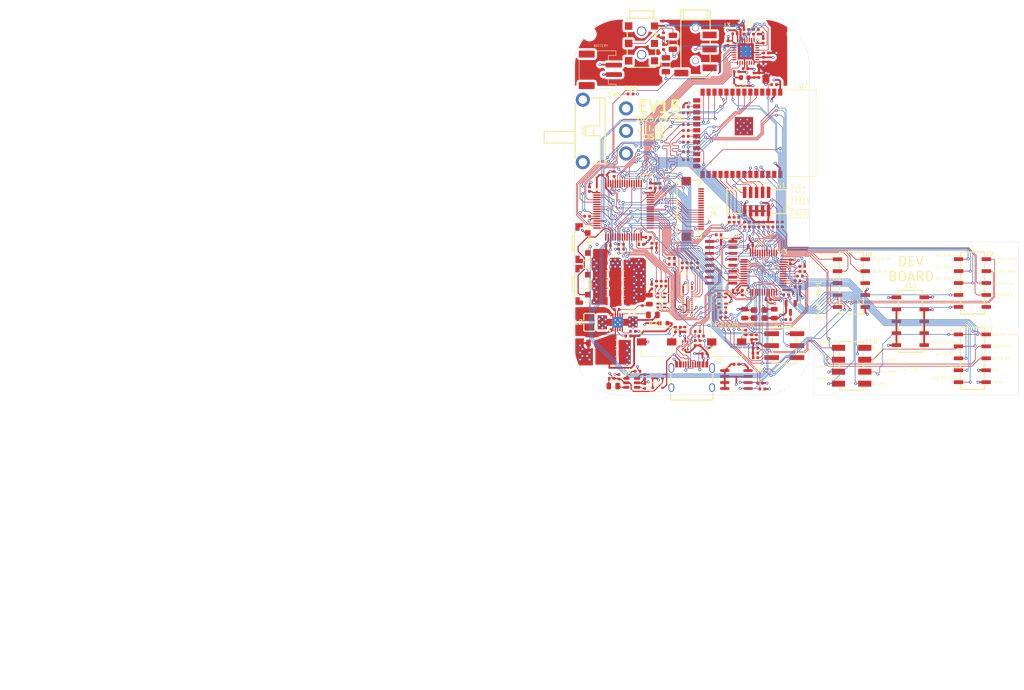
<source format=kicad_pcb>
(kicad_pcb (version 20241229) (generator "pcbnew") (generator_version "9.0")
  (title_block (title "Hactar PCB - Finn Berg, Brett Regnier") (date "2025-07-25") (rev "EV15") (company "CISCO SYSTEMS INC"))
  (layers (0 "F.Cu" signal) (4 "In1.Cu" power) (6 "In2.Cu" power) (2 "B.Cu" signal) (13 "F.Paste" user) (15 "B.Paste" user) (5 "F.SilkS" user "F.Silkscreen") (7 "B.SilkS" user "B.Silkscreen") (1 "F.Mask" user) (3 "B.Mask" user) (25 "Edge.Cuts" user))
  (net 0 "")
  (net 1 "+3.3VA")
  (net 2 "+3.3V")
  (net 3 "VBUS")
  (net 4 "GND")
  (net 5 "/UI_BOOT0")
  (net 6 "/MCLK")
  (net 7 "/MGMT_BOOT")
  (net 8 "/MGMT_NRST")
  (net 9 "/MIC_P")
  (net 10 "/LEDA_R")
  (net 11 "/DISP_BL")
  (net 12 "/LEDA_G")
  (net 13 "/BATTERY_MON")
  (net 14 "/LEDA_B")
  (net 15 "/KB_COL3")
  (net 16 "/KB_COL4")
  (net 17 "/DISP_DC")
  (net 18 "/DISP_CS")
  (net 19 "/KB_ROW5")
  (net 20 "/KB_ROW1")
  (net 21 "/KB_ROW2")
  (net 22 "/KB_ROW3")
  (net 23 "/KB_ROW4")
  (net 24 "/KB_ROW6")
  (net 25 "/KB_ROW7")
  (net 26 "/LEDB_R")
  (net 27 "/LEDB_G")
  (net 28 "Net-(D3-A)")
  (net 29 "Net-(U5-VIN)")
  (net 30 "Net-(U5-VAUX)")
  (net 31 "Net-(U5-FB)")
  (net 32 "/LEDB_B")
  (net 33 "Net-(U6-LINPUT1)")
  (net 34 "/HP_L")
  (net 35 "/KB_COL5")
  (net 36 "/KB_COL2")
  (net 37 "/MIC_N")
  (net 38 "/KB_COL1")
  (net 39 "/NET_LED_B")
  (net 40 "/NET_LED_G")
  (net 41 "/UI_RTS1_MGMT")
  (net 42 "/NET_LED_R")
  (net 43 "/UI_CTS1_MGMT")
  (net 44 "/UI_CTS2_NET")
  (net 45 "/NET_STAT")
  (net 46 "/NET_BOOT")
  (net 47 "Net-(U6-AMID)")
  (net 48 "/MGMT_SWDIO")
  (net 49 "/MGMT_SWCLK")
  (net 50 "/I2S_DACLRC")
  (net 51 "Net-(D1-A)")
  (net 52 "/UI_BOOT1")
  (net 53 "/I2S_BCLK")
  (net 54 "/I2S_ADCDAT")
  (net 55 "Net-(U6-HP_L)")
  (net 56 "/I2S_DACDAT")
  (net 57 "/USB_TX1_MGMT")
  (net 58 "/USB_RX1_MGMT")
  (net 59 "/UI_READY")
  (net 60 "/NET_READY")
  (net 61 "/SPI1_MISO")
  (net 62 "Net-(U6-LINPUT2)")
  (net 63 "/NET_TX1_MGMT")
  (net 64 "/NET_RX1_MGMT")
  (net 65 "/PTT_BTN")
  (net 66 "/PTT_AI_BTN")
  (net 67 "/SPI1_CLK")
  (net 68 "/SPI1_MOSI")
  (net 69 "/UI_RTS2_NET")
  (net 70 "/USB_CTS_MGMT")
  (net 71 "/NET_MTDI")
  (net 72 "/NET_MTCK")
  (net 73 "/NET_MTDO")
  (net 74 "/NET_MTMS")
  (net 75 "/USB_RTS_MGMT")
  (net 76 "/USB_DTR_MGMT")
  (net 77 "/NET_RTS1_MGMT")
  (net 78 "/NET_CTS1_MGMT")
  (net 79 "/RCC_OSC_IN")
  (net 80 "/RCC_OSC_OUT")
  (net 81 "/NET_NRST")
  (net 82 "Net-(U6-MICBIAS)")
  (net 83 "Net-(U10-VCAP_1)")
  (net 84 "Net-(U10-VCAP_2)")
  (net 85 "Net-(D4---Pad3)")
  (net 86 "Net-(D4---Pad4)")
  (net 87 "Net-(D4---Pad1)")
  (net 88 "Net-(D5---Pad3)")
  (net 89 "Net-(D5---Pad4)")
  (net 90 "Net-(D5---Pad1)")
  (net 91 "Net-(C46-Pad1)")
  (net 92 "Net-(C47-Pad1)")
  (net 93 "Net-(D6---Pad1)")
  (net 94 "Net-(D2-K)")
  (net 95 "Net-(D1-K)")
  (net 96 "/USB_CC2_DETECT")
  (net 97 "/USB_CC1_DETECT")
  (net 98 "/DISP_RST")
  (net 99 "/NET_DEBUG_3")
  (net 100 "/NET_DEBUG_2")
  (net 101 "/NET_DEBUG_1")
  (net 102 "/UI_NRST")
  (net 103 "/UI_SWCLK")
  (net 104 "/UI_SWDIO")
  (net 105 "/UI_TX1_MGMT")
  (net 106 "/UI_RX1_MGMT")
  (net 107 "/UI_LED_B")
  (net 108 "/UI_LED_G")
  (net 109 "/UI_LED_R")
  (net 110 "/UI_DEBUG_1")
  (net 111 "/UI_DEBUG_2")
  (net 112 "/UI_STAT")
  (net 113 "Net-(D8---Pad1)")
  (net 114 "Net-(U4-V3)")
  (net 115 "GNDA")
  (net 120 "Net-(U1-ISET)")
  (net 121 "Net-(U3-PC13)")
  (net 122 "Net-(U3-PB1)")
  (net 123 "Net-(U3-PB7)")
  (net 124 "/MIC_IO")
  (net 125 "Net-(Q1-D)")
  (net 126 "Net-(U3-PB9)")
  (net 127 "Net-(U1-TS)")
  (net 128 "/MGMT_DEBUG_2")
  (net 129 "/MGMT_DEBUG_1")
  (net 130 "Net-(J1-CC2)")
  (net 131 "Net-(J1-CC1)")
  (net 132 "Net-(SW1-C)")
  (net 133 "Net-(U5-EN)")
  (net 134 "Net-(U5-PG)")
  (net 135 "Net-(D6---Pad3)")
  (net 136 "Net-(D6---Pad4)")
  (net 137 "Net-(U10-PB10)")
  (net 138 "Net-(U7-IO12)")
  (net 139 "Net-(U10-PB13)")
  (net 140 "Net-(U10-PB15)")
  (net 141 "Net-(U10-PC2)")
  (net 142 "Net-(U10-PC3)")
  (net 143 "Net-(U10-PC6)")
  (net 144 "Net-(U10-PC7)")
  (net 145 "Net-(U10-PC9)")
  (net 146 "Net-(D8---Pad3)")
  (net 147 "Net-(D8---Pad4)")
  (net 158 "Net-(U5-L1)")
  (net 159 "Net-(U5-L2)")
  (net 161 "/KB_MIC")
  (net 162 "/D_N")
  (net 163 "/D_P")
  (net 164 "/UD_N")
  (net 165 "/UD_P")
  (net 166 "Net-(U7-IO46)")
  (net 184 "Net-(U6-HP_R)")
  (net 187 "/HP_R")
  (net 188 "/UI_TX2_NET")
  (net 189 "/UI_RX2_NET")
  (net 191 "Net-(J9-Pin_7)")
  (net 192 "Net-(J9-Pin_3)")
  (net 193 "Net-(J9-Pin_8)")
  (net 194 "Net-(J9-Pin_2)")
  (net 196 "Net-(J9-Pin_6)")
  (net 197 "/UI_SCL1")
  (net 198 "/UI_SDA1")
  (net 202 "Net-(U7-IO13)")
  (net 203 "Net-(U7-IO11)")
  (footprint "Package_SO:SOIC-8_3.9x4.9mm_P1.27mm" (layer "F.Cu") (at 208.76 129.79)
    (property "Reference" "U8")
    (property "Value" "M24C02-RMN6TP" (hide yes))
  )
  (footprint "Capacitor_SMD:C_0805_2012Metric" (layer "F.Cu") (at 181.26 107.365 180)
    (property "Reference" "C35" (hide yes))
    (property "Value" "10u" (hide yes))
  )
  (footprint "Resistor_SMD:R_0603_1608Metric" (layer "F.Cu") (at 193.26 117.79)
    (property "Reference" "R14" (hide yes))
    (property "Value" "0R1" (hide yes))
  )
  (footprint "NetTie:NetTie-4_SMD_Pad0.5mm" (layer "F.Cu") (at 215.03 65.79 90)
    (property "Reference" "NT1" (hide yes))
    (property "Value" "NetTie_4" (hide yes))
  )
  (footprint "Capacitor_SMD:C_0402_1005Metric" (layer "F.Cu") (at 210.6775 63.6575 180)
    (property "Reference" "C28" (hide yes))
    (property "Value" "4u7" (hide yes))
  )
  (footprint "RF_Module:ESP32-S3-WROOM-1" (layer "F.Cu") (at 212.82 77.39 -90)
    (property "Reference" "U7")
    (property "Value" "ESP32-S3-WROOM-1" (hide yes))
  )
  (footprint "Hactar_Footprints:SW-TH_SS-12D11G5R" (layer "F.Cu") (at 180.71 76.9 90)
    (property "Reference" "SW1")
    (property "Value" "SW_SPDT")
  )
  (footprint "Hactar_Footprints:USB-C_SMD-TYPE-C-31-M-12" (layer "F.Cu") (at 199.26 129.04)
    (property "Reference" "J1")
    (property "Value" "USB_C_Receptacle")
  )
  (footprint "Package_QFP:LQFP-48_7x7mm_P0.5mm" (layer "F.Cu") (at 214.51 107.04 90)
    (property "Reference" "U3")
    (property "Value" "STM32F072CBTx")
  )
  (footprint "Resistor_SMD:R_0402_1005Metric" (layer "F.Cu") (at 195.01 105.25)
    (property "Reference" "R43" (hide yes))
    (property "Value" "4k7" (hide yes))
  )
  (footprint "Resistor_SMD:R_0402_1005Metric" (layer "F.Cu") (at 198.01 78.04)
    (property "Reference" "R45" (hide yes))
    (property "Value" "1k0" (hide yes))
  )
  (footprint "Resistor_SMD:R_0402_1005Metric" (layer "F.Cu") (at 193.26 59.05 -90)
    (property "Reference" "R65" (hide yes))
    (property "Value" "100k" (hide yes))
  )
  (footprint "Resistor_SMD:R_0402_1005Metric" (layer "F.Cu") (at 201.01 122.03 90)
    (property "Reference" "R7" (hide yes))
    (property "Value" "5k1" (hide yes))
  )
  (footprint "Package_TO_SOT_SMD:SOT-23-6" (layer "F.Cu") (at 186.51 130.49)
    (property "Reference" "U1")
    (property "Value" "BQ21040DBV" (hide yes))
  )
  (footprint "Capacitor_SMD:C_0402_1005Metric" (layer "F.Cu") (at 208.51 110.79)
    (property "Reference" "C8" (hide yes))
    (property "Value" "100n" (hide yes))
  )
  (footprint "Hactar_Footprints:Texas_S-PWSON-N10_ThermalVias" (layer "F.Cu") (at 183.51 117.615 90)
    (property "Reference" "U5")
    (property "Value" "TPS63060" (hide yes))
  )
  (footprint "Capacitor_SMD:C_0402_1005Metric" (layer "F.Cu") (at 190.01 99.54)
    (property "Reference" "C39" (hide yes))
    (property "Value" "100n" (hide yes))
  )
  (footprint "Capacitor_SMD:C_0402_1005Metric" (layer "F.Cu") (at 189.26 129.21 -90)
    (property "Reference" "C4" (hide yes))
    (property "Value" "10u" (hide yes))
  )
  (footprint "Resistor_SMD:R_0402_1005Metric" (layer "F.Cu") (at 186.26 69.04)
    (property "Reference" "R36")
    (property "Value" "4k7")
  )
  (footprint "Resistor_SMD:R_0402_1005Metric" (layer "F.Cu") (at 193.26 56.54 90)
    (property "Reference" "R32" (hide yes))
    (property "Value" "100k" (hide yes))
  )
  (footprint "Resistor_SMD:R_0402_1005Metric" (layer "F.Cu") (at 182.26 129.54 180)
    (property "Reference" "R11" (hide yes))
    (property "Value" "1k5" (hide yes))
  )
  (footprint "Resistor_SMD:R_0402_1005Metric" (layer "F.Cu") (at 191.26 101.79 180)
    (property "Reference" "R42" (hide yes))
    (property "Value" "4k7" (hide yes))
  )
  (footprint "Capacitor_SMD:C_0402_1005Metric" (layer "F.Cu") (at 177.51 89.29 90)
    (property "Reference" "C40" (hide yes))
    (property "Value" "100n" (hide yes))
  )
  (footprint "Resistor_SMD:R_0402_1005Metric" (layer "F.Cu") (at 221.76 110.04)
    (property "Reference" "R25" (hide yes))
    (property "Value" "47k" (hide yes))
  )
  (footprint "MountingHole:MountingHole_2.7mm_M2.5" (layer "F.Cu") (at 221.01 129.79)
    (property "Reference" "H4")
    (property "Value" "MountingHole")
  )
  (footprint "Capacitor_SMD:C_0402_1005Metric" (layer "F.Cu") (at 202.01 124.29)
    (property "Reference" "C5" (hide yes))
    (property "Value" "10u" (hide yes))
  )
  (footprint "NetTie:NetTie-2_SMD_Pad0.5mm" (layer "F.Cu") (at 205.5 100.5 90)
    (property "Reference" "NT2" (hide yes))
    (property "Value" "NetTie_2" (hide yes))
  )
  (footprint "Capacitor_SMD:C_0805_2012Metric" (layer "F.Cu") (at 183.26 122.115)
    (property "Reference" "C15" (hide yes))
    (property "Value" "10u" (hide yes))
  )
  (footprint "Capacitor_SMD:C_0402_1005Metric" (layer "F.Cu") (at 181.51 101.29 180)
    (property "Reference" "C41" (hide yes))
    (property "Value" "100n" (hide yes))
  )
  (footprint "Capacitor_SMD:C_0402_1005Metric" (layer "F.Cu") (at 196.81 119.13 -90)
    (property "Reference" "C46" (hide yes))
    (property "Value" "100n" (hide yes))
  )
  (footprint "Resistor_SMD:R_0402_1005Metric" (layer "F.Cu") (at 191.26 100.79 180)
    (property "Reference" "R40" (hide yes))
    (property "Value" "4k7" (hide yes))
  )
  (footprint "Resistor_SMD:R_0402_1005Metric" (layer "F.Cu") (at 192.768685 109.382601 -90)
    (property "Reference" "R59" (hide yes))
    (property "Value" "150R" (hide yes))
  )
  (footprint "Resistor_SMD:R_0402_1005Metric" (layer "F.Cu") (at 199.25 105.49 -90)
    (property "Reference" "R52" (hide yes))
    (property "Value" "680R" (hide yes))
  )
  (footprint "Resistor_SMD:R_0402_1005Metric" (layer "F.Cu") (at 216.76 67.04)
    (property "Reference" "R29" (hide yes))
    (property "Value" "15k" (hide yes))
  )
  (footprint "Resistor_SMD:R_0402_1005Metric" (layer "F.Cu") (at 185.76 120.54 180)
    (property "Reference" "R18" (hide yes))
    (property "Value" "100k" (hide yes))
  )
  (footprint "MountingHole:MountingHole_2.7mm_M2.5" (layer "F.Cu") (at 221.01 56.29)
    (property "Reference" "H3")
    (property "Value" "MountingHole")
  )
  (footprint "Resistor_SMD:R_0402_1005Metric" (layer "F.Cu") (at 212.01 120.79 90)
    (property "Reference" "R62" (hide yes))
    (property "Value" "4k7" (hide yes))
  )
  (footprint "MountingHole:MountingHole_2.7mm_M2.5" (layer "F.Cu") (at 177.51 56.29)
    (property "Reference" "H1")
    (property "Value" "MountingHole")
  )
  (footprint "Resistor_SMD:R_0402_1005Metric" (layer "F.Cu") (at 177.02 95.04)
    (property "Reference" "R50" (hide yes))
    (property "Value" "1k0" (hide yes))
  )
  (footprint "Resistor_SMD:R_0402_1005Metric" (layer "F.Cu") (at 209.28 95.79 -90)
    (property "Reference" "R34" (hide yes))
    (property "Value" "150R" (hide yes))
  )
  (footprint "Resistor_SMD:R_0402_1005Metric" (layer "F.Cu") (at 200.51 119.54 180)
    (property "Reference" "R10" (hide yes))
    (property "Value" "1k0" (hide yes))
  )
  (footprint "Hactar_Footprints:HDR-SMD_8P-P2.54-V-M-R2-C4-LS7.4" (layer "F.Cu") (at 233.26 126.85 90)
    (property "Reference" "J10")
    (property "Value" "Conn_02x04_Odd_Even" (hide yes))
  )
  (footprint "Capacitor_SMD:C_0805_2012Metric" (layer "F.Cu") (at 181.26 111.365 180)
    (property "Reference" "C30" (hide yes))
    (property "Value" "10u" (hide yes))
  )
  (footprint "Resistor_SMD:R_0402_1005Metric" (layer "F.Cu") (at 198.01 76.79)
    (property "Reference" "R44" (hide yes))
    (property "Value" "1k0" (hide yes))
  )
  (footprint "Capacitor_SMD:C_0402_1005Metric" (layer "F.Cu") (at 180.76 86.29)
    (property "Reference" "C42" (hide yes))
    (property "Value" "100n" (hide yes))
  )
  (footprint "Resistor_SMD:R_0402_1005Metric" (layer "F.Cu") (at 197.81 119.13 90)
    (property "Reference" "R61" (hide yes))
    (property "Value" "4k7" (hide yes))
  )
  (footprint "Resistor_SMD:R_0402_1005Metric" (layer "F.Cu") (at 198.01 71.79 180)
    (property "Reference" "R30" (hide yes))
    (property "Value" "4k7" (hide yes))
  )
  (footprint "Capacitor_SMD:C_0402_1005Metric" (layer "F.Cu") (at 210.3525 55.8 90)
    (property "Reference" "C32" (hide yes))
    (property "Value" "1u" (hide yes))
  )
  (footprint "Resistor_SMD:R_0402_1005Metric" (layer "F.Cu") (at 216.51 96.79 90)
    (property "Reference" "R67" (hide yes))
    (property "Value" "4k7" (hide yes))
  )
  (footprint "Resistor_SMD:R_0402_1005Metric" (layer "F.Cu") (at 205.42 116.04 90)
    (property "Reference" "R24" (hide yes))
    (property "Value" "150R" (hide yes))
  )
  (footprint "Diode_SMD:D_SOD-323" (layer "F.Cu") (at 192.01 131.54)
    (property "Reference" "D2" (hide yes))
    (property "Value" "1N5819WS" (hide yes))
  )
  (footprint "Resistor_SMD:R_0402_1005Metric" (layer "F.Cu") (at 213.51 96.78 90)
    (property "Reference" "R66" (hide yes))
    (property "Value" "4k7" (hide yes))
  )
  (footprint "Resistor_SMD:R_0402_1005Metric" (layer "F.Cu") (at 198.25 105.49 -90)
    (property "Reference" "R51" (hide yes))
    (property "Value" "680R" (hide yes))
  )
  (footprint "Capacitor_SMD:C_0402_1005Metric" (layer "F.Cu") (at 188.51 101.04 180)
    (property "Reference" "C44" (hide yes))
    (property "Value" "2u2" (hide yes))
  )
  (footprint "Resistor_SMD:R_0402_1005Metric" (layer "F.Cu") (at 198.01 75.54)
    (property "Reference" "R46" (hide yes))
    (property "Value" "1k0" (hide yes))
  )
  (footprint "Hactar_Footprints:SW-SMD_SHOU_TS36CA-0.6" (layer "F.Cu") (at 176.2475 100.77 -90)
    (property "Reference" "SW3" (hide yes))
    (property "Value" "SW_Push")
  )
  (footprint "Capacitor_SMD:C_0805_2012Metric" (layer "F.Cu") (at 181.26 109.365 180)
    (property "Reference" "C31" (hide yes))
    (property "Value" "10u" (hide yes))
  )
  (footprint "Capacitor_SMD:C_0402_1005Metric" (layer "F.Cu") (at 211.3725 55.8 90)
    (property "Reference" "C36" (hide yes))
    (property "Value" "1u" (hide yes))
  )
  (footprint "Resistor_SMD:R_0402_1005Metric" (layer "F.Cu") (at 208.27 95.79 -90)
    (property "Reference" "R35" (hide yes))
    (property "Value" "150R" (hide yes))
  )
  (footprint "Capacitor_SMD:C_0402_1005Metric" (layer "F.Cu") (at 211.76 101.29 180)
    (property "Reference" "C9" (hide yes))
    (property "Value" "100n" (hide yes))
  )
  (footprint "Hactar_Footprints:SW-SMD_L6.0-W6.0-LS6.6" (layer "F.Cu") (at 206.7 121.79)
    (property "Reference" "SW5" (hide yes))
    (property "Value" "SW_Push" (hide yes))
  )
  (footprint "Resistor_SMD:R_0402_1005Metric" (layer "F.Cu") (at 186.76 119.54)
    (property "Reference" "R28" (hide yes))
    (property "Value" "100k" (hide yes))
  )
  (footprint "Diode_SMD:D_SOD-323" (layer "F.Cu") (at 192.01 129.54)
    (property "Reference" "D3" (hide yes))
    (property "Value" "1N5819WS" (hide yes))
  )
  (footprint "Capacitor_SMD:C_0402_1005Metric" (layer "F.Cu") (at 215.51 112.79)
    (property "Reference" "C1" (hide yes))
    (property "Value" "100n" (hide yes))
  )
  (footprint "Hactar_Footprints:FPC-SMD_18P-P0.50_FPC-0.5-18P-HYH2.0" (layer "F.Cu") (at 199.67 93.5 -90)
    (property "Reference" "J4")
    (property "Value" "Conn_01x18_MountingPin")
  )
  (footprint "Resistor_SMD:R_0402_1005Metric" (layer "F.Cu") (at 190.51 88.54 -90)
    (property "Reference" "R54" (hide yes))
    (property "Value" "4k7" (hide yes))
  )
  (footprint "Hactar_Footprints:AUDIO-SMD_PJ-320D" (layer "F.Cu") (at 200.06 60.525)
    (property "Reference" "J3")
    (property "Value" "AudioJack4")
  )
  (footprint "Package_SO:SOIC-16_3.9x9.9mm_P1.27mm" (layer "F.Cu") (at 205.535 104.845)
    (property "Reference" "U4")
    (property "Value" "CH340C" (hide yes))
  )
  (footprint "Resistor_SMD:R_0402_1005Metric" (layer "F.Cu") (at 198.01 83.04)
    (property "Reference" "R70" (hide yes))
    (property "Value" "1k0" (hide yes))
  )
  (footprint "Resistor_SMD:R_0402_1005Metric" (layer "F.Cu") (at 201.26 120.54 180)
    (property "Reference" "R9" (hide yes))
    (property "Value" "1k0" (hide yes))
  )
  (footprint "Diode_SMD:D_0805_2012Metric" (layer "F.Cu") (at 182.5725 131.19 180)
    (property "Reference" "D1" (hide yes))
    (property "Value" "LED" (hide yes))
  )
  (footprint "Capacitor_SMD:C_0805_2012Metric" (layer "F.Cu") (at 184.76 111.365)
    (property "Reference" "C24" (hide yes))
    (property "Value" "10u" (hide yes))
  )
  (footprint "Resistor_SMD:R_0402_1005Metric" (layer "F.Cu") (at 184.26 101.04 180)
    (property "Reference" "R12" (hide yes))
    (property "Value" "4k7" (hide yes))
  )
  (footprint "Capacitor_SMD:C_0805_2012Metric" (layer "F.Cu") (at 216.796473 115.779323 90)
    (property "Reference" "C3" (hide yes))
    (property "Value" "33p" (hide yes))
  )
  (footprint "Package_DFN_QFN:QFN-32-1EP_5x5mm_P0.5mm_EP3.45x3.45mm_ThermalVias" (layer "F.Cu") (at 210.76 59.97 -90)
    (property "Reference" "U6")
    (property "Value" "WM8960CGEFL/RV" (hide yes))
  )
  (footprint "Hactar_Footprints:SW-SMD_SHOU_TS36CA-0.6" (layer "F.Cu") (at 176.2475 109.63 -90)
    (property "Reference" "SW2" (hide yes))
    (property "Value" "SW_Push")
  )
  (footprint "Capacitor_SMD:C_0402_1005Metric" (layer "F.Cu") (at 214.4475 57.72 -90)
    (property "Reference" "C25" (hide yes))
    (property "Value" "100n" (hide yes))
  )
  (footprint "Hactar_Footprints:LED-ARRAY-SMD_4P-L1.6-W1.5-TL_NH-B1515RGBA" (layer "F.Cu") (at 192.76 111.89)
    (property "Reference" "D8" (hide yes))
    (property "Value" "NH-B1515RGBA-HF" (hide yes))
  )
  (footprint "Capacitor_SMD:C_0402_1005Metric" (layer "F.Cu") (at 212.81 123.13)
    (property "Reference" "C18" (hide yes))
    (property "Value" "100n" (hide yes))
  )
  (footprint "Capacitor_SMD:C_0805_2012Metric" (layer "F.Cu") (at 178.26 122.04 180)
    (property "Reference" "C14" (hide yes))
    (property "Value" "100n" (hide yes))
  )
  (footprint "Capacitor_SMD:C_0805_2012Metric" (layer "F.Cu") (at 184.76 107.365)
    (property "Reference" "C29" (hide yes))
    (property "Value" "10u" (hide yes))
  )
  (footprint "Hactar_Footprints:LED-ARRAY-SMD_4P-L1.6-W1.5-TL_NH-B1515RGBA" (layer "F.Cu") (at 205.76 111.89)
    (property "Reference" "D4" (hide yes))
    (property "Value" "NH-B1515RGBA-HF" (hide yes))
  )
  (footprint "Resistor_SMD:R_0402_1005Metric" (layer "F.Cu") (at 212.3925 55.79 -90)
    (property "Reference" "R31" (hide yes))
    (property "Value" "2k2" (hide yes))
  )
  (footprint "Capacitor_SMD:C_0402_1005Metric" (layer "F.Cu") (at 190.76 110.02 -90)
    (property "Reference" "C13" (hide yes))
    (property "Value" "100n" (hide yes))
  )
  (footprint "Resistor_SMD:R_0402_1005Metric" (layer "F.Cu") (at 189.26 131.19 90)
    (property "Reference" "R1" (hide yes))
    (property "Value" "680R" (hide yes))
  )
  (footprint "Resistor_SMD:R_0402_1005Metric" (layer "F.Cu") (at 182.76 86.04 90)
    (property "Reference" "R55" (hide yes))
    (property "Value" "4k7" (hide yes))
  )
  (footprint "Resistor_SMD:R_0402_1005Metric" (layer "F.Cu") (at 198.01 73.04 180)
    (property "Reference" "R49" (hide yes))
    (property "Value" "1k0" (hide yes))
  )
  (footprint "Resistor_SMD:R_0402_1005Metric" (layer "F.Cu") (at 210.01 111.29 -90)
    (property "Reference" "R2" (hide yes))
    (property "Value" "4k7" (hide yes))
  )
  (footprint "MountingHole:MountingHole_2.7mm_M2.5" (layer "F.Cu") (at 177.51 129.79)
    (property "Reference" "H2")
    (property "Value" "MountingHole")
  )
  (footprint "Resistor_SMD:R_0402_1005Metric" (layer "F.Cu") (at 219.76 117.04)
    (property "Reference" "R20" (hide yes))
    (property "Value" "150R" (hide yes))
  )
  (footprint "Capacitor_SMD:C_0805_2012Metric" (layer "F.Cu") (at 210.496473 115.754323 -90)
    (property "Reference" "C2" (hide yes))
    (property "Value" "33p" (hide yes))
  )
  (footprint "Package_TO_SOT_SMD:SOT-23" (layer "F.Cu") (at 220.26 114.54 -90)
    (property "Reference" "Q1" (hide yes))
    (property "Value" "2N7002" (hide yes))
  )
  (footprint "Hactar_Footprints:IDC-SMD_10P-P1.27_X1270WVS-2X05B-6TV01" (layer "F.Cu") (at 213.06 91.92)
    (property "Reference" "CN1")
    (property "Value" "Conn_05x02_Female")
  )
  (footprint "Resistor_SMD:R_0402_1005Metric" (layer "F.Cu") (at 187.76 128.04)
    (property "Reference" "R6" (hide yes))
    (property "Value" "10k" (hide yes))
  )
  (footprint "Resistor_SMD:R_0402_1005Metric" (layer "F.Cu") (at 219.87 111.23 -90)
    (property "Reference" "R39" (hide yes))
    (property "Value" "4k7" (hide yes))
  )
  (footprint "Resistor_SMD:R_0402_1005Metric" (layer "F.Cu") (at 198.01 81.29)
    (property "Reference" "R71" (hide yes))
    (property "Value" "1k0" (hide yes))
  )
  (footprint "Resistor_SMD:R_0402_1005Metric" (layer "F.Cu") (at 195.79 119.16 -90)
    (property "Reference" "R57" (hide yes))
    (property "Value" "1k0" (hide yes))
  )
  (footprint "Resistor_SMD:R_0402_1005Metric" (layer "F.Cu") (at 221.76 108.79 180)
    (property "Reference" "R21" (hide yes))
    (property "Value" "150R" (hide yes))
  )
  (footprint "Resistor_SMD:R_0402_1005Metric" (layer "F.Cu") (at 207.26 95.79 -90)
    (property "Reference" "R33" (hide yes))
    (property "Value" "180R" (hide yes))
  )
  (footprint "Inductor_SMD:L_0603_1608Metric" (layer "F.Cu") (at 210.53 65.54)
    (property "Reference" "L1" (hide yes))
    (property "Value" "120Ω" (hide yes))
  )
  (footprint "Capacitor_SMD:C_1206_3216Metric" (layer "F.Cu") (at 193.76 62.815 90)
    (property "Reference" "C48" (hide yes))
    (property "Value" "100u" (hide yes))
  )
  (footprint "Hactar_Footprints:MCL2016A1R0MT" (layer "F.Cu") (at 177.51 117.615 90)
    (property "Reference" "L2")
    (property "Value" "1uH")
  )
  (footprint "Resistor_SMD:R_0402_1005Metric" (layer "F.Cu") (at 200.5 105.49 -90)
    (property "Reference" "R53" (hide yes))
    (property "Value" "680R" (hide yes))
  )
  (footprint "Capacitor_SMD:C_0402_1005Metric" (layer "F.Cu") (at 208.76 126.54)
    (property "Reference" "C38" (hide yes))
    (property "Value" "100n" (hide yes))
  )
  (footprint "Resistor_SMD:R_0402_1005Metric" (layer "F.Cu") (at 212.79 124.15)
    (property "Reference" "R22" (hide yes))
    (property "Value" "4k7" (hide yes))
  )
  (footprint "Capacitor_SMD:C_0402_1005Metric" (layer "F.Cu") (at 192.51 88.54 -90)
    (property "Reference" "C45" (hide yes))
    (property "Value" "2u2" (hide yes))
  )
  (footprint "Hactar_Footprints:JST_PH_S2B-PH-SM4-TB_1x02-1MP_P2.00mm_Horizontal" (layer "F.Cu") (at 179.84 63.9 -90)
    (property "Reference" "J2" (hide yes))
    (property "Value" "Conn_01x02_Socket" (hide yes))
  )
  (footprint "Resistor_SMD:R_0402_1005Metric" (layer "F.Cu") (at 213.76 130.54 180)
    (property "Reference" "R16" (hide yes))
    (property "Value" "1k5" (hide yes))
  )
  (footprint "Hactar_Footprints:LED-ARRAY-SMD_4P-L1.6-W1.5-TL_NH-B1515RGBA" (layer "F.Cu") (at 205.76 114.04)
    (property "Reference" "D5" (hide yes))
    (property "Value" "NH-B1515RGBA-HF" (hide yes))
  )
  (footprint "Resistor_SMD:R_0402_1005Metric" (layer "F.Cu") (at 218.51 96.79 90)
    (property "Reference" "R73" (hide yes))
    (property "Value" "1k0" (hide yes))
  )
  (footprint "Resistor_SMD:R_0402_1005Metric" (layer "F.Cu") (at 191.768685 109.382601 -90)
    (property "Reference" "R60" (hide yes))
    (property "Value" "150R" (hide yes))
  )
  (footprint "Resistor_SMD:R_0402_1005Metric" (layer "F.Cu") (at 184.26 102.04 180)
    (property "Reference" "R13" (hide yes))
    (property "Value" "15k" (hide yes))
  )
  (footprint "Package_QFP:LQFP-64_10x10mm_P0.5mm" (layer "F.Cu") (at 184.76 93.79)
    (property "Reference" "U10")
    (property "Value" "STM32F405RGTx")
  )
  (footprint "Capacitor_SMD:C_0402_1005Metric" (layer "F.Cu") (at 213.4225 55.8 -90)
    (property "Reference" "C37" (hide yes))
    (property "Value" "4u7" (hide yes))
  )
  (footprint "Capacitor_SMD:C_0402_1005Metric" (layer "F.Cu") (at 215.03 60.29)
    (property "Reference" "C33" (hide yes))
    (property "Value" "4u7" (hide yes))
  )
  (footprint "Capacitor_SMD:C_0402_1005Metric" (layer "F.Cu") (at 206.9475 58.22 -90)
    (property "Reference" "C21" (hide yes))
    (property "Value" "100n" (hide yes))
  )
  (footprint "Package_TO_SOT_SMD:SOT-666" (layer "F.Cu") (at 197.8725 122.55 90)
    (property "Reference" "U2" (hide yes))
    (property "Value" "USBLC6-2P6" (hide yes))
  )
  (footprint "Hactar_Footprints:SW-SMD_L6.0-W6.0-LS6.6" (layer "F.Cu") (at 191.82 121.79)
    (property "Reference" "SW4" (hide yes))
    (property "Value" "SW_Push" (hide yes))
  )
  (footprint "Resistor_SMD:R_0402_1005Metric" (layer "F.Cu") (at 193.768685 109.382601 -90)
    (property "Reference" "R56" (hide yes))
    (property "Value" "180R" (hide yes))
  )
  (footprint "Capacitor_SMD:C_0402_1005Metric" (layer "F.Cu") (at 208.4475 56.22)
    (property "Reference" "C23" (hide yes))
    (property "Value" "100n" (hide yes))
  )
  (footprint "Capacitor_SMD:C_0402_1005Metric" (layer "F.Cu") (at 213.01 120.77 -90)
    (property "Reference" "C47" (hide yes))
    (property "Value" "100n" (hide yes))
  )
  (footprint "Capacitor_SMD:C_0402_1005Metric" (layer "F.Cu") (at 212.81 125.16 180)
    (property "Reference" "C17" (hide yes))
    (property "Value" "100n" (hide yes))
  )
  (footprint "Capacitor_SMD:C_0805_2012Metric" (layer "F.Cu") (at 184.76 113.365)
    (property "Reference" "C22" (hide yes))
    (property "Value" "100n" (hide yes))
  )
  (footprint "Resistor_SMD:R_0402_1005Metric" (layer "F.Cu") (at 222.76 105.715 180)
    (property "Reference" "R3" (hide yes))
    (property "Value" "4k7" (hide yes))
  )
  (footprint "Resistor_SMD:R_0402_1005Metric" (layer "F.Cu") (at 214.26 131.79 180)
    (property "Reference" "R19" (hide yes))
    (property "Value" "1k5" (hide yes))
  )
  (footprint "Hactar_Footprints:HDR-SMD_10P-P2.54-V-F-R2-C5-LS7.1-1" (layer "F.Cu") (at 233.2 109.2775 90)
    (property "Reference" "J8")
    (property "Value" "Conn_02x05_Counter_Clockwise" (hide yes))
  )
  (footprint "Resistor_SMD:R_0402_1005Metric" (layer "F.Cu") (at 195 104 180)
    (property "Reference" "R47" (hide yes))
    (property "Value" "680R" (hide yes))
  )
  (footprint "Capacitor_SMD:C_0402_1005Metric" (layer "F.Cu") (at 214.51 61.72 -90)
    (property "Reference" "C26" (hide yes))
    (property "Value" "4u7" (hide yes))
  )
  (footprint "Resistor_SMD:R_0402_1005Metric" (layer "F.Cu") (at 212.51 96.79 90)
    (property "Reference" "R64" (hide yes))
    (property "Value" "47k" (hide yes))
  )
  (footprint "Resistor_SMD:R_0402_1005Metric" (layer "F.Cu") (at 210.51 96.79 90)
    (property "Reference" "R5" (hide yes))
    (property "Value" "1k0" (hide yes))
  )
  (footprint "Capacitor_SMD:C_0805_2012Metric" (layer "F.Cu") (at 184.76 109.365)
    (property "Reference" "C27" (hide yes))
    (property "Value" "10u" (hide yes))
  )
  (footprint "Capacitor_SMD:C_0805_2012Metric" (layer "F.Cu") (at 183.26 124.115)
    (property "Reference" "C16" (hide yes))
    (property "Value" "10u" (hide yes))
  )
  (footprint "Resistor_SMD:R_0402_1005Metric" (layer "F.Cu") (at 188.76 113.54 -90)
    (property "Reference" "R27" (hide yes))
    (property "Value" "64k9" (hide yes))
  )
  (footprint "Resistor_SMD:R_0402_1005Metric" (layer "F.Cu") (at 218.82 111.22 -90)
    (property "Reference" "R38" (hide yes))
    (property "Value" "4k7" (hide yes))
  )
  (footprint "Capacitor_SMD:C_0402_1005Metric" (layer "F.Cu") (at 213.53 65.04 90)
    (property "Reference" "C11" (hide yes))
    (property "Value" "10n" (hide yes))
  )
  (footprint "Resistor_SMD:R_0402_1005Metric" (layer "F.Cu") (at 211.51 96.79 90)
    (property "Reference" "R4" (hide yes))
    (property "Value" "1k0" (hide yes))
  )
  (footprint "Resistor_SMD:R_0402_1005Metric" (layer "F.Cu") (at 197.25 105.49 90)
    (property "Reference" "R48" (hide yes))
    (property "Value" "680R" (hide yes))
  )
  (footprint "NetTie:NetTie-2_SMD_Pad0.5mm" (layer "F.Cu") (at 209.78 54.465 180)
    (property "Reference" "JP2" (hide yes))
    (property "Value" "SolderJumper_2_Bridged" (hide yes))
  )
  (footprint "Resistor_SMD:R_0402_1005Metric" (layer "F.Cu") (at 210.76 119.79 -90)
    (property "Reference" "R58" (hide yes))
    (property "Value" "1k0" (hide yes))
  )
  (footprint "Resistor_SMD:R_0402_1005Metric" (layer "F.Cu") (at 200.01 122.03 90)
    (property "Reference" "R8" (hide yes))
    (property "Value" "5k1" (hide yes))
  )
  (footprint "Hactar_Footprints:HDR-SMD_6P-P2.54-V-M-R2-C3-LS7.5-2" (layer "F.Cu") (at 218.95 122.58 90)
    (property "Reference" "J5" (hide yes))
    (property "Value" "Conn_02x03_Odd_Even" (hide yes))
  )
  (footprint "Resistor_SMD:R_0402_1005Metric" (layer "F.Cu") (at 198.01 79.29)
    (property "Reference" "R72" (hide yes))
    (property "Value" "1k0" (hide yes))
  )
  (footprint "Capacitor_SMD:C_0402_1005Metric" (layer "F.Cu") (at 191.51 88.56 90)
    (property "Reference" "C43" (hide yes))
    (property "Value" "100n" (hide yes))
  )
  (footprint "Capacitor_SMD:C_0805_2012Metric" (layer "F.Cu") (at 191.01 116.04)
    (property "Reference" "C19" (hide yes))
    (property "Value" "100n" (hide yes))
  )
  (footprint "Hactar_Footprints:HDR-SMD_10P-P2.54-V-F-R2-C5-LS7.1-1" (layer "F.Cu") (at 258.91 125.27 90)
    (property "Reference" "J7")
    (property "Value" "Conn_02x05_Counter_Clockwise" (hide yes))
  )
  (footprint "Resistor_SMD:R_0402_1005Metric" (layer "F.Cu") (at 222.26 107.79 180)
    (property "Reference" "R15" (hide yes))
    (property "Value" "180R" (hide yes))
  )
  (footprint "Resistor_SMD:R_0402_1005Metric" (layer "F.Cu") (at 183.32 114.89 180)
    (property "Reference" "R26" (hide yes))
    (property "Value" "360k" (hide yes))
  )
  (footprint "Capacitor_SMD:C_0402_1005Metric" (layer "F.Cu") (at 212.53 65.04 90)
    (property "Reference" "C10" (hide yes))
    (property "Value" "1u" (hide yes))
  )
  (footprint "Crystal:Crystal_SMD_3225-4Pin_3.2x2.5mm" (layer "F.Cu") (at 213.646473 115.854323)
    (property "Reference" "Y1" (hide yes))
    (property "Value" "Crystal_GND24" (hide yes))
  )
  (footprint "Hactar_Footprints:LED-ARRAY-SMD_4P-L1.6-W1.5-TL_NH-B1515RGBA" (layer "F.Cu") (at 192.76 114.04)
    (property "Reference" "D6" (hide yes))
    (property "Value" "NH-B1515RGBA-HF" (hide yes))
  )
  (footprint "Resistor_SMD:R_0402_1005Metric" (layer "F.Cu") (at 206.51 116.04 -90)
    (property "Reference" "R17" (hide yes))
    (property "Value" "180R" (hide yes))
  )
  (footprint "Hactar_Footprints:AUDIO-SMD_PJ-242D-SMT" (layer "F.Cu") (at 188.6 58.275 -90)
    (property "Reference" "CN2" (hide yes))
    (property "Value" "PJ-242" (hide yes))
  )
  (footprint "Resistor_SMD:R_0402_1005Metric" (layer "F.Cu") (at 205 99 180)
    (property "Reference" "R41" (hide yes))
    (property "Value" "4k7" (hide yes))
  )
  (footprint "Hactar_Footprints:HDR-SMD_10P-P2.54-V-F-R2-C5-LS7.1-1" (layer "F.Cu") (at 245.735 117.39 -90)
    (property "Reference" "J11")
    (property "Value" "Conn_02x05_Counter_Clockwise")
  )
  (footprint "Capacitor_SMD:C_0805_2012Metric" (layer "F.Cu") (at 190.26 112.79 90)
    (property "Reference" "C20" (hide yes))
    (property "Value" "2p2" (hide yes))
  )
  (footprint "Capacitor_SMD:C_0402_1005Metric" (layer "F.Cu") (at 220.26 104.79 90)
    (property "Reference" "C6" (hide yes))
    (property "Value" "100n" (hide yes))
  )
  (footprint "Capacitor_SMD:C_0402_1005Metric" (layer "F.Cu") (at 183.76 129.21 90)
    (property "Reference" "C12" (hide yes))
    (property "Value" "10u" (hide yes))
  )
  (footprint "Hactar_Footprints:BM14B(0.B)-24DS-0.4V(53)" (layer "F.Cu") (at 199.572653 115.761432 90)
    (property "Reference" "U9" (hide yes))
    (property "Value" "BM14B(0.8)-24DS-0.4V(53)" (hide yes))
  )
  (footprint "Resistor_SMD:R_0402_1005Metric" (layer "F.Cu") (at 214.51 96.78 90)
    (property "Reference" "R68" (hide yes))
    (property "Value" "4k7" (hide yes))
  )
  (footprint "Hactar_Footprints:HDR-SMD_10P-P2.54-V-F-R2-C5-LS7.1-1" (layer "F.Cu") (at 258.94 109.26 90)
    (property "Reference" "J9")
    (property "Value" "Conn_02x05_Counter_Clockwise" (hide yes))
  )
  (footprint "Resistor_SMD:R_0402_1005Metric" (layer "F.Cu") (at 217.51 96.79 90)
    (property "Reference" "R74" (hide yes))
    (property "Value" "1k0" (hide yes))
  )
  (footprint "Capacitor_SMD:C_1206_3216Metric" (layer "F.Cu") (at 195.26 58.04 90)
    (property "Reference" "C34" (hide yes))
    (property "Value" "100u" (hide yes))
  )
  (footprint "Resistor_SMD:R_0402_1005Metric" (layer "F.Cu") (at 222.76 106.79 180)
    (property "Reference" "R23" (hide yes))
    (property "Value" "150R" (hide yes))
  )
  (footprint "Capacitor_SMD:C_0402_1005Metric" (layer "F.Cu") (at 208.78 64.29)
    (property "Reference" "C7" (hide yes))
    (property "Value" "1u" (hide yes))
  )
  (footprint "Resistor_SMD:R_0402_1005Metric" (layer "F.Cu") (at 215.51 96.79 90)
    (property "Reference" "R69" (hide yes))
    (property "Value" "4k7" (hide yes))
  )
  (gr_line (start 191.935 76.89) (end 191.935 75.79) (stroke (width 0.25)) (layer "F.SilkS"))
  (gr_line (start 190.335 76.89) (end 190.335 75.79) (stroke (width 0.25)) (layer "F.SilkS"))
  (gr_line (start 192.735 77.24) (end 192.735 75.14) (stroke (width 0.25)) (layer "F.SilkS"))
  (gr_line (start 193.535 76.89) (end 193.535 75.79) (stroke (width 0.25)) (layer "F.SilkS"))
  (gr_line (start 189.535 77.24) (end 189.535 75.14) (stroke (width 0.25)) (layer "F.SilkS"))
  (gr_line (start 191.135 76.89) (end 191.135 76.49) (stroke (width 0.25)) (layer "F.SilkS"))
  (gr_line (start 194.335 76.84) (end 194.335 76.49) (stroke (width 0.25)) (layer "F.SilkS"))
  (gr_line (start 188.035 76.89) (end 188.035 76.49) (stroke (width 0.25)) (layer "F.SilkS"))
  (gr_line (start 224.31 101.59) (end 224.31 121.99) (stroke (width 0.12) (type dot)) (layer "F.SilkS"))
  (gr_line (start 188.735 76.89) (end 188.735 75.79) (stroke (width 0.25)) (layer "F.SilkS"))
  (gr_arc (start 224.26 123) (mid 221.345252 130.096968) (end 214.26 133.04008) (stroke (width 0.05)) (layer "Edge.Cuts"))
  (gr_line (start 224.26 121.99) (end 224.26 123) (stroke (width 0.05)) (layer "Edge.Cuts"))
  (gr_arc (start 184.26 133.04) (mid 177.188932 130.111068) (end 174.26 123.04) (stroke (width 0.05)) (layer "Edge.Cuts"))
  (gr_line (start 268.71 100.49) (end 268.71 101.4775) (stroke (width 0.05)) (layer "Edge.Cuts"))
  (gr_line (start 214.26 133.04) (end 184.26 133.04) (stroke (width 0.05)) (layer "Edge.Cuts"))
  (gr_line (start 224.26 101.465) (end 225.26 100.465) (stroke (width 0.05)) (layer "Edge.Cuts"))
  (gr_line (start 225.26 119.415) (end 225.26 116.99) (stroke (width 0.05)) (layer "Edge.Cuts"))
  (gr_arc (start 174.26 63.04) (mid 177.188932 55.968932) (end 184.26 53.04) (stroke (width 0.05)) (layer "Edge.Cuts"))
  (gr_line (start 224.26 113.865) (end 225.26 112.865) (stroke (width 0.05)) (layer "Edge.Cuts"))
  (gr_line (start 224.26 110.29) (end 224.26 113.865) (stroke (width 0.05)) (layer "Edge.Cuts"))
  (gr_line (start 224.26 115.99) (end 225.26 116.99) (stroke (width 0.05)) (layer "Edge.Cuts"))
  (gr_line (start 227.45 133.0275) (end 268.71 133.04) (stroke (width 0.05)) (layer "Edge.Cuts"))
  (gr_line (start 225.26 100.465) (end 268.71 100.49) (stroke (width 0.05)) (layer "Edge.Cuts"))
  (gr_line (start 224.26 103.99) (end 225.26 104.99) (stroke (width 0.05)) (layer "Edge.Cuts"))
  (gr_line (start 224.26 62.99) (end 224.26 101.465) (stroke (width 0.05)) (layer "Edge.Cuts"))
  (gr_line (start 184.26 53.04) (end 214.26 53.04) (stroke (width 0.05)) (layer "Edge.Cuts"))
  (gr_arc (start 214.26 53.04) (mid 221.313368 55.951277) (end 224.259875 62.990001) (stroke (width 0.05)) (layer "Edge.Cuts"))
  (gr_line (start 225.26 106.99) (end 225.26 104.99) (stroke (width 0.05)) (layer "Edge.Cuts"))
  (gr_line (start 224.26 115.99) (end 224.26 120.415) (stroke (width 0.05)) (layer "Edge.Cuts"))
  (gr_line (start 224.26 103.99) (end 224.26 107.99) (stroke (width 0.05)) (layer "Edge.Cuts"))
  (gr_line (start 224.26 121.99) (end 225.26 122.99) (stroke (width 0.05)) (layer "Edge.Cuts"))
  (gr_line (start 268.71 133.04) (end 268.71 101.4775) (stroke (width 0.05)) (layer "Edge.Cuts"))
  (gr_line (start 225.26 122.99) (end 225.26 133.0275) (stroke (width 0.05)) (layer "Edge.Cuts"))
  (gr_line (start 224.26 107.99) (end 225.26 106.99) (stroke (width 0.05)) (layer "Edge.Cuts"))
  (gr_line (start 227.45 133.0275) (end 225.26 133.0275) (stroke (width 0.05)) (layer "Edge.Cuts"))
  (gr_line (start 224.26 110.29) (end 225.26 111.29) (stroke (width 0.05)) (layer "Edge.Cuts"))
  (gr_line (start 224.26 120.415) (end 225.26 119.415) (stroke (width 0.05)) (layer "Edge.Cuts"))
  (gr_line (start 225.26 111.29) (end 225.26 112.865) (stroke (width 0.05)) (layer "Edge.Cuts"))
  (gr_line (start 174.26 123.04) (end 174.26 63.04) (stroke (width 0.05)) (layer "Edge.Cuts"))
  (gr_text "USB_TX1_MGMT" (at 262.885 120.515 0) (layer "F.SilkS") (effects (font (size 0.5 0.5) (thickness 0.0625)) (justify left bottom)))
  (gr_text "P2T" (at 189.96 118.44 0) (layer "F.SilkS") (effects (font (size 1 1) (thickness 0.125)) (justify left bottom)))
  (gr_text "DEV " (at 242.885 105.84 0) (layer "F.SilkS") (effects (font (size 2 2) (thickness 0.25)) (justify left bottom)))
  (gr_text "SNAP HERE" (at 226.835 117.24 90) (layer "F.SilkS") (effects (font (size 1 1)) (justify left bottom)))
  (gr_text "BOARD" (at 240.81 109.04 0) (layer "F.SilkS") (effects (font (size 2 2) (thickness 0.25)) (justify left bottom)))
  (gr_text "USB_RX1_MGMT" (at 250.31 129.74 0) (layer "F.SilkS") (effects (font (size 0.5 0.5) (thickness 0.0625)) (justify left bottom)))
  (gr_text "MGMT_SWDIO" (at 225.635 127.29 0) (layer "F.SilkS") (effects (font (size 0.5 0.5) (thickness 0.0625)) (justify left bottom)))
  (gr_text "X" (at 263.06 114.64 0) (layer "F.SilkS") (effects (font (size 0.5 0.5) (thickness 0.0625)) (justify left bottom)))
  (gr_text "GND" (at 214.61 121.94 0) (layer "F.SilkS") (effects (font (size 0.5 0.5) (thickness 0.0625)) (justify left bottom)))
  (gr_text "MGMT_CPU" (at 212.91 101.115 0) (layer "F.SilkS") (effects (font (size 0.5 0.5) (thickness 0.0625)) (justify left bottom)))
  (gr_text "LED_B" (at 203.96 112.99 90) (layer "F.SilkS") (effects (font (size 0.5 0.5) (thickness 0.0625)) (justify left bottom)))
  (gr_text "I2S_DACDAT" (at 226.06 106.115 0) (layer "F.SilkS") (effects (font (size 0.5 0.5) (thickness 0.0625)) (justify left bottom)))
  (gr_text "X" (at 237.31 109.565 0) (layer "F.SilkS") (effects (font (size 0.5 0.5) (thickness 0.0625)) (justify left bottom)))
  (gr_text "NET_TX1_MGMT" (at 250.51 119.54 0) (layer "F.SilkS") (effects (font (size 0.5 0.5) (thickness 0.0625)) (justify left bottom)))
  (gr_text "KEYBOARD" (at 196.438 107.528 0) (layer "F.SilkS") (effects (font (size 0.5 0.5) (thickness 0.0625)) (justify left bottom)))
  (gr_text "UI_SCL" (at 227.735 108.615 0) (layer "F.SilkS") (effects (font (size 0.5 0.5) (thickness 0.0625)) (justify left bottom)))
  (gr_text "MGMT_NRST" (at 226.085 124.74 0) (layer "F.SilkS") (effects (font (size 0.5 0.5) (thickness 0.0625)) (justify left bottom)))
  (gr_text "UI_RX1_MGMT" (at 251.01 127.24 0) (layer "F.SilkS") (effects (font (size 0.5 0.5) (thickness 0.0625)) (justify left bottom)))
  (gr_text "MGMT_SWCLK" (at 225.535 129.84 0) (layer "F.SilkS") (effects (font (size 0.5 0.5) (thickness 0.0625)) (justify left bottom)))
  (gr_text "I2S_DACLRC" (at 237.285 104.415 0) (layer "F.SilkS") (effects (font (size 0.5 0.5) (thickness 0.0625)) (justify left bottom)))
  (gr_text "BOOT0" (at 221.71 121.965 0) (layer "F.SilkS") (effects (font (size 0.5 0.5) (thickness 0.0625)) (justify left bottom)))
  (gr_text "NET_NRST" (at 237.51 123.44 0) (layer "F.SilkS") (effects (font (size 0.5 0.5) (thickness 0.0625)) (justify left bottom)))
  (gr_text "+3.3V" (at 237.21 114.64 0) (layer "F.SilkS") (effects (font (size 0.5 0.5) (thickness 0.0625)) (justify left bottom)))
  (gr_text "UI_TX2_NET" (at 262.985 125.59 0) (layer "F.SilkS") (effects (font (size 0.5 0.5) (thickness 0.0625)) (justify left bottom)))
  (gr_text "P2T2AI" (at 204.06 118.565 0) (layer "F.SilkS") (effects (font (size 1 1) (thickness 0.125)) (justify left bottom)))
  (gr_text "SWDIO" (at 213.81 124.54 0) (layer "F.SilkS") (effects (font (size 0.5 0.5) (thickness 0.0625)) (justify left bottom)))
  (gr_text "NET_TX1_MGMT" (at 237.485 128.44 0) (layer "F.SilkS") (effects (font (size 0.5 0.5) (thickness 0.0625)) (justify left bottom)))
  (gr_text "Pin out:\n1:3.3V  2:NET_MTMS\n3:GND  4:NET_MTCK\n5:GND  6:NET_MTDO\n7:GND  8:NET_MTDI\n9:GND  10:X" (at 224.235 95.665 90) (layer "F.SilkS") (effects (font (size 0.5 0.5) (thickness 0.0625)) (justify left bottom)))
  (gr_text "LED_UI" (at 195.135 112.915 90) (layer "F.SilkS") (effects (font (size 0.5 0.5) (thickness 0.0625)) (justify left bottom)))
  (gr_text "CISCO" (at 188.735 78.74 0) (layer "F.SilkS") (effects (font (size 1 1) (thickness 0.25) (bold yes)) (justify left bottom)))
  (gr_text "+3.3V -->" (at 244.935 128.79 90) (layer "F.SilkS") (effects (font (size 0.5 0.5) (thickness 0.0625)) (justify left bottom)))
  (gr_text "OSCILLATOR" (at 211.485 113.99 0) (layer "F.SilkS") (effects (font (size 0.5 0.5) (thickness 0.0625)) (justify left bottom)))
  (gr_text "LED_A" (at 203.96 115.265 90) (layer "F.SilkS") (effects (font (size 0.5 0.5) (thickness 0.0625)) (justify left bottom)))
  (gr_text "EV15" (at 187.5 73.25 0) (layer "F.SilkS") (effects (font (size 2.5 2.5) (thickness 0.5) (bold yes)) (justify left bottom)))
  (gr_text "UI_DEBUG_2" (at 263.06 109.615 0) (layer "F.SilkS") (effects (font (size 0.5 0.5) (thickness 0.0625)) (justify left bottom)))
  (gr_text "NET_DEBUG_2" (at 251.01 106.14 0) (layer "F.SilkS") (effects (font (size 0.5 0.5) (thickness 0.0625)) (justify left bottom)))
  (gr_text "I2S_BCLK" (at 237.31 107.04 0) (layer "F.SilkS") (effects (font (size 0.5 0.5) (thickness 0.0625)) (justify left bottom)))
  (gr_text "SWCLK" (at 213.66 119.415 0) (layer "F.SilkS") (effects (font (size 0.5 0.5) (thickness 0.0625)) (justify left bottom)))
  (gr_text "+3.3V" (at 263.035 130.615 0) (layer "F.SilkS") (effects (font (size 0.5 0.5) (thickness 0.0625)) (justify left bottom)))
  (gr_text "+3.3V" (at 221.61 119.415 0) (layer "F.SilkS") (effects (font (size 0.5 0.5) (thickness 0.0625)) (justify left bottom)))
  (gr_text "NET_DEBUG_1" (at 250.985 103.615 0) (layer "F.SilkS") (effects (font (size 0.5 0.5) (thickness 0.0625)) (justify left bottom)))
  (gr_text "UI_RTS1_MGMT" (at 263.06 104.465 0) (layer "F.SilkS") (effects (font (size 0.5 0.5) (thickness 0.0625)) (justify left bottom)))
  (gr_text "I2S_ADCDAT" (at 225.96 103.565 0) (layer "F.SilkS") (effects (font (size 0.5 0.5) (thickness 0.0625)) (justify left bottom)))
  (gr_text "UI_SDA" (at 227.71 111.14 0) (layer "F.SilkS") (effects (font (size 0.5 0.5) (thickness 0.0625)) (justify left bottom)))
  (gr_text "NET_CPU" (at 207.61 67.515 0) (layer "F.SilkS") (effects (font (size 0.5 0.5) (thickness 0.0625)) (justify left bottom)))
  (gr_text "NET_RX1_MGMT" (at 250.435 122.14 0) (layer "F.SilkS") (effects (font (size 0.5 0.5) (thickness 0.0625)) (justify left bottom)))
  (gr_text "VOUT" (at 182.085 103.79 0) (layer "F.SilkS") (effects (font (size 0.5 0.5) (thickness 0.0625)) (justify left bottom)))
  (gr_text "MCLK" (at 228.26 113.69 0) (layer "F.SilkS") (effects (font (size 0.5 0.5) (thickness 0.0625)) (justify left bottom)))
  (gr_text "NET_DEBUG_3" (at 251.01 108.615 0) (layer "F.SilkS") (effects (font (size 0.5 0.5) (thickness 0.0625)) (justify left bottom)))
  (gr_text "UI_RX2_NET" (at 262.96 123.015 0) (layer "F.SilkS") (effects (font (size 0.5 0.5) (thickness 0.0625)) (justify left bottom)))
  (gr_text "LED_NET" (at 195.135 116.165 90) (layer "F.SilkS") (effects (font (size 0.5 0.5) (thickness 0.0625)) (justify left bottom)))
  (gr_text "UI_CTS1_MGMT" (at 263.035 107.04 0) (layer "F.SilkS") (effects (font (size 0.5 0.5) (thickness 0.0625)) (justify left bottom)))
  (gr_text "BOOT0" (at 178.185 110.815 90) (layer "F.SilkS") (effects (font (size 0.5 0.5) (thickness 0.0625)) (justify left bottom)))
  (gr_text "DISPLAY" (at 202.5 93.5 0) (layer "F.SilkS") (effects (font (size 0.5 0.5) (thickness 0.0625)) (justify left bottom)))
  (gr_text "NRST" (at 178.185 101.29 90) (layer "F.SilkS") (effects (font (size 0.5 0.5) (thickness 0.0625)) (justify left bottom)))
  (gr_text "MGMT_BOOT" (at 226.06 122.14 0) (layer "F.SilkS") (effects (font (size 0.5 0.5) (thickness 0.0625)) (justify left bottom)))
  (gr_text "2025/09/18" (at 187.25 74.9 0) (layer "F.SilkS") (effects (font (size 1 1) (thickness 0.2) (bold yes)) (justify left bottom)))
  (gr_text "UI_CPU" (at 184.985 86.94 0) (layer "F.SilkS") (effects (font (size 0.5 0.5) (thickness 0.0625)) (justify left bottom)))
  (gr_text "UI_DEBUG_1" (at 263.11 112.04 0) (layer "F.SilkS") (effects (font (size 0.5 0.5) (thickness 0.0625)) (justify left bottom)))
  (gr_text "NET_RX1_MGMT" (at 237.46 125.815 0) (layer "F.SilkS") (effects (font (size 0.5 0.5) (thickness 0.0625)) (justify left bottom)))
  (gr_text "GND" (at 263.01 128.115 0) (layer "F.SilkS") (effects (font (size 0.5 0.5) (thickness 0.0625)) (justify left bottom)))
  (gr_text "NRST" (at 221.76 124.415 0) (layer "F.SilkS") (effects (font (size 0.5 0.5) (thickness 0.0625)) (justify left bottom)))
  (gr_text "VIN" (at 180.235 127.34 0) (layer "F.SilkS") (effects (font (size 0.5 0.5) (thickness 0.0625)) (justify left bottom)))
  (gr_text "NET_BOOT" (at 237.485 130.99 0) (layer "F.SilkS") (effects (font (size 0.5 0.5) (thickness 0.0625)) (justify left bottom)))
  (gr_text "GND -->" (at 247.26 128.09 90) (layer "F.SilkS") (effects (font (size 0.5 0.5) (thickness 0.0625)) (justify left bottom)))
  (gr_text "MGMT_DEBUG_2" (at 250.335 111.265 0) (layer "F.SilkS") (effects (font (size 0.5 0.5) (thickness 0.0625)) (justify left bottom)))
  (gr_text "UI ST-Link" (at 216.91 118.49 0) (layer "F.SilkS") (effects (font (size 0.5 0.5) (thickness 0.0625)) (justify left bottom)))
  (gr_text "MGMT_DEBUG_1" (at 250.385 113.815 0) (layer "F.SilkS") (effects (font (size 0.5 0.5) (thickness 0.0625)) (justify left bottom)))
  (gr_text "UI_TX1_MGMT" (at 251.11 124.665 0) (layer "F.SilkS") (effects (font (size 0.5 0.5) (thickness 0.0625)) (justify left bottom)))
  (gr_text "GND" (at 237.185 112.14 0) (layer "F.SilkS") (effects (font (size 0.5 0.5) (thickness 0.0625)) (justify left bottom)))
  (gr_text "BATTERY" (at 178.36 59.065 0) (layer "F.SilkS") (effects (font (size 0.5 0.5) (thickness 0.0625)) (justify left bottom)))
  (gr_text "NET J-tag" (at 211.035 88.165 0) (layer "F.SilkS") (effects (font (size 0.5 0.5) (thickness 0.0625)) (justify left bottom)))
  (segment (start 180.597503 96.04) (end 179.085 96.04) (width 0.254) (layer "F.Cu") (net 1))
  (segment (start 211.01 62.4075) (end 211.01 63.51) (width 0.254) (layer "F.Cu") (net 1))
  (segment (start 211.01 63.51) (end 211.1575 63.6575) (width 0.254) (layer "F.Cu") (net 1))
  (segment (start 211.405 66.665) (end 211.3175 66.5775) (width 0.381) (layer "F.Cu") (net 1))
  (segment (start 212.3975 63.6575) (end 212.53 63.79) (width 0.381) (layer "F.Cu") (net 1))
  (segment (start 213.1975 57.6225) (end 213.28 57.54) (width 0.254) (layer "F.Cu") (net 1))
  (segment (start 180.692784 96.135281) (end 180.597503 96.04) (width 0.254) (layer "F.Cu") (net 1))
  (segment (start 214.4475 58.2) (end 214.4275 58.22) (width 0.254) (layer "F.Cu") (net 1))
  (segment (start 180.8925 96.135281) (end 180.692784 96.135281) (width 0.254) (layer "F.Cu") (net 1))
  (segment (start 214.51 61.24) (end 216.48 61.24) (width 0.381) (layer "F.Cu") (net 1))
  (segment (start 213.1975 61.22) (end 214.49 61.22) (width 0.254) (layer "F.Cu") (net 1))
  (segment (start 216.48 61.24) (end 216.53 61.29) (width 0.381) (layer "F.Cu") (net 1))
  (segment (start 212.51 65.54) (end 212.53 65.52) (width 0.381) (layer "F.Cu") (net 1))
  (segment (start 211.3175 65.54) (end 212.51 65.54) (width 0.381) (layer "F.Cu") (net 1))
  (segment (start 211.1575 63.6575) (end 212.3975 63.6575) (width 0.381) (layer "F.Cu") (net 1))
  (segment (start 214.4275 58.22) (end 213.1975 58.22) (width 0.254) (layer "F.Cu") (net 1))
  (segment (start 213.1975 58.22) (end 213.1975 57.6225) (width 0.254) (layer "F.Cu") (net 1))
  (segment (start 211.3175 66.5775) (end 211.3175 65.54) (width 0.381) (layer "F.Cu") (net 1))
  (segment (start 212.53 65.52) (end 213.53 65.52) (width 0.381) (layer "F.Cu") (net 1))
  (via (at 212.53 63.79) (size 0.6) (drill 0.3) (layers "F.Cu" "B.Cu") (net 1))
  (via (at 180.8925 96.135281) (size 0.6) (drill 0.3) (layers "F.Cu" "B.Cu") (net 1))
  (via (at 213.28 57.54) (size 0.6) (drill 0.3) (layers "F.Cu" "B.Cu") (net 1))
  (via (at 216.53 61.29) (size 0.6) (drill 0.3) (layers "F.Cu" "B.Cu") (net 1))
  (via (at 211.405 66.665) (size 0.6) (drill 0.3) (layers "F.Cu" "B.Cu") (net 1))
  (segment (start 180.28 86.385) (end 180.28 86.29) (width 0.254) (layer "F.Cu") (net 2))
  (segment (start 175.1095 111.3895) (end 175.1095 107.647182) (width 0.254) (layer "F.Cu") (net 2))
  (segment (start 188.51 80.3635) (end 188.51 75.29) (width 0.127) (layer "F.Cu") (net 2))
  (segment (start 219.56 120.04) (end 219.52 120.08) (width 0.381) (layer "F.Cu") (net 2))
  (segment (start 208.28 65.54) (end 208.28 64.31) (width 0.381) (layer "F.Cu") (net 2))
  (segment (start 210.16 126.54) (end 209.24 126.54) (width 0.381) (layer "F.Cu") (net 2))
  (segment (start 218.6725 104.29) (end 220.24 104.29) (width 0.254) (layer "F.Cu") (net 2))
  (segment (start 197.43 114.99) (end 196.98165 114.99) (width 0.254) (layer "F.Cu") (net 2))
  (segment (start 208.28 65.54) (end 209.7425 65.54) (width 0.381) (layer "F.Cu") (net 2))
  (segment (start 208.17 99.75) (end 206 99.75) (width 0.13) (layer "F.Cu") (net 2))
  (segment (start 208.76 67.29) (end 208.28 66.81) (width 0.381) (layer "F.Cu") (net 2))
  (segment (start 211.76 111.2025) (end 211.0975 111.2025) (width 0.254) (layer "F.Cu") (net 2))
  (segment (start 241.06 112.34) (end 242.755 112.34) (width 0.381) (layer "F.Cu") (net 2))
  (segment (start 211.01 111.29) (end 211.01 110.59) (width 0.381) (layer "F.Cu") (net 2))
  (segment (start 190.435 90.04) (end 189.06 90.04) (width 0.381) (layer "F.Cu") (net 2))
  (segment (start 188.935 99.465) (end 188.51 99.465) (width 0.381) (layer "F.Cu") (net 2))
  (segment (start 194.348 111.152) (end 194.01 111.49) (width 0.254) (layer "F.Cu") (net 2))
  (segment (start 220.24 104.29) (end 220.26 104.31) (width 0.254) (layer "F.Cu") (net 2))
  (segment (start 210.3475 109.79) (end 209.785 109.79) (width 0.254) (layer "F.Cu") (net 2))
  (segment (start 236.175 115.4775) (end 236.175 114.3825) (width 0.381) (layer "F.Cu") (net 2))
  (segment (start 196.213043 114.917143) (end 195.685 114.3891) (width 0.254) (layer "F.Cu") (net 2))
  (segment (start 205.75 100) (end 206 99.75) (width 0.13) (layer "F.Cu") (net 2))
  (segment (start 242.785 122.47) (end 242.785 114.85) (width 0.381) (layer "F.Cu") (net 2))
  (segment (start 202.5 123.08) (end 203.045 123.08) (width 0.381) (layer "F.Cu") (net 2))
  (segment (start 215.99 112.79) (end 216.51 112.79) (width 0.254) (layer "F.Cu") (net 2))
  (segment (start 215.76 112.268) (end 215.99 112.498) (width 0.254) (layer "F.Cu") (net 2))
  (segment (start 211.235 127.275) (end 211.235 127.885) (width 0.381) (layer "F.Cu") (net 2))
  (segment (start 216.26 70.09) (end 216.81 69.54) (width 0.381) (layer "F.Cu") (net 2))
  (segment (start 208.9275 55.8875) (end 208.9275 56.22) (width 0.381) (layer "F.Cu") (net 2))
  (segment (start 179.085 90.04) (end 179.085 86.84) (width 0.381) (layer "F.Cu") (net 2))
  (segment (start 208.01 100.4) (end 208.01 99.94) (width 0.381) (layer "F.Cu") (net 2))
  (segment (start 208.28 64.31) (end 208.3 64.29) (width 0.381) (layer "F.Cu") (net 2))
  (segment (start 182.01 98.23) (end 182.01 99.465) (width 0.254) (layer "F.Cu") (net 2))
  (segment (start 193.985 113.64) (end 193.46 113.64) (width 0.254) (layer "F.Cu") (net 2))
  (segment (start 206.9675 58.72) (end 206.9475 58.7) (width 0.254) (layer "F.Cu") (net 2))
  (segment (start 205.5 100) (end 205.75 100) (width 0.13) (layer "F.Cu") (net 2))
  (segment (start 241.085 122.49) (end 242.765 122.49) (width 0.381) (layer "F.Cu") (net 2))
  (segment (start 211.01 110.59) (end 211.31 110.29) (width 0.381) (layer "F.Cu") (net 2))
  (segment (start 177.53 89.79) (end 177.51 89.77) (width 0.254) (layer "F.Cu") (net 2))
  (segment (start 177.129758 99.478) (end 178.822 99.478) (width 0.254) (layer "F.Cu") (net 2))
  (segment (start 205.51 99.99) (end 205.5 100) (width 0.13) (layer "F.Cu") (net 2))
  (segment (start 209.01 110.565) (end 209.01 110.77) (width 0.254) (layer "F.Cu") (net 2))
  (segment (start 191.51 89.79) (end 191.26 90.04) (width 0.381) (layer "F.Cu") (net 2))
  (segment (start 209.435 99.765) (end 209.685 99.515) (width 0.381) (layer "F.Cu") (net 2))
  (segment (start 211.28 101.29) (end 211.28 101.56) (width 0.254) (layer "F.Cu") (net 2))
  (segment (start 216.26 70.54) (end 216.26 70.09) (width 0.381) (layer "F.Cu") (net 2))
  (segment (start 214.77 131.79) (end 215.76 131.79) (width 0.381) (layer "F.Cu") (net 2))
  (segment (start 175.45 111.73) (end 175.1095 111.3895) (width 0.254) (layer "F.Cu") (net 2))
  (segment (start 179.635 86.29) (end 180.28 86.29) (width 0.381) (layer "F.Cu") (net 2))
  (segment (start 209.01 57.5325) (end 209.01 56.3025) (width 0.254) (layer "F.Cu") (net 2))
  (segment (start 182.536448 90.379232) (end 182.457055 90.299839) (width 0.381) (layer "F.Cu") (net 2))
  (segment (start 209.7425 65.54) (end 209.7425 65.881434) (width 0.381) (layer "F.Cu") (net 2))
  (segment (start 175.1095 102.508) (end 175.1095 101.498258) (width 0.254) (layer "F.Cu") (net 2))
  (segment (start 217.9885 112.89) (end 218.16 113.0615) (width 0.254) (layer "F.Cu") (net 2))
  (segment (start 195.685 106.915) (end 195.235 106.465) (width 0.254) (layer "F.Cu") (net 2))
  (segment (start 212.26 67.29) (end 208.76 67.29) (width 0.381) (layer "F.Cu") (net 2))
  (segment (start 206.26 59.549) (end 206.26 58.84) (width 0.381) (layer "F.Cu") (net 2))
  (segment (start 181.01 87.115) (end 180.28 86.385) (width 0.254) (layer "F.Cu") (net 2))
  (segment (start 188.51 75.29) (end 188.51 75.2915) (width 0.127) (layer "F.Cu") (net 2))
  (segment (start 203.045 123.08) (end 203.51 122.615) (width 0.381) (layer "F.Cu") (net 2))
  (segment (start 211.31 109.965) (end 211.135 109.79) (width 0.381) (layer "F.Cu") (net 2))
  (segment (start 191.51 89.04) (end 191.51 89.79) (width 0.381) (layer "F.Cu") (net 2))
  (segment (start 194.330042 108.007958) (end 194.348 108.025916) (width 0.254) (layer "F.Cu") (net 2))
  (segment (start 189.01 99.54) (end 188.935 99.465) (width 0.381) (layer "F.Cu") (net 2))
  (segment (start 194.01 111.49) (end 193.46 111.49) (width 0.254) (layer "F.Cu") (net 2))
  (segment (start 175.1095 101.498258) (end 177.129758 99.478) (width 0.254) (layer "F.Cu") (net 2))
  (segment (start 260.135 130.365) (end 261.845 130.365) (width 0.381) (layer "F.Cu") (net 2))
  (segment (start 209.785 109.79) (end 209.01 110.565) (width 0.254) (layer "F.Cu") (net 2))
  (segment (start 206.765528 111.49) (end 206.46 111.49) (width 0.381) (layer "F.Cu") (net 2))
  (segment (start 181.01 89.04) (end 181.01 88.115) (width 0.381) (layer "F.Cu") (net 2))
  (segment (start 182.457055 90.299839) (end 182.269839 90.299839) (width 0.381) (layer "F.Cu") (net 2))
  (segment (start 221.64 120.04) (end 219.56 120.04) (width 0.381) (layer "F.Cu") (net 2))
  (segment (start 207.698542 112.423014) (end 206.765528 111.49) (width 0.381) (layer "F.Cu") (net 2))
  (segment (start 209.01 56.3025) (end 208.9275 56.22) (width 0.254) (layer "F.Cu") (net 2))
  (segment (start 211.28 101.29) (end 211.28 101.758) (width 0.381) (layer "F.Cu") (net 2))
  (segment (start 196.908793 114.917143) (end 196.213043 114.917143) (width 0.254) (layer "F.Cu") (net 2))
  (segment (start 210.16 126.54) (end 210.5 126.54) (width 0.381) (layer "F.Cu") (net 2))
  (segment (start 182.61 114.89) (end 182.81 114.89) (width 0.254) (layer "F.Cu") (net 2))
  (segment (start 210.5 126.54) (end 211.235 127.275) (width 0.381) (layer "F.Cu") (net 2))
  (segment (start 214.27 130.54) (end 215.26 130.54) (width 0.381) (layer "F.Cu") (net 2))
  (segment (start 183.01 115.855) (end 183.01 115.09) (width 0.254) (layer "F.Cu") (net 2))
  (segment (start 211.31 110.29) (end 211.31 109.965) (width 0.381) (layer "F.Cu") (net 2))
  (segment (start 236.175 114.3825) (end 236.15 114.3575) (width 0.381) (layer "F.Cu") (net 2))
  (segment (start 211.28 101.56) (end 211.76 102.04) (width 0.254) (layer "F.Cu") (net 2))
  (segment (start 221.064 104.31) (end 221.185 104.189) (width 0.381) (layer "F.Cu") (net 2))
  (segment (start 180.74717 97.665) (end 181.445 97.665) (width 0.254) (layer "F.Cu") (net 2))
  (segment (start 186.77 69.04) (end 187.76 69.04) (width 0.127) (layer "F.Cu") (net 2))
  (segment (start 181.01 88.115) (end 181.01 87.115) (width 0.254) (layer "F.Cu") (net 2))
  (segment (start 181.445 97.665) (end 182.01 98.23) (width 0.254) (layer "F.Cu") (net 2))
  (segment (start 194.348 113.277) (end 193.985 113.64) (width 0.254) (layer "F.Cu") (net 2))
  (segment (start 208.28 66.81) (end 208.28 65.54) (width 0.381) (layer "F.Cu") (net 2))
  (segment (start 180.55067 97.8615) (end 180.74717 97.665) (width 0.254) (layer "F.Cu") (net 2))
  (segment (start 182.26 114.54) (end 182.61 114.89) (width 0.254) (layer "F.Cu") (net 2))
  (segment (start 176.4155 103.814) (end 175.1095 102.508) (width 0.254) (layer "F.Cu") (net 2))
  (segment (start 210.51 92.44) (end 210.51 93.86) (width 0.381) (layer "F.Cu") (net 2))
  (segment (start 182.02 102.2) (end 181.99 102.17) (width 0.254) (layer "F.Cu") (net 2))
  (segment (start 211.76 102.04) (end 211.76 102.8775) (width 0.254) (layer "F.Cu") (net 2))
  (segment (start 207.698542 113.026458) (end 207.085 113.64) (width 0.381) (layer "F.Cu") (net 2))
  (segment (start 194.348 108.025916) (end 194.348 113.277) (width 0.254) (layer "F.Cu") (net 2))
  (segment (start 261.845 130.365) (end 261.86 130.35) (width 0.381) (layer "F.Cu") (net 2))
  (segment (start 242.765 122.49) (end 242.785 122.47) (width 0.381) (layer "F.Cu") (net 2))
  (segment (start 181.99 102.17) (end 181.99 101.29) (width 0.254) (layer "F.Cu") (net 2))
  (segment (start 207.085 113.64) (end 206.46 113.64) (width 0.381) (layer "F.Cu") (net 2))
  (segment (start 208.01 99.94) (end 208.185 99.765) (width 0.381) (layer "F.Cu") (net 2))
  (segment (start 179.085 86.84) (end 179.635 86.29) (width 0.381) (layer "F.Cu") (net 2))
  (segment (start 189.53 99.54) (end 189.01 99.54) (width 0.381) (layer "F.Cu") (net 2))
  (segment (start 215.76 111.2025) (end 215.76 112.268) (width 0.254) (layer "F.Cu") (net 2))
  (segment (start 206.26 58.84) (end 206.4 58.7) (width 0.381) (layer "F.Cu") (net 2))
  (segment (start 222.885 112.39) (end 222.27 111.775) (width 0.381) (layer "F.Cu") (net 2))
  (segment (start 206.914573 55.474573) (end 208.514573 55.474573) (width 0.381) (layer "F.Cu") (net 2))
  (segment (start 183.01 115.855) (end 183.01 116.14) (width 0.254) (layer "F.Cu") (net 2))
  (segment (start 207.698542 113.026458) (end 207.698542 112.423014) (width 0.381) (layer "F.Cu") (net 2))
  (segment (start 178.01 89.79) (end 177.53 89.79) (width 0.254) (layer "F.Cu") (net 2))
  (segment (start 236.625 115.9275) (end 236.175 115.4775) (width 0.381) (layer "F.Cu") (net 2))
  (segment (start 216.81 69.54) (end 216.81 68.64) (width 0.381) (layer "F.Cu") (net 2))
  (segment (start 195.685 114.3891) (end 195.685 106.915) (width 0.254) (layer "F.Cu") (net 2))
  (segment (start 179.085 90.04) (end 178.26 90.04) (width 0.254) (layer "F.Cu") (net 2))
  (segment (start 182.269839 90.299839) (end 181.01 89.04) (width 0.381) (layer "F.Cu") (net 2))
  (segment (start 196.98165 114.99) (end 196.908793 114.917143) (width 0.254) (layer "F.Cu") (net 2))
  (segment (start 211.28 101.758) (end 210.748 102.29) (width 0.381) (layer "F.Cu") (net 2))
  (segment (start 208.185 99.765) (end 209.435 99.765) (width 0.381) (layer "F.Cu") (net 2))
  (segment (start 182.26 114.04) (end 182.26 113.29) (width 0.254) (layer "F.Cu") (net 2))
  (segment (start 216.51 112.79) (end 216.61 112.89) (width 0.254) (layer "F.Cu") (net 2))
  (segment (start 182.01 101.27) (end 181.99 101.29) (width 0.254) (layer "F.Cu") (net 2))
  (segment (start 210.985 91.965) (end 210.51 92.44) (width 0.381) (layer "F.Cu") (net 2))
  (segment (start 211.0975 111.2025) (end 211.01 111.29) (width 0.254) (layer "F.Cu") (net 2))
  (segment (start 208.185 99.765) (end 208.17 99.75) (width 0.13) (layer "F.Cu") (net 2))
  (segment (start 176.4155 106.341182) (end 176.4155 103.814) (width 0.254) (layer "F.Cu") (net 2))
  (segment (start 178.822 99.478) (end 180.4385 97.8615) (width 0.254) (layer "F.Cu") (net 2))
  (segment (start 177.1875 111.73) (end 175.45 111.73) (width 0.254) (layer "F.Cu") (net 2))
  (segment (start 175.1095 107.647182) (end 176.4155 106.341182) (width 0.254) (layer "F.Cu") (net 2))
  (segment (start 205.51 99) (end 205.51 99.99) (width 0.13) (layer "F.Cu") (net 2))
  (segment (start 220.26 104.31) (end 221.064 104.31) (width 0.381) (layer "F.Cu") (net 2))
  (segment (start 242.755 112.34) (end 242.785 112.31) (width 0.381) (layer "F.Cu") (net 2))
  (segment (start 216.61 112.89) (end 217.9885 112.89) (width 0.254) (layer "F.Cu") (net 2))
  (segment (start 206.905 55.465) (end 206.914573 55.474573) (width 0.381) (layer "F.Cu") (net 2))
  (segment (start 191.26 90.04) (end 190.435 90.04) (width 0.381) (layer "F.Cu") (net 2))
  (segment (start 203.51 122.615) (end 203.51 121.79) (width 0.381) (layer "F.Cu") (net 2))
  (segment (start 188.63 121.79) (end 189.96 121.79) (width 0.381) (layer "F.Cu") (net 2))
  (segment (start 215.99 112.498) (end 215.99 112.79) (width 0.254) (layer "F.Cu") (net 2))
  (segment (start 208.3225 58.72) (end 206.9675 58.72) (width 0.254) (layer "F.Cu") (net 2))
  (segment (start 188.51 99.465) (end 188.51 98.29) (width 0.381) (layer "F.Cu") (net 2))
  (segment (start 182.01 99.465) (end 182.01 101.27) (width 0.254) (layer "F.Cu") (net 2))
  (segment (start 180.4385 97.8615) (end 180.55067 97.8615) (width 0.254) (layer "F.Cu") (net 2))
  (segment (start 182.26 114.04) (end 182.26 114.54) (width 0.254) (layer "F.Cu") (net 2))
  (segment (start 190.76 109.54) (end 190.76 108.54) (width 0.381) (layer "F.Cu") (net 2))
  (segment (start 187.27 119.54) (end 188.01 119.54) (width 0.381) (layer "F.Cu") (net 2))
  (segment (start 211.135 109.79) (end 210.3475 109.79) (width 0.381) (layer "F.Cu") (net 2))
  (segment (start 189.06 90.04) (end 189.048542 90.028542) (width 0.381) (layer "F.Cu") (net 2))
  (segment (start 210.51 93.86) (end 210.43 93.94) (width 0.381) (layer "F.Cu") (net 2))
  (segment (start 222.27 111.775) (end 222.27 110.04) (width 0.381) (layer "F.Cu") (net 2))
  (segment (start 201.25 97.75) (end 200 97.75) (width 0.127) (layer "F.Cu") (net 2))
  (segment (start 178.26 90.04) (end 178.01 89.79) (width 0.254) (layer "F.Cu") (net 2))
  (segment (start 209.01 110.77) (end 208.99 110.79) (width 0.254) (layer "F.Cu") (net 2))
  (segment (start 208.514573 55.474573) (end 208.9275 55.8875) (width 0.381) (layer "F.Cu") (net 2))
  (segment (start 183.01 115.09) (end 182.81 114.89) (width 0.254) (layer "F.Cu") (net 2))
  (segment (start 206.4 58.7) (end 206.9475 58.7) (width 0.381) (layer "F.Cu") (net 2))
  (via (at 260.135 130.365) (size 0.6) (drill 0.3) (layers "F.Cu" "B.Cu") (net 2))
  (via (at 221.185 104.189) (size 0.6) (drill 0.3) (layers "F.Cu" "B.Cu") (net 2))
  (via (at 241.085 122.49) (size 0.6) (drill 0.3) (layers "F.Cu" "B.Cu") (net 2))
  (via (at 187.76 69.04) (size 0.6) (drill 0.3) (layers "F.Cu" "B.Cu") (net 2))
  (via (at 215.76 131.79) (size 0.6) (drill 0.3) (layers "F.Cu" "B.Cu") (net 2))
  (via (at 206.905 55.465) (size 0.6) (drill 0.3) (layers "F.Cu" "B.Cu") (net 2))
  (via (at 236.625 115.9275) (size 0.6) (drill 0.3) (layers "F.Cu" "B.Cu") (net 2))
  (via (at 218.16 113.0615) (size 0.6) (drill 0.3) (layers "F.Cu" "B.Cu") (net 2))
  (via (at 209.685 99.515) (size 0.6) (drill 0.3) (layers "F.Cu" "B.Cu") (net 2))
  (via (at 188.51 80.3635) (size 0.6) (drill 0.3) (layers "F.Cu" "B.Cu") (net 2))
  (via (at 189.96 121.79) (size 0.6) (drill 0.3) (layers "F.Cu" "B.Cu") (net 2))
  (via (at 211.01 111.29) (size 0.6) (drill 0.3) (layers "F.Cu" "B.Cu") (net 2))
  (via (at 215.26 130.54) (size 0.6) (drill 0.3) (layers "F.Cu" "B.Cu") (net 2))
  (via (at 188.51 98.29) (size 0.6) (drill 0.3) (layers "F.Cu" "B.Cu") (net 2))
  (via (at 190.76 108.54) (size 0.6) (drill 0.3) (layers "F.Cu" "B.Cu") (net 2))
  (via (at 210.748 102.29) (size 0.6) (drill 0.3) (layers "F.Cu" "B.Cu") (net 2))
  (via (at 182.02 102.2) (size 0.6) (drill 0.3) (layers "F.Cu" "B.Cu") (net 2))
  (via (at 183.01 105.79) (size 0.6) (drill 0.3) (layers "F.Cu" "B.Cu") (net 2))
  (via (at 188.01 119.54) (size 0.6) (drill 0.3) (layers "F.Cu" "B.Cu") (net 2))
  (via (at 184.01 104.29) (size 0.6) (drill 0.3) (layers "F.Cu" "B.Cu") (net 2))
  (via (at 189.048542 90.028542) (size 0.6) (drill 0.3) (layers "F.Cu" "B.Cu") (net 2))
  (via (at 208.28 65.54) (size 0.6) (drill 0.3) (layers "F.Cu" "B.Cu") (net 2))
  (via (at 216.26 70.54) (size 0.6) (drill 0.3) (layers "F.Cu" "B.Cu") (net 2))
  (via (at 207.698542 113.026458) (size 0.6) (drill 0.3) (layers "F.Cu" "B.Cu") (net 2))
  (via (at 183.51 105.04) (size 0.6) (drill 0.3) (layers "F.Cu" "B.Cu") (net 2))
  (via (at 222.885 112.39) (size 0.6) (drill 0.3) (layers "F.Cu" "B.Cu") (net 2))
  (via (at 195.235 106.465) (size 0.6) (drill 0.3) (layers "F.Cu" "B.Cu") (net 2))
  (via (at 200 97.75) (size 0.6) (drill 0.3) (layers "F.Cu" "B.Cu") (net 2))
  (via (at 182.51 105.04) (size 0.6) (drill 0.3) (layers "F.Cu" "B.Cu") (net 2))
  (via (at 183.01 104.29) (size 0.6) (drill 0.3) (layers "F.Cu" "B.Cu") (net 2))
  (via (at 210.16 126.54) (size 0.6) (drill 0.3) (layers "F.Cu" "B.Cu") (net 2))
  (via (at 202.5 123.08) (size 0.6) (drill 0.3) (layers "F.Cu" "B.Cu") (net 2))
  (via (at 210.985 91.965) (size 0.6) (drill 0.3) (layers "F.Cu" "B.Cu") (net 2))
  (via (at 206.26 59.549) (size 0.6) (drill 0.3) (layers "F.Cu" "B.Cu") (net 2))
  (via (at 184.01 105.79) (size 0.6) (drill 0.3) (layers "F.Cu" "B.Cu") (net 2))
  (via (at 182.536448 90.379232) (size 0.6) (drill 0.3) (layers "F.Cu" "B.Cu") (net 2))
  (via (at 219.52 120.08) (size 0.6) (drill 0.3) (layers "F.Cu" "B.Cu") (net 2))
  (via (at 182.0575 104.29) (size 0.6) (drill 0.3) (layers "F.Cu" "B.Cu") (net 2))
  (via (at 241.06 112.34) (size 0.6) (drill 0.3) (layers "F.Cu" "B.Cu") (net 2))
  (via (at 194.330042 108.007958) (size 0.6) (drill 0.3) (layers "F.Cu" "B.Cu") (net 2))
  (via (at 188.51 75.2915) (size 0.6) (drill 0.3) (layers "F.Cu" "B.Cu") (net 2))
  (via (at 182.01 105.79) (size 0.6) (drill 0.3) (layers "F.Cu" "B.Cu") (net 2))
  (via (at 212.26 67.29) (size 0.6) (drill 0.3) (layers "F.Cu" "B.Cu") (net 2))
  (segment (start 201.81 126.57) (end 201.81 125.34) (width 0.254) (layer "F.Cu") (net 3))
  (segment (start 201.53 125.06) (end 201.76 125.29) (width 0.381) (layer "F.Cu") (net 3))
  (segment (start 196.71 125.68) (end 196.71 126.57) (width 0.254) (layer "F.Cu") (net 3))
  (segment (start 197.8725 121.625) (end 197.8725 120.6825) (width 0.381) (layer "F.Cu") (net 3))
  (segment (start 199.88 124.27) (end 201.51 124.27) (width 0.381) (layer "F.Cu") (net 3))
  (segment (start 189.26 128.73) (end 193.878 128.73) (width 0.254) (layer "F.Cu") (net 3))
  (segment (start 193.938 125.862) (end 193.938 128.79) (width 0.254) (layer "F.Cu") (net 3))
  (segment (start 197.8725 120.6825) (end 197.76 120.57) (width 0.381) (layer "F.Cu") (net 3))
  (segment (start 201.81 125.34) (end 201.76 125.29) (width 0.254) (layer "F.Cu") (net 3))
  (segment (start 193.31 131.54) (end 193.06 131.54) (width 0.254) (layer "F.Cu") (net 3))
  (segment (start 193.938 130.912) (end 193.31 131.54) (width 0.254) (layer "F.Cu") (net 3))
  (segment (start 195.57 124.54) (end 195.26 124.54) (width 0.254) (layer "F.Cu") (net 3))
  (segment (start 193.878 128.73) (end 193.938 128.79) (width 0.254) (layer "F.Cu") (net 3))
  (segment (start 188.4575 128.73) (end 189.26 128.73) (width 0.254) (layer "F.Cu") (net 3))
  (segment (start 193.938 128.79) (end 193.938 130.912) (width 0.254) (layer "F.Cu") (net 3))
  (segment (start 195.57 124.54) (end 196.71 125.68) (width 0.254) (layer "F.Cu") (net 3))
  (segment (start 187.6475 129.54) (end 188.4575 128.73) (width 0.254) (layer "F.Cu") (net 3))
  (segment (start 201.53 124.29) (end 201.53 125.06) (width 0.381) (layer "F.Cu") (net 3))
  (segment (start 195.26 124.54) (end 193.938 125.862) (width 0.254) (layer "F.Cu") (net 3))
  (segment (start 201.51 124.27) (end 201.53 124.29) (width 0.381) (layer "F.Cu") (net 3))
  (via (at 195.57 124.54) (size 0.6) (drill 0.3) (layers "F.Cu" "B.Cu") (net 3))
  (via (at 197.76 120.57) (size 0.6) (drill 0.3) (layers "F.Cu" "B.Cu") (net 3))
  (via (at 201.76 125.29) (size 0.6) (drill 0.3) (layers "F.Cu" "B.Cu") (net 3))
  (via (at 199.88 124.27) (size 0.6) (drill 0.3) (layers "F.Cu" "B.Cu") (net 3))
  (segment (start 198.176 115.174) (end 197.855 115.495) (width 0.254) (layer "F.Cu") (net 4))
  (segment (start 198.14165 123.9715) (end 198.848499 123.9715) (width 0.381) (layer "F.Cu") (net 4))
  (segment (start 260.26 127.79) (end 261.84 127.79) (width 0.381) (layer "F.Cu") (net 4))
  (segment (start 220.965 105.27) (end 220.26 105.27) (width 0.254) (layer "F.Cu") (net 4))
  (segment (start 183.018 102.04) (end 183.75 102.04) (width 0.381) (layer "F.Cu") (net 4))
  (segment (start 189.26 130.29) (end 190.01 130.29) (width 0.254) (layer "F.Cu") (net 4))
  (segment (start 181.26 86.13) (end 181.26 86.27) (width 0.381) (layer "F.Cu") (net 4))
  (segment (start 214.53 66.29) (end 214.53 66.54) (width 0.381) (layer "F.Cu") (net 4))
  (segment (start 184.935 117.815) (end 186.56 117.815) (width 0.254) (layer "F.Cu") (net 4))
  (segment (start 215.82346 113.59) (end 216.91 113.59) (width 0.381) (layer "F.Cu") (net 4))
  (segment (start 218.82 110.71) (end 219.86 110.71) (width 0.381) (layer "F.Cu") (net 4))
  (segment (start 218.15 116.24) (end 217.62 116.77) (width 0.381) (layer "F.Cu") (net 4))
  (segment (start 208.76 129.155) (end 211.235 129.155) (width 0.381) (layer "F.Cu") (net 4))
  (segment (start 181.785 103.04) (end 181.785 102.843934) (width 0.381) (layer "F.Cu") (net 4))
  (segment (start 215.53 66.52) (end 215.01 67.04) (width 0.381) (layer "F.Cu") (net 4))
  (segment (start 196.81 119.61) (end 196.81 120.42) (width 0.381) (layer "F.Cu") (net 4))
  (segment (start 197.435 110.08) (end 197.43 110.085) (width 0.254) (layer "F.Cu") (net 4))
  (segment (start 191.77 102.725) (end 191.785 102.74) (width 0.254) (layer "F.Cu") (net 4))
  (segment (start 195.48 125.45) (end 195.91 125.88) (width 0.254) (layer "F.Cu") (net 4))
  (segment (start 190.76 110.5) (end 190.26 111) (width 0.381) (layer "F.Cu") (net 4))
  (segment (start 219.441012 104.848) (end 220.193 104.848) (width 0.254) (layer "F.Cu") (net 4))
  (segment (start 261.84 127.79) (end 261.86 127.81) (width 0.381) (layer "F.Cu") (net 4))
  (segment (start 193.5 104.75) (end 194 105.25) (width 0.127) (layer "F.Cu") (net 4))
  (segment (start 200.01 122.809999) (end 200.01 122.54) (width 0.381) (layer "F.Cu") (net 4))
  (segment (start 182.96 128.69) (end 183 128.73) (width 0.254) (layer "F.Cu") (net 4))
  (segment (start 183.008 102.05) (end 183.018 102.04) (width 0.381) (layer "F.Cu") (net 4))
  (segment (start 187.76 127.04) (end 187.76 127.53) (width 0.254) (layer "F.Cu") (net 4))
  (segment (start 209.63217 111.2085) (end 209.392835 111.447835) (width 0.381) (layer "F.Cu") (net 4))
  (segment (start 217.62 116.77) (end 216.83715 116.77) (width 0.381) (layer "F.Cu") (net 4))
  (segment (start 215.51 96.28) (end 215.51 95.54) (width 0.381) (layer "F.Cu") (net 4))
  (segment (start 188.65 130.68) (end 188.46 130.49) (width 0.254) (layer "F.Cu") (net 4))
  (segment (start 184.01 116.14) (end 184.01 117.12) (width 0.254) (layer "F.Cu") (net 4))
  (segment (start 181.51 99.465) (end 181.51 100.31) (width 0.254) (layer "F.Cu") (net 4))
  (segment (start 248.781 114.946) (end 248.685 114.85) (width 0.381) (layer "F.Cu") (net 4))
  (segment (start 190.49 99.54) (end 190.49 99.79) (width 0.381) (layer "F.Cu") (net 4))
  (segment (start 176.010706 98.040706) (end 176.51 98.54) (width 0.254) (layer "F.Cu") (net 4))
  (segment (start 220.804648 111.6995) (end 220.804648 111.134648) (width 0.381) (layer "F.Cu") (net 4))
  (segment (start 207.03 56.79) (end 207.03 57.6575) (width 0.381) (layer "F.Cu") (net 4))
  (segment (start 250.4715 112.2845) (end 248.685 112.2845) (width 0.381) (layer "F.Cu") (net 4))
  (segment (start 222.01 104.43) (end 221.805 104.43) (width 0.254) (layer "F.Cu") (net 4))
  (segment (start 181.04 118.215) (end 180.95 118.305) (width 0.254) (layer "F.Cu") (net 4))
  (segment (start 182.085 117.015) (end 182.085 118.215) (width 0.254) (layer "F.Cu") (net 4))
  (segment (start 197.8725 123.70235) (end 198.14165 123.9715) (width 0.381) (layer "F.Cu") (net 4))
  (segment (start 196.84 119.64) (end 196.81 119.61) (width 0.381) (layer "F.Cu") (net 4))
  (segment (start 220.26 104.915) (end 220.26 105.27) (width 0.254) (layer "F.Cu") (net 4))
  (segment (start 189.26 129.69) (end 189.26 130.29) (width 0.254) (layer "F.Cu") (net 4))
  (segment (start 212.06 121.25) (end 212.01 121.3) (width 0.381) (layer "F.Cu") (net 4))
  (segment (start 207.76 57.74) (end 206.9475 57.74) (width 0.254) (layer "F.Cu") (net 4))
  (segment (start 186.56 117.815) (end 186.76 117.615) (width 0.254) (layer "F.Cu") (net 4))
  (segment (start 202.49 124.02) (end 202.49 124.29) (width 0.381) (layer "F.Cu") (net 4))
  (segment (start 218.26 116.04) (end 218.82 116.04) (width 0.381) (layer "F.Cu") (net 4))
  (segment (start 186.56 117.415) (end 186.76 117.615) (width 0.254) (layer "F.Cu") (net 4))
  (segment (start 236.2 111.0025) (end 236.2 111.7675) (width 0.381) (layer "F.Cu") (net 4))
  (segment (start 190.49 99.82) (end 190.49 99.54) (width 0.381) (layer "F.Cu") (net 4))
  (segment (start 223.25 105.335) (end 223.27 105.355) (width 0.381) (layer "F.Cu") (net 4))
  (segment (start 218.01 86.07) (end 218.08 86.14) (width 0.381) (layer "F.Cu") (net 4))
  (segment (start 212.33 124.2) (end 212.28 124.15) (width 0.381) (layer "F.Cu") (net 4))
  (segment (start 180.46 117.815) (end 180.26 117.615) (width 0.254) (layer "F.Cu") (net 4))
  (segment (start 208.28 126.54) (end 207.63 126.54) (width 0.381) (layer "F.Cu") (net 4))
  (segment (start 181.785 102.843934) (end 181.03 102.088934) (width 0.381) (layer "F.Cu") (net 4))
  (segment (start 215.01 112.29) (end 215.01 112.77) (width 0.254) (layer "F.Cu") (net 4))
  (segment (start 199.26 115.545) (end 199.31 115.495) (width 0.254) (layer "F.Cu") (net 4))
  (segment (start 215.635 92.515) (end 215.635 93.835) (width 0.381) (layer "F.Cu") (net 4))
  (segment (start 188.76 111.865) (end 188.51 111.615) (width 0.381) (layer "F.Cu") (net 4))
  (segment (start 208.192835 111.447835) (end 208.03 111.285) (width 0.381) (layer "F.Cu") (net 4))
  (segment (start 218.15 116.15) (end 218.15 116.24) (width 0.381) (layer "F.Cu") (net 4))
  (segment (start 216.76 66.04) (end 217.76 66.04) (width 0.381) (layer "F.Cu") (net 4))
  (segment (start 197.935 109.19) (end 197.435 109.69) (width 0.254) (layer "F.Cu") (net 4))
  (segment (start 215.635 93.835) (end 215.53 93.94) (width 0.381) (layer "F.Cu") (net 4))
  (segment (start 182.085 118.215) (end 181.04 118.215) (width 0.254) (layer "F.Cu") (net 4))
  (segment (start 219.383012 104.79) (end 219.441012 104.848) (width 0.254) (layer "F.Cu") (net 4))
  (segment (start 208.785 111.447835) (end 208.192835 111.447835) (width 0.381) (layer "F.Cu") (net 4))
  (segment (start 208.76 130.815) (end 208.735 130.84) (width 0.381) (layer "F.Cu") (net 4))
  (segment (start 207.9675 57.5325) (end 207.76 57.74) (width 0.254) (layer "F.Cu") (net 4))
  (segment (start 188.99 101.04) (end 189.269999 101.04) (width 0.381) (layer "F.Cu") (net 4))
  (segment (start 186.03 117.015) (end 186.07 116.975) (width 0.254) (layer "F.Cu") (net 4))
  (segment (start 197.835 113.79) (end 198.176 114.131) (width 0.254) (layer "F.Cu") (net 4))
  (segment (start 176.51 98.54) (end 177.0775 98.54) (width 0.254) (layer "F.Cu") (net 4))
  (segment (start 212.28 123.18) (end 212.33 123.13) (width 0.381) (layer "F.Cu") (net 4))
  (segment (start 212.01 121.3) (end 212.01 122.034998) (width 0.381) (layer "F.Cu") (net 4))
  (segment (start 182.085 117.815) (end 180.46 117.815) (width 0.254) (layer "F.Cu") (net 4))
  (segment (start 210.01 110.78) (end 210.01 111.0585) (width 0.381) (layer "F.Cu") (net 4))
  (segment (start 219.31 115.55) (end 219.31 113.6025) (width 0.381) (layer "F.Cu") (net 4))
  (segment (start 236.2 111.7675) (end 236.15 111.8175) (width 0.381) (layer "F.Cu") (net 4))
  (segment (start 208.03 111.285) (end 208.03 110.79) (width 0.381) (layer "F.Cu") (net 4))
  (segment (start 217.01 83.79) (end 218.01 84.79) (width 0.381) (layer "F.Cu") (net 4))
  (segment (start 188.76 113.03) (end 188.76 111.865) (width 0.381) (layer "F.Cu") (net 4))
  (segment (start 187.6475 130.49) (end 188.46 130.49) (width 0.254) (layer "F.Cu") (net 4))
  (segment (start 221.805 104.43) (end 220.965 105.27) (width 0.254) (layer "F.Cu") (net 4))
  (segment (start 198.66 70.96) (end 197.96 70.96) (width 0.381) (layer "F.Cu") (net 4))
  (segment (start 190.26 111) (end 190.26 111.84) (width 0.381) (layer "F.Cu") (net 4))
  (segment (start 180.94 117.015) (end 182.085 117.015) (width 0.254) (layer "F.Cu") (net 4))
  (segment (start 216.83715 116.77) (end 216.796473 116.729323) (width 0.381) (layer "F.Cu") (net 4))
  (segment (start 208.76 129.155) (end 208.76 130.815) (width 0.381) (layer "F.Cu") (net 4))
  (segment (start 214.53 66.54) (end 215.03 67.04) (width 0.381) (layer "F.Cu") (net 4))
  (segment (start 194 105.25) (end 194.5 105.25) (width 0.127) (layer "F.Cu") (net 4))
  (segment (start 207.9675 56.22) (end 207.9675 57.5325) (width 0.254) (layer "F.Cu") (net 4))
  (segment (start 215.51 95.54) (end 215.6 95.45) (width 0.381) (layer "F.Cu") (net 4))
  (segment (start 204.75 100.25) (end 204.6 100.4) (width 0.381) (layer "F.Cu") (net 4))
  (segment (start 207.03 57.6575) (end 206.9475 57.74) (width 0.381) (layer "F.Cu") (net 4))
  (segment (start 198.176 114.131) (end 198.176 112.574) (width 0.254) (layer "F.Cu") (net 4))
  (segment (start 197.96 70.96) (end 197.5 71.42) (width 0.381) (layer "F.Cu") (net 4))
  (segment (start 211.56 100.115) (end 211.56 99.34) (width 0.381) (layer "F.Cu") (net 4))
  (segment (start 212.24 101.29) (end 212.24 102.8575) (width 0.254) (layer "F.Cu") (net 4))
  (segment (start 209.392835 111.447835) (end 208.785 111.447835) (width 0.381) (layer "F.Cu") (net 4))
  (segment (start 191.77 101.79) (end 191.77 102.725) (width 0.254) (layer "F.Cu") (net 4))
  (segment (start 215.01 112.77) (end 215.03 112.79) (width 0.254) (layer "F.Cu") (net 4))
  (segment (start 208.785 111.447835) (end 208.785 111.69) (width 0.381) (layer "F.Cu") (net 4))
  (segment (start 181.26 86.27) (end 181.24 86.29) (width 0.381) (layer "F.Cu") (net 4))
  (segment (start 215.53 93.94) (end 211.7 93.94) (width 0.381) (layer "F.Cu") (net 4))
  (segment (start 215.26 111.2025) (end 215.26 112.04) (width 0.254) (layer "F.Cu") (net 4))
  (segment (start 223.25 104.75) (end 223.25 105.335) (width 0.381) (layer "F.Cu") (net 4))
  (segment (start 212.51 96.28) (end 212.51 96.04) (width 0.381) (layer "F.Cu") (net 4))
  (segment (start 182.58 62.79) (end 182.69 62.9) (width 0.381) (layer "F.Cu") (net 4))
  (segment (start 208.3225 58.22) (end 207.8425 57.74) (width 0.254) (layer "F.Cu") (net 4))
  (segment (start 184.935 117.015) (end 186.03 117.015) (width 0.254) (layer "F.Cu") (net 4))
  (segment (start 212.015002 122.04) (end 212.76 122.04) (width 0.381) (layer "F.Cu") (net 4))
  (segment (start 181.96 85.53) (end 181.91 85.48) (width 0.381) (layer "F.Cu") (net 4))
  (segment (start 212.24 100.795) (end 211.81 100.365) (width 0.381) (layer "F.Cu") (net 4))
  (segment (start 212.28 124.15) (end 212.28 123.18) (width 0.381) (layer "F.Cu") (net 4))
  (segment (start 236.65 110.5525) (end 236.2 111.0025) (width 0.381) (layer "F.Cu") (net 4))
  (segment (start 182.085 117.415) (end 180.46 117.415) (width 0.254) (layer "F.Cu") (net 4))
  (segment (start 206.285 129.155) (end 208.76 129.155) (width 0.381) (layer "F.Cu") (net 4))
  (segment (start 193.5 104.5) (end 193.5 104.75) (width 0.127) (layer "F.Cu") (net 4))
  (segment (start 210.48215 114.79) (end 210.496473 114.804323) (width 0.381) (layer "F.Cu") (net 4))
  (segment (start 216.75 66.03) (end 216.76 66.04) (width 0.381) (layer "F.Cu") (net 4))
  (segment (start 189.26 130.68) (end 188.65 130.68) (width 0.254) (layer "F.Cu") (net 4))
  (segment (start 191.3065 88.08) (end 192.24 88.08) (width 0.381) (layer "F.Cu") (net 4))
  (segment (start 179.085 95.54) (end 177.96 95.54) (width 0.254) (layer "F.Cu") (net 4))
  (segment (start 208.785 111.69) (end 208.76 111.715) (width 0.381) (layer "F.Cu") (net 4))
  (segment (start 191.3065 88.08) (end 190.56 88.08) (width 0.381) (layer "F.Cu") (net 4))
  (segment (start 212.24 101.29) (end 212.24 100.795) (width 0.381) (layer "F.Cu") (net 4))
  (segment (start 191.96 116.04) (end 190.885 117.115) (width 0.381) (layer "F.Cu") (net 4))
  (segment (start 181.91 85.48) (end 181.26 86.13) (width 0.381) (layer "F.Cu") (net 4))
  (segment (start 187.465 117.115) (end 187.43 117.08) (width 0.381) (layer "F.Cu") (net 4))
  (segment (start 177.51 88.81) (end 177.51 88.165) (width 0.381) (layer "F.Cu") (net 4))
  (segment (start 210.972606 64.51736) (end 210.924251 64.51736) (width 0.381) (layer "F.Cu") (net 4))
  (segment (start 186.16 118.215) (end 186.26 118.115) (width 0.254) (layer "F.Cu") (net 4))
  (segment (start 202.61 126.57) (end 202.61 125.44) (width 0.254) (layer "F.Cu") (net 4))
  (segment (start 208.11 110.79) (end 208.03 110.79) (width 0.254) (layer "F.Cu") (net 4))
  (segment (start 202.5 96.75) (end 203 96.25) (width 0.127) (layer "F.Cu") (net 4))
  (segment (start 190.26 111.84) (end 188.735 111.84) (width 0.381) (layer "F.Cu") (net 4))
  (segment (start 202.76 124.56) (end 202.49 124.29) (width 0.381) (layer "F.Cu") (net 4))
  (segment (start 212.01 122.034998) (end 212.015002 122.04) (width 0.381) (layer "F.Cu") (net 4))
  (segment (start 191.51 88.08) (end 191.3065 88.08) (width 0.381) (layer "F.Cu") (net 4))
  (segment (start 197.43 113.79) (end 197.835 113.79) (width 0.254) (layer "F.Cu") (net 4))
  (segment (start 181.51 86.56) (end 181.51 88.115) (width 0.254) (layer "F.Cu") (net 4))
  (segment (start 212.76 122.04) (end 213.76 122.04) (width 0.381) (layer "F.Cu") (net 4))
  (segment (start 177.96 95.54) (end 177.46 96.04) (width 0.254) (layer "F.Cu") (net 4))
  (segment (start 218.82 116.04) (end 219.31 115.55) (width 0.381) (layer "F.Cu") (net 4))
  (segment (start 199.31 110.085) (end 199.31 110.59) (width 0.254) (layer "F.Cu") (net 4))
  (segment (start 181.51 100.31) (end 181.03 100.79) (width 0.254) (layer "F.Cu") (net 4))
  (segment (start 201.25 96.75) (end 202.5 96.75) (width 0.127) (layer "F.Cu") (net 4))
  (segment (start 223.27 105.355) (end 223.27 105.715) (width 0.381) (layer "F.Cu") (net 4))
  (segment (start 250.51 112.246) (end 250.4715 112.2845) (width 0.381) (layer "F.Cu") (net 4))
  (segment (start 202.61 125.44) (end 202.76 125.29) (width 0.254) (layer "F.Cu") (net 4))
  (segment (start 207.8425 57.74) (end 207.76 57.74) (width 0.254) (layer "F.Cu") (net 4))
  (segment (start 202.76 125.29) (end 202.76 124.56) (width 0.381) (layer "F.Cu") (net 4))
  (segment (start 210.924251 64.51736) (end 210.746891 64.34) (width 0.381) (layer "F.Cu") (net 4))
  (segment (start 197.8725 123.475) (end 197.8725 123.70235) (width 0.381) (layer "F.Cu") (net 4))
  (segment (start 184.01 117.12) (end 184.07 117.18) (width 0.254) (layer "F.Cu") (net 4))
  (segment (start 210.71215 115.02) (end 210.71 115.01785) (width 0.381) (layer "F.Cu") (net 4))
  (segment (start 210.01 111.0585) (end 209.86 111.2085) (width 0.381) (layer "F.Cu") (net 4))
  (segment (start 199.31 109.31) (end 199.38 109.24) (width 0.254) (layer "F.Cu") (net 4))
  (segment (start 181.03 102.088934) (end 181.03 101.29) (width 0.381) (layer "F.Cu") (net 4))
  (segment (start 209.09 114.79) (end 210.48215 114.79) (width 0.381) (layer "F.Cu") (net 4))
  (segment (start 199.31 110.085) (end 199.31 109.31) (width 0.254) (layer "F.Cu") (net 4))
  (segment (start 200.01 122.54) (end 201.01 122.54) (width 0.381) (layer "F.Cu") (net 4))
  (segment (start 179.76 62.79) (end 182.58 62.79) (width 0.381) (layer "F.Cu") (net 4))
  (segment (start 212.33 122.04) (end 212.33 123.13) (width 0.381) (layer "F.Cu") (net 4))
  (segment (start 198.176 114.131) (end 198.176 115.174) (width 0.254) (layer "F.Cu") (net 4))
  (segment (start 215.03 112.79) (end 215.03 112.79654) (width 0.381) (layer "F.Cu") (net 4))
  (segment (start 198.176 112.574) (end 198.41 112.34) (width 0.254) (layer "F.Cu") (net 4))
  (segment (start 190.885 117.115) (end 187.465 117.115) (width 0.381) (layer "F.Cu") (net 4))
  (segment (start 190.56 88.08) (end 190.51 88.03) (width 0.381) (layer "F.Cu") (net 4))
  (segment (start 190.51 87.2835) (end 190.51 88.03) (width 0.381) (layer "F.Cu") (net 4))
  (segment (start 212.33 125.16) (end 212.33 124.2) (width 0.381) (layer "F.Cu") (net 4))
  (segment (start 180.46 117.415) (end 180.26 117.615) (width 0.254) (layer "F.Cu") (net 4))
  (segment (start 215.26 112.04) (end 215.01 112.29) (width 0.254) (layer "F.Cu") (net 4))
  (segment (start 211.79 95.32) (end 211.79 93.87) (width 0.381) (layer "F.Cu") (net 4))
  (segment (start 198.848499 123.9715) (end 200.01 122.809999) (width 0.381) (layer "F.Cu") (net 4))
  (segment (start 197.855 115.495) (end 197.43 115.495) (width 0.254) (layer "F.Cu") (net 4))
  (segment (start 181.24 86.29) (end 181.51 86.56) (width 0.254) (layer "F.Cu") (net 4))
  (segment (start 214.53 66.29) (end 215.53 66.29) (width 0.381) (layer "F.Cu") (net 4))
  (segment (start 204.6 100.4) (end 203.06 100.4) (width 0.381) (layer "F.Cu") (net 4))
  (segment (start 181.03 100.79) (end 181.03 101.29) (width 0.254) (layer "F.Cu") (net 4))
  (segment (start 207.63 126.54) (end 206.285 127.885) (width 0.381) (layer "F.Cu") (net 4))
  (segment (start 197.435 109.69) (end 197.435 110.08) (width 0.254) (layer "F.Cu") (net 4))
  (segment (start 209.09 114.86) (end 209.09 114.79) (width 0.381) (layer "F.Cu") (net 4))
  (segment (start 184.935 118.215) (end 186.16 118.215) (width 0.254) (layer "F.Cu") (net 4))
  (segment (start 177.0775 98.54) (end 177.1575 98.62) (width 0.254) (layer "F.Cu") (net 4))
  (segment (start 201.01 122.54) (end 202.49 124.02) (width 0.381) (layer "F.Cu") (net 4))
  (segment (start 213.01 121.25) (end 212.06 121.25) (width 0.381) (layer "F.Cu") (net 4))
  (segment (start 189.269999 101.04) (end 190.49 99.82) (width 0.381) (layer "F.Cu") (net 4))
  (segment (start 221.002574 111.897426) (end 220.804648 111.6995) (width 0.381) (layer "F.Cu") (net 4))
  (segment (start 218.08 66.36) (end 218.08 67.04) (width 0.381) (layer "F.Cu") (net 4))
  (segment (start 197.81 119.64) (end 196.84 119.64) (width 0.381) (layer "F.Cu") (net 4))
  (segment (start 199.26 116.067) (end 199.26 115.545) (width 0.254) (layer "F.Cu") (net 4))
  (segment (start 184.01 119.09) (end 184.01 118.115) (width 0.254) (layer "F.Cu") (net 4))
  (segment (start 183 128.73) (end 183.76 128.73) (width 0.254) (layer "F.Cu") (net 4))
  (segment (start 215.6 95.45) (end 215.6 93.87) (width 0.381) (layer "F.Cu") (net 4))
  (segment (start 250.41 114.946) (end 248.781 114.946) (width 0.381) (layer "F.Cu") (net 4))
  (segment (start 220.804648 111.134648) (end 220.39 110.72) (width 0.381) (layer "F.Cu") (net 4))
  (segment (start 220.193 104.848) (end 220.26 104.915) (width 0.254) (layer "F.Cu") (net 4))
  (segment (start 195.91 125.88) (end 195.91 126.57) (width 0.254) (layer "F.Cu") (net 4))
  (segment (start 216.796473 116.729323) (end 214.785 116.729323) (width 0.381) (layer "F.Cu") (net 4))
  (segment (start 214.3 122.58) (end 216.26 122.58) (width 0.381) (layer "F.Cu") (net 4))
  (segment (start 217.27 67.04) (end 218.08 67.04) (width 0.254) (layer "F.Cu") (net 4))
  (segment (start 215.31 92.19) (end 215.635 92.515) (width 0.381) (layer "F.Cu") (net 4))
  (segment (start 217.76 66.04) (end 218.08 66.36) (width 0.381) (layer "F.Cu") (net 4))
  (segment (start 177.51 88.165) (end 177.86 87.815) (width 0.381) (layer "F.Cu") (net 4))
  (segment (start 216.51 96.28) (end 215.51 96.28) (width 0.381) (layer "F.Cu") (net 4))
  (segment (start 218.01 84.79) (end 218.01 86.07) (width 0.381) (layer "F.Cu") (net 4))
  (segment (start 188.46 130.49) (end 189.26 129.69) (width 0.254) (layer "F.Cu") (net 4))
  (segment (start 196.81 120.42) (end 196.79 120.44) (width 0.381) (layer "F.Cu") (net 4))
  (segment (start 197.43 110.085) (end 197.43 111.39) (width 0.254) (layer "F.Cu") (net 4))
  (segment (start 219.86 110.71) (end 219.87 110.72) (width 0.381) (layer "F.Cu") (net 4))
  (segment (start 213.76 122.04) (end 214.3 122.58) (width 0.381) (layer "F.Cu") (net 4))
  (segment (start 212.546473 115.004323) (end 212.530796 115.02) (width 0.381) (layer "F.Cu") (net 4))
  (segment (start 210.746891 64.34) (end 209.31 64.34) (width 0.381) (layer "F.Cu") (net 4))
  (segment (start 197.5 71.42) (end 197.5 71.79) (width 0.381) (layer "F.Cu") (net 4))
  (segment (start 211.81 100.365) (end 211.56 100.115) (width 0.381) (layer "F.Cu") (net 4))
  (segment (start 187.6575 127.1425) (end 187.76 127.04) (width 0.254) (layer "F.Cu") (net 4))
  (segment (start 189.26 130.29) (end 189.26 130.68) (width 0.254) (layer "F.Cu") (net 4))
  (segment (start 209.31 64.34) (end 209.26 64.29) (width 0.381) (layer "F.Cu") (net 4))
  (segment (start 248.685 114.85) (end 248.685 122.345) (width 0.381) (layer "F.Cu") (net 4))
  (segment (start 220.39 110.72) (end 219.87 110.72) (width 0.381) (layer "F.Cu") (net 4))
  (segment (start 212.51 96.04) (end 211.79 95.32) (width 0.381) (layer "F.Cu") (net 4))
  (segment (start 210.3475 109.29) (end 209.61 109.29) (width 0.254) (layer "F.Cu") (net 4))
  (segment (start 216.51 96.28) (end 212.51 96.28) (width 0.381) (layer "F.Cu") (net 4))
  (segment (start 214.01 92.19) (end 215.31 92.19) (width 0.381) (layer "F.Cu") (net 4))
  (segment (start 187.76 127.53) (end 188.27 128.04) (width 0.254) (layer "F.Cu") (net 4))
  (segment (start 182.76 85.53) (end 181.96 85.53) (width 0.381) (layer "F.Cu") (net 4))
  (segment (start 188.735 111.84) (end 188.51 111.615) (width 0.381) (layer "F.Cu") (net 4))
  (segment (start 218.15 116.15) (end 218.26 116.04) (width 0.381) (layer "F.Cu") (net 4))
  (segment (start 215.03 112.79654) (end 215.82346 113.59) (width 0.381) (layer "F.Cu") (net 4))
  (segment (start 215.53 66.29) (end 215.53 66.52) (width 0.381) (layer "F.Cu") (net 4))
  (segment (start 209.86 111.2085) (end 209.63217 111.2085) (width 0.381) (layer "F.Cu") (net 4))
  (segment (start 209.61 109.29) (end 208.11 110.79) (width 0.254) (layer "F.Cu") (net 4))
  (segment (start 206.285 127.885) (end 206.285 131.695) (width 0.381) (layer "F.Cu") (net 4))
  (segment (start 212.24 102.8575) (end 212.26 102.8775) (width 0.254) (layer "F.Cu") (net 4))
  (segment (start 184.935 117.415) (end 186.56 117.415) (width 0.254) (layer "F.Cu") (net 4))
  (segment (start 218.08 67.04) (end 218.08 68.64) (width 0.381) (layer "F.Cu") (net 4))
  (segment (start 212.530796 115.02) (end 210.71215 115.02) (width 0.381) (layer "F.Cu") (net 4))
  (segment (start 191.77 100.79) (end 191.77 101.79) (width 0.254) (layer "F.Cu") (net 4))
  (via (at 204.75 100.25) (size 0.6) (drill 0.3) (layers "F.Cu" "B.Cu") (net 4))
  (via (at 187.51 111.615) (size 0.6) (drill 0.3) (layers "F.Cu" "B.Cu") (net 4))
  (via (at 188.51 108.615) (size 0.6) (drill 0.3) (layers "F.Cu" "B.Cu") (net 4))
  (via (at 186.75 116.525) (size 0.6) (drill 0.3) (layers "F.Cu" "B.Cu") (net 4))
  (via (at 186.01 104.29) (size 0.6) (drill 0.3) (layers "F.Cu" "B.Cu") (net 4))
  (via (at 208.76 111.715) (size 0.6) (drill 0.3) (layers "F.Cu" "B.Cu") (net 4))
  (via (at 179.01 112.615) (size 0.6) (drill 0.3) (layers "F.Cu" "B.Cu") (net 4))
  (via (at 199.26 116.067) (size 0.6) (drill 0.3) (layers "F.Cu" "B.Cu") (net 4))
  (via (at 187.76 127.04) (size 0.6) (drill 0.3) (layers "F.Cu" "B.Cu") (net 4))
  (via (at 175.51 122.54) (size 0.6) (drill 0.3) (layers "F.Cu" "B.Cu") (net 4))
  (via (at 179.59 118.2) (size 0.6) (drill 0.3) (layers "F.Cu" "B.Cu") (net 4))
  (via (at 195.48 125.45) (size 0.6) (drill 0.3) (layers "F.Cu" "B.Cu") (net 4))
  (via (at 188.51 105.04) (size 0.6) (drill 0.3) (layers "F.Cu" "B.Cu") (net 4))
  (via (at 187.51 105.04) (size 0.6) (drill 0.3) (layers "F.Cu" "B.Cu") (net 4))
  (via (at 177.46 96.04) (size 0.6) (drill 0.3) (layers "F.Cu" "B.Cu") (net 4))
  (via (at 188.01 105.79) (size 0.6) (drill 0.3) (layers "F.Cu" "B.Cu") (net 4))
  (via (at 187.01 106.365) (size 0.6) (drill 0.3) (layers "F.Cu" "B.Cu") (net 4))
  (via (at 189.8925 100.4175) (size 0.6) (drill 0.3) (layers "F.Cu" "B.Cu") (net 4))
  (via (at 197.935 109.19) (size 0.6) (drill 0.3) (layers "F.Cu" "B.Cu") (net 4))
  (via (at 179.76 62.79) (size 0.6) (drill 0.3) (layers "F.Cu" "B.Cu") (net 4))
  (via (at 179.01 108.115) (size 0.6) (drill 0.3) (layers "F.Cu" "B.Cu") (net 4))
  (via (at 208.735 130.84) (size 0.6) (drill 0.3) (layers "F.Cu" "B.Cu") (net 4))
  (via (at 179.58 116.91) (size 0.6) (drill 0.3) (layers "F.Cu" "B.Cu") (net 4))
  (via (at 188.01 104.29) (size 0.6) (drill 0.3) (layers "F.Cu" "B.Cu") (net 4))
  (via (at 185.51 123.615) (size 0.6) (drill 0.3) (layers "F.Cu" "B.Cu") (net 4))
  (via (at 250.41 114.946) (size 0.6) (drill 0.3) (layers "F.Cu" "B.Cu") (net 4))
  (via (at 217.01 83.79) (size 0.6) (drill 0.3) (layers "F.Cu" "B.Cu") (net 4))
  (via (at 191.785 102.74) (size 0.6) (drill 0.3) (layers "F.Cu" "B.Cu") (net 4))
  (via (at 176.01 124.79) (size 0.6) (drill 0.3) (layers "F.Cu" "B.Cu") (net 4))
  (via (at 186.01 122.865) (size 0.6) (drill 0.3) (layers "F.Cu" "B.Cu") (net 4))
  (via (at 212.76 122.04) (size 0.6) (drill 0.3) (layers "F.Cu" "B.Cu") (net 4))
  (via (at 221.002574 111.897426) (size 0.6) (drill 0.3) (layers "F.Cu" "B.Cu") (net 4))
  (via (at 183.008 102.05) (size 0.6) (drill 0.3) (layers "F.Cu" "B.Cu") (net 4))
  (via (at 179.01 109.615) (size 0.6) (drill 0.3) (layers "F.Cu" "B.Cu") (net 4))
  (via (at 260.26 127.79) (size 0.6) (drill 0.3) (layers "F.Cu" "B.Cu") (net 4))
  (via (at 187.45 118.185) (size 0.6) (drill 0.3) (layers "F.Cu" "B.Cu") (net 4))
  (via (at 210.972606 64.51736) (size 0.6) (drill 0.3) (layers "F.Cu" "B.Cu") (net 4))
  (via (at 177.86 87.815) (size 0.6) (drill 0.3) (layers "F.Cu" "B.Cu") (net 4))
  (via (at 185.51 122.115) (size 0.6) (drill 0.3) (layers "F.Cu" "B.Cu") (net 4))
  (via (at 198.66 70.96) (size 0.6) (drill 0.3) (layers "F.Cu" "B.Cu") (net 4))
  (via (at 216.76 66.04) (size 0.6) (drill 0.3) (layers "F.Cu" "B.Cu") (net 4))
  (via (at 214.01 92.19) (size 0.6) (drill 0.3) (layers "F.Cu" "B.Cu") (net 4))
  (via (at 178.51 108.865) (size 0.6) (drill 0.3) (layers "F.Cu" "B.Cu") (net 4))
  (via (at 211.56 99.34) (size 0.6) (drill 0.3) (layers "F.Cu" "B.Cu") (net 4))
  (via (at 180.94 117.015) (size 0.6) (drill 0.3) (layers "F.Cu" "B.Cu") (net 4))
  (via (at 185.51 105.04) (size 0.6) (drill 0.3) (layers "F.Cu" "B.Cu") (net 4))
  (via (at 187.51 110.115) (size 0.6) (drill 0.3) (layers "F.Cu" "B.Cu") (net 4))
  (via (at 178.51 104.29) (size 0.6) (drill 0.3) (layers "F.Cu" "B.Cu") (net 4))
  (via (at 186.76 117.615) (size 0.6) (drill 0.3) (layers "F.Cu" "B.Cu") (net 4))
  (via (at 186.01 124.365) (size 0.6) (drill 0.3) (layers "F.Cu" "B.Cu") (net 4))
  (via (at 177.51 125.54) (size 0.6) (drill 0.3) (layers "F.Cu" "B.Cu") (net 4))
  (via (at 186.09 118.08) (size 0.6) (drill 0.3) (layers "F.Cu" "B.Cu") (net 4))
  (via (at 180.95 118.305) (size 0.6) (drill 0.3) (layers "F.Cu" "B.Cu") (net 4))
  (via (at 187.01 110.865) (size 0.6) (drill 0.3) (layers "F.Cu" "B.Cu") (net 4))
  (via (at 207.03 56.79) (size 0.6) (drill 0.3) (layers "F.Cu" "B.Cu") (net 4))
  (via (at 178.51 105.79) (size 0.6) (drill 0.3) (layers "F.Cu" "B.Cu") (net 4))
  (via (at 179.01 105.04) (size 0.6) (drill 0.3) (layers "F.Cu" "B.Cu") (net 4))
  (via (at 186.51 105.04) (size 0.6) (drill 0.3) (layers "F.Cu" "B.Cu") (net 4))
  (via (at 188.51 107.115) (size 0.6) (drill 0.3) (layers "F.Cu" "B.Cu") (net 4))
  (via (at 175.51 124.04) (size 0.6) (drill 0.3) (layers "F.Cu" "B.Cu") (net 4))
  (via (at 185.51 125.115) (size 0.6) (drill 0.3) (layers "F.Cu" "B.Cu") (net 4))
  (via (at 180.26 117.615) (size 0.6) (drill 0.3) (layers "F.Cu" "B.Cu") (net 4))
  (via (at 218.15 116.15) (size 0.6) (drill 0.3) (layers "F.Cu" "B.Cu") (net 4))
  (via (at 181.91 85.48) (size 0.6) (drill 0.3) (layers "F.Cu" "B.Cu") (net 4))
  (via (at 187.01 107.865) (size 0.6) (drill 0.3) (layers "F.Cu" "B.Cu") (net 4))
  (via (at 187.51 113.115) (size 0.6) (drill 0.3) (layers "F.Cu" "B.Cu") (net 4))
  (via (at 223.25 104.75) (size 0.6) (drill 0.3) (layers "F.Cu" "B.Cu") (net 4))
  (via (at 188.51 111.615) (size 0.6) (drill 0.3) (layers "F.Cu" "B.Cu") (net 4))
  (via (at 187.01 109.365) (size 0.6) (drill 0.3) (layers "F.Cu" "B.Cu") (net 4))
  (via (at 216.91 113.59) (size 0.6) (drill 0.3) (layers "F.Cu" "B.Cu") (net 4))
  (via (at 180.26 116.46) (size 0.6) (drill 0.3) (layers "F.Cu" "B.Cu") (net 4))
  (via (at 176.010706 98.040706) (size 0.6) (drill 0.3) (layers "F.Cu" "B.Cu") (net 4))
  (via (at 177.51 124.04) (size 0.6) (drill 0.3) (layers "F.Cu" "B.Cu") (net 4))
  (via (at 189.01 109.365) (size 0.6) (drill 0.3) (layers "F.Cu" "B.Cu") (net 4))
  (via (at 190.01 130.29) (size 0.6) (drill 0.3) (layers "F.Cu" "B.Cu") (net 4))
  (via (at 250.51 112.246) (size 0.6) (drill 0.3) (layers "F.Cu" "B.Cu") (net 4))
  (via (at 179.01 106.615) (size 0.6) (drill 0.3) (layers "F.Cu" "B.Cu") (net 4))
  (via (at 190.51 87.2835) (size 0.6) (drill 0.3) (layers "F.Cu" "B.Cu") (net 4))
  (via (at 185.51 126.54) (size 0.6) (drill 0.3) (layers "F.Cu" "B.Cu") (net 4))
  (via (at 187.43 117.08) (size 0.6) (drill 0.3) (layers "F.Cu" "B.Cu") (net 4))
  (via (at 188.51 110.115) (size 0.6) (drill 0.3) (layers "F.Cu" "B.Cu") (net 4))
  (via (at 215.01 67.04) (size 0.6) (drill 0.3) (layers "F.Cu" "B.Cu") (net 4))
  (via (at 236.65 110.5525) (size 0.6) (drill 0.3) (layers "F.Cu" "B.Cu") (net 4))
  (via (at 186.07 116.975) (size 0.6) (drill 0.3) (layers "F.Cu" "B.Cu") (net 4))
  (via (at 178.51 110.365) (size 0.6) (drill 0.3) (layers "F.Cu" "B.Cu") (net 4))
  (via (at 222.01 104.43) (size 0.6) (drill 0.3) (layers "F.Cu" "B.Cu") (net 4))
  (via (at 186.01 125.79) (size 0.6) (drill 0.3) (layers "F.Cu" "B.Cu") (net 4))
  (via (at 176.01 123.29) (size 0.6) (drill 0.3) (layers "F.Cu" "B.Cu") (net 4))
  (via (at 203 96.25) (size 0.6) (drill 0.3) (layers "F.Cu" "B.Cu") (net 4))
  (via (at 186.01 105.79) (size 0.6) (drill 0.3) (layers "F.Cu" "B.Cu") (net 4))
  (via (at 189.01 107.865) (size 0.6) (drill 0.3) (layers "F.Cu" "B.Cu") (net 4))
  (via (at 179.01 111.115) (size 0.6) (drill 0.3) (layers "F.Cu" "B.Cu") (net 4))
  (via (at 175.51 125.54) (size 0.6) (drill 0.3) (layers "F.Cu" "B.Cu") (net 4))
  (via (at 193.5 104.5) (size 0.6) (drill 0.3) (layers "F.Cu" "B.Cu") (net 4))
  (via (at 186.77 118.635) (size 0.6) (drill 0.3) (layers "F.Cu" "B.Cu") (net 4))
  (via (at 187.51 107.115) (size 0.6) (drill 0.3) (layers "F.Cu" "B.Cu") (net 4))
  (via (at 189.01 106.365) (size 0.6) (drill 0.3) (layers "F.Cu" "B.Cu") (net 4))
  (via (at 181.785 103.04) (size 0.6) (drill 0.3) (layers "F.Cu" "B.Cu") (net 4))
  (via (at 187.01 112.365) (size 0.6) (drill 0.3) (layers "F.Cu" "B.Cu") (net 4))
  (via (at 177.01 124.79) (size 0.6) (drill 0.3) (layers "F.Cu" "B.Cu") (net 4))
  (via (at 187.51 108.615) (size 0.6) (drill 0.3) (layers "F.Cu" "B.Cu") (net 4))
  (via (at 202.76 125.29) (size 0.6) (drill 0.3) (layers "F.Cu" "B.Cu") (net 4))
  (via (at 178.51 113.365) (size 0.6) (drill 0.3) (layers "F.Cu" "B.Cu") (net 4))
  (via (at 180.27 118.755) (size 0.6) (drill 0.3) (layers "F.Cu" "B.Cu") (net 4))
  (via (at 199.38 109.24) (size 0.6) (drill 0.3) (layers "F.Cu" "B.Cu") (net 4))
  (via (at 196.79 120.44) (size 0.6) (drill 0.3) (layers "F.Cu" "B.Cu") (net 4))
  (via (at 198.41 112.34) (size 0.6) (drill 0.3) (layers "F.Cu" "B.Cu") (net 4))
  (via (at 209.09 114.86) (size 0.6) (drill 0.3) (layers "F.Cu" "B.Cu") (net 4))
  (via (at 182.96 128.69) (size 0.6) (drill 0.3) (layers "F.Cu" "B.Cu") (net 4))
  (segment (start 209.26 104.439999) (end 209.610001 104.79) (width 0.127) (layer "F.Cu") (net 5))
  (segment (start 183.01 87.04) (end 182.76 86.79) (width 0.127) (layer "F.Cu") (net 5))
  (segment (start 199.2845 100.30462) (end 200.037273 100.30462) (width 0.127) (layer "F.Cu") (net 5))
  (segment (start 214.857936 107.6) (end 214.857936 107.073068) (width 0.127) (layer "F.Cu") (net 5))
  (segment (start 199.2845 98.3055) (end 199.2845 100.30462) (width 0.127) (layer "F.Cu") (net 5))
  (segment (start 219.55 122.58) (end 219.51 122.54) (width 0.127) (layer "F.Cu") (net 5))
  (segment (start 196.9445 98.3055) (end 199.2845 98.3055) (width 0.127) (layer "F.Cu") (net 5))
  (segment (start 183.01 89.29) (end 183.01 88.115) (width 0.127) (layer "F.Cu") (net 5))
  (segment (start 183.300958 89.580958) (end 183.01 89.29) (width 0.127) (layer "F.Cu") (net 5))
  (segment (start 183.76 89.580958) (end 183.300958 89.580958) (width 0.127) (layer "F.Cu") (net 5))
  (segment (start 210.2545 99.0405) (end 210.2545 102.4955) (width 0.127) (layer "F.Cu") (net 5))
  (segment (start 203.420411 96.921482) (end 205.75 96.921482) (width 0.127) (layer "F.Cu") (net 5))
  (segment (start 221.64 122.58) (end 219.55 122.58) (width 0.127) (layer "F.Cu") (net 5))
  (segment (start 211.744 105.274) (end 211.26 104.79) (width 0.127) (layer "F.Cu") (net 5))
  (segment (start 208.964018 97.750018) (end 210.2545 99.0405) (width 0.127) (layer "F.Cu") (net 5))
  (segment (start 196.125 98.875) (end 196.375 98.875) (width 0.127) (layer "F.Cu") (net 5))
  (segment (start 183.01 88.115) (end 183.01 87.04) (width 0.127) (layer "F.Cu") (net 5))
  (segment (start 211.26 104.79) (end 210.3475 104.79) (width 0.127) (layer "F.Cu") (net 5))
  (segment (start 200.037273 100.30462) (end 203.420411 96.921482) (width 0.127) (layer "F.Cu") (net 5))
  (segment (start 209.26 103.49) (end 209.26 104.439999) (width 0.127) (layer "F.Cu") (net 5))
  (segment (start 182.76 86.79) (end 182.76 86.55) (width 0.127) (layer "F.Cu") (net 5))
  (segment (start 196.375 98.875) (end 196.9445 98.3055) (width 0.127) (layer "F.Cu") (net 5))
  (segment (start 209.610001 104.79) (end 210.3475 104.79) (width 0.127) (layer "F.Cu") (net 5))
  (segment (start 213.058867 105.274) (end 211.744 105.274) (width 0.127) (layer "F.Cu") (net 5))
  (segment (start 214.857936 107.073068) (end 213.058867 105.274) (width 0.127) (layer "F.Cu") (net 5))
  (segment (start 208.000018 97.750018) (end 208.964018 97.750018) (width 0.127) (layer "F.Cu") (net 5))
  (segment (start 210.2545 102.4955) (end 209.26 103.49) (width 0.127) (layer "F.Cu") (net 5))
  (via (at 183.76 89.580958) (size 0.6) (drill 0.3) (layers "F.Cu" "B.Cu") (net 5))
  (via (at 219.51 122.54) (size 0.6) (drill 0.3) (layers "F.Cu" "B.Cu") (net 5))
  (via (at 205.75 96.921482) (size 0.6) (drill 0.3) (layers "F.Cu" "B.Cu") (net 5))
  (via (at 196.125 98.875) (size 0.6) (drill 0.3) (layers "F.Cu" "B.Cu") (net 5))
  (via (at 214.857936 107.6) (size 0.6) (drill 0.3) (layers "F.Cu" "B.Cu") (net 5))
  (via (at 208.000018 97.750018) (size 0.6) (drill 0.3) (layers "F.Cu" "B.Cu") (net 5))
  (segment (start 183.744042 89.565) (end 183.76 89.580958) (width 0.127) (layer "B.Cu") (net 5))
  (segment (start 215.897804 108.854814) (end 215.897804 110.002804) (width 0.127) (layer "B.Cu") (net 5))
  (segment (start 218.76 112.865) (end 218.76 116.880671) (width 0.127) (layer "B.Cu") (net 5))
  (segment (start 181.768 91.798) (end 181.768 89.896869) (width 0.127) (layer "B.Cu") (net 5))
  (segment (start 218.76 121.79) (end 219.51 122.54) (width 0.127) (layer "B.Cu") (net 5))
  (segment (start 205.75 97.454329) (end 206.467653 98.171982) (width 0.127) (layer "B.Cu") (net 5))
  (segment (start 181.768 89.896869) (end 182.099868 89.565) (width 0.127) (layer "B.Cu") (net 5))
  (segment (start 218.76 117.319329) (end 218.76 121.79) (width 0.127) (layer "B.Cu") (net 5))
  (segment (start 218.7745 116.895171) (end 218.7745 117.304829) (width 0.127) (layer "B.Cu") (net 5))
  (segment (start 214.857936 107.814946) (end 215.897804 108.854814) (width 0.127) (layer "B.Cu") (net 5))
  (segment (start 205.75 96.921482) (end 205.75 97.454329) (width 0.127) (layer "B.Cu") (net 5))
  (segment (start 196.125 98.875) (end 194.7845 97.5345) (width 0.127) (layer "B.Cu") (net 5))
  (segment (start 194.7845 97.5345) (end 184.7795 97.5345) (width 0.127) (layer "B.Cu") (net 5))
  (segment (start 206.467653 98.171982) (end 207.578054 98.171982) (width 0.127) (layer "B.Cu") (net 5))
  (segment (start 218.76 116.880671) (end 218.7745 116.895171) (width 0.127) (layer "B.Cu") (net 5))
  (segment (start 215.897804 110.002804) (end 218.76 112.865) (width 0.127) (layer "B.Cu") (net 5))
  (segment (start 214.857936 107.6) (end 214.857936 107.814946) (width 0.127) (layer "B.Cu") (net 5))
  (segment (start 218.7745 117.304829) (end 218.76 117.319329) (width 0.127) (layer "B.Cu") (net 5))
  (segment (start 182.099868 89.565) (end 183.744042 89.565) (width 0.127) (layer "B.Cu") (net 5))
  (segment (start 207.578054 98.171982) (end 208.000018 97.750018) (width 0.127) (layer "B.Cu") (net 5))
  (segment (start 184.7795 97.5345) (end 182.26 95.015) (width 0.127) (layer "B.Cu") (net 5))
  (segment (start 182.26 92.29) (end 181.768 91.798) (width 0.127) (layer "B.Cu") (net 5))
  (segment (start 182.26 95.015) (end 182.26 92.29) (width 0.127) (layer "B.Cu") (net 5))
  (segment (start 175.509 88.185267) (end 175.509 88.631) (width 0.127) (layer "F.Cu") (net 6))
  (segment (start 216.54078 99.801) (end 216.53978 99.802) (width 0.127) (layer "F.Cu") (net 6))
  (segment (start 183.16 82.29) (end 182.743 81.873) (width 0.127) (layer "F.Cu") (net 6))
  (segment (start 198.994797 65.366) (end 205.264132 65.366) (width 0.127) (layer "F.Cu") (net 6))
  (segment (start 214.481584 99.801) (end 213.702 99.801) (width 0.127) (layer "F.Cu") (net 6))
  (segment (start 176.26 92.04) (end 179.085 92.04) (width 0.127) (layer "F.Cu") (net 6))
  (segment (start 182.743 76.357) (end 184.71 74.39) (width 0.127) (layer "F.Cu") (net 6))
  (segment (start 229.03 114.3575) (end 228.25 113.5775) (width 0.127) (layer "F.Cu") (net 6))
  (segment (start 179.742267 83.947733) (end 179.742267 83.952) (width 0.127) (layer "F.Cu") (net 6))
  (segment (start 179.79 83.9) (end 179.742267 83.947733) (width 0.127) (layer "F.Cu") (net 6))
  (segment (start 212.51 98.29) (end 212.26 98.54) (width 0.127) (layer "F.Cu") (net 6))
  (segment (start 189.450532 74.39) (end 192.606532 71.234) (width 0.127) (layer "F.Cu") (net 6))
  (segment (start 214.482584 99.8) (end 214.481584 99.801) (width 0.127) (layer "F.Cu") (net 6))
  (segment (start 230.25 114.3575) (end 229.03 114.3575) (width 0.127) (layer "F.Cu") (net 6))
  (segment (start 213.566 99.346) (end 213.5475 99.3275) (width 0.127) (layer "F.Cu") (net 6))
  (segment (start 215.26 101.565) (end 213.566 99.871) (width 0.127) (layer "F.Cu") (net 6))
  (segment (start 218.898 103.178) (end 217.938 102.218) (width 0.127) (layer "F.Cu") (net 6))
  (segment (start 182.5765 83.9) (end 179.79 83.9) (width 0.127) (layer "F.Cu") (net 6))
  (segment (start 215.47922 99.801) (end 214.893242 99.801) (width 0.127) (layer "F.Cu") (net 6))
  (segment (start 182.743 81.873) (end 182.743 76.357) (width 0.127) (layer "F.Cu") (net 6))
  (segment (start 215.26 102.8775) (end 215.26 101.565) (width 0.127) (layer "F.Cu") (net 6))
  (segment (start 184.71 74.39) (end 189.450532 74.39) (width 0.127) (layer "F.Cu") (net 6))
  (segment (start 212.26 98.54) (end 212.26 98.79) (width 0.127) (layer "F.Cu") (net 6))
  (segment (start 205.264132 65.366) (end 206.055 64.575132) (width 0.127) (layer "F.Cu") (net 6))
  (segment (start 179.742267 83.952) (end 175.509 88.185267) (width 0.127) (layer "F.Cu") (net 6))
  (segment (start 216.53978 99.802) (end 215.48022 99.802) (width 0.127) (layer "F.Cu") (net 6))
  (segment (start 215.48022 99.802) (end 215.47922 99.801) (width 0.127) (layer "F.Cu") (net 6))
  (segment (start 217.938 100.59444) (end 217.14456 99.801) (width 0.127) (layer "F.Cu") (net 6))
  (segment (start 213.566 99.871) (end 213.566 99.665) (width 0.127) (layer "F.Cu") (net 6))
  (segment (start 182.76 83.7165) (end 182.5765 83.9) (width 0.127) (layer "F.Cu") (net 6))
  (segment (start 193.126794 71.234) (end 198.994797 65.366) (width 0.127) (layer "F.Cu") (net 6))
  (segment (start 217.938 102.218) (end 217.938 100.59444) (width 0.127) (layer "F.Cu") (net 6))
  (segment (start 206.055 64.575132) (end 206.055 60.69) (width 0.127) (layer "F.Cu") (net 6))
  (segment (start 224.890499 103.320499) (end 223.50178 103.320499) (width 0.127) (layer "F.Cu") (net 6))
  (segment (start 213.702 99.801) (end 213.566 99.665) (width 0.127) (layer "F.Cu") (net 6))
  (segment (start 175.51 91.29) (end 176.26 92.04) (width 0.127) (layer "F.Cu") (net 6))
  (segment (start 217.14456 99.801) (end 216.54078 99.801) (width 0.127) (layer "F.Cu") (net 6))
  (segment (start 213.26 99.04) (end 212.51 98.29) (width 0.13) (layer "F.Cu") (net 6))
  (segment (start 213.26 99.04) (end 213.5475 99.3275) (width 0.13) (layer "F.Cu") (net 6))
  (segment (start 175.51 88.632) (end 175.51 91.29) (width 0.127) (layer "F.Cu") (net 6))
  (segment (start 206.055 60.69) (end 207.525 59.22) (width 0.127) (layer "F.Cu") (net 6))
  (segment (start 182.76 83.7165) (end 183.16 83.3165) (width 0.127) (layer "F.Cu") (net 6))
  (segment (start 207.525 59.22) (end 208.3225 59.22) (width 0.127) (layer "F.Cu") (net 6))
  (segment (start 175.509 88.631) (end 175.51 88.632) (width 0.127) (layer "F.Cu") (net 6))
  (segment (start 223.359281 103.178) (end 218.898 103.178) (width 0.127) (layer "F.Cu") (net 6))
  (segment (start 223.50178 103.320499) (end 223.359281 103.178) (width 0.127) (layer "F.Cu") (net 6))
  (segment (start 228.25 106.68) (end 224.890499 103.320499) (width 0.127) (layer "F.Cu") (net 6))
  (segment (start 228.25 113.5775) (end 228.25 106.68) (width 0.127) (layer "F.Cu") (net 6))
  (segment (start 192.606532 71.234) (end 193.126794 71.234) (width 0.127) (layer "F.Cu") (net 6))
  (segment (start 183.16 83.3165) (end 183.16 82.29) (width 0.127) (layer "F.Cu") (net 6))
  (segment (start 212.51 98.29) (end 212.51 97.3) (width 0.13) (layer "F.Cu") (net 6))
  (segment (start 214.892242 99.8) (end 214.482584 99.8) (width 0.127) (layer "F.Cu") (net 6))
  (segment (start 213.566 99.665) (end 213.566 99.346) (width 0.127) (layer "F.Cu") (net 6))
  (segment (start 214.893242 99.801) (end 214.892242 99.8) (width 0.127) (layer "F.Cu") (net 6))
  (via (at 212.26 98.79) (size 0.6) (drill 0.3) (layers "F.Cu" "B.Cu") (net 6))
  (via (at 182.76 83.7165) (size 0.6) (drill 0.3) (layers "F.Cu" "B.Cu") (net 6))
  (segment (start 185.025458 86.233371) (end 185.315129 86.523042) (width 0.127) (layer "B.Cu") (net 6))
  (segment (start 192.481197 84.138) (end 198.735787 84.138) (width 0.127) (layer "B.Cu") (net 6))
  (segment (start 185.025458 86.231957) (end 185.025458 86.233371) (width 0.127) (layer "B.Cu") (net 6))
  (segment (start 206.202566 91.597434) (end 200.452566 85.847434) (width 0.127) (layer "B.Cu") (net 6))
  (segment (start 209.327566 94.722434) (end 206.202566 91.597434) (width 0.127) (layer "B.Cu") (net 6))
  (segment (start 184.583501 85.79) (end 185.025458 86.231957) (width 0.127) (layer "B.Cu") (net 6))
  (segment (start 182.76 83.7165) (end 182.76 85.29) (width 0.127) (layer "B.Cu") (net 6))
  (segment (start 198.744633 84.139501) (end 200.452566 85.847434) (width 0.127) (layer "B.Cu") (net 6))
  (segment (start 212.26 98.79) (end 212.26 97.654868) (width 0.127) (layer "B.Cu") (net 6))
  (segment (start 190.087197 86.532) (end 192.481197 84.138) (width 0.127) (layer "B.Cu") (net 6))
  (segment (start 198.735787 84.138) (end 198.737287 84.1395) (width 0.127) (layer "B.Cu") (net 6))
  (segment (start 198.737287 84.1395) (end 198.744633 84.139501) (width 0.127) (layer "B.Cu") (net 6))
  (segment (start 183.26 85.79) (end 184.583501 85.79) (width 0.127) (layer "B.Cu") (net 6))
  (segment (start 182.76 85.29) (end 183.26 85.79) (width 0.127) (layer "B.Cu") (net 6))
  (segment (start 185.316543 86.523042) (end 185.325501 86.532) (width 0.127) (layer "B.Cu") (net 6))
  (segment (start 185.315129 86.523042) (end 185.316543 86.523042) (width 0.127) (layer "B.Cu") (net 6))
  (segment (start 185.325501 86.532) (end 190.087197 86.532) (width 0.127) (layer "B.Cu") (net 6))
  (segment (start 212.26 97.654868) (end 209.327566 94.722434) (width 0.127) (layer "B.Cu") (net 6))
  (segment (start 223.729071 121.782002) (end 223.729071 123.28822) (width 0.127) (layer "F.Cu") (net 7))
  (segment (start 213.9845 123.4655) (end 213.649 123.13) (width 0.127) (layer "F.Cu") (net 7))
  (segment (start 230.6675 123.04) (end 226.885 123.04) (width 0.127) (layer "F.Cu") (net 7))
  (segment (start 214.98 108.7885) (end 214.8035 108.965) (width 0.127) (layer "F.Cu") (net 7))
  (segment (start 215.629 123.4655) (end 213.9845 123.4655) (width 0.127) (layer "F.Cu") (net 7))
  (segment (start 214.8035 108.965) (end 214.135 108.965) (width 0.127) (layer "F.Cu") (net 7))
  (segment (start 177.1575 107.48) (end 177.1575 106.332) (width 0.127) (layer "F.Cu") (net 7))
  (segment (start 177.1575 106.332) (end 177.1995 106.29) (width 0.127) (layer "F.Cu") (net 7))
  (segment (start 215.9705 123.807) (end 215.7135 123.55) (width 0.127) (layer "F.Cu") (net 7))
  (segment (start 213.649 123.13) (end 213.29 123.13) (width 0.127) (layer "F.Cu") (net 7))
  (segment (start 225.3125 121.4675) (end 224.043573 121.4675) (width 0.127) (layer "F.Cu") (net 7))
  (segment (start 223.729071 123.28822) (end 223.210291 123.807) (width 0.127) (layer "F.Cu") (net 7))
  (segment (start 223.210291 123.807) (end 215.9705 123.807) (width 0.127) (layer "F.Cu") (net 7))
  (segment (start 212.96 107.79) (end 210.3475 107.79) (width 0.127) (layer "F.Cu") (net 7))
  (segment (start 224.043573 121.4675) (end 223.729071 121.782002) (width 0.127) (layer "F.Cu") (net 7))
  (segment (start 215.7135 123.55) (end 215.629 123.4655) (width 0.127) (layer "F.Cu") (net 7))
  (segment (start 213.9845 123.4655) (end 213.3 124.15) (width 0.127) (layer "F.Cu") (net 7))
  (segment (start 226.885 123.04) (end 225.3125 121.4675) (width 0.127) (layer "F.Cu") (net 7))
  (segment (start 214.135 108.965) (end 212.96 107.79) (width 0.127) (layer "F.Cu") (net 7))
  (via (at 214.98 108.7885) (size 0.6) (drill 0.3) (layers "F.Cu" "B.Cu") (net 7))
  (via (at 177.1995 106.29) (size 0.6) (drill 0.3) (layers "F.Cu" "B.Cu") (net 7))
  (via (at 215.7135 123.55) (size 0.6) (drill 0.3) (layers "F.Cu" "B.Cu") (net 7))
  (segment (start 185.555132 129.34) (end 214.170132 129.34) (width 0.127) (layer "B.Cu") (net 7))
  (segment (start 215.488 123.7755) (end 215.7135 123.55) (width 0.127) (layer "B.Cu") (net 7))
  (segment (start 215.488 128.022132) (end 215.488 123.7755) (width 0.127) (layer "B.Cu") (net 7))
  (segment (start 214.98 108.7885) (end 215.017338 108.825838) (width 0.127) (layer "B.Cu") (net 7))
  (segment (start 215.260587 108.825838) (end 215.49 109.055251) (width 0.127) (layer "B.Cu") (net 7))
  (segment (start 214.170132 129.34) (end 215.488 128.022132) (width 0.127) (layer "B.Cu") (net 7))
  (segment (start 215.49 123.3265) (end 215.7135 123.55) (width 0.127) (layer "B.Cu") (net 7))
  (segment (start 215.017338 108.825838) (end 215.260587 108.825838) (width 0.127) (layer "B.Cu") (net 7))
  (segment (start 177.492 121.276868) (end 185.555132 129.34) (width 0.127) (layer "B.Cu") (net 7))
  (segment (start 215.49 109.055251) (end 215.49 123.3265) (width 0.127) (layer "B.Cu") (net 7))
  (segment (start 177.492 106.5825) (end 177.492 121.276868) (width 0.127) (layer "B.Cu") (net 7))
  (segment (start 177.1995 106.29) (end 177.492 106.5825) (width 0.127) (layer "B.Cu") (net 7))
  (segment (start 228.9775 125.58) (end 230.6675 125.58) (width 0.127) (layer "F.Cu") (net 8))
  (segment (start 214.7535 123.959) (end 214.969 123.959) (width 0.127) (layer "F.Cu") (net 8))
  (segment (start 214.76 110.04) (end 214.76 111.2025) (width 0.127) (layer "F.Cu") (net 8))
  (segment (start 223.435 124.065) (end 223.984412 123.515588) (width 0.127) (layer "F.Cu") (net 8))
  (segment (start 214.7535 124.1765) (end 213.77 125.16) (width 0.127) (layer "F.Cu") (net 8))
  (segment (start 223.984412 123.515588) (end 223.985816 123.396342) (width 0.127) (layer "F.Cu") (net 8))
  (segment (start 177.75 101.53) (end 177.253 102.027) (width 0.13) (layer "F.Cu") (net 8))
  (segment (start 225.123 121.7255) (end 228.9775 125.58) (width 0.127) (layer "F.Cu") (net 8))
  (segment (start 214.7535 123.959) (end 214.7535 124.1765) (width 0.127) (layer "F.Cu") (net 8))
  (segment (start 177.253 102.027) (end 177.253 102.87) (width 0.13) (layer "F.Cu") (net 8))
  (segment (start 224.150441 121.7255) (end 225.123 121.7255) (width 0.127) (layer "F.Cu") (net 8))
  (segment (start 223.985816 123.396342) (end 223.987071 123.395088) (width 0.127) (layer "F.Cu") (net 8))
  (segment (start 223.987071 121.88887) (end 224.150441 121.7255) (width 0.127) (layer "F.Cu") (net 8))
  (segment (start 223.987071 123.395088) (end 223.987071 121.88887) (width 0.127) (layer "F.Cu") (net 8))
  (segment (start 213.77 125.16) (end 213.29 125.16) (width 0.127) (layer "F.Cu") (net 8))
  (segment (start 214.969 123.959) (end 215.075 124.065) (width 0.127) (layer "F.Cu") (net 8))
  (segment (start 215.075 124.065) (end 223.435 124.065) (width 0.127) (layer "F.Cu") (net 8))
  (via (at 177.75 101.53) (size 0.6) (drill 0.3) (layers "F.Cu" "B.Cu") (net 8))
  (via (at 214.7535 123.959) (size 0.6) (drill 0.3) (layers "F.Cu" "B.Cu") (net 8))
  (via (at 214.76 110.04) (size 0.6) (drill 0.3) (layers "F.Cu" "B.Cu") (net 8))
  (segment (start 215.02 110.04) (end 214.76 110.04) (width 0.127) (layer "B.Cu") (net 8))
  (segment (start 214.7535 123.959) (end 214.969 123.959) (width 0.127) (layer "B.Cu") (net 8))
  (segment (start 185.662 129.082) (end 177.75 121.17) (width 0.127) (layer "B.Cu") (net 8))
  (segment (start 215.22 110.26) (end 215.23 110.25) (width 0.127) (layer "B.Cu") (net 8))
  (segment (start 214.971 123.959) (end 215.22 123.71) (width 0.127) (layer "B.Cu") (net 8))
  (segment (start 214.7535 123.959) (end 214.971 123.959) (width 0.127) (layer "B.Cu") (net 8))
  (segment (start 215.23 124.22) (end 215.23 127.915264) (width 0.127) (layer "B.Cu") (net 8))
  (segment (start 215.23 110.25) (end 215.02 110.04) (width 0.127) (layer "B.Cu") (net 8))
  (segment (start 214.969 123.959) (end 215.23 124.22) (width 0.127) (layer "B.Cu") (net 8))
  (segment (start 215.23 127.915264) (end 214.063264 129.082) (width 0.127) (layer "B.Cu") (net 8))
  (segment (start 215.22 123.71) (end 215.22 110.26) (width 0.127) (layer "B.Cu") (net 8))
  (segment (start 177.75 121.17) (end 177.75 101.53) (width 0.127) (layer "B.Cu") (net 8))
  (segment (start 214.063264 129.082) (end 185.662 129.082) (width 0.127) (layer "B.Cu") (net 8))
  (segment (start 212.93 54.44) (end 212.405 54.44) (width 0.127) (layer "F.Cu") (net 9))
  (segment (start 200.075 59.475) (end 200.01 59.54) (width 0.127) (layer "F.Cu") (net 9))
  (segment (start 212.3925 55.28) (end 211.4125 55.28) (width 0.127) (layer "F.Cu") (net 9))
  (segment (start 211.4125 55.28) (end 211.3725 55.32) (width 0.127) (layer "F.Cu") (net 9))
  (segment (start 212.405 54.44) (end 212.3925 54.4525) (width 0.127) (layer "F.Cu") (net 9))
  (segment (start 212.3925 54.4525) (end 212.3925 55.28) (width 0.127) (layer "F.Cu") (net 9))
  (segment (start 202.26 59.475) (end 200.075 59.475) (width 0.127) (layer "F.Cu") (net 9))
  (via (at 200.01 59.54) (size 0.6) (drill 0.3) (layers "F.Cu" "B.Cu") (net 9))
  (via (at 212.93 54.44) (size 0.6) (drill 0.3) (layers "F.Cu" "B.Cu") (net 9))
  (segment (start 208.3145 59.0555) (end 200.4945 59.0555) (width 0.127) (layer "B.Cu") (net 9))
  (segment (start 212.93 54.44) (end 208.3145 59.0555) (width 0.127) (layer "B.Cu") (net 9))
  (segment (start 200.4945 59.0555) (end 200.01 59.54) (width 0.127) (layer "B.Cu") (net 9))
  (segment (start 221.25 110.04) (end 221.16 110.04) (width 0.127) (layer "F.Cu") (net 10))
  (segment (start 221.16 110.04) (end 220.41 109.29) (width 0.127) (layer "F.Cu") (net 10))
  (segment (start 220.41 109.29) (end 218.6725 109.29) (width 0.127) (layer "F.Cu") (net 10))
  (segment (start 221.26 110.045) (end 221.685 110.47) (width 0.127) (layer "F.Cu") (net 10))
  (segment (start 221.685 113.1275) (end 221.21 113.6025) (width 0.127) (layer "F.Cu") (net 10))
  (segment (start 221.685 110.47) (end 221.685 113.1275) (width 0.127) (layer "F.Cu") (net 10))
  (segment (start 183.659982 94.390018) (end 183.610929 94.340965) (width 0.127) (layer "F.Cu") (net 11))
  (segment (start 194.75 93.75) (end 198.25 97.25) (width 0.127) (layer "F.Cu") (net 11))
  (segment (start 198.25 97.25) (end 201.25 97.25) (width 0.127) (layer "F.Cu") (net 11))
  (segment (start 183.060965 94.340965) (end 182.51 93.79) (width 0.127) (layer "F.Cu") (net 11))
  (segment (start 182.51 92.79) (end 180.76 91.04) (width 0.127) (layer "F.Cu") (net 11))
  (segment (start 182.51 93.79) (end 182.51 92.79) (width 0.127) (layer "F.Cu") (net 11))
  (segment (start 183.610929 94.340965) (end 183.060965 94.340965) (width 0.127) (layer "F.Cu") (net 11))
  (segment (start 180.76 91.04) (end 179.085 91.04) (width 0.127) (layer "F.Cu") (net 11))
  (via (at 194.723225 90.124691) (size 0.6) (drill 0.3) (layers "F.Cu" "B.Cu") (net 11))
  (via (at 194.75 93.75) (size 0.6) (drill 0.3) (layers "F.Cu" "B.Cu") (net 11))
  (via (at 183.659982 94.390018) (size 0.6) (drill 0.3) (layers "F.Cu" "B.Cu") (net 11))
  (segment (start 194.75 93.75) (end 193.76 94.74) (width 0.127) (layer "B.Cu") (net 11))
  (segment (start 193.76 94.74) (end 184.009964 94.74) (width 0.127) (layer "B.Cu") (net 11))
  (segment (start 194.75 93.75) (end 194.75 90.151466) (width 0.127) (layer "B.Cu") (net 11))
  (segment (start 184.009964 94.74) (end 183.659982 94.390018) (width 0.127) (layer "B.Cu") (net 11))
  (segment (start 194.75 90.151466) (end 194.723225 90.124691) (width 0.127) (layer "B.Cu") (net 11))
  (segment (start 220.86 108.79) (end 221.25 108.79) (width 0.127) (layer "F.Cu") (net 12))
  (segment (start 220.36 108.29) (end 220.86 108.79) (width 0.127) (layer "F.Cu") (net 12))
  (segment (start 218.6725 108.29) (end 220.36 108.29) (width 0.127) (layer "F.Cu") (net 12))
  (segment (start 184.51 99.465) (end 184.51 100.12533) (width 0.13) (layer "F.Cu") (net 13))
  (segment (start 184.77 100.38533) (end 184.77 101.04) (width 0.13) (layer "F.Cu") (net 13))
  (segment (start 184.77 101.04) (end 184.77 102.04) (width 0.13) (layer "F.Cu") (net 13))
  (segment (start 184.52 99.475) (end 184.51 99.465) (width 0.13) (layer "F.Cu") (net 13))
  (segment (start 184.51 100.12533) (end 184.77 100.38533) (width 0.13) (layer "F.Cu") (net 13))
  (segment (start 221.75 107.79) (end 218.6725 107.79) (width 0.127) (layer "F.Cu") (net 14))
  (segment (start 198.5 111.3) (end 198.01 111.79) (width 0.127) (layer "F.Cu") (net 15))
  (segment (start 198.01 111.79) (end 197.43 111.79) (width 0.13) (layer "F.Cu") (net 15))
  (segment (start 198.5 108.75) (end 198.5 111.3) (width 0.127) (layer "F.Cu") (net 15))
  (segment (start 198.25 108.5) (end 198.5 108.75) (width 0.127) (layer "F.Cu") (net 15))
  (segment (start 198.25 106) (end 198.25 108.5) (width 0.127) (layer "F.Cu") (net 15))
  (segment (start 200.01 110.5) (end 200.01 107.51) (width 0.127) (layer "F.Cu") (net 16))
  (segment (start 200.01 107.51) (end 199.25 106.75) (width 0.127) (layer "F.Cu") (net 16))
  (segment (start 200.01 110.5) (end 200.01 110.74) (width 0.127) (layer "F.Cu") (net 16))
  (segment (start 200.01 110.74) (end 199.76 110.99) (width 0.127) (layer "F.Cu") (net 16))
  (segment (start 199.76 110.99) (end 199.31 110.99) (width 0.13) (layer "F.Cu") (net 16))
  (segment (start 199.25 106.75) (end 199.25 106) (width 0.127) (layer "F.Cu") (net 16))
  (segment (start 183.252 90.396868) (end 182.2455 89.390367) (width 0.127) (layer "F.Cu") (net 17))
  (segment (start 182.1655 88.928708) (end 182.1655 88.2705) (width 0.127) (layer "F.Cu") (net 17))
  (segment (start 192.665088 92.25) (end 196.135132 92.25) (width 0.127) (layer "F.Cu") (net 17))
  (segment (start 183.51 93.29) (end 183.26 93.04) (width 0.127) (layer "F.Cu") (net 17))
  (segment (start 182.1655 88.2705) (end 182.01 88.115) (width 0.127) (layer "F.Cu") (net 17))
  (segment (start 184.1665 93.29) (end 183.51 93.29) (width 0.127) (layer "F.Cu") (net 17))
  (segment (start 183.26 93.04) (end 183.26 91.654868) (width 0.127) (layer "F.Cu") (net 17))
  (segment (start 192.631502 92.216414) (end 192.665088 92.25) (width 0.127) (layer "F.Cu") (net 17))
  (segment (start 198.635132 94.75) (end 201.25 94.75) (width 0.127) (layer "F.Cu") (net 17))
  (segment (start 182.2455 89.390367) (end 182.2455 89.008708) (width 0.127) (layer "F.Cu") (net 17))
  (segment (start 183.26 91.654868) (end 183.252 91.646867) (width 0.127) (layer "F.Cu") (net 17))
  (segment (start 196.135132 92.25) (end 198.635132 94.75) (width 0.127) (layer "F.Cu") (net 17))
  (segment (start 182.2455 89.008708) (end 182.1655 88.928708) (width 0.127) (layer "F.Cu") (net 17))
  (segment (start 183.252 91.646867) (end 183.252 90.396868) (width 0.127) (layer "F.Cu") (net 17))
  (via (at 192.631502 92.216414) (size 0.6) (drill 0.3) (layers "F.Cu" "B.Cu") (net 17))
  (via (at 184.1665 93.29) (size 0.6) (drill 0.3) (layers "F.Cu" "B.Cu") (net 17))
  (segment (start 192.631502 92.216414) (end 192.283586 92.216414) (width 0.127) (layer "B.Cu") (net 17))
  (segment (start 191.21 93.29) (end 184.1665 93.29) (width 0.127) (layer "B.Cu") (net 17))
  (segment (start 192.283586 92.216414) (end 191.21 93.29) (width 0.127) (layer "B.Cu") (net 17))
  (segment (start 183.51 90.29) (end 182.5035 89.2835) (width 0.127) (layer "F.Cu") (net 18))
  (segment (start 183.76 91.79) (end 183.51 91.54) (width 0.127) (layer "F.Cu") (net 18))
  (segment (start 182.5035 88.926) (end 182.51 88.9195) (width 0.127) (layer "F.Cu") (net 18))
  (segment (start 196 91.25) (end 198.5 93.75) (width 0.127) (layer "F.Cu") (net 18))
  (segment (start 193.256503 91.591413) (end 193.597916 91.25) (width 0.127) (layer "F.Cu") (net 18))
  (segment (start 193.2565 91.591413) (end 193.256503 91.591413) (width 0.127) (layer "F.Cu") (net 18))
  (segment (start 193.597916 91.25) (end 196 91.25) (width 0.127) (layer "F.Cu") (net 18))
  (segment (start 182.5035 89.2835) (end 182.5035 88.926) (width 0.127) (layer "F.Cu") (net 18))
  (segment (start 183.51 91.54) (end 183.51 90.29) (width 0.127) (layer "F.Cu") (net 18))
  (segment (start 182.51 88.9195) (end 182.51 88.115) (width 0.127) (layer "F.Cu") (net 18))
  (segment (start 198.5 93.75) (end 201.25 93.75) (width 0.127) (layer "F.Cu") (net 18))
  (via (at 183.76 91.79) (size 0.6) (drill 0.3) (layers "F.Cu" "B.Cu") (net 18))
  (via (at 193.2565 91.591413) (size 0.6) (drill 0.3) (layers "F.Cu" "B.Cu") (net 18))
  (segment (start 183.76 92.51) (end 183.76 91.79) (width 0.127) (layer "B.Cu") (net 18))
  (segment (start 192.408587 91.591413) (end 191.385 92.615) (width 0.127) (layer "B.Cu") (net 18))
  (segment (start 193.2565 91.591413) (end 192.408587 91.591413) (width 0.127) (layer "B.Cu") (net 18))
  (segment (start 191.385 92.615) (end 183.865 92.615) (width 0.127) (layer "B.Cu") (net 18))
  (segment (start 183.865 92.615) (end 183.76 92.51) (width 0.127) (layer "B.Cu") (net 18))
  (segment (start 198.98 112.59) (end 199.31 112.59) (width 0.13) (layer "F.Cu") (net 19))
  (segment (start 186.5035 101.666512) (end 187.034488 102.1975) (width 0.13) (layer "F.Cu") (net 19))
  (segment (start 198.499 115.43189) (end 198.499 113.10189) (width 0.13) (layer "F.Cu") (net 19))
  (segment (start 196.952968 116.041) (end 196.953968 116.04) (width 0.13) (layer "F.Cu") (net 19))
  (segment (start 187.034488 102.1975) (end 189.584489 102.197501) (width 0.13) (layer "F.Cu") (net 19))
  (segment (start 185.51 99.465) (end 185.51 98.29) (width 0.13) (layer "F.Cu") (net 19))
  (segment (start 196.51 116.04) (end 196.541068 116.04) (width 0.13) (layer "F.Cu") (net 19))
  (segment (start 198.499 113.10189) (end 198.51 113.09089) (width 0.13) (layer "F.Cu") (net 19))
  (segment (start 185.51 99.465) (end 185.51 100.123208) (width 0.127) (layer "F.Cu") (net 19))
  (segment (start 198.51 113.09089) (end 198.51 113.06) (width 0.13) (layer "F.Cu") (net 19))
  (segment (start 185.51 98.29) (end 185.76 98.04) (width 0.13) (layer "F.Cu") (net 19))
  (segment (start 195.101 114.631) (end 196.51 116.04) (width 0.13) (layer "F.Cu") (net 19))
  (segment (start 197.89089 116.04) (end 198.499 115.43189) (width 0.13) (layer "F.Cu") (net 19))
  (segment (start 198.51 113.06) (end 198.98 112.59) (width 0.13) (layer "F.Cu") (net 19))
  (segment (start 196.953968 116.04) (end 197.89089 116.04) (width 0.13) (layer "F.Cu") (net 19))
  (segment (start 196.542068 116.041) (end 196.952968 116.041) (width 0.13) (layer "F.Cu") (net 19))
  (segment (start 196.541068 116.04) (end 196.542068 116.041) (width 0.13) (layer "F.Cu") (net 19))
  (segment (start 186.5035 101.191042) (end 186.5035 101.666512) (width 0.13) (layer "F.Cu") (net 19))
  (segment (start 189.584489 102.197501) (end 195.101 107.714012) (width 0.13) (layer "F.Cu") (net 19))
  (segment (start 195.101 107.714012) (end 195.101 114.631) (width 0.13) (layer "F.Cu") (net 19))
  (via (at 186.5035 101.191042) (size 0.6) (drill 0.3) (layers "F.Cu" "B.Cu") (net 19))
  (via (at 185.76 98.04) (size 0.6) (drill 0.3) (layers "F.Cu" "B.Cu") (net 19))
  (segment (start 185.76 98.04) (end 186.5035 98.7835) (width 0.13) (layer "B.Cu") (net 19))
  (segment (start 186.5035 98.7835) (end 186.5035 101.191042) (width 0.13) (layer "B.Cu") (net 19))
  (segment (start 196.01 112.79) (end 196.01 107.26) (width 0.13) (layer "F.Cu") (net 20))
  (segment (start 190.435 97.54) (end 192.26 97.54) (width 0.127) (layer "F.Cu") (net 20))
  (segment (start 196.01 107.26) (end 196.01 106.540671) (width 0.127) (layer "F.Cu") (net 20))
  (segment (start 196.61 113.39) (end 196.01 112.79) (width 0.13) (layer "F.Cu") (net 20))
  (segment (start 194.080994 105.919006) (end 192.37167 104.209682) (width 0.127) (layer "F.Cu") (net 20))
  (segment (start 192.37167 104.01) (end 192.37167 97.65167) (width 0.13) (layer "F.Cu") (net 20))
  (segment (start 196.01 106.540671) (end 195.388335 105.919006) (width 0.127) (layer "F.Cu") (net 20))
  (segment (start 192.37167 104.209682) (end 192.37167 104.01) (width 0.127) (layer "F.Cu") (net 20))
  (segment (start 195.388335 105.919006) (end 194.080994 105.919006) (width 0.127) (layer "F.Cu") (net 20))
  (segment (start 197.43 113.39) (end 196.61 113.39) (width 0.13) (layer "F.Cu") (net 20))
  (segment (start 192.37167 97.65167) (end 192.26 97.54) (width 0.13) (layer "F.Cu") (net 20))
  (segment (start 196.532 109.018) (end 196.532 103.782) (width 0.127) (layer "F.Cu") (net 21))
  (segment (start 192.26 96.54) (end 190.435 96.54) (width 0.127) (layer "F.Cu") (net 21))
  (segment (start 193.25 97.53) (end 193.282 97.562) (width 0.13) (layer "F.Cu") (net 21))
  (segment (start 196.532 112.062) (end 197.06 112.59) (width 0.13) (layer "F.Cu") (net 21))
  (segment (start 193.282 102.782) (end 193.282 99.25) (width 0.127) (layer "F.Cu") (net 21))
  (segment (start 193.25 97.53) (end 192.26 96.54) (width 0.127) (layer "F.Cu") (net 21))
  (segment (start 193.282 97.562) (end 193.282 99.25) (width 0.13) (layer "F.Cu") (net 21))
  (segment (start 196.532 109.018) (end 196.532 112.062) (width 0.13) (layer "F.Cu") (net 21))
  (segment (start 196.123821 103.373821) (end 193.873821 103.373821) (width 0.127) (layer "F.Cu") (net 21))
  (segment (start 197.06 112.59) (end 197.43 112.59) (width 0.13) (layer "F.Cu") (net 21))
  (segment (start 193.873821 103.373821) (end 193.282 102.782) (width 0.127) (layer "F.Cu") (net 21))
  (segment (start 196.532 103.782) (end 196.123821 103.373821) (width 0.127) (layer "F.Cu") (net 21))
  (segment (start 200.51 107.413393) (end 200.51 110.94) (width 0.127) (layer "F.Cu") (net 22))
  (segment (start 199.876618 106.780011) (end 200.51 107.413393) (width 0.127) (layer "F.Cu") (net 22))
  (segment (start 190.435 94.54) (end 192.26 94.54) (width 0.13) (layer "F.Cu") (net 22))
  (segment (start 194.3155 101.8155) (end 194.841821 102.341821) (width 0.127) (layer "F.Cu") (net 22))
  (segment (start 194.3155 96.5955) (end 194.3155 101.8155) (width 0.127) (layer "F.Cu") (net 22))
  (segment (start 200.51 110.94) (end 200.06 111.39) (width 0.127) (layer "F.Cu") (net 22))
  (segment (start 192.26 94.54) (end 194.3155 96.5955) (width 0.127) (layer "F.Cu") (net 22))
  (segment (start 194.841821 102.341821) (end 197.792926 102.341821) (width 0.127) (layer "F.Cu") (net 22))
  (segment (start 199.876618 104.425513) (end 199.876618 106.780011) (width 0.127) (layer "F.Cu") (net 22))
  (segment (start 197.792926 102.341821) (end 199.876618 104.425513) (width 0.127) (layer "F.Cu") (net 22))
  (segment (start 200.06 111.39) (end 199.31 111.39) (width 0.127) (layer "F.Cu") (net 22))
  (segment (start 195.9945 95.875135) (end 193.659365 93.54) (width 0.127) (layer "F.Cu") (net 23))
  (segment (start 195.521509 98.850437) (end 195.521509 97.21782) (width 0.127) (layer "F.Cu") (net 23))
  (segment (start 195.325 99.046946) (end 195.521509 98.850437) (width 0.127) (layer "F.Cu") (net 23))
  (segment (start 193.659365 93.54) (end 190.435 93.54) (width 0.127) (layer "F.Cu") (net 23))
  (segment (start 201.4935 111.6065) (end 200.91 112.19) (width 0.127) (layer "F.Cu") (net 23))
  (segment (start 201.4935 107) (end 201.4935 111.6065) (width 0.127) (layer "F.Cu") (net 23))
  (segment (start 195.521509 97.21782) (end 195.9945 96.744829) (width 0.127) (layer "F.Cu") (net 23))
  (segment (start 195.9945 96.744829) (end 195.9945 95.875135) (width 0.127) (layer "F.Cu") (net 23))
  (segment (start 200.91 112.19) (end 199.31 112.19) (width 0.127) (layer "F.Cu") (net 23))
  (via (at 195.325 99.046946) (size 0.6) (drill 0.3) (layers "F.Cu" "B.Cu") (net 23))
  (via (at 201.4935 107) (size 0.6) (drill 0.3) (layers "F.Cu" "B.Cu") (net 23))
  (segment (start 195.521509 99.046946) (end 197.011296 100.536733) (width 0.127) (layer "B.Cu") (net 23))
  (segment (start 197.011296 100.536733) (end 197.011296 102.517796) (width 0.127) (layer "B.Cu") (net 23))
  (segment (start 197.011296 102.517796) (end 201.4935 107) (width 0.127) (layer "B.Cu") (net 23))
  (segment (start 195.325 99.046946) (end 195.521509 99.046946) (width 0.127) (layer "B.Cu") (net 23))
  (segment (start 186.009 100.986213) (end 186.009 101.395871) (width 0.127) (layer "F.Cu") (net 24))
  (segment (start 186.01 100.985213) (end 186.009 100.986213) (width 0.127) (layer "F.Cu") (net 24))
  (segment (start 186.01 101.54) (end 186.927 102.457) (width 0.127) (layer "F.Cu") (net 24))
  (segment (start 194.841501 114.738489) (end 195.31 115.206988) (width 0.127) (layer "F.Cu") (net 24))
  (segment (start 196.40189 116.301) (end 197.999 116.301) (width 0.127) (layer "F.Cu") (net 24))
  (segment (start 186.927 102.457) (end 189.477 102.457) (width 0.127) (layer "F.Cu") (net 24))
  (segment (start 195.31 115.20911) (end 196.40189 116.301) (width 0.127) (layer "F.Cu") (net 24))
  (segment (start 189.477 102.457) (end 194.8415 107.8215) (width 0.127) (layer "F.Cu") (net 24))
  (segment (start 198.76 115.54) (end 198.76 113.21) (width 0.127) (layer "F.Cu") (net 24))
  (segment (start 197.999 116.301) (end 198.76 115.54) (width 0.127) (layer "F.Cu") (net 24))
  (segment (start 186.01 101.396871) (end 186.01 101.54) (width 0.127) (layer "F.Cu") (net 24))
  (segment (start 186.01 99.465) (end 186.01 100.985213) (width 0.127) (layer "F.Cu") (net 24))
  (segment (start 194.8415 107.8215) (end 194.841501 114.738489) (width 0.127) (layer "F.Cu") (net 24))
  (segment (start 198.98 112.99) (end 199.31 112.99) (width 0.127) (layer "F.Cu") (net 24))
  (segment (start 198.76 113.21) (end 198.98 112.99) (width 0.127) (layer "F.Cu") (net 24))
  (segment (start 195.31 115.206988) (end 195.31 115.20911) (width 0.127) (layer "F.Cu") (net 24))
  (segment (start 186.009 101.395871) (end 186.01 101.396871) (width 0.127) (layer "F.Cu") (net 24))
  (segment (start 196.747518 115.545) (end 196.38411 115.545) (width 0.13) (layer "F.Cu") (net 25))
  (segment (start 190.64 101.9) (end 190.75 101.79) (width 0.13) (layer "F.Cu") (net 25))
  (segment (start 199.885 114.99) (end 199.31 114.99) (width 0.13) (layer "F.Cu") (net 25))
  (segment (start 187.51 101.555) (end 187.855 101.9) (width 0.13) (layer "F.Cu") (net 25))
  (segment (start 187.51 99.465) (end 187.51 101.555) (width 0.13) (layer "F.Cu") (net 25))
  (segment (start 195.362 114.52289) (end 195.362 107.567) (width 0.13) (layer "F.Cu") (net 25))
  (segment (start 190.76 101.8) (end 190.75 101.79) (width 0.13) (layer "F.Cu") (net 25))
  (segment (start 196.38411 115.545) (end 195.362 114.52289) (width 0.13) (layer "F.Cu") (net 25))
  (segment (start 190.76 102.965) (end 190.76 101.8) (width 0.13) (layer "F.Cu") (net 25))
  (segment (start 195.362 107.567) (end 190.76 102.965) (width 0.13) (layer "F.Cu") (net 25))
  (segment (start 200.235 114.64) (end 199.885 114.99) (width 0.13) (layer "F.Cu") (net 25))
  (segment (start 200.235 114.44) (end 200.235 114.64) (width 0.13) (layer "F.Cu") (net 25))
  (segment (start 187.855 101.9) (end 190.64 101.9) (width 0.13) (layer "F.Cu") (net 25))
  (via (at 200.235 114.44) (size 0.6) (drill 0.3) (layers "F.Cu" "B.Cu") (net 25))
  (via (at 196.747518 115.545) (size 0.6) (drill 0.3) (layers "F.Cu" "B.Cu") (net 25))
  (segment (start 197.252518 115.04) (end 199.635 115.04) (width 0.13) (layer "B.Cu") (net 25))
  (segment (start 199.635 115.04) (end 200.235 114.44) (width 0.13) (layer "B.Cu") (net 25))
  (segment (start 196.747518 115.545) (end 197.252518 115.04) (width 0.13) (layer "B.Cu") (net 25))
  (segment (start 221.01 107.29) (end 221.51 106.79) (width 0.127) (layer "F.Cu") (net 26))
  (segment (start 218.6725 107.29) (end 221.01 107.29) (width 0.127) (layer "F.Cu") (net 26))
  (segment (start 221.51 106.79) (end 222.25 106.79) (width 0.127) (layer "F.Cu") (net 26))
  (segment (start 205.7605 117.2305) (end 206.982 117.2305) (width 0.13) (layer "F.Cu") (net 27))
  (segment (start 208 116.8) (end 207.568 117.232) (width 0.127) (layer "F.Cu") (net 27))
  (segment (start 205.42 116.55) (end 205.42 116.89) (width 0.13) (layer "F.Cu") (net 27))
  (segment (start 210.3475 106.79) (end 211.76 106.79) (width 0.127) (layer "F.Cu") (net 27))
  (segment (start 206.9835 117.232) (end 206.982 117.2305) (width 0.127) (layer "F.Cu") (net 27))
  (segment (start 205.42 116.89) (end 205.7605 117.2305) (width 0.13) (layer "F.Cu") (net 27))
  (segment (start 207.568 117.232) (end 206.9835 117.232) (width 0.127) (layer "F.Cu") (net 27))
  (segment (start 208 116.69) (end 208 116.8) (width 0.127) (layer "F.Cu") (net 27))
  (via (at 208 116.69) (size 0.6) (drill 0.3) (layers "F.Cu" "B.Cu") (net 27))
  (via (at 211.76 106.79) (size 0.6) (drill 0.3) (layers "F.Cu" "B.Cu") (net 27))
  (segment (start 212.01 110.782) (end 211.518 110.29) (width 0.127) (layer "B.Cu") (net 27))
  (segment (start 208 116.69) (end 208.15 116.54) (width 0.127) (layer "B.Cu") (net 27))
  (segment (start 212.01 113.29) (end 212.01 110.782) (width 0.127) (layer "B.Cu") (net 27))
  (segment (start 208.15 116.54) (end 208.76 116.54) (width 0.127) (layer "B.Cu") (net 27))
  (segment (start 208.76 116.54) (end 212.01 113.29) (width 0.127) (layer "B.Cu") (net 27))
  (segment (start 211.518 110.29) (end 211.518 107.032) (width 0.127) (layer "B.Cu") (net 27))
  (segment (start 211.518 107.032) (end 211.76 106.79) (width 0.127) (layer "B.Cu") (net 27))
  (segment (start 185.3725 130.49) (end 186.034999 130.49) (width 0.254) (layer "F.Cu") (net 28))
  (segment (start 180.51 64.91) (end 182.68 64.91) (width 0.381) (layer "F.Cu") (net 28))
  (segment (start 182.68 64.91) (end 182.69 64.9) (width 0.381) (layer "F.Cu") (net 28))
  (segment (start 186.034999 130.49) (end 186.363 130.818001) (width 0.254) (layer "F.Cu") (net 28))
  (segment (start 182.29 129.34) (end 182.49 129.54) (width 0.254) (layer "F.Cu") (net 28))
  (segment (start 182.29 129.06) (end 182.29 129.34) (width 0.254) (layer "F.Cu") (net 28))
  (segment (start 186.86885 132.298) (end 191.174 132.298) (width 0.254) (layer "F.Cu") (net 28))
  (segment (start 186.363 130.818001) (end 186.363 131.79215) (width 0.254) (layer "F.Cu") (net 28))
  (segment (start 181.84 128.52) (end 181.84 128.61) (width 0.254) (layer "F.Cu") (net 28))
  (segment (start 193.06 130.412) (end 193.06 129.54) (width 0.254) (layer "F.Cu") (net 28))
  (segment (start 191.174 132.298) (end 193.06 130.412) (width 0.254) (layer "F.Cu") (net 28))
  (segment (start 184.96 130.49) (end 185.3725 130.49) (width 0.254) (layer "F.Cu") (net 28))
  (segment (start 182.49 129.54) (end 182.77 129.54) (width 0.254) (layer "F.Cu") (net 28))
  (segment (start 186.363 131.79215) (end 186.86885 132.298) (width 0.254) (layer "F.Cu") (net 28))
  (segment (start 183.76 129.69) (end 184.16 129.69) (width 0.254) (layer "F.Cu") (net 28))
  (segment (start 182.87 129.54) (end 183.61 129.54) (width 0.254) (layer "F.Cu") (net 28))
  (segment (start 183.61 129.54) (end 183.76 129.69) (width 0.254) (layer "F.Cu") (net 28))
  (segment (start 184.16 129.69) (end 184.96 130.49) (width 0.254) (layer "F.Cu") (net 28))
  (segment (start 181.84 128.61) (end 182.29 129.06) (width 0.254) (layer "F.Cu") (net 28))
  (segment (start 182.77 129.44) (end 182.87 129.54) (width 0.254) (layer "F.Cu") (net 28))
  (via (at 180.51 64.91) (size 0.6) (drill 0.3) (layers "F.Cu" "B.Cu") (net 28))
  (via (at 181.84 128.52) (size 0.6) (drill 0.3) (layers "F.Cu" "B.Cu") (net 28))
  (segment (start 189.0475 119.54) (end 188.0475 120.54) (width 0.381) (layer "F.Cu") (net 29))
  (segment (start 195.01 118.195528) (end 193.665528 119.54) (width 0.381) (layer "F.Cu") (net 29))
  (segment (start 187.162929 120.54) (end 186.27 120.54) (width 0.381) (layer "F.Cu") (net 29))
  (segment (start 195.01 117.79) (end 195.01 118.195528) (width 0.381) (layer "F.Cu") (net 29))
  (segment (start 187.01 126.665) (end 186.385 127.29) (width 0.381) (layer "F.Cu") (net 29))
  (segment (start 187.162929 120.54) (end 187.01 120.692929) (width 0.381) (layer "F.Cu") (net 29))
  (segment (start 183.01 119.375) (end 183.01 120.54) (width 0.254) (layer "F.Cu") (net 29))
  (segment (start 188.0475 120.54) (end 187.162929 120.54) (width 0.381) (layer "F.Cu") (net 29))
  (segment (start 186.385 127.29) (end 181.76 127.29) (width 0.381) (layer "F.Cu") (net 29))
  (segment (start 181.76 127.29) (end 181.76 126.04) (width 0.381) (layer "F.Cu") (net 29))
  (segment (start 187.01 120.692929) (end 187.01 126.665) (width 0.381) (layer "F.Cu") (net 29))
  (segment (start 193.665528 119.54) (end 189.0475 119.54) (width 0.381) (layer "F.Cu") (net 29))
  (segment (start 194.085 117.79) (end 195.01 117.79) (width 0.381) (layer "F.Cu") (net 29))
  (segment (start 184.51 116.14) (end 184.86 115.79) (width 0.127) (layer "F.Cu") (net 30))
  (segment (start 189.81 115.79) (end 190.06 116.04) (width 0.127) (layer "F.Cu") (net 30))
  (segment (start 184.86 115.79) (end 189.81 115.79) (width 0.127) (layer "F.Cu") (net 30))
  (segment (start 183.51 115.21) (end 183.83 114.89) (width 0.254) (layer "F.Cu") (net 31))
  (segment (start 187.065676 114.89) (end 187.905676 114.05) (width 0.127) (layer "F.Cu") (net 31))
  (segment (start 183.51 116.14) (end 183.51 115.21) (width 0.254) (layer "F.Cu") (net 31))
  (segment (start 190.26 113.74) (end 190.01 113.74) (width 0.127) (layer "F.Cu") (net 31))
  (segment (start 189.95 114.05) (end 190.26 113.74) (width 0.127) (layer "F.Cu") (net 31))
  (segment (start 187.905676 114.05) (end 189.95 114.05) (width 0.127) (layer "F.Cu") (net 31))
  (segment (start 183.83 114.89) (end 187.065676 114.89) (width 0.127) (layer "F.Cu") (net 31))
  (segment (start 207.74381 115.99381) (end 207.69619 115.99381) (width 0.127) (layer "F.Cu") (net 32))
  (segment (start 215.76 103.715) (end 215.76 102.8775) (width 0.127) (layer "F.Cu") (net 32))
  (segment (start 215.2535 104.09) (end 215.385 104.09) (width 0.127) (layer "F.Cu") (net 32))
  (segment (start 215.385 104.09) (end 215.76 103.715) (width 0.127) (layer "F.Cu") (net 32))
  (segment (start 206.69925 116.63075) (end 207.01 116.63075) (width 0.13) (layer "F.Cu") (net 32))
  (segment (start 207.64 115.89) (end 207.74381 115.99381) (width 0.127) (layer "F.Cu") (net 32))
  (segment (start 207.69619 115.99381) (end 207.07 116.62) (width 0.127) (layer "F.Cu") (net 32))
  (via (at 215.2535 104.09) (size 0.6) (drill 0.3) (layers "F.Cu" "B.Cu") (net 32))
  (via (at 207.64 115.89) (size 0.6) (drill 0.3) (layers "F.Cu" "B.Cu") (net 32))
  (segment (start 208.911322 116.02381) (end 211.752 113.183132) (width 0.127) (layer "B.Cu") (net 32))
  (segment (start 211.752 113.183132) (end 211.752 110.888868) (width 0.127) (layer "B.Cu") (net 32))
  (segment (start 211.26 110.396868) (end 211.26 106.54) (width 0.127) (layer "B.Cu") (net 32))
  (segment (start 207.77381 116.02381) (end 208.911322 116.02381) (width 0.127) (layer "B.Cu") (net 32))
  (segment (start 211.752 110.888868) (end 211.26 110.396868) (width 0.127) (layer "B.Cu") (net 32))
  (segment (start 212.26 105.54) (end 214.26 105.54) (width 0.127) (layer "B.Cu") (net 32))
  (segment (start 211.26 106.54) (end 212.26 105.54) (width 0.127) (layer "B.Cu") (net 32))
  (segment (start 207.64 115.89) (end 207.77381 116.02381) (width 0.127) (layer "B.Cu") (net 32))
  (segment (start 215.2535 104.5465) (end 215.2535 104.09) (width 0.127) (layer "B.Cu") (net 32))
  (segment (start 214.26 105.54) (end 215.2535 104.5465) (width 0.127) (layer "B.Cu") (net 32))
  (segment (start 211.01 57.5325) (end 211.01 56.9375) (width 0.127) (layer "F.Cu") (net 33))
  (segment (start 211.01 56.9375) (end 210.3525 56.28) (width 0.127) (layer "F.Cu") (net 33))
  (segment (start 189.458 58.275) (end 192.693 55.04) (width 0.13) (layer "F.Cu") (net 34))
  (segment (start 195.01 55.04) (end 195.26 55.29) (width 0.13) (layer "F.Cu") (net 34))
  (segment (start 192.76 55.04) (end 195.01 55.04) (width 0.13) (layer "F.Cu") (net 34))
  (segment (start 195.26 55.29) (end 195.26 56.565) (width 0.13) (layer "F.Cu") (net 34))
  (segment (start 193.26 55.54) (end 192.76 55.04) (width 0.127) (layer "F.Cu") (net 34))
  (segment (start 192.693 55.04) (end 192.76 55.04) (width 0.13) (layer "F.Cu") (net 34))
  (segment (start 193.26 55.54) (end 193.26 56.03) (width 0.127) (layer "F.Cu") (net 34))
  (segment (start 188.01 58.275) (end 189.458 58.275) (width 0.13) (layer "F.Cu") (net 34))
  (segment (start 188.01 58.275) (end 186.05 58.275) (width 0.127) (layer "F.Cu") (net 34))
  (segment (start 200.46 111.79) (end 199.31 111.79) (width 0.127) (layer "F.Cu") (net 35))
  (segment (start 200.5 106) (end 201 106.5) (width 0.127) (layer "F.Cu") (net 35))
  (segment (start 201 111.25) (end 200.46 111.79) (width 0.127) (layer "F.Cu") (net 35))
  (segment (start 201 106.5) (end 201 111.25) (width 0.127) (layer "F.Cu") (net 35))
  (segment (start 196.79 107) (end 196.79 109.254) (width 0.127) (layer "F.Cu") (net 36))
  (segment (start 196.793 111.883) (end 197.1 112.19) (width 0.13) (layer "F.Cu") (net 36))
  (segment (start 197.25 106) (end 197.25 106.54) (width 0.127) (layer "F.Cu") (net 36))
  (segment (start 197.1 112.19) (end 197.43 112.19) (width 0.13) (layer "F.Cu") (net 36))
  (segment (start 196.793 109.257) (end 196.793 111.883) (width 0.13) (layer "F.Cu") (net 36))
  (segment (start 197.25 106.54) (end 196.79 107) (width 0.127) (layer "F.Cu") (net 36))
  (segment (start 196.79 109.254) (end 196.793 109.257) (width 0.127) (layer "F.Cu") (net 36))
  (segment (start 193.76 54.54) (end 192.087 54.54) (width 0.381) (layer "F.Cu") (net 37))
  (segment (start 192.087 54.54) (end 192.052 54.575) (width 0.381) (layer "F.Cu") (net 37))
  (segment (start 210.3525 54.5375) (end 210.28 54.465) (width 0.381) (layer "F.Cu") (net 37))
  (segment (start 210.28 54.465) (end 210.28 53.56) (width 0.381) (layer "F.Cu") (net 37))
  (segment (start 210.3525 55.32) (end 210.3525 54.5375) (width 0.381) (layer "F.Cu") (net 37))
  (segment (start 210.28 53.56) (end 210.26 53.54) (width 0.381) (layer "F.Cu") (net 37))
  (via (at 210.26 53.54) (size 0.6) (drill 0.3) (layers "F.Cu" "B.Cu") (net 37))
  (via (at 193.76 54.54) (size 0.6) (drill 0.3) (layers "F.Cu" "B.Cu") (net 37))
  (segment (start 209.33 54.47) (end 201.002141 54.47) (width 0.381) (layer "B.Cu") (net 37))
  (segment (start 201.002141 54.47) (end 200.483858 53.951717) (width 0.381) (layer "B.Cu") (net 37))
  (segment (start 200.483858 53.951717) (end 199.636142 53.951717) (width 0.381) (layer "B.Cu") (net 37))
  (segment (start 210.26 53.54) (end 209.33 54.47) (width 0.381) (layer "B.Cu") (net 37))
  (segment (start 193.83 54.47) (end 193.76 54.54) (width 0.381) (layer "B.Cu") (net 37))
  (segment (start 199.636142 53.951717) (end 199.117859 54.47) (width 0.381) (layer "B.Cu") (net 37))
  (segment (start 199.117859 54.47) (end 193.83 54.47) (width 0.381) (layer "B.Cu") (net 37))
  (segment (start 195.52 105.25) (end 196.271 106.001) (width 0.127) (layer "F.Cu") (net 38))
  (segment (start 195.51 104) (end 195.51 105.24) (width 0.127) (layer "F.Cu") (net 38))
  (segment (start 196.271 106.001) (end 196.271 112.356) (width 0.127) (layer "F.Cu") (net 38))
  (segment (start 196.905 112.99) (end 197.43 112.99) (width 0.13) (layer "F.Cu") (net 38))
  (segment (start 195.51 105.24) (end 195.52 105.25) (width 0.127) (layer "F.Cu") (net 38))
  (segment (start 196.271 112.356) (end 196.905 112.99) (width 0.13) (layer "F.Cu") (net 38))
  (segment (start 207.26 89.83) (end 204.11 86.68) (width 0.13) (layer "F.Cu") (net 39))
  (segment (start 207.26 95.28) (end 207.26 89.83) (width 0.13) (layer "F.Cu") (net 39))
  (segment (start 204.11 86.68) (end 204.11 86.14) (width 0.13) (layer "F.Cu") (net 39))
  (segment (start 205.38 87.45) (end 205.38 86.14) (width 0.13) (layer "F.Cu") (net 40))
  (segment (start 208.01 94.54) (end 208.01 90.08) (width 0.13) (layer "F.Cu") (net 40))
  (segment (start 208.27 95.28) (end 208.27 94.8) (width 0.13) (layer "F.Cu") (net 40))
  (segment (start 208.01 90.08) (end 205.38 87.45) (width 0.13) (layer "F.Cu") (net 40))
  (segment (start 208.27 94.8) (end 208.01 94.54) (width 0.13) (layer "F.Cu") (net 40))
  (segment (start 216.26 111.98) (end 216.848 112.568) (width 0.127) (layer "F.Cu") (net 41))
  (segment (start 233.332873 113.665) (end 233.532873 113.465) (width 0.127) (layer "F.Cu") (net 41))
  (segment (start 219.442 112.568) (end 219.87 112.14) (width 0.127) (layer "F.Cu") (net 41))
  (segment (start 233.185 113.665) (end 233.332873 113.665) (width 0.127) (layer "F.Cu") (net 41))
  (segment (start 263.66 112.24) (end 263.66 104.34) (width 0.127) (layer "F.Cu") (net 41))
  (segment (start 263.5 104.18) (end 261.89 104.18) (width 0.127) (layer "F.Cu") (net 41))
  (segment (start 191.985 90.779869) (end 191.985 90.79) (width 0.127) (layer "F.Cu") (net 41))
  (segment (start 262.435 113.465) (end 263.66 112.24) (width 0.127) (layer "F.Cu") (net 41))
  (segment (start 220.3545 112.3965) (end 220.16 112.3965) (width 0.127) (layer "F.Cu") (net 41))
  (segment (start 193.768 88.996868) (end 191.985 90.779869) (width 0.127) (layer "F.Cu") (net 41))
  (segment (start 219.87 112.1065) (end 219.87 111.74) (width 0.127) (layer "F.Cu") (net 41))
  (segment (start 193.768 88.921416) (end 193.768 88.996868) (width 0.127) (layer "F.Cu") (net 41))
  (segment (start 191.235 91.54) (end 190.435 91.54) (width 0.127) (layer "F.Cu") (net 41))
  (segment (start 233.532873 113.465) (end 262.435 113.465) (width 0.127) (layer "F.Cu") (net 41))
  (segment (start 220.16 112.3965) (end 219.87 112.1065) (width 0.127) (layer "F.Cu") (net 41))
  (segment (start 216.26 111.2025) (end 216.26 111.98) (width 0.127) (layer "F.Cu") (net 41))
  (segment (start 216.848 112.568) (end 219.442 112.568) (width 0.127) (layer "F.Cu") (net 41))
  (segment (start 193.767 88.920416) (end 193.768 88.921416) (width 0.127) (layer "F.Cu") (net 41))
  (segment (start 193.767 88.510758) (end 193.767 88.920416) (width 0.127) (layer "F.Cu") (net 41))
  (segment (start 194.313183 87.964575) (end 193.767 88.510758) (width 0.127) (layer "F.Cu") (net 41))
  (segment (start 219.87 112.14) (end 219.87 111.74) (width 0.127) (layer "F.Cu") (net 41))
  (segment (start 191.985 90.79) (end 191.235 91.54) (width 0.127) (layer "F.Cu") (net 41))
  (segment (start 263.66 104.34) (end 263.5 104.18) (width 0.127) (layer "F.Cu") (net 41))
  (via (at 194.5 87.8435) (size 0.6) (drill 0.3) (layers "F.Cu" "B.Cu") (net 41))
  (via (at 220.13 112.4865) (size 0.6) (drill 0.3) (layers "F.Cu" "B.Cu") (net 41))
  (via (at 233.185 113.665) (size 0.6) (drill 0.3) (layers "F.Cu" "B.Cu") (net 41))
  (segment (start 213.541458 121.963674) (end 212.715132 122.79) (width 0.127) (layer "B.Cu") (net 41))
  (segment (start 233.2565 112.848206) (end 233.2565 113.5935) (width 0.127) (layer "B.Cu") (net 41))
  (segment (start 222.552368 115.4675) (end 226.9825 115.4675) (width 0.127) (layer "B.Cu") (net 41))
  (segment (start 203.822 108.216868) (end 197.527296 101.922164) (width 0.127) (layer "B.Cu") (net 41))
  (segment (start 203.822 118.716868) (end 203.822 108.216868) (width 0.127) (layer "B.Cu") (net 41))
  (segment (start 233.2565 113.5935) (end 233.185 113.665) (width 0.127) (layer "B.Cu") (net 41))
  (segment (start 197.527296 101.922164) (end 197.527296 91.118306) (width 0.127) (layer "B.Cu") (net 41))
  (segment (start 213.541458 107.748412) (end 213.541458 121.963674) (width 0.127) (layer "B.Cu") (net 41))
  (segment (start 215.71 106.99) (end 215.268 106.548) (width 0.127) (layer "B.Cu") (net 41))
  (segment (start 197.527296 91.118306) (end 197.528795 91.116807) (width 0.127) (layer "B.Cu") (net 41))
  (segment (start 215.71 107.776548) (end 215.71 106.99) (width 0.127) (layer "B.Cu") (net 41))
  (segment (start 220.13 113.045132) (end 222.552368 115.4675) (width 0.127) (layer "B.Cu") (net 41))
  (segment (start 215.268 106.548) (end 214.741869 106.548) (width 0.127) (layer "B.Cu") (net 41))
  (segment (start 212.715132 122.79) (end 207.895132 122.79) (width 0.127) (layer "B.Cu") (net 41))
  (segment (start 216.221617 108.071219) (end 216.004671 108.071219) (width 0.127) (layer "B.Cu") (net 41))
  (segment (start 220.13 111.979602) (end 216.221617 108.071219) (width 0.127) (layer "B.Cu") (net 41))
  (segment (start 220.13 112.4865) (end 220.13 113.045132) (width 0.127) (layer "B.Cu") (net 41))
  (segment (start 220.13 112.4865) (end 220.291397 112.325103) (width 0.127) (layer "B.Cu") (net 41))
  (segment (start 229.7415 112.7085) (end 233.116794 112.7085) (width 0.127) (layer "B.Cu") (net 41))
  (segment (start 233.116794 112.7085) (end 233.2565 112.848206) (width 0.127) (layer "B.Cu") (net 41))
  (segment (start 226.9825 115.4675) (end 229.7415 112.7085) (width 0.127) (layer "B.Cu") (net 41))
  (segment (start 194.5 88.088012) (end 194.5 87.8435) (width 0.127) (layer "B.Cu") (net 41))
  (segment (start 220.13 112.4865) (end 220.13 111.979602) (width 0.127) (layer "B.Cu") (net 41))
  (segment (start 197.528795 91.116807) (end 194.5 88.088012) (width 0.127) (layer "B.Cu") (net 41))
  (segment (start 214.741869 106.548) (end 213.541458 107.748412) (width 0.127) (layer "B.Cu") (net 41))
  (segment (start 207.895132 122.79) (end 203.822 118.716868) (width 0.127) (layer "B.Cu") (net 41))
  (segment (start 216.004671 108.071219) (end 215.71 107.776548) (width 0.127) (layer "B.Cu") (net 41))
  (segment (start 209.28 95.28) (end 209.28 94.56) (width 0.13) (layer "F.Cu") (net 42))
  (segment (start 208.76 89.94) (end 206.65 87.83) (width 0.13) (layer "F.Cu") (net 42))
  (segment (start 209.28 94.56) (end 208.76 94.04) (width 0.13) (layer "F.Cu") (net 42))
  (segment (start 206.65 87.83) (end 206.65 86.14) (width 0.13) (layer "F.Cu") (net 42))
  (segment (start 208.76 94.04) (end 208.76 89.94) (width 0.13) (layer "F.Cu") (net 42))
  (segment (start 217 112.31) (end 218.62 112.31) (width 0.127) (layer "F.Cu") (net 43))
  (segment (start 263.402 112.133132) (end 263.402 107.065) (width 0.127) (layer "F.Cu") (net 43))
  (segment (start 192.243 90.896868) (end 191.341867 91.798) (width 0.127) (layer "F.Cu") (net 43))
  (segment (start 218.035 111.315) (end 218.035 111.605) (width 0.127) (layer "F.Cu") (net 43))
  (segment (start 191.335208 91.798) (end 191.248708 91.8845) (width 0.127) (layer "F.Cu") (net 43))
  (segment (start 262.395132 113.14) (end 263.402 112.133132) (width 0.127) (layer "F.Cu") (net 43))
  (segment (start 191.248708 91.8845) (end 190.6655 91.8845) (width 0.127) (layer "F.Cu") (net 43))
  (segment (start 218.035 111.605) (end 218.17 111.74) (width 0.127) (layer "F.Cu") (net 43))
  (segment (start 192.243 90.886736) (end 192.243 90.896868) (width 0.127) (layer "F.Cu") (net 43))
  (segment (start 218.62 112.31) (end 218.82 112.11) (width 0.127) (layer "F.Cu") (net 43))
  (segment (start 190.51 92.04) (end 190.435 92.04) (width 0.127) (layer "F.Cu") (net 43))
  (segment (start 191.341867 91.798) (end 191.335208 91.798) (width 0.127) (layer "F.Cu") (net 43))
  (segment (start 216.76 111.2025) (end 216.76 112.07) (width 0.127) (layer "F.Cu") (net 43))
  (segment (start 190.6655 91.8845) (end 190.51 92.04) (width 0.127) (layer "F.Cu") (net 43))
  (segment (start 263.057 106.72) (end 261.89 106.72) (width 0.127) (layer "F.Cu") (net 43))
  (segment (start 218.17 111.74) (end 218.81 111.74) (width 0.127) (layer "F.Cu") (net 43))
  (segment (start 263.402 107.065) (end 263.057 106.72) (width 0.127) (layer "F.Cu") (net 43))
  (segment (start 194.2615 88.715587) (end 194.261497 88.715587) (width 0.127) (layer "F.Cu") (net 43))
  (segment (start 218.82 112.11) (end 218.82 111.73) (width 0.127) (layer "F.Cu") (net 43))
  (segment (start 218.81 111.74) (end 218.82 111.73) (width 0.127) (layer "F.Cu") (net 43))
  (segment (start 232.36 113.203) (end 232.423 113.14) (width 0.127) (layer "F.Cu") (net 43))
  (segment (start 194.261497 88.715587) (end 194.026 88.951084) (width 0.127) (layer "F.Cu") (net 43))
  (segment (start 194.026 88.951084) (end 194.026 89.103736) (width 0.127) (layer "F.Cu") (net 43))
  (segment (start 232.423 113.14) (end 262.395132 113.14) (width 0.127) (layer "F.Cu") (net 43))
  (segment (start 216.76 112.07) (end 217 112.31) (width 0.127) (layer "F.Cu") (net 43))
  (segment (start 194.026 89.103736) (end 192.243 90.886736) (width 0.127) (layer "F.Cu") (net 43))
  (via (at 218.035 111.315) (size 0.6) (drill 0.3) (layers "F.Cu" "B.Cu") (net 43))
  (via (at 194.2615 88.715587) (size 0.6) (drill 0.3) (layers "F.Cu" "B.Cu") (net 43))
  (via (at 232.36 113.203) (size 0.6) (drill 0.3) (layers "F.Cu" "B.Cu") (net 43))
  (segment (start 213.799458 107.855279) (end 213.799458 122.070542) (width 0.127) (layer "B.Cu") (net 43))
  (segment (start 197.269296 102.029032) (end 197.269296 91.224296) (width 0.127) (layer "B.Cu") (net 43))
  (segment (start 215.452 107.915717) (end 215.452 107.382) (width 0.127) (layer "B.Cu") (net 43))
  (segment (start 215.452 107.382) (end 215.099868 107.029868) (width 0.127) (layer "B.Cu") (net 43))
  (segment (start 207.788264 123.048) (end 207.530264 122.79) (width 0.127) (layer "B.Cu") (net 43))
  (segment (start 232.36 113.203) (end 230.197 113.203) (width 0.127) (layer "B.Cu") (net 43))
  (segment (start 203.564 108.323736) (end 197.269296 102.029032) (width 0.127) (layer "B.Cu") (net 43))
  (segment (start 212.821999 123.048) (end 207.788264 123.048) (width 0.127) (layer "B.Cu") (net 43))
  (segment (start 207.51 122.79) (end 203.76 119.04) (width 0.127) (layer "B.Cu") (net 43))
  (segment (start 203.76 119.04) (end 203.76 119.019736) (width 0.127) (layer "B.Cu") (net 43))
  (segment (start 213.799458 122.070542) (end 212.821999 123.048) (width 0.127) (layer "B.Cu") (net 43))
  (segment (start 218.035 111.315) (end 218.035 110.498717) (width 0.127) (layer "B.Cu") (net 43))
  (segment (start 203.76 119.019736) (end 203.564 118.823735) (width 0.127) (layer "B.Cu") (net 43))
  (segment (start 222.4455 115.7255) (end 218.035 111.315) (width 0.127) (layer "B.Cu") (net 43))
  (segment (start 207.530264 122.79) (end 207.51 122.79) (width 0.127) (layer "B.Cu") (net 43))
  (segment (start 194.760587 88.715587) (end 194.2615 88.715587) (width 0.127) (layer "B.Cu") (net 43))
  (segment (start 227.6745 115.7255) (end 222.4455 115.7255) (width 0.127) (layer "B.Cu") (net 43))
  (segment (start 230.197 113.203) (end 227.6745 115.7255) (width 0.127) (layer "B.Cu") (net 43))
  (segment (start 203.564 118.823735) (end 203.564 108.323736) (width 0.127) (layer "B.Cu") (net 43))
  (segment (start 215.099868 107.029868) (end 214.624869 107.029868) (width 0.127) (layer "B.Cu") (net 43))
  (segment (start 214.624869 107.029868) (end 213.799458 107.855279) (width 0.127) (layer "B.Cu") (net 43))
  (segment (start 197.269296 91.224296) (end 194.760587 88.715587) (width 0.127) (layer "B.Cu") (net 43))
  (segment (start 218.035 110.498717) (end 215.452 107.915717) (width 0.127) (layer "B.Cu") (net 43))
  (segment (start 175.01 88.3) (end 175.01 94.54) (width 0.127) (layer "F.Cu") (net 44))
  (segment (start 177.01 96.54) (end 179.085 96.54) (width 0.127) (layer "F.Cu") (net 44))
  (segment (start 192.34084 74.7835) (end 191.308 75.81634) (width 0.127) (layer "F.Cu") (net 44))
  (segment (start 175.01 94.54) (end 177.01 96.54) (width 0.127) (layer "F.Cu") (net 44))
  (segment (start 201.57 68.64) (end 201.76 68.83) (width 0.127) (layer "F.Cu") (net 44))
  (segment (start 181.56 83.39) (end 181.42 83.53) (width 0.127) (layer "F.Cu") (net 44))
  (segment (start 191.308 79.088) (end 191.76 79.54) (width 0.127) (layer "F.Cu") (net 44))
  (segment (start 179.78 83.53) (end 175.01 88.3) (width 0.127) (layer "F.Cu") (net 44))
  (segment (start 181.42 83.53) (end 179.78 83.53) (width 0.127) (layer "F.Cu") (net 44))
  (segment (start 191.308 75.81634) (end 191.308 79.088) (width 0.127) (layer "F.Cu") (net 44))
  (segment (start 201.76 68.83) (end 201.76 75.04) (width 0.127) (layer "F.Cu") (net 44))
  (segment (start 194.902627 74.7835) (end 192.34084 74.7835) (width 0.127) (layer "F.Cu") (net 44))
  (segment (start 195.168338 75.049211) (end 194.902627 74.7835) (width 0.127) (layer "F.Cu") (net 44))
  (via (at 181.56 83.39) (size 0.6) (drill 0.3) (layers "F.Cu" "B.Cu") (net 44))
  (via (at 195.168338 75.049211) (size 0.6) (drill 0.3) (layers "F.Cu" "B.Cu") (net 44))
  (via (at 201.76 75.04) (size 0.6) (drill 0.3) (layers "F.Cu" "B.Cu") (net 44))
  (via (at 191.76 79.54) (size 0.6) (drill 0.3) (layers "F.Cu" "B.Cu") (net 44))
  (segment (start 195.171049 75.0465) (end 196.6035 75.0465) (width 0.127) (layer "B.Cu") (net 44))
  (segment (start 182.135 82.815) (end 182.135 82.295) (width 0.127) (layer "B.Cu") (net 44))
  (segment (start 182.135 82.295) (end 184.89 79.54) (width 0.127) (layer "B.Cu") (net 44))
  (segment (start 195.168338 75.049211) (end 195.171049 75.0465) (width 0.127) (layer "B.Cu") (net 44))
  (segment (start 184.89 79.54) (end 191.76 79.54) (width 0.127) (layer "B.Cu") (net 44))
  (segment (start 181.56 83.39) (end 182.135 82.815) (width 0.127) (layer "B.Cu") (net 44))
  (segment (start 196.61 75.04) (end 201.76 75.04) (width 0.127) (layer "B.Cu") (net 44))
  (segment (start 196.6035 75.0465) (end 196.61 75.04) (width 0.127) (layer "B.Cu") (net 44))
  (segment (start 211.51 96.28) (end 210.795 95.565) (width 0.127) (layer "F.Cu") (net 45))
  (segment (start 201.81 81.29) (end 201.085 80.565) (width 0.127) (layer "F.Cu") (net 45))
  (segment (start 210.795 95.565) (end 210.185 95.565) (width 0.127) (layer "F.Cu") (net 45))
  (segment (start 209.86 92.24) (end 209.785 92.165) (width 0.127) (layer "F.Cu") (net 45))
  (segment (start 201.085 80.565) (end 200.32 80.565) (width 0.127) (layer "F.Cu") (net 45))
  (segment (start 201.81 84.04) (end 201.81 81.29) (width 0.127) (layer "F.Cu") (net 45))
  (segment (start 210.185 95.565) (end 209.86 95.24) (width 0.127) (layer "F.Cu") (net 45))
  (segment (start 209.86 95.24) (end 209.86 94.89) (width 0.127) (layer "F.Cu") (net 45))
  (segment (start 209.86 94.89) (end 209.86 92.24) (width 0.127) (layer "F.Cu") (net 45))
  (via (at 209.785 92.165) (size 0.6) (drill 0.3) (layers "F.Cu" "B.Cu") (net 45))
  (via (at 201.81 84.04) (size 0.6) (drill 0.3) (layers "F.Cu" "B.Cu") (net 45))
  (segment (start 209.635 92.015) (end 209.785 92.165) (width 0.127) (layer "B.Cu") (net 45))
  (segment (start 201.81 84.606024) (end 209.218976 92.015) (width 0.127) (layer "B.Cu") (net 45))
  (segment (start 201.81 84.04) (end 201.81 84.606024) (width 0.127) (layer "B.Cu") (net 45))
  (segment (start 209.218976 92.015) (end 209.635 92.015) (width 0.127) (layer "B.Cu") (net 45))
  (segment (start 212.251713 106.461713) (end 212.08 106.29) (width 0.127) (layer "F.Cu") (net 46))
  (segment (start 212.08 106.29) (end 210.3475 106.29) (width 0.127) (layer "F.Cu") (net 46))
  (segment (start 201.57 85.18) (end 201.57 86.14) (width 0.127) (layer "F.Cu") (net 46))
  (segment (start 212.5412 106.461713) (end 212.251713 106.461713) (width 0.127) (layer "F.Cu") (net 46))
  (segment (start 217.61 80.615) (end 217.355 80.87) (width 0.127) (layer "F.Cu") (net 46))
  (segment (start 205.88 80.87) (end 201.57 85.18) (width 0.127) (layer "F.Cu") (net 46))
  (segment (start 234.11 130.64) (end 235.8725 130.64) (width 0.127) (layer "F.Cu") (net 46))
  (segment (start 217.355 80.87) (end 205.88 80.87) (width 0.127) (layer "F.Cu") (net 46))
  (segment (start 218.046 80.615) (end 217.61 80.615) (width 0.127) (layer "F.Cu") (net 46))
  (via (at 212.5412 106.461713) (size 0.6) (drill 0.3) (layers "F.Cu" "B.Cu") (net 46))
  (via (at 218.046 80.615) (size 0.6) (drill 0.3) (layers "F.Cu" "B.Cu") (net 46))
  (via (at 234.11 130.64) (size 0.6) (drill 0.3) (layers "F.Cu" "B.Cu") (net 46))
  (segment (start 218.2815 81.5365) (end 218.046 81.301) (width 0.127) (layer "B.Cu") (net 46))
  (segment (start 212.5412 107.1462) (end 212.5412 106.461713) (width 0.127) (layer "B.Cu") (net 46))
  (segment (start 216.704 107.37189) (end 216.703 107.370889) (width 0.127) (layer "B.Cu") (net 46))
  (segment (start 212.5412 106.461713) (end 213.088287 106.461713) (width 0.127) (layer "B.Cu") (net 46))
  (segment (start 215.599868 104.565) (end 217.81 104.565) (width 0.127) (layer "B.Cu") (net 46))
  (segment (start 234.009 112.87693) (end 234.008 112.87593) (width 0.127) (layer "B.Cu") (net 46))
  (segment (start 216.703 107.358) (end 215.635 106.29) (width 0.127) (layer "B.Cu") (net 46))
  (segment (start 213.410001 107.515) (end 212.91 107.515) (width 0.127) (layer "B.Cu") (net 46))
  (segment (start 234.009 113.500323) (end 234.009 112.87693) (width 0.127) (layer "B.Cu") (net 46))
  (segment (start 221.843 113.877632) (end 221.843 111.59592) (width 0.127) (layer "B.Cu") (net 46))
  (segment (start 217.81 104.565) (end 218.2815 104.0935) (width 0.127) (layer "B.Cu") (net 46))
  (segment (start 222.916868 114.9515) (end 221.843 113.877632) (width 0.127) (layer "B.Cu") (net 46))
  (segment (start 234.11 130.64) (end 234.11 130.0125) (width 0.127) (layer "B.Cu") (net 46))
  (segment (start 234.11 130.0125) (end 234.008 129.9105) (width 0.127) (layer "B.Cu") (net 46))
  (segment (start 234.008 112.87593) (end 234.008 112.869971) (width 0.127) (layer "B.Cu") (net 46))
  (segment (start 219.828132 110.948) (end 216.703 107.822867) (width 0.127) (layer "B.Cu") (net 46))
  (segment (start 216.703 107.370889) (end 216.703 107.358) (width 0.127) (layer "B.Cu") (net 46))
  (segment (start 218.046 81.301) (end 218.046 80.615) (width 0.127) (layer "B.Cu") (net 46))
  (segment (start 221.843 111.59592) (end 221.19508 110.948) (width 0.127) (layer "B.Cu") (net 46))
  (segment (start 216.703 107.822867) (end 216.703 107.782548) (width 0.127) (layer "B.Cu") (net 46))
  (segment (start 216.704 107.781548) (end 216.704 107.37189) (width 0.127) (layer "B.Cu") (net 46))
  (segment (start 218.2815 104.0935) (end 218.2815 81.5365) (width 0.127) (layer "B.Cu") (net 46))
  (segment (start 214.635001 106.29) (end 213.410001 107.515) (width 0.127) (layer "B.Cu") (net 46))
  (segment (start 221.19508 110.948) (end 219.828132 110.948) (width 0.127) (layer "B.Cu") (net 46))
  (segment (start 212.91 107.515) (end 212.5412 107.1462) (width 0.127) (layer "B.Cu") (net 46))
  (segment (start 214.366868 105.798) (end 215.599868 104.565) (width 0.127) (layer "B.Cu") (net 46))
  (segment (start 234.008 113.501323) (end 234.009 113.500323) (width 0.127) (layer "B.Cu") (net 46))
  (segment (start 225.9485 114.9515) (end 222.916868 114.9515) (width 0.127) (layer "B.Cu") (net 46))
  (segment (start 234.008 129.9105) (end 234.008 113.501323) (width 0.127) (layer "B.Cu") (net 46))
  (segment (start 233.228029 112.09) (end 228.81 112.09) (width 0.127) (layer "B.Cu") (net 46))
  (segment (start 228.81 112.09) (end 225.9485 114.9515) (width 0.127) (layer "B.Cu") (net 46))
  (segment (start 213.088287 106.461713) (end 213.752 105.798) (width 0.127) (layer "B.Cu") (net 46))
  (segment (start 216.703 107.782548) (end 216.704 107.781548) (width 0.127) (layer "B.Cu") (net 46))
  (segment (start 215.635 106.29) (end 214.635001 106.29) (width 0.127) (layer "B.Cu") (net 46))
  (segment (start 213.752 105.798) (end 214.366868 105.798) (width 0.127) (layer "B.Cu") (net 46))
  (segment (start 234.008 112.869971) (end 233.228029 112.09) (width 0.127) (layer "B.Cu") (net 46))
  (segment (start 214.28 60.29) (end 214.55 60.29) (width 0.127) (layer "F.Cu") (net 47))
  (segment (start 213.85 60.72) (end 214.28 60.29) (width 0.127) (layer "F.Cu") (net 47))
  (segment (start 213.1975 60.72) (end 213.85 60.72) (width 0.127) (layer "F.Cu") (net 47))
  (segment (start 228.46 128.14) (end 230.6475 128.14) (width 0.127) (layer "F.Cu") (net 48))
  (segment (start 227.9905 120.7455) (end 227.9905 107.0455) (width 0.127) (layer "F.Cu") (net 48))
  (segment (start 224.523499 103.578499) (end 223.394913 103.578499) (width 0.127) (layer "F.Cu") (net 48))
  (segment (start 212.885 101.39) (end 213.21 101.39) (width 0.127) (layer "F.Cu") (net 48))
  (segment (start 217.6785 100.701928) (end 217.271072 100.2945) (width 0.127) (layer "F.Cu") (net 48))
  (segment (start 212.76 101.515) (end 212.885 101.39) (width 0.127) (layer "F.Cu") (net 48))
  (segment (start 223.394913 103.578499) (end 223.253912 103.437499) (width 0.127) (layer "F.Cu") (net 48))
  (segment (start 223.253912 103.437499) (end 218.790511 103.437499) (width 0.127) (layer "F.Cu") (net 48))
  (segment (start 212.76 102.8775) (end 212.76 101.515) (width 0.127) (layer "F.Cu") (net 48))
  (segment (start 228.385 121.14) (end 227.9905 120.7455) (width 0.127) (layer "F.Cu") (net 48))
  (segment (start 217.271072 100.2945) (end 214.687413 100.2945) (width 0.127) (layer "F.Cu") (net 48))
  (segment (start 217.678501 102.325489) (end 217.6785 100.701928) (width 0.127) (layer "F.Cu") (net 48))
  (segment (start 218.790511 103.437499) (end 217.678501 102.325489) (width 0.127) (layer "F.Cu") (net 48))
  (segment (start 227.9905 107.0455) (end 224.523499 103.578499) (width 0.127) (layer "F.Cu") (net 48))
  (segment (start 228.41 128.19) (end 228.46 128.14) (width 0.127) (layer "F.Cu") (net 48))
  (via (at 228.385 121.14) (size 0.6) (drill 0.3) (layers "F.Cu" "B.Cu") (net 48))
  (via (at 228.41 128.19) (size 0.6) (drill 0.3) (layers "F.Cu" "B.Cu") (net 48))
  (via (at 214.687413 100.2945) (size 0.6) (drill 0.3) (layers "F.Cu" "B.Cu") (net 48))
  (via (at 213.21 101.39) (size 0.6) (drill 0.3) (layers "F.Cu" "B.Cu") (net 48))
  (segment (start 214.687413 101.312587) (end 214.61 101.39) (width 0.127) (layer "B.Cu") (net 48))
  (segment (start 228.4625 128.19) (end 229.425 127.2275) (width 0.127) (layer "B.Cu") (net 48))
  (segment (start 228.41 128.19) (end 228.4625 128.19) (width 0.127) (layer "B.Cu") (net 48))
  (segment (start 229.425 127.2275) (end 229.425 123.6275) (width 0.127) (layer "B.Cu") (net 48))
  (segment (start 214.687413 100.2945) (end 214.687413 101.312587) (width 0.127) (layer "B.Cu") (net 48))
  (segment (start 214.61 101.39) (end 213.21 101.39) (width 0.127) (layer "B.Cu") (net 48))
  (segment (start 228.51 122.7125) (end 228.51 121.265) (width 0.127) (layer "B.Cu") (net 48))
  (segment (start 229.425 123.6275) (end 228.51 122.7125) (width 0.127) (layer "B.Cu") (net 48))
  (segment (start 228.51 121.265) (end 228.385 121.14) (width 0.127) (layer "B.Cu") (net 48))
  (segment (start 211.861 105.016) (end 211.135 104.29) (width 0.127) (layer "F.Cu") (net 49))
  (segment (start 211.135 104.29) (end 210.3475 104.29) (width 0.127) (layer "F.Cu") (net 49))
  (segment (start 229.1625 130.59) (end 229.2325 130.66) (width 0.127) (layer "F.Cu") (net 49))
  (segment (start 215.771719 107.576719) (end 213.211 105.016) (width 0.127) (layer "F.Cu") (net 49))
  (segment (start 228.385 130.69) (end 228.485 130.59) (width 0.127) (layer "F.Cu") (net 49))
  (segment (start 216.2095 107.576719) (end 215.771719 107.576719) (width 0.127) (layer "F.Cu") (net 49))
  (segment (start 228.485 130.59) (end 229.1625 130.59) (width 0.127) (layer "F.Cu") (net 49))
  (segment (start 229.2325 130.66) (end 230.6675 130.66) (width 0.127) (layer "F.Cu") (net 49))
  (segment (start 213.211 105.016) (end 211.861 105.016) (width 0.127) (layer "F.Cu") (net 49))
  (via (at 216.2095 107.576719) (size 0.6) (drill 0.3) (layers "F.Cu" "B.Cu") (net 49))
  (via (at 228.385 130.69) (size 0.6) (drill 0.3) (layers "F.Cu" "B.Cu") (net 49))
  (segment (start 221.585 113.9845) (end 221.585 111.716211) (width 0.127) (layer "B.Cu") (net 49))
  (segment (start 229.36 112.39) (end 226.5405 115.2095) (width 0.127) (layer "B.Cu") (net 49))
  (segment (start 221.074789 111.206) (end 219.721264 111.206) (width 0.127) (layer "B.Cu") (net 49))
  (segment (start 216.445 107.789868) (end 216.444 107.788868) (width 0.127) (layer "B.Cu") (net 49))
  (segment (start 233.751 112.983798) (end 233.75 112.982798) (width 0.127) (layer "B.Cu") (net 49))
  (segment (start 233.163162 112.39) (end 229.36 112.39) (width 0.127) (layer "B.Cu") (net 49))
  (segment (start 233.75 125.7525) (end 233.75 113.394455) (width 0.127) (layer "B.Cu") (net 49))
  (segment (start 216.445 107.929735) (end 216.445 107.789868) (width 0.127) (layer "B.Cu") (net 49))
  (segment (start 221.585 111.716211) (end 221.074789 111.206) (width 0.127) (layer "B.Cu") (net 49))
  (segment (start 228.385 130.69) (end 228.46 130.615) (width 0.127) (layer "B.Cu") (net 49))
  (segment (start 216.2085 107.577719) (end 216.2095 107.576719) (width 0.127) (layer "B.Cu") (net 49))
  (segment (start 233.75 112.982798) (end 233.75 112.976838) (width 0.127) (layer "B.Cu") (net 49))
  (segment (start 233.75 113.394455) (end 233.751 113.393456) (width 0.127) (layer "B.Cu") (net 49))
  (segment (start 219.721264 111.206) (end 216.445 107.929735) (width 0.127) (layer "B.Cu") (net 49))
  (segment (start 233.75 112.976838) (end 233.163162 112.39) (width 0.127) (layer "B.Cu") (net 49))
  (segment (start 216.272719 107.577719) (end 216.2085 107.577719) (width 0.127) (layer "B.Cu") (net 49))
  (segment (start 233.751 113.393456) (end 233.751 112.983798) (width 0.127) (layer "B.Cu") (net 49))
  (segment (start 228.46 130.615) (end 228.8875 130.615) (width 0.127) (layer "B.Cu") (net 49))
  (segment (start 228.8875 130.615) (end 233.75 125.7525) (width 0.127) (layer "B.Cu") (net 49))
  (segment (start 216.444 107.749) (end 216.272719 107.577719) (width 0.127) (layer "B.Cu") (net 49))
  (segment (start 216.444 107.788868) (end 216.444 107.749) (width 0.127) (layer "B.Cu") (net 49))
  (segment (start 222.81 115.2095) (end 221.585 113.9845) (width 0.127) (layer "B.Cu") (net 49))
  (segment (start 226.5405 115.2095) (end 222.81 115.2095) (width 0.127) (layer "B.Cu") (net 49))
  (segment (start 188.01 86.79) (end 188.01 88.115) (width 0.127) (layer "F.Cu") (net 50))
  (segment (start 206.605 61.015) (end 207.4 60.22) (width 0.127) (layer "F.Cu") (net 50))
  (segment (start 199.182531 65.908) (end 205.452528 65.908) (width 0.127) (layer "F.Cu") (net 50))
  (segment (start 205.452528 65.908) (end 206.605 64.755528) (width 0.127) (layer "F.Cu") (net 50))
  (segment (start 236.15 104.1975) (end 234.09644 104.1975) (width 0.127) (layer "F.Cu") (net 50))
  (segment (start 207.4 60.22) (end 208.3225 60.22) (width 0.127) (layer "F.Cu") (net 50))
  (segment (start 234.09644 104.1975) (end 232.16444 102.2655) (width 0.127) (layer "F.Cu") (net 50))
  (segment (start 232.16444 102.2655) (end 223.925342 102.2655) (width 0.127) (layer "F.Cu") (net 50))
  (segment (start 193.340528 71.75) (end 199.182531 65.908) (width 0.127) (layer "F.Cu") (net 50))
  (segment (start 216.52 98.523) (end 216.51 98.513) (width 0.127) (layer "F.Cu") (net 50))
  (segment (start 223.925342 102.2655) (end 223.849842 102.19) (width 0.127) (layer "F.Cu") (net 50))
  (segment (start 217.343 98.523) (end 216.52 98.523) (width 0.127) (layer "F.Cu") (net 50))
  (segment (start 189.26 84.54) (end 189.502 84.298) (width 0.127) (layer "F.Cu") (net 50))
  (segment (start 189.26 84.54) (end 189.26 85.54) (width 0.127) (layer "F.Cu") (net 50))
  (segment (start 189.502 82.516065) (end 189.501 82.515063) (width 0.127) (layer "F.Cu") (net 50))
  (segment (start 189.502 84.298) (end 189.502 82.516065) (width 0.127) (layer "F.Cu") (net 50))
  (segment (start 216.51 97.3) (end 216.51 97.79) (width 0.13) (layer "F.Cu") (net 50))
  (segment (start 189.502002 75.068264) (end 192.820268 71.75) (width 0.127) (layer "F.Cu") (net 50))
  (segment (start 223.849842 102.19) (end 223.845599 102.19) (width 0.127) (layer "F.Cu") (net 50))
  (segment (start 189.501 81.677936) (end 189.502 81.676935) (width 0.127) (layer "F.Cu") (net 50))
  (segment (start 189.502 81.676935) (end 189.502002 75.068264) (width 0.127) (layer "F.Cu") (net 50))
  (segment (start 218.982 100.162) (end 217.343 98.523) (width 0.127) (layer "F.Cu") (net 50))
  (segment (start 189.501 82.515063) (end 189.501 81.677936) (width 0.127) (layer "F.Cu") (net 50))
  (segment (start 218.982 101.789802) (end 218.982 100.162) (width 0.127) (layer "F.Cu") (net 50))
  (segment (start 192.820268 71.75) (end 193.340528 71.75) (width 0.127) (layer "F.Cu") (net 50))
  (segment (start 189.26 85.54) (end 188.01 86.79) (width 0.127) (layer "F.Cu") (net 50))
  (segment (start 223.792599 102.137) (end 219.329198 102.137) (width 0.127) (layer "F.Cu") (net 50))
  (segment (start 223.845599 102.19) (end 223.792599 102.137) (width 0.127) (layer "F.Cu") (net 50))
  (segment (start 216.51 98.513) (end 216.51 97.79) (width 0.127) (layer "F.Cu") (net 50))
  (segment (start 219.329198 102.137) (end 218.982 101.789802) (width 0.127) (layer "F.Cu") (net 50))
  (segment (start 206.605 64.755528) (end 206.605 61.015) (width 0.127) (layer "F.Cu") (net 50))
  (via (at 189.26 84.54) (size 0.6) (drill 0.3) (layers "F.Cu" "B.Cu") (net 50))
  (via (at 216.52 98.523) (size 0.6) (drill 0.3) (layers "F.Cu" "B.Cu") (net 50))
  (segment (start 199.164755 83.1075) (end 199.163255 83.106) (width 0.127) (layer "B.Cu") (net 50))
  (segment (start 190.694 83.106) (end 189.26 84.54) (width 0.127) (layer "B.Cu") (net 50))
  (segment (start 216.52 98.43) (end 214.622 96.532) (width 0.127) (layer "B.Cu") (net 50))
  (segment (start 199.163255 83.106) (end 190.694 83.106) (width 0.127) (layer "B.Cu") (net 50))
  (segment (start 212.596604 96.532) (end 199.172104 83.1075) (width 0.127) (layer "B.Cu") (net 50))
  (segment (start 216.52 98.523) (end 216.52 98.43) (width 0.127) (layer "B.Cu") (net 50))
  (segment (start 214.622 96.532) (end 212.596604 96.532) (width 0.127) (layer "B.Cu") (net 50))
  (segment (start 199.172104 83.1075) (end 199.164755 83.1075) (width 0.127) (layer "B.Cu") (net 50))
  (segment (start 181.635 131.19) (end 181.635 129.555) (width 0.254) (layer "F.Cu") (net 51))
  (segment (start 206.885 107.29) (end 206.635 107.04) (width 0.13) (layer "F.Cu") (net 52))
  (segment (start 209.26 108.29) (end 209.26 107.801526) (width 0.13) (layer "F.Cu") (net 52))
  (segment (start 203.5 99) (end 203.2035 99.2965) (width 0.13) (layer "F.Cu") (net 52))
  (segment (start 208.748474 107.29) (end 206.885 107.29) (width 0.13) (layer "F.Cu") (net 52))
  (segment (start 199.778 99.778) (end 199.5425 99.5425) (width 0.127) (layer "F.Cu") (net 52))
  (segment (start 199.123424 98.0475) (end 199.12286 98.046936) (width 0.127) (layer "F.Cu") (net 52))
  (segment (start 206.635 107.04) (end 206.51 107.04) (width 0.13) (layer "F.Cu") (net 52))
  (segment (start 204.49 99) (end 203.5 99) (width 0.13) (layer "F.Cu") (net 52))
  (segment (start 186.51 97.29) (end 186.51 99.465) (width 0.13) (layer "F.Cu") (net 52))
  (segment (start 199.12286 98.046936) (end 196.296936 98.046936) (width 0.127) (layer "F.Cu") (net 52))
  (segment (start 186.26 97.04) (end 186.51 97.29) (width 0.13) (layer "F.Cu") (net 52))
  (segment (start 199.5425 99.5425) (end 199.5425 98.198633) (width 0.127) (layer "F.Cu") (net 52))
  (segment (start 210.3475 108.29) (end 209.26 108.29) (width 0.13) (layer "F.Cu") (net 52))
  (segment (start 196.296936 98.046936) (end 196.245542 97.995542) (width 0.127) (layer "F.Cu") (net 52))
  (segment (start 209.26 107.801526) (end 208.748474 107.29) (width 0.13) (layer "F.Cu") (net 52))
  (segment (start 199.5425 98.198633) (end 199.391367 98.0475) (width 0.127) (layer "F.Cu") (net 52))
  (segment (start 199.778 99.81112) (end 199.778 99.778) (width 0.127) (layer "F.Cu") (net 52))
  (segment (start 199.391367 98.0475) (end 199.123424 98.0475) (width 0.127) (layer "F.Cu") (net 52))
  (via (at 203.2035 99.2965) (size 0.6) (drill 0.3) (layers "F.Cu" "B.Cu") (net 52))
  (via (at 196.245542 97.995542) (size 0.6) (drill 0.3) (layers "F.Cu" "B.Cu") (net 52))
  (via (at 199.778 99.81112) (size 0.6) (drill 0.3) (layers "F.Cu" "B.Cu") (net 52))
  (via (at 206.51 107.04) (size 0.6) (drill 0.3) (layers "F.Cu" "B.Cu") (net 52))
  (via (at 186.26 97.04) (size 0.6) (drill 0.3) (layers "F.Cu" "B.Cu") (net 52))
  (segment (start 206.51 106.54) (end 203.01 103.04) (width 0.13) (layer "B.Cu") (net 52))
  (segment (start 199.778 99.81112) (end 200.29262 99.2965) (width 0.127) (layer "B.Cu") (net 52))
  (segment (start 195.29 97.04) (end 186.26 97.04) (width 0.13) (layer "B.Cu") (net 52))
  (segment (start 206.51 107.04) (end 206.51 106.54) (width 0.13) (layer "B.Cu") (net 52))
  (segment (start 203.01 103.04) (end 203.01 99.49) (width 0.13) (layer "B.Cu") (net 52))
  (segment (start 200.29262 99.2965) (end 203.2035 99.2965) (width 0.127) (layer "B.Cu") (net 52))
  (segment (start 196.245542 97.995542) (end 195.29 97.04) (width 0.13) (layer "B.Cu") (net 52))
  (segment (start 203.01 99.49) (end 203.2035 99.2965) (width 0.13) (layer "B.Cu") (net 52))
  (segment (start 216.21645 99.018) (end 216.21545 99.019) (width 0.127) (layer "F.Cu") (net 53))
  (segment (start 215.80455 99.019) (end 215.80355 99.018) (width 0.127) (layer "F.Cu") (net 53))
  (segment (start 206.33 60.815) (end 207.425 59.72) (width 0.127) (layer "F.Cu") (net 53))
  (segment (start 223.813746 102.5265) (end 223.688246 102.401) (width 0.127) (layer "F.Cu") (net 53))
  (segment (start 215.54 98.48) (end 215.54 98.32) (width 0.127) (layer "F.Cu") (net 53))
  (segment (start 188.7655 85.336584) (end 188.7655 83.835172) (width 0.127) (layer "F.Cu") (net 53))
  (segment (start 192.713401 71.492) (end 193.23366 71.492) (width 0.127) (layer "F.Cu") (net 53))
  (segment (start 205.345 65.65) (end 206.33 64.665) (width 0.127) (layer "F.Cu") (net 53))
  (segment (start 193.23366 71.492) (end 199.075664 65.65) (width 0.127) (layer "F.Cu") (net 53))
  (segment (start 188.7655 83.835172) (end 188.768 83.832672) (width 0.127) (layer "F.Cu") (net 53))
  (segment (start 218.721 101.89367) (end 218.721 100.27011) (width 0.127) (layer "F.Cu") (net 53))
  (segment (start 187.51 88.115) (end 187.51 86.592084) (width 0.127) (layer "F.Cu") (net 53))
  (segment (start 215.738 99.018) (end 215.54 98.82) (width 0.127) (layer "F.Cu") (net 53))
  (segment (start 207.425 59.72) (end 208.3225 59.72) (width 0.127) (layer "F.Cu") (net 53))
  (segment (start 223.684489 102.398) (end 219.22533 102.398) (width 0.127) (layer "F.Cu") (net 53))
  (segment (start 215.54 98.82) (end 215.54 98.48) (width 0.127) (layer "F.Cu") (net 53))
  (segment (start 215.51 97.79) (end 215.51 97.3) (width 0.13) (layer "F.Cu") (net 53))
  (segment (start 215.80355 99.018) (end 215.738 99.018) (width 0.127) (layer "F.Cu") (net 53))
  (segment (start 219.22533 102.398) (end 218.721 101.89367) (width 0.127) (layer "F.Cu") (net 53))
  (segment (start 189.22 83.33) (end 189.22 74.985401) (width 0.127) (layer "F.Cu") (net 53))
  (segment (start 215.54 98.32) (end 215.51 98.29) (width 0.127) (layer "F.Cu") (net 53))
  (segment (start 231.8665 102.5265) (end 223.813746 102.5265) (width 0.127) (layer "F.Cu") (net 53))
  (segment (start 223.688246 102.401) (end 223.687489 102.401) (width 0.127) (layer "F.Cu") (net 53))
  (segment (start 216.21545 99.019) (end 215.80455 99.019) (width 0.127) (layer "F.Cu") (net 53))
  (segment (start 189.244005 74.961396) (end 192.713401 71.492) (width 0.127) (layer "F.Cu") (net 53))
  (segment (start 234.66 106.7375) (end 232.983 105.0605) (width 0.127) (layer "F.Cu") (net 53))
  (segment (start 215.51 98.29) (end 215.51 97.79) (width 0.127) (layer "F.Cu") (net 53))
  (segment (start 223.687489 102.401) (end 223.684489 102.398) (width 0.127) (layer "F.Cu") (net 53))
  (segment (start 218.721 100.27011) (end 217.46889 99.018) (width 0.127) (layer "F.Cu") (net 53))
  (segment (start 188.768 83.782) (end 189.22 83.33) (width 0.127) (layer "F.Cu") (net 53))
  (segment (start 199.075664 65.65) (end 205.345 65.65) (width 0.127) (layer "F.Cu") (net 53))
  (segment (start 217.46889 99.018) (end 216.21645 99.018) (width 0.127) (layer "F.Cu") (net 53))
  (segment (start 232.983 105.0605) (end 232.983 103.643) (width 0.127) (layer "F.Cu") (net 53))
  (segment (start 236.15 106.7375) (end 234.66 106.7375) (width 0.127) (layer "F.Cu") (net 53))
  (segment (start 232.983 103.643) (end 231.8665 102.5265) (width 0.127) (layer "F.Cu") (net 53))
  (segment (start 188.768 83.832672) (end 188.768 83.782) (width 0.127) (layer "F.Cu") (net 53))
  (segment (start 187.51 86.592084) (end 188.7655 85.336584) (width 0.127) (layer "F.Cu") (net 53))
  (segment (start 189.22 74.985401) (end 189.244005 74.961396) (width 0.127) (layer "F.Cu") (net 53))
  (segment (start 206.33 64.665) (end 206.33 60.815) (width 0.127) (layer "F.Cu") (net 53))
  (via (at 215.54 98.48) (size 0.6) (drill 0.3) (layers "F.Cu" "B.Cu") (net 53))
  (via (at 188.661042 85.441042) (size 0.6) (drill 0.3) (layers "F.Cu" "B.Cu") (net 53))
  (segment (start 199.057888 83.3655) (end 199.056387 83.364) (width 0.127) (layer "B.Cu") (net 53))
  (segment (start 213.85 96.79) (end 212.489737 96.79) (width 0.127) (layer "B.Cu") (net 53))
  (segment (start 189.3365 85.2885) (end 188.813584 85.2885) (width 0.127) (layer "B.Cu") (net 53))
  (segment (start 199.056387 83.364) (end 191.261 83.364) (width 0.127) (layer "B.Cu") (net 53))
  (segment (start 188.813584 85.2885) (end 188.661042 85.441042) (width 0.127) (layer "B.Cu") (net 53))
  (segment (start 199.065236 83.3655) (end 199.057888 83.3655) (width 0.127) (layer "B.Cu") (net 53))
  (segment (start 212.489737 96.79) (end 199.065236 83.3655) (width 0.127) (layer "B.Cu") (net 53))
  (segment (start 191.261 83.364) (end 189.3365 85.2885) (width 0.127) (layer "B.Cu") (net 53))
  (segment (start 215.54 98.48) (end 213.85 96.79) (width 0.127) (layer "B.Cu") (net 53))
  (segment (start 216.43267 99.54) (end 216.43167 99.541) (width 0.127) (layer "F.Cu") (net 54))
  (segment (start 213.51 97.29) (end 213.51 98.54) (width 0.127) (layer "F.Cu") (net 54))
  (segment (start 193.034002 72.266) (end 193.554264 72.266) (width 0.127) (layer "F.Cu") (net 54))
  (segment (start 190.018 83.362588) (end 190.018 82.302329) (width 0.127) (layer "F.Cu") (net 54))
  (segment (start 190.018 82.302329) (end 190.017 82.301329) (width 0.127) (layer "F.Cu") (net 54))
  (segment (start 185.01 86.5385) (end 185.01 88.115) (width 0.127) (layer "F.Cu") (net 54))
  (segment (start 190.018 81.890671) (end 190.018 75.282) (width 0.127) (layer "F.Cu") (net 54))
  (segment (start 190.017 82.301329) (end 190.017 81.891671) (width 0.127) (layer "F.Cu") (net 54))
  (segment (start 215.58833 99.541) (end 215.58733 99.54) (width 0.127) (layer "F.Cu") (net 54))
  (segment (start 218.199 102.10989) (end 218.199 100.48633) (width 0.127) (layer "F.Cu") (net 54))
  (segment (start 230.25 104.1975) (end 226.3675 104.1975) (width 0.127) (layer "F.Cu") (net 54))
  (segment (start 226.3675 104.1975) (end 225.2185 103.0485) (width 0.127) (layer "F.Cu") (net 54))
  (segment (start 205.666264 66.424) (end 207.155 64.935264) (width 0.127) (layer "F.Cu") (net 54))
  (segment (start 215.58733 99.54) (end 214.51 99.54) (width 0.127) (layer "F.Cu") (net 54))
  (segment (start 223.468269 102.92) (end 219.00911 102.92) (width 0.127) (layer "F.Cu") (net 54))
  (segment (start 199.396265 66.424) (end 205.666264 66.424) (width 0.127) (layer "F.Cu") (net 54))
  (segment (start 190.51 85.04) (end 190.773 84.777) (width 0.127) (layer "F.Cu") (net 54))
  (segment (start 223.596769 103.0485) (end 223.468269 102.92) (width 0.127) (layer "F.Cu") (net 54))
  (segment (start 193.554264 72.266) (end 199.396265 66.424) (width 0.127) (layer "F.Cu") (net 54))
  (segment (start 190.018 75.282) (end 193.034002 72.266) (width 0.127) (layer "F.Cu") (net 54))
  (segment (start 207.675 61.72) (end 208.3225 61.72) (width 0.127) (layer "F.Cu") (net 54))
  (segment (start 185.519958 86.028542) (end 185.01 86.5385) (width 0.127) (layer "F.Cu") (net 54))
  (segment (start 190.017 81.891671) (end 190.018 81.890671) (width 0.127) (layer "F.Cu") (net 54))
  (segment (start 225.2185 103.0485) (end 223.596769 103.0485) (width 0.127) (layer "F.Cu") (net 54))
  (segment (start 207.155 64.935264) (end 207.155 62.24) (width 0.127) (layer "F.Cu") (net 54))
  (segment (start 190.773 84.117588) (end 190.018 83.362588) (width 0.127) (layer "F.Cu") (net 54))
  (segment (start 207.155 62.24) (end 207.675 61.72) (width 0.127) (layer "F.Cu") (net 54))
  (segment (start 216.43167 99.541) (end 215.58833 99.541) (width 0.127) (layer "F.Cu") (net 54))
  (segment (start 219.00911 102.92) (end 218.199 102.10989) (width 0.127) (layer "F.Cu") (net 54))
  (segment (start 218.199 100.48633) (end 217.25267 99.54) (width 0.127) (layer "F.Cu") (net 54))
  (segment (start 214.51 99.54) (end 213.51 98.54) (width 0.127) (layer "F.Cu") (net 54))
  (segment (start 217.25267 99.54) (end 216.43267 99.54) (width 0.127) (layer "F.Cu") (net 54))
  (segment (start 190.773 84.777) (end 190.773 84.117588) (width 0.127) (layer "F.Cu") (net 54))
  (via (at 213.51 98.54) (size 0.6) (drill 0.3) (layers "F.Cu" "B.Cu") (net 54))
  (via (at 185.519958 86.028542) (size 0.6) (drill 0.3) (layers "F.Cu" "B.Cu") (net 54))
  (via (at 190.51 85.04) (size 0.6) (drill 0.3) (layers "F.Cu" "B.Cu") (net 54))
  (segment (start 212.738 97.548) (end 213.51 98.32) (width 0.127) (layer "B.Cu") (net 54))
  (segment (start 192.374329 83.88) (end 198.842653 83.88) (width 0.127) (layer "B.Cu") (net 54))
  (segment (start 190.51 85.04) (end 189.521458 86.028542) (width 0.127) (layer "B.Cu") (net 54))
  (segment (start 212.518001 97.548) (end 212.738 97.548) (width 0.127) (layer "B.Cu") (net 54))
  (segment (start 213.51 98.32) (end 213.51 98.54) (width 0.127) (layer "B.Cu") (net 54))
  (segment (start 198.844154 83.8815) (end 198.8515 83.8815) (width 0.127) (layer "B.Cu") (net 54))
  (segment (start 198.8515 83.8815) (end 212.518001 97.548) (width 0.127) (layer "B.Cu") (net 54))
  (segment (start 189.521458 86.028542) (end 185.519958 86.028542) (width 0.127) (layer "B.Cu") (net 54))
  (segment (start 190.895132 85.04) (end 191.152132 84.783) (width 0.127) (layer "B.Cu") (net 54))
  (segment (start 191.152132 84.783) (end 191.471329 84.783) (width 0.127) (layer "B.Cu") (net 54))
  (segment (start 191.471329 84.783) (end 192.374329 83.88) (width 0.127) (layer "B.Cu") (net 54))
  (segment (start 198.842653 83.88) (end 198.844154 83.8815) (width 0.127) (layer "B.Cu") (net 54))
  (segment (start 190.51 85.04) (end 190.895132 85.04) (width 0.127) (layer "B.Cu") (net 54))
  (segment (start 195.51 61.04) (end 195.26 60.79) (width 0.13) (layer "F.Cu") (net 55))
  (segment (start 213.1975 58.72) (end 215.08 58.72) (width 0.127) (layer "F.Cu") (net 55))
  (segment (start 215.08 58.72) (end 215.26 58.54) (width 0.127) (layer "F.Cu") (net 55))
  (segment (start 195.26 60.79) (end 195.26 59.515) (width 0.13) (layer "F.Cu") (net 55))
  (segment (start 213.98145 54.29) (end 213.78 54.29) (width 0.13) (layer "F.Cu") (net 55))
  (segment (start 215.26 55.77) (end 213.78 54.29) (width 0.127) (layer "F.Cu") (net 55))
  (segment (start 215.26 58.54) (end 215.26 55.77) (width 0.127) (layer "F.Cu") (net 55))
  (via (at 195.51 61.04) (size 0.6) (drill 0.3) (layers "F.Cu" "B.Cu") (net 55))
  (via (at 213.78 54.29) (size 0.6) (drill 0.3) (layers "F.Cu" "B.Cu") (net 55))
  (segment (start 213.434 53.944) (end 212.72455 53.944) (width 0.13) (layer "B.Cu") (net 55))
  (segment (start 212.434 54.23455) (end 212.434 54.569012) (width 0.13) (layer "B.Cu") (net 55))
  (segment (start 197.76 58.79) (end 195.51 61.04) (width 0.13) (layer "B.Cu") (net 55))
  (segment (start 212.434 54.569012) (end 208.213012 58.79) (width 0.13) (layer "B.Cu") (net 55))
  (segment (start 212.72455 53.944) (end 212.434 54.23455) (width 0.13) (layer "B.Cu") (net 55))
  (segment (start 206.431012 58.79) (end 197.76 58.79) (width 0.13) (layer "B.Cu") (net 55))
  (segment (start 206.431012 58.79) (end 208.207012 58.79) (width 0.127) (layer "B.Cu") (net 55))
  (segment (start 213.78 54.29) (end 213.434 53.944) (width 0.13) (layer "B.Cu") (net 55))
  (segment (start 231.99 106.7375) (end 230.25 106.7375) (width 0.127) (layer "F.Cu") (net 56))
  (segment (start 206.88 64.845396) (end 206.88 61.49) (width 0.127) (layer "F.Cu") (net 56))
  (segment (start 189.759 82.408196) (end 189.759 81.784804) (width 0.127) (layer "F.Cu") (net 56))
  (segment (start 199.289398 66.166) (end 205.559396 66.166) (width 0.127) (layer "F.Cu") (net 56))
  (segment (start 191.2665 84.2885) (end 191.2665 85.0335) (width 0.127) (layer "F.Cu") (net 56))
  (segment (start 214.999 99.279) (end 215.69544 99.279) (width 0.127) (layer "F.Cu") (net 56))
  (segment (start 216.32356 99.28) (end 216.32456 99.279) (width 0.127) (layer "F.Cu") (net 56))
  (segment (start 232.461 106.2665) (end 231.99 106.7375) (width 0.127) (layer "F.Cu") (net 56))
  (segment (start 214.55 98.83) (end 214.999 99.279) (width 0.127) (layer "F.Cu") (net 56))
  (segment (start 191.2665 85.0335) (end 189.839072 86.460928) (width 0.127) (layer "F.Cu") (net 56))
  (segment (start 189.76 86.060928) (end 189.76 82.409197) (width 0.127) (layer "F.Cu") (net 56))
  (segment (start 193.447396 72.008) (end 199.289398 66.166) (width 0.127) (layer "F.Cu") (net 56))
  (segment (start 217.36078 99.279) (end 218.46 100.37822) (width 0.127) (layer "F.Cu") (net 56))
  (segment (start 218.46 100.37822) (end 218.46 102.00178) (width 0.127) (layer "F.Cu") (net 56))
  (segment (start 218.46 102.00178) (end 219.10922 102.651) (width 0.127) (layer "F.Cu") (net 56))
  (segment (start 219.11722 102.659) (end 223.581379 102.659) (width 0.127) (layer "F.Cu") (net 56))
  (segment (start 223.581379 102.659) (end 223.709879 102.7875) (width 0.127) (layer "F.Cu") (net 56))
  (segment (start 205.559396 66.166) (end 206.88 64.845396) (width 0.127) (layer "F.Cu") (net 56))
  (segment (start 232.461 103.66939) (end 232.461 106.2665) (width 0.127) (layer "F.Cu") (net 56))
  (segment (start 189.235 87.59) (end 189.26 87.565) (width 0.127) (layer "F.Cu") (net 56))
  (segment (start 189.76 82.409197) (end 189.759 82.408196) (width 0.127) (layer "F.Cu") (net 56))
  (segment (start 189.839072 86.460928) (end 189.36 86.460928) (width 0.127) (layer "F.Cu") (net 56))
  (segment (start 189.36 86.460928) (end 189.76 86.060928) (width 0.127) (layer "F.Cu") (net 56))
  (segment (start 189.760001 75.175132) (end 192.927135 72.008) (width 0.127) (layer "F.Cu") (net 56))
  (segment (start 214.55 98.53) (end 214.55 98.83) (width 0.127) (layer "F.Cu") (net 56))
  (segment (start 189.759 81.784804) (end 189.76 81.783804) (width 0.127) (layer "F.Cu") (net 56))
  (segment (start 215.69644 99.28) (end 216.32356 99.28) (width 0.127) (layer "F.Cu") (net 56))
  (segment (start 219.10922 102.651) (end 219.11722 102.659) (width 0.127) (layer "F.Cu") (net 56))
  (segment (start 189.26 86.560928) (end 189.36 86.460928) (width 0.127) (layer "F.Cu") (net 56))
  (segment (start 207.65 60.72) (end 208.3225 60.72) (width 0.127) (layer "F.Cu") (net 56))
  (segment (start 214.55 98.53) (end 214.51 98.49) (width 0.127) (layer "F.Cu") (net 56))
  (segment (start 189.76 81.783804) (end 189.760001 75.175132) (width 0.127) (layer "F.Cu") (net 56))
  (segment (start 206.88 61.49) (end 207.65 60.72) (width 0.127) (layer "F.Cu") (net 56))
  (segment (start 189.26 87.565) (end 189.26 86.560928) (width 0.127) (layer "F.Cu") (net 56))
  (segment (start 216.32456 99.279) (end 217.36078 99.279) (width 0.127) (layer "F.Cu") (net 56))
  (segment (start 192.927135 72.008) (end 193.447396 72.008) (width 0.127) (layer "F.Cu") (net 56))
  (segment (start 223.709879 102.7875) (end 231.57911 102.7875) (width 0.127) (layer "F.Cu") (net 56))
  (segment (start 215.69544 99.279) (end 215.69644 99.28) (width 0.127) (layer "F.Cu") (net 56))
  (segment (start 214.51 98.49) (end 214.51 97.79) (width 0.127) (layer "F.Cu") (net 56))
  (segment (start 184.51 86.54) (end 184.51 88.115) (width 0.127) (layer "F.Cu") (net 56))
  (segment (start 231.57911 102.7875) (end 232.461 103.66939) (width 0.127) (layer "F.Cu") (net 56))
  (segment (start 214.51 97.79) (end 214.51 97.29) (width 0.13) (layer "F.Cu") (net 56))
  (via (at 214.55 98.53) (size 0.6) (drill 0.3) (layers "F.Cu" "B.Cu") (net 56))
  (via (at 184.51 86.54) (size 0.6) (drill 0.3) (layers "F.Cu" "B.Cu") (net 56))
  (via (at 189.235 87.59) (size 0.6) (drill 0.3) (layers "F.Cu" "B.Cu") (net 56))
  (via (at 191.2665 84.2885) (size 0.6) (drill 0.3) (layers "F.Cu" "B.Cu") (net 56))
  (segment (start 191.933 83.622) (end 191.2665 84.2885) (width 0.127) (layer "B.Cu") (net 56))
  (segment (start 212.624868 97.29) (end 198.958368 83.6235) (width 0.127) (layer "B.Cu") (net 56))
  (segment (start 213.31 97.29) (end 212.624868 97.29) (width 0.127) (layer "B.Cu") (net 56))
  (segment (start 184.935 86.965) (end 184.51 86.54) (width 0.127) (layer "B.Cu") (net 56))
  (segment (start 198.951021 83.6235) (end 198.949521 83.622) (width 0.127) (layer "B.Cu") (net 56))
  (segment (start 189.235 87.59) (end 189.235 87.565) (width 0.127) (layer "B.Cu") (net 56))
  (segment (start 214.55 98.53) (end 213.31 97.29) (width 0.127) (layer "B.Cu") (net 56))
  (segment (start 188.635 86.965) (end 184.935 86.965) (width 0.127) (layer "B.Cu") (net 56))
  (segment (start 189.235 87.565) (end 188.635 86.965) (width 0.127) (layer "B.Cu") (net 56))
  (segment (start 198.958368 83.6235) (end 198.951021 83.6235) (width 0.127) (layer "B.Cu") (net 56))
  (segment (start 198.949521 83.622) (end 191.933 83.622) (width 0.127) (layer "B.Cu") (net 56))
  (segment (start 214.26 103.765) (end 214.26 102.8775) (width 0.127) (layer "F.Cu") (net 57))
  (segment (start 260.035 119.515) (end 260.71 120.19) (width 0.127) (layer "F.Cu") (net 57))
  (segment (start 214.26 101.6215) (end 214.26 102.8775) (width 0.127) (layer "F.Cu") (net 57))
  (segment (start 212.835 100.44) (end 213.0785 100.44) (width 0.127) (layer "F.Cu") (net 57))
  (segment (start 213.0785 100.44) (end 214.26 101.6215) (width 0.127) (layer "F.Cu") (net 57))
  (segment (start 214.392434 105.047434) (end 214.392434 103.897434) (width 0.127) (layer "F.Cu") (net 57))
  (segment (start 212.235 99.84) (end 212.835 100.44) (width 0.127) (layer "F.Cu") (net 57))
  (segment (start 214.392434 103.897434) (end 214.26 103.765) (width 0.127) (layer "F.Cu") (net 57))
  (segment (start 204.59 101.67) (end 203.06 101.67) (width 0.127) (layer "F.Cu") (net 57))
  (segment (start 259.0165 119.515) (end 260.035 119.515) (width 0.127) (layer "F.Cu") (net 57))
  (segment (start 204.61 101.69) (end 204.59 101.67) (width 0.127) (layer "F.Cu") (net 57))
  (segment (start 260.71 120.19) (end 261.86 120.19) (width 0.127) (layer "F.Cu") (net 57))
  (segment (start 214.924819 105.579819) (end 214.392434 105.047434) (width 0.127) (layer "F.Cu") (net 57))
  (segment (start 216.043097 105.579819) (end 214.924819 105.579819) (width 0.127) (layer "F.Cu") (net 57))
  (via (at 212.235 99.84) (size 0.6) (drill 0.3) (layers "F.Cu" "B.Cu") (net 57))
  (via (at 204.61 101.69) (size 0.6) (drill 0.3) (layers "F.Cu" "B.Cu") (net 57))
  (via (at 216.043097 105.579819) (size 0.6) (drill 0.3) (layers "F.Cu" "B.Cu") (net 57))
  (via (at 259.0165 119.515) (size 0.6) (drill 0.3) (layers "F.Cu" "B.Cu") (net 57))
  (segment (start 222.494416 110.423) (end 223.241868 110.423) (width 0.127) (layer "B.Cu") (net 57))
  (segment (start 257.9145 117.5445) (end 259.0165 118.6465) (width 0.127) (layer "B.Cu") (net 57))
  (segment (start 240.506868 117.5445) (end 257.9145 117.5445) (width 0.127) (layer "B.Cu") (net 57))
  (segment (start 216.541916 105.081) (end 217.152416 105.081) (width 0.127) (layer "B.Cu") (net 57))
  (segment (start 259.0165 118.6465) (end 259.0165 119.515) (width 0.127) (layer "B.Cu") (net 57))
  (segment (start 224.007869 109.657) (end 232.619368 109.657) (width 0.127) (layer "B.Cu") (net 57))
  (segment (start 217.152416 105.081) (end 222.494416 110.423) (width 0.127) (layer "B.Cu") (net 57))
  (segment (start 212.235 99.84) (end 212.235 100.065) (width 0.127) (layer "B.Cu") (net 57))
  (segment (start 223.241868 110.423) (end 224.007869 109.657) (width 0.127) (layer "B.Cu") (net 57))
  (segment (start 211.0285 101.2715) (end 205.0285 101.2715) (width 0.127) (layer "B.Cu") (net 57))
  (segment (start 205.0285 101.2715) (end 204.61 101.69) (width 0.127) (layer "B.Cu") (net 57))
  (segment (start 216.043097 105.579819) (end 216.541916 105.081) (width 0.127) (layer "B.Cu") (net 57))
  (segment (start 232.619368 109.657) (end 240.506868 117.5445) (width 0.127) (layer "B.Cu") (net 57))
  (segment (start 212.235 100.065) (end 211.0285 101.2715) (width 0.127) (layer "B.Cu") (net 57))
  (segment (start 258.485 130.34) (end 258.475 130.35) (width 0.127) (layer "F.Cu") (net 58))
  (segment (start 216.262087 104.89) (end 215.26 104.89) (width 0.127) (layer "F.Cu") (net 58))
  (segment (start 217.168587 105.7965) (end 216.262087 104.89) (width 0.127) (layer "F.Cu") (net 58))
  (segment (start 213.07 99.9465) (end 214.76 101.6365) (width 0.127) (layer "F.Cu") (net 58))
  (segment (start 214.76 104.39) (end 214.76 102.8775) (width 0.127) (layer "F.Cu") (net 58))
  (segment (start 203.06 102.94) (end 204.585 102.94) (width 0.127) (layer "F.Cu") (net 58))
  (segment (start 215.26 104.89) (end 214.76 104.39) (width 0.127) (layer "F.Cu") (net 58))
  (segment (start 214.76 101.6365) (end 214.76 102.8775) (width 0.127) (layer "F.Cu") (net 58))
  (segment (start 258.475 130.35) (end 255.96 130.35) (width 0.127) (layer "F.Cu") (net 58))
  (via (at 217.168587 105.7965) (size 0.6) (drill 0.3) (layers "F.Cu" "B.Cu") (net 58))
  (via (at 258.485 130.34) (size 0.6) (drill 0.3) (layers "F.Cu" "B.Cu") (net 58))
  (via (at 204.585 102.94) (size 0.6) (drill 0.3) (layers "F.Cu" "B.Cu") (net 58))
  (via (at 213.07 99.9465) (size 0.6) (drill 0.3) (layers "F.Cu" "B.Cu") (net 58))
  (segment (start 217.980542 106.784129) (end 218.490677 106.784129) (width 0.127) (layer "B.Cu") (net 58))
  (segment (start 257.7225 117.8025) (end 258.46 118.54) (width 0.127) (layer "B.Cu") (net 58))
  (segment (start 213.07 99.9465) (end 211.4015 101.615) (width 0.127) (layer "B.Cu") (net 58))
  (segment (start 217.168587 105.973587) (end 217.689458 106.494458) (width 0.127) (layer "B.Cu") (net 58))
  (segment (start 258.46 130.315) (end 258.485 130.34) (width 0.127) (layer "B.Cu") (net 58))
  (segment (start 223.348736 110.681) (end 224.114736 109.915) (width 0.127) (layer "B.Cu") (net 58))
  (segment (start 205.91 101.615) (end 204.585 102.94) (width 0.127) (layer "B.Cu") (net 58))
  (segment (start 217.690871 106.494458) (end 217.980542 106.784129) (width 0.127) (layer "B.Cu") (net 58))
  (segment (start 240.400001 117.8025) (end 257.7225 117.8025) (width 0.127) (layer "B.Cu") (net 58))
  (segment (start 258.46 118.54) (end 258.46 130.315) (width 0.127) (layer "B.Cu") (net 58))
  (segment (start 232.512501 109.915) (end 240.400001 117.8025) (width 0.127) (layer "B.Cu") (net 58))
  (segment (start 217.168587 105.7965) (end 217.168587 105.973587) (width 0.127) (layer "B.Cu") (net 58))
  (segment (start 222.387549 110.681) (end 223.348736 110.681) (width 0.127) (layer "B.Cu") (net 58))
  (segment (start 211.4015 101.615) (end 205.91 101.615) (width 0.127) (layer "B.Cu") (net 58))
  (segment (start 218.490677 106.784129) (end 222.387549 110.681) (width 0.127) (layer "B.Cu") (net 58))
  (segment (start 217.689458 106.494458) (end 217.690871 106.494458) (width 0.127) (layer "B.Cu") (net 58))
  (segment (start 224.114736 109.915) (end 232.512501 109.915) (width 0.127) (layer "B.Cu") (net 58))
  (segment (start 198.615 72.945) (end 198.52 73.04) (width 0.127) (layer "F.Cu") (net 59))
  (segment (start 200.32 72.945) (end 198.615 72.945) (width 0.127) (layer "F.Cu") (net 59))
  (segment (start 191.05 75.709472) (end 192.469472 74.29) (width 0.127) (layer "F.Cu") (net 60))
  (segment (start 204.26 74.04) (end 204.11 73.89) (width 0.127) (layer "F.Cu") (net 60))
  (segment (start 176.51 95.04) (end 176.5 95.05) (width 0.127) (layer "F.Cu") (net 60))
  (segment (start 204.26 74.29) (end 204.26 74.04) (width 0.127) (layer "F.Cu") (net 60))
  (segment (start 176.498 88.052) (end 180.05 84.5) (width 0.127) (layer "F.Cu") (net 60))
  (segment (start 192.469472 74.29) (end 198.51 74.29) (width 0.127) (layer "F.Cu") (net 60))
  (segment (start 187.26 82.236413) (end 187.26 81.717916) (width 0.127) (layer "F.Cu") (net 60))
  (segment (start 187.26 81.717916) (end 187.968958 81.008958) (width 0.127) (layer "F.Cu") (net 60))
  (segment (start 192.247872 80.239836) (end 191.459836 80.239836) (width 0.127) (layer "F.Cu") (net 60))
  (segment (start 191.459836 80.239836) (end 191.05 79.83) (width 0.127) (layer "F.Cu") (net 60))
  (segment (start 176.498 89.8075) (end 176.498 88.052) (width 0.127) (layer "F.Cu") (net 60))
  (segment (start 191.05 79.83) (end 191.05 75.709472) (width 0.127) (layer "F.Cu") (net 60))
  (segment (start 192.26 80.251964) (end 192.247872 80.239836) (width 0.127) (layer "F.Cu") (net 60))
  (segment (start 175.51 94.29) (end 175.51 94.54) (width 0.127) (layer "F.Cu") (net 60))
  (segment (start 176.0155 90.29) (end 176.498 89.8075) (width 0.127) (layer "F.Cu") (net 60))
  (segment (start 176.01 95.04) (end 176.51 95.04) (width 0.127) (layer "F.Cu") (net 60))
  (segment (start 184.996413 84.5) (end 187.26 82.236413) (width 0.127) (layer "F.Cu") (net 60))
  (segment (start 204.11 73.89) (end 204.11 68.64) (width 0.127) (layer "F.Cu") (net 60))
  (segment (start 175.51 94.54) (end 176.01 95.04) (width 0.127) (layer "F.Cu") (net 60))
  (segment (start 180.05 84.5) (end 184.996413 84.5) (width 0.127) (layer "F.Cu") (net 60))
  (via (at 187.968958 81.008958) (size 0.6) (drill 0.3) (layers "F.Cu" "B.Cu") (net 60))
  (via (at 176.0155 90.29) (size 0.6) (drill 0.3) (layers "F.Cu" "B.Cu") (net 60))
  (via (at 198.51 74.29) (size 0.6) (drill 0.3) (layers "F.Cu" "B.Cu") (net 60))
  (via (at 204.26 74.29) (size 0.6) (drill 0.3) (layers "F.Cu" "B.Cu") (net 60))
  (via (at 175.51 94.29) (size 0.6) (drill 0.3) (layers "F.Cu" "B.Cu") (net 60))
  (via (at 192.26 80.251964) (size 0.6) (drill 0.3) (layers "F.Cu" "B.Cu") (net 60))
  (segment (start 192.26 80.54) (end 192.26 80.251964) (width 0.127) (layer "B.Cu") (net 60))
  (segment (start 176.0155 90.29) (end 176.0155 93.994829) (width 0.127) (layer "B.Cu") (net 60))
  (segment (start 188.206413 81.29) (end 191.51 81.29) (width 0.127) (layer "B.Cu") (net 60))
  (segment (start 175.720329 94.29) (end 175.51 94.29) (width 0.127) (layer "B.Cu") (net 60))
  (segment (start 176.0155 93.994829) (end 175.720329 94.29) (width 0.127) (layer "B.Cu") (net 60))
  (segment (start 191.51 81.29) (end 192.26 80.54) (width 0.127) (layer "B.Cu") (net 60))
  (segment (start 187.968958 81.008958) (end 187.968958 81.052545) (width 0.127) (layer "B.Cu") (net 60))
  (segment (start 187.968958 81.052545) (end 188.206413 81.29) (width 0.127) (layer "B.Cu") (net 60))
  (segment (start 198.51 74.29) (end 204.26 74.29) (width 0.127) (layer "B.Cu") (net 60))
  (segment (start 195.35 81.222364) (end 195.87 81.222364) (width 0.127) (layer "F.Cu") (net 61))
  (segment (start 185.535 95.465) (end 183.51 97.49) (width 0.127) (layer "F.Cu") (net 61))
  (segment (start 197.5 78.04) (end 197.11 78.04) (width 0.127) (layer "F.Cu") (net 61))
  (segment (start 196.11 81.582364) (end 196.11 82.285274) (width 0.127) (layer "F.Cu") (net 61))
  (segment (start 196.46 80.197364) (end 196.46 80.447364) (width 0.127) (layer "F.Cu") (net 61))
  (segment (start 192.920022 85.190022) (end 192.920022 85.1475) (width 0.127) (layer "F.Cu") (net 61))
  (segment (start 196.285 80.622364) (end 196.11 80.622364) (width 0.127) (layer "F.Cu") (net 61))
  (segment (start 198.5 95.25) (end 201.25 95.25) (width 0.127) (layer "F.Cu") (net 61))
  (segment (start 195.75 93.25) (end 196.5 93.25) (width 0.127) (layer "F.Cu") (net 61))
  (segment (start 195.87 79.422364) (end 195.35 79.422364) (width 0.127) (layer "F.Cu") (net 61))
  (segment (start 197.11 78.04) (end 196.11 79.04) (width 0.127) (layer "F.Cu") (net 61))
  (segment (start 195.11 80.862364) (end 195.11 80.982364) (width 0.127) (layer "F.Cu") (net 61))
  (segment (start 194.67 85.79) (end 193.52 85.79) (width 0.127) (layer "F.Cu") (net 61))
  (segment (start 186.61 95.2335) (end 186.3785 95.465) (width 0.127) (layer "F.Cu") (net 61))
  (segment (start 196.11 82.285274) (end 196.11 84.35) (width 0.127) (layer "F.Cu") (net 61))
  (segment (start 195.11 79.662364) (end 195.11 79.782364) (width 0.127) (layer "F.Cu") (net 61))
  (segment (start 196.11 81.462364) (end 196.11 81.582364) (width 0.127) (layer "F.Cu") (net 61))
  (segment (start 196.11 80.622364) (end 195.87 80.622364) (width 0.127) (layer "F.Cu") (net 61))
  (segment (start 195.87 80.622364) (end 195.35 80.622364) (width 0.127) (layer "F.Cu") (net 61))
  (segment (start 193.52 85.79) (end 192.920022 85.190022) (width 0.127) (layer "F.Cu") (net 61))
  (segment (start 183.51 97.49) (end 183.51 99.465) (width 0.127) (layer "F.Cu") (net 61))
  (segment (start 195.87 80.022364) (end 196.11 80.022364) (width 0.127) (layer "F.Cu") (net 61))
  (segment (start 186.3785 95.465) (end 185.535 95.465) (width 0.127) (layer "F.Cu") (net 61))
  (segment (start 196.5 93.25) (end 198.5 95.25) (width 0.127) (layer "F.Cu") (net 61))
  (segment (start 195.35 80.022364) (end 195.87 80.022364) (width 0.127) (layer "F.Cu") (net 61))
  (segment (start 196.11 80.022364) (end 196.285 80.022364) (width 0.127) (layer "F.Cu") (net 61))
  (segment (start 196.11 84.35) (end 194.67 85.79) (width 0.127) (layer "F.Cu") (net 61))
  (segment (start 196.11 79.04) (end 196.11 79.182364) (width 0.127) (layer "F.Cu") (net 61))
  (via (at 192.920022 85.1475) (size 0.6) (drill 0.3) (layers "F.Cu" "B.Cu") (net 61))
  (via (at 195.75 93.25) (size 0.6) (drill 0.3) (layers "F.Cu" "B.Cu") (net 61))
  (via (at 186.61 95.2335) (size 0.6) (drill 0.3) (layers "F.Cu" "B.Cu") (net 61))
  (arc (start 195.35 79.422364) (mid 195.180294 79.492658) (end 195.11 79.662364) (width 0.127) (layer "F.Cu") (net 61))
  (arc (start 195.87 81.222364) (mid 196.039706 81.292658) (end 196.11 81.462364) (width 0.127) (layer "F.Cu") (net 61))
  (arc (start 195.11 80.982364) (mid 195.180294 81.15207) (end 195.35 81.222364) (width 0.127) (layer "F.Cu") (net 61))
  (arc (start 195.11 79.782364) (mid 195.180294 79.95207) (end 195.35 80.022364) (width 0.127) (layer "F.Cu") (net 61))
  (arc (start 196.285 80.022364) (mid 196.408744 80.07362) (end 196.46 80.197364) (width 0.127) (layer "F.Cu") (net 61))
  (arc (start 196.46 80.447364) (mid 196.408744 80.571108) (end 196.285 80.622364) (width 0.127) (layer "F.Cu") (net 61))
  (arc (start 195.35 80.622364) (mid 195.180294 80.692658) (end 195.11 80.862364) (width 0.127) (layer "F.Cu") (net 61))
  (arc (start 196.11 79.182364) (mid 196.039706 79.35207) (end 195.87 79.422364) (width 0.127) (layer "F.Cu") (net 61))
  (segment (start 195.2435 94.5465) (end 194.5 95.29) (width 0.127) (layer "B.Cu") (net 61))
  (segment (start 195.2435 93) (end 195.2435 94.5465) (width 0.127) (layer "B.Cu") (net 61))
  (segment (start 192.135 88.165) (end 192.135 85.815) (width 0.127) (layer "B.Cu") (net 61))
  (segment (start 195.4935 93.25) (end 195.2435 93) (width 0.127) (layer "B.Cu") (net 61))
  (segment (start 192.8025 85.1475) (end 192.920022 85.1475) (width 0.127) (layer "B.Cu") (net 61))
  (segment (start 193.585 89.615) (end 192.135 88.165) (width 0.127) (layer "B.Cu") (net 61))
  (segment (start 186.6665 95.29) (end 194.5 95.29) (width 0.127) (layer "B.Cu") (net 61))
  (segment (start 195.2435 91.7565) (end 195.2435 93) (width 0.127) (layer "B.Cu") (net 61))
  (segment (start 195.2435 91.7565) (end 195.2435 89.94705) (width 0.127) (layer "B.Cu") (net 61))
  (segment (start 192.135 85.815) (end 192.8025 85.1475) (width 0.127) (layer "B.Cu") (net 61))
  (segment (start 194.91145 89.615) (end 193.585 89.615) (width 0.127) (layer "B.Cu") (net 61))
  (segment (start 195.2435 89.94705) (end 194.91145 89.615) (width 0.127) (layer "B.Cu") (net 61))
  (segment (start 186.61 95.2335) (end 186.6665 95.29) (width 0.127) (layer "B.Cu") (net 61))
  (segment (start 195.75 93.25) (end 195.4935 93.25) (width 0.127) (layer "B.Cu") (net 61))
  (segment (start 211.3725 56.28) (end 211.51 56.4175) (width 0.127) (layer "F.Cu") (net 62))
  (segment (start 211.51 56.4175) (end 211.51 57.5325) (width 0.127) (layer "F.Cu") (net 62))
  (segment (start 217.935 105.29) (end 218.6725 105.29) (width 0.127) (layer "F.Cu") (net 63))
  (segment (start 214.27 86.14) (end 214.27 84.9) (width 0.127) (layer "F.Cu") (net 63))
  (segment (start 217.435 104.79) (end 217.935 105.29) (width 0.127) (layer "F.Cu") (net 63))
  (segment (start 219.51 105.29) (end 218.6725 105.29) (width 0.127) (layer "F.Cu") (net 63))
  (segment (start 217.442326 104.033545) (end 217.435 104.040871) (width 0.127) (layer "F.Cu") (net 63))
  (segment (start 260.023542 120.201458) (end 260.012084 120.19) (width 0.127) (layer "F.Cu") (net 63))
  (segment (start 220.562958 105.781042) (end 220.542 105.802) (width 0.127) (layer "F.Cu") (net 63))
  (segment (start 219.76 105.54) (end 219.51 105.29) (width 0.127) (layer "F.Cu") (net 63))
  (segment (start 260.012084 120.19) (end 255.96 120.19) (width 0.127) (layer "F.Cu") (net 63))
  (segment (start 253.885 120.19) (end 255.96 120.19) (width 0.127) (layer "F.Cu") (net 63))
  (segment (start 238.71 128.615) (end 238.26 128.165) (width 0.127) (layer "F.Cu") (net 63))
  (segment (start 219.947 105.802) (end 219.76 105.615) (width 0.127) (layer "F.Cu") (net 63))
  (segment (start 221.221042 105.781042) (end 220.562958 105.781042) (width 0.127) (layer "F.Cu") (net 63))
  (segment (start 217.435 104.040871) (end 217.435 104.79) (width 0.127) (layer "F.Cu") (net 63))
  (segment (start 238.835 128.615) (end 238.71 128.615) (width 0.127) (layer "F.Cu") (net 63))
  (segment (start 238.26 128.165) (end 236.95 128.165) (width 0.127) (layer "F.Cu") (net 63))
  (segment (start 219.76 105.615) (end 219.76 105.54) (width 0.127) (layer "F.Cu") (net 63))
  (segment (start 214.27 84.9) (end 213.985 84.615) (width 0.127) (layer "F.Cu") (net 63))
  (segment (start 220.542 105.802) (end 219.947 105.802) (width 0.127) (layer "F.Cu") (net 63))
  (via (at 221.221042 105.781042) (size 0.6) (drill 0.3) (layers "F.Cu" "B.Cu") (net 63))
  (via (at 253.885 120.19) (size 0.6) (drill 0.3) (layers "F.Cu" "B.Cu") (net 63))
  (via (at 238.835 128.615) (size 0.6) (drill 0.3) (layers "F.Cu" "B.Cu") (net 63))
  (via (at 217.442326 104.033545) (size 0.6) (drill 0.3) (layers "F.Cu" "B.Cu") (net 63))
  (via (at 260.023542 120.201458) (size 0.6) (drill 0.3) (layers "F.Cu" "B.Cu") (net 63))
  (via (at 213.985 84.615) (size 0.6) (drill 0.3) (layers "F.Cu" "B.Cu") (net 63))
  (segment (start 239.194 128.256) (end 239.194 127.2835) (width 0.127) (layer "B.Cu") (net 63))
  (segment (start 221.221042 108.351042) (end 222.76 109.89) (width 0.127) (layer "B.Cu") (net 63))
  (segment (start 258.298501 117.028501) (end 260.023542 118.753542) (width 0.127) (layer "B.Cu") (net 63))
  (segment (start 217.5075 88.1375) (end 213.985 84.615) (width 0.127) (layer "B.Cu") (net 63))
  (segment (start 239.825 126.6525) (end 239.825 122.3025) (width 0.127) (layer "B.Cu") (net 63))
  (segment (start 215.338 101.929219) (end 215.338 101.082) (width 0.127) (layer "B.Cu") (net 63))
  (segment (start 240.720603 117.0285) (end 244.720602 117.028501) (width 0.127) (layer "B.Cu") (net 63))
  (segment (start 241.9375 120.19) (end 253.885 120.19) (width 0.127) (layer "B.Cu") (net 63))
  (segment (start 217.5075 98.9125) (end 217.5075 88.1375) (width 0.127) (layer "B.Cu") (net 63))
  (segment (start 244.720602 117.028501) (end 258.298501 117.028501) (width 0.127) (layer "B.Cu") (net 63))
  (segment (start 239.825 122.3025) (end 241.9375 120.19) (width 0.127) (layer "B.Cu") (net 63))
  (segment (start 238.835 128.615) (end 239.194 128.256) (width 0.127) (layer "B.Cu") (net 63))
  (segment (start 221.221042 105.781042) (end 221.221042 108.351042) (width 0.127) (layer "B.Cu") (net 63))
  (segment (start 217.442326 104.033545) (end 215.338 101.929219) (width 0.127) (layer "B.Cu") (net 63))
  (segment (start 222.76 109.89) (end 223.035 109.89) (width 0.127) (layer "B.Cu") (net 63))
  (segment (start 215.338 101.082) (end 217.5075 98.9125) (width 0.127) (layer "B.Cu") (net 63))
  (segment (start 232.807103 109.115) (end 240.720603 117.0285) (width 0.127) (layer "B.Cu") (net 63))
  (segment (start 223.81 109.115) (end 232.807103 109.115) (width 0.127) (layer "B.Cu") (net 63))
  (segment (start 260.023542 118.753542) (end 260.023542 120.201458) (width 0.127) (layer "B.Cu") (net 63))
  (segment (start 239.194 127.2835) (end 239.825 126.6525) (width 0.127) (layer "B.Cu") (net 63))
  (segment (start 223.035 109.89) (end 223.81 109.115) (width 0.127) (layer "B.Cu") (net 63))
  (segment (start 213 84.755) (end 212.935 84.69) (width 0.127) (layer "F.Cu") (net 64))
  (segment (start 219.435 105.79) (end 218.6725 105.79) (width 0.127) (layer "F.Cu") (net 64))
  (segment (start 219.86 106.215) (end 219.435 105.79) (width 0.127) (layer "F.Cu") (net 64))
  (segment (start 213 86.14) (end 213 84.755) (width 0.127) (layer "F.Cu") (net 64))
  (segment (start 240.0625 123.315) (end 255.375 123.315) (width 0.127) (layer "F.Cu") (net 64))
  (segment (start 259.42 122.73) (end 255.96 122.73) (width 0.127) (layer "F.Cu") (net 64))
  (segment (start 216.618132 104.040866) (end 216.618132 104.123132) (width 0.127) (layer "F.Cu") (net 64))
  (segment (start 220.0185 106.215) (end 219.86 106.215) (width 0.127) (layer "F.Cu") (net 64))
  (segment (start 259.51 122.64) (end 259.42 122.73) (width 0.127) (layer "F.Cu") (net 64))
  (segment (start 216.618132 104.123132) (end 217.11 104.615) (width 0.127) (layer "F.Cu") (net 64))
  (segment (start 217.86 105.79) (end 218.6725 105.79) (width 0.127) (layer "F.Cu") (net 64))
  (segment (start 236.06 125.58) (end 237.7975 125.58) (width 0.127) (layer "F.Cu") (net 64))
  (segment (start 217.11 105.04) (end 217.86 105.79) (width 0.127) (layer "F.Cu") (net 64))
  (segment (start 237.7975 125.58) (end 240.0625 123.315) (width 0.127) (layer "F.Cu") (net 64))
  (segment (start 220.1 106.2965) (end 220.0185 106.215) (width 0.127) (layer "F.Cu") (net 64))
  (segment (start 217.11 104.615) (end 217.11 105.04) (width 0.127) (layer "F.Cu") (net 64))
  (segment (start 255.375 123.315) (end 255.96 122.73) (width 0.127) (layer "F.Cu") (net 64))
  (via (at 259.51 122.64) (size 0.6) (drill 0.3) (layers "F.Cu" "B.Cu") (net 64))
  (via (at 220.1 106.2965) (size 0.6) (drill 0.3) (layers "F.Cu" "B.Cu") (net 64))
  (via (at 216.618132 104.040866) (size 0.6) (drill 0.3) (layers "F.Cu" "B.Cu") (net 64))
  (via (at 212.935 84.69) (size 0.6) (drill 0.3) (layers "F.Cu" "B.Cu") (net 64))
  (segment (start 259.51 118.604868) (end 259.51 122.64) (width 0.127) (layer "B.Cu") (net 64))
  (segment (start 222.635 110.165) (end 223.135 110.165) (width 0.127) (layer "B.Cu") (net 64))
  (segment (start 216.618132 104.040866) (end 216.618132 103.998132) (width 0.127) (layer "B.Cu") (net 64))
  (segment (start 215.08 102.46) (end 215.08 100.96) (width 0.127) (layer "B.Cu") (net 64))
  (segment (start 220.11 106.3065) (end 220.11 107.64) (width 0.127) (layer "B.Cu") (net 64))
  (segment (start 217.2495 98.7905) (end 217.2495 89.0045) (width 0.127) (layer "B.Cu") (net 64))
  (segment (start 223.135 110.165) (end 223.91 109.39) (width 0.127) (layer "B.Cu") (net 64))
  (segment (start 216.618132 103.998132) (end 215.08 102.46) (width 0.127) (layer "B.Cu") (net 64))
  (segment (start 240.613735 117.2865) (end 258.191633 117.286501) (width 0.127) (layer "B.Cu") (net 64))
  (segment (start 220.1 106.2965) (end 220.11 106.3065) (width 0.127) (layer "B.Cu") (net 64))
  (segment (start 258.191633 117.286501) (end 259.51 118.604868) (width 0.127) (layer "B.Cu") (net 64))
  (segment (start 232.717235 109.39) (end 240.613735 117.2865) (width 0.127) (layer "B.Cu") (net 64))
  (segment (start 220.11 107.64) (end 222.635 110.165) (width 0.127) (layer "B.Cu") (net 64))
  (segment (start 223.91 109.39) (end 232.717235 109.39) (width 0.127) (layer "B.Cu") (net 64))
  (segment (start 217.2495 89.0045) (end 212.935 84.69) (width 0.127) (layer "B.Cu") (net 64))
  (segment (start 215.08 100.96) (end 217.2495 98.7905) (width 0.127) (layer "B.Cu") (net 64))
  (segment (start 181.312084 93.54) (end 179.085 93.54) (width 0.13) (layer "F.Cu") (net 65))
  (segment (start 181.410292 93.638208) (end 181.312084 93.54) (width 0.13) (layer "F.Cu") (net 65))
  (segment (start 195.26 118.65) (end 195.79 118.65) (width 0.127) (layer "F.Cu") (net 65))
  (segment (start 194.51 119.54) (end 194.52 119.53) (width 0.127) (layer "F.Cu") (net 65))
  (segment (start 194.52 119.53) (end 194.52 119.39) (width 0.127) (layer "F.Cu") (net 65))
  (segment (start 194.52 119.39) (end 195.26 118.65) (width 0.127) (layer "F.Cu") (net 65))
  (segment (start 194.51 120.04) (end 194.51 119.54) (width 0.127) (layer "F.Cu") (net 65))
  (via (at 181.410292 93.638208) (size 0.6) (drill 0.3) (layers "F.Cu" "B.Cu") (net 65))
  (via (at 194.51 120.04) (size 0.6) (drill 0.3) (layers "F.Cu" "B.Cu") (net 65))
  (segment (start 182.578 98.043133) (end 182.578 99.822) (width 0.127) (layer "B.Cu") (net 65))
  (segment (start 182.578 99.822) (end 180.285 102.115) (width 0.127) (layer "B.Cu") (net 65))
  (segment (start 179.16 120.24) (end 178.5255 119.6055) (width 0.13) (layer "B.Cu") (net 65))
  (segment (start 181.51 95.065) (end 182.135 95.69) (width 0.127) (layer "B.Cu") (net 65))
  (segment (start 181.51 94.53925) (end 181.51 95.065) (width 0.127) (layer "B.Cu") (net 65))
  (segment (start 178.5255 119.6055) (end 178.5255 115.0245) (width 0.13) (layer "B.Cu") (net 65))
  (segment (start 181.51 94.53925) (end 181.51 93.737916) (width 0.13) (layer "B.Cu") (net 65))
  (segment (start 178.5255 115.0245) (end 180.01 113.54) (width 0.13) (layer "B.Cu") (net 65))
  (segment (start 182.135 95.69) (end 182.135 97.600132) (width 0.127) (layer "B.Cu") (net 65))
  (segment (start 182.135 97.600132) (end 182.578 98.043133) (width 0.127) (layer "B.Cu") (net 65))
  (segment (start 180.285 102.115) (end 180.285 113.265) (width 0.127) (layer "B.Cu") (net 65))
  (segment (start 181.51 93.737916) (end 181.410292 93.638208) (width 0.13) (layer "B.Cu") (net 65))
  (segment (start 194.01 120.04) (end 193.81 120.24) (width 0.13) (layer "B.Cu") (net 65))
  (segment (start 193.81 120.24) (end 179.16 120.24) (width 0.13) (layer "B.Cu") (net 65))
  (segment (start 180.285 113.265) (end 180.01 113.54) (width 0.127) (layer "B.Cu") (net 65))
  (segment (start 194.51 120.04) (end 194.01 120.04) (width 0.13) (layer "B.Cu") (net 65))
  (segment (start 180.36 94.04) (end 182.11 95.79) (width 0.127) (layer "F.Cu") (net 66))
  (segment (start 182.11 95.79) (end 183.01 95.79) (width 0.127) (layer "F.Cu") (net 66))
  (segment (start 196.75 86) (end 195.71 87.04) (width 0.127) (layer "F.Cu") (net 66))
  (segment (start 195.71 87.04) (end 191.9165 87.04) (width 0.127) (layer "F.Cu") (net 66))
  (segment (start 209.3625 119.0925) (end 209.55 119.28) (width 0.127) (layer "F.Cu") (net 66))
  (segment (start 191.3665 86.49) (end 191.9165 87.04) (width 0.127) (layer "F.Cu") (net 66))
  (segment (start 183.01 95.79) (end 184.66 94.14) (width 0.127) (layer "F.Cu") (net 66))
  (segment (start 184.66 94.14) (end 184.66 92.1215) (width 0.127) (layer "F.Cu") (net 66))
  (segment (start 209.275 119.0925) (end 209.3625 119.0925) (width 0.127) (layer "F.Cu") (net 66))
  (segment (start 209.55 119.28) (end 210.76 119.28) (width 0.127) (layer "F.Cu") (net 66))
  (segment (start 179.085 94.04) (end 180.36 94.04) (width 0.127) (layer "F.Cu") (net 66))
  (via (at 196.75 86) (size 0.6) (drill 0.3) (layers "F.Cu" "B.Cu") (net 66))
  (via (at 184.66 92.1215) (size 0.6) (drill 0.3) (layers "F.Cu" "B.Cu") (net 66))
  (via (at 209.275 119.0925) (size 0.6) (drill 0.3) (layers "F.Cu" "B.Cu") (net 66))
  (via (at 191.3665 86.49) (size 0.6) (drill 0.3) (layers "F.Cu" "B.Cu") (net 66))
  (segment (start 201.5 102.665132) (end 205.696829 106.861961) (width 0.127) (layer "B.Cu") (net 66))
  (segment (start 205.84 115.59) (end 209.275 119.025) (width 0.127) (layer "B.Cu") (net 66))
  (segment (start 205.696829 106.861961) (end 205.696829 115.59) (width 0.127) (layer "B.Cu") (net 66))
  (segment (start 205.696829 115.59) (end 205.84 115.59) (width 0.127) (layer "B.Cu") (net 66))
  (segment (start 201.5 102) (end 201.5 102.665132) (width 0.127) (layer "B.Cu") (net 66))
  (segment (start 200.957566 101.457566) (end 201.5 102) (width 0.127) (layer "B.Cu") (net 66))
  (segment (start 209.275 119.025) (end 209.275 119.0925) (width 0.127) (layer "B.Cu") (net 66))
  (segment (start 199.075296 88.325296) (end 199.075296 100.740428) (width 0.127) (layer "B.Cu") (net 66))
  (segment (start 199.075296 100.740428) (end 199.792434 101.457566) (width 0.127) (layer "B.Cu") (net 66))
  (segment (start 184.66 92.1215) (end 188.5285 92.1215) (width 0.127) (layer "B.Cu") (net 66))
  (segment (start 191.3665 89.2835) (end 191.3665 86.49) (width 0.127) (layer "B.Cu") (net 66))
  (segment (start 196.75 86) (end 199.075296 88.325296) (width 0.127) (layer "B.Cu") (net 66))
  (segment (start 199.792434 101.457566) (end 200.957566 101.457566) (width 0.127) (layer "B.Cu") (net 66))
  (segment (start 188.5285 92.1215) (end 191.3665 89.2835) (width 0.127) (layer "B.Cu") (net 66))
  (segment (start 194.76 82.793207) (end 195 82.793207) (width 0.127) (layer "F.Cu") (net 67))
  (segment (start 195 83.393207) (end 194.76 83.393207) (width 0.127) (layer "F.Cu") (net 67))
  (segment (start 194.26 83.153207) (end 194.26 83.033207) (width 0.127) (layer "F.Cu") (net 67))
  (segment (start 194.76 81.953207) (end 194.76 81.833207) (width 0.127) (layer "F.Cu") (net 67))
  (segment (start 195.76 82.553207) (end 195.76 82.433207) (width 0.127) (layer "F.Cu") (net 67))
  (segment (start 194.76 81.833207) (end 194.76 81.178645) (width 0.127) (layer "F.Cu") (net 67))
  (segment (start 195.52 82.193207) (end 195 82.193207) (width 0.127) (layer "F.Cu") (net 67))
  (segment (start 194.76 83.393207) (end 194.5 83.393207) (width 0.127) (layer "F.Cu") (net 67))
  (segment (start 195.52 83.393207) (end 195 83.393207) (width 0.127) (layer "F.Cu") (net 67))
  (segment (start 194.699329 93) (end 193.75 93) (width 0.127) (layer "F.Cu") (net 67))
  (segment (start 197.949329 96.25) (end 194.699329 93) (width 0.127) (layer "F.Cu") (net 67))
  (segment (start 194.786904 84.8895) (end 194.7595 84.8895) (width 0.127) (layer "F.Cu") (net 67))
  (segment (start 197.09 76.79) (end 197.5 76.79) (width 0.127) (layer "F.Cu") (net 67))
  (segment (start 194.5 82.793207) (end 194.76 82.793207) (width 0.127) (layer "F.Cu") (net 67))
  (segment (start 186.3 93.9855) (end 186.2845 93.97) (width 0.127) (layer "F.Cu") (net 67))
  (segment (start 201.25 96.25) (end 197.949329 96.25) (width 0.127) (layer "F.Cu") (net 67))
  (segment (start 194.76 79.12) (end 197.09 76.79) (width 0.127) (layer "F.Cu") (net 67))
  (segment (start 183.01 97.54) (end 183.01 99.465) (width 0.127) (layer "F.Cu") (net 67))
  (segment (start 194.76 81.178645) (end 194.76 79.12) (width 0.127) (layer "F.Cu") (net 67))
  (segment (start 195 83.993207) (end 195.52 83.993207) (width 0.127) (layer "F.Cu") (net 67))
  (segment (start 186.2845 93.97) (end 186.2845 94.2655) (width 0.127) (layer "F.Cu") (net 67))
  (segment (start 195 82.793207) (end 195.52 82.793207) (width 0.127) (layer "F.Cu") (net 67))
  (segment (start 194.7595 84.8895) (end 194.76 84.889) (width 0.127) (layer "F.Cu") (net 67))
  (segment (start 186.2845 94.2655) (end 183.01 97.54) (width 0.127) (layer "F.Cu") (net 67))
  (segment (start 194.76 84.889) (end 194.76 84.233207) (width 0.127) (layer "F.Cu") (net 67))
  (segment (start 195.76 83.753207) (end 195.76 83.633207) (width 0.127) (layer "F.Cu") (net 67))
  (via (at 186.3 93.9855) (size 0.6) (drill 0.3) (layers "F.Cu" "B.Cu") (net 67))
  (via (at 194.786904 84.8895) (size 0.6) (drill 0.3) (layers "F.Cu" "B.Cu") (net 67))
  (via (at 193.75 93) (size 0.6) (drill 0.3) (layers "F.Cu" "B.Cu") (net 67))
  (arc (start 194.76 84.233207) (mid 194.830294 84.063501) (end 195 83.993207) (width 0.127) (layer "F.Cu") (net 67))
  (arc (start 195.52 82.793207) (mid 195.689706 82.722913) (end 195.76 82.553207) (width 0.127) (layer "F.Cu") (net 67))
  (arc (start 195.52 83.993207) (mid 195.689706 83.922913) (end 195.76 83.753207) (width 0.127) (layer "F.Cu") (net 67))
  (arc (start 194.26 83.033207) (mid 194.330294 82.863501) (end 194.5 82.793207) (width 0.127) (layer "F.Cu") (net 67))
  (arc (start 195 82.193207) (mid 194.830294 82.122913) (end 194.76 81.953207) (width 0.127) (layer "F.Cu") (net 67))
  (arc (start 195.76 82.433207) (mid 195.689706 82.263501) (end 195.52 82.193207) (width 0.127) (layer "F.Cu") (net 67))
  (arc (start 195.76 83.633207) (mid 195.689706 83.463501) (end 195.52 83.393207) (width 0.127) (layer "F.Cu") (net 67))
  (arc (start 194.5 83.393207) (mid 194.330294 83.322913) (end 194.26 83.153207) (width 0.127) (layer "F.Cu") (net 67))
  (segment (start 194.551404 84.654) (end 194.786904 84.8895) (width 0.127) (layer "B.Cu") (net 67))
  (segment (start 193.75 90.146988) (end 191.86 88.256988) (width 0.127) (layer "B.Cu") (net 67))
  (segment (start 193.75 92.25) (end 193.75 90.146988) (width 0.127) (layer "B.Cu") (net 67))
  (segment (start 193.75 93) (end 193.75 93.633) (width 0.127) (layer "B.Cu") (net 67))
  (segment (start 187.59 93.59) (end 187.99 93.59) (width 0.127) (layer "B.Cu") (net 67))
  (segment (start 187.21 93.97) (end 187.39 93.79) (width 0.127) (layer "B.Cu") (net 67))
  (segment (start 191.86 85.49) (end 192.696 84.654) (width 0.127) (layer "B.Cu") (net 67))
  (segment (start 186.3 93.9855) (end 186.3155 93.97) (width 0.127) (layer "B.Cu") (net 67))
  (segment (start 192.696 84.654) (end 194.551404 84.654) (width 0.127) (layer "B.Cu") (net 67))
  (segment (start 186.3155 93.97) (end 187.21 93.97) (width 0.127) (layer "B.Cu") (net 67))
  (segment (start 193.593 93.79) (end 189.05822 93.79) (width 0.127) (layer "B.Cu") (net 67))
  (segment (start 191.86 88.256988) (end 191.86 85.49) (width 0.127) (layer "B.Cu") (net 67))
  (segment (start 188.19 93.79) (end 188.59 93.79) (width 0.127) (layer "B.Cu") (net 67))
  (segment (start 188.59 93.79) (end 189.05822 93.79) (width 0.127) (layer "B.Cu") (net 67))
  (segment (start 193.75 93.633) (end 193.593 93.79) (width 0.127) (layer "B.Cu") (net 67))
  (segment (start 193.75 92.25) (end 193.75 93) (width 0.127) (layer "B.Cu") (net 67))
  (arc (start 188.09 93.69) (mid 188.119289 93.760711) (end 188.19 93.79) (width 0.127) (layer "B.Cu") (net 67))
  (arc (start 187.99 93.59) (mid 188.060711 93.619289) (end 188.09 93.69) (width 0.127) (layer "B.Cu") (net 67))
  (arc (start 187.49 93.69) (mid 187.519289 93.619289) (end 187.59 93.59) (width 0.127) (layer "B.Cu") (net 67))
  (arc (start 187.39 93.79) (mid 187.460711 93.760711) (end 187.49 93.69) (width 0.127) (layer "B.Cu") (net 67))
  (segment (start 193.675 79.469199) (end 193.745 79.469199) (width 0.127) (layer "F.Cu") (net 68))
  (segment (start 196.935 75.54) (end 193.985 78.49) (width 0.127) (layer "F.Cu") (net 68))
  (segment (start 193.985 81.619747) (end 193.985 85.014999) (width 0.127) (layer "F.Cu") (net 68))
  (segment (start 184.01 97.665) (end 184.01 99.465) (width 0.127) (layer "F.Cu") (net 68))
  (segment (start 185.6285 96.0465) (end 184.01 97.665) (width 0.127) (layer "F.Cu") (net 68))
  (segment (start 193.985 85.014999) (end 193.938475 85.061524) (width 0.127) (layer "F.Cu") (net 68))
  (segment (start 185.76 96.0465) (end 185.6285 96.0465) (width 0.127) (layer "F.Cu") (net 68))
  (segment (start 193.985 81.029199) (end 193.985 81.619747) (width 0.127) (layer "F.Cu") (net 68))
  (segment (start 196.775796 94.268958) (end 196.775796 94.525796) (width 0.127) (layer "F.Cu") (net 68))
  (segment (start 197.5 75.54) (end 196.935 75.54) (width 0.127) (layer "F.Cu") (net 68))
  (segment (start 194.245 80.069199) (end 193.985 80.069199) (width 0.127) (layer "F.Cu") (net 68))
  (segment (start 193.745 79.469199) (end 193.985 79.469199) (width 0.127) (layer "F.Cu") (net 68))
  (segment (start 198 95.75) (end 201.25 95.75) (width 0.127) (layer "F.Cu") (net 68))
  (segment (start 193.745 78.869199) (end 193.675 78.869199) (width 0.127) (layer "F.Cu") (net 68))
  (segment (start 193.435 79.109199) (end 193.435 79.229199) (width 0.127) (layer "F.Cu") (net 68))
  (segment (start 192.985 80.309199) (end 192.985 80.429199) (width 0.127) (layer "F.Cu") (net 68))
  (segment (start 193.985 79.469199) (end 194.245 79.469199) (width 0.127) (layer "F.Cu") (net 68))
  (segment (start 193.985 80.909199) (end 193.985 81.029199) (width 0.127) (layer "F.Cu") (net 68))
  (segment (start 193.225 80.669199) (end 193.745 80.669199) (width 0.127) (layer "F.Cu") (net 68))
  (segment (start 196.775796 94.525796) (end 198 95.75) (width 0.127) (layer "F.Cu") (net 68))
  (segment (start 194.485 79.709199) (end 194.485 79.829199) (width 0.127) (layer "F.Cu") (net 68))
  (segment (start 193.985 80.069199) (end 193.745 80.069199) (width 0.127) (layer "F.Cu") (net 68))
  (segment (start 193.745 80.069199) (end 193.225 80.069199) (width 0.127) (layer "F.Cu") (net 68))
  (segment (start 193.938475 85.061524) (end 193.938475 85.1475) (width 0.127) (layer "F.Cu") (net 68))
  (segment (start 193.985 78.49) (end 193.985 78.629199) (width 0.127) (layer "F.Cu") (net 68))
  (via (at 196.775796 94.268958) (size 0.6) (drill 0.3) (layers "F.Cu" "B.Cu") (net 68))
  (via (at 193.938475 85.1475) (size 0.6) (drill 0.3) (layers "F.Cu" "B.Cu") (net 68))
  (via (at 185.76 96.0465) (size 0.6) (drill 0.3) (layers "F.Cu" "B.Cu") (net 68))
  (arc (start 194.245 79.469199) (mid 194.414706 79.539493) (end 194.485 79.709199) (width 0.127) (layer "F.Cu") (net 68))
  (arc (start 193.745 80.669199) (mid 193.914706 80.739493) (end 193.985 80.909199) (width 0.127) (layer "F.Cu") (net 68))
  (arc (start 193.435 79.229199) (mid 193.505294 79.398905) (end 193.675 79.469199) (width 0.127) (layer "F.Cu") (net 68))
  (arc (start 193.225 80.069199) (mid 193.055294 80.139493) (end 192.985 80.309199) (width 0.127) (layer "F.Cu") (net 68))
  (arc (start 194.485 79.829199) (mid 194.414706 79.998905) (end 194.245 80.069199) (width 0.127) (layer "F.Cu") (net 68))
  (arc (start 193.985 78.629199) (mid 193.914706 78.798905) (end 193.745 78.869199) (width 0.127) (layer "F.Cu") (net 68))
  (arc (start 192.985 80.429199) (mid 193.055294 80.598905) (end 193.225 80.669199) (width 0.127) (layer "F.Cu") (net 68))
  (arc (start 193.675 78.869199) (mid 193.505294 78.939493) (end 193.435 79.109199) (width 0.127) (layer "F.Cu") (net 68))
  (segment (start 197.009999 94.080001) (end 197.009999 91.346561) (width 0.127) (layer "B.Cu") (net 68))
  (segment (start 188.053962 95.79) (end 188.053962 95.69) (width 0.127) (layer "B.Cu") (net 68))
  (segment (start 192.643517 86.206483) (end 192.643517 86.205655) (width 0.127) (layer "B.Cu") (net 68))
  (segment (start 185.9165 95.79) (end 187.228962 95.79) (width 0.127) (layer "B.Cu") (net 68))
  (segment (start 196.821042 94.268958) (end 197.009999 94.080001) (width 0.127) (layer "B.Cu") (net 68))
  (segment (start 197.009999 91.346561) (end 194.873525 89.210087) (width 0.127) (layer "B.Cu") (net 68))
  (segment (start 189.153962 95.79) (end 189.326561 95.79) (width 0.127) (layer "B.Cu") (net 68))
  (segment (start 185.76 95.9465) (end 185.9165 95.79) (width 0.127) (layer "B.Cu") (net 68))
  (segment (start 196.775796 94.314204) (end 195.3 95.79) (width 0.127) (layer "B.Cu") (net 68))
  (segment (start 192.435 86.415) (end 192.643517 86.206483) (width 0.127) (layer "B.Cu") (net 68))
  (segment (start 188.153962 95.59) (end 188.553962 95.59) (width 0.127) (layer "B.Cu") (net 68))
  (segment (start 195.3 95.79) (end 189.326561 95.79) (width 0.127) (layer "B.Cu") (net 68))
  (segment (start 188.753962 95.79) (end 189.153962 95.79) (width 0.127) (layer "B.Cu") (net 68))
  (segment (start 194.873525 89.210087) (end 193.605087 89.210087) (width 0.127) (layer "B.Cu") (net 68))
  (segment (start 193.701975 85.384) (end 193.938475 85.1475) (width 0.127) (layer "B.Cu") (net 68))
  (segment (start 193.605087 89.210087) (end 192.435 88.04) (width 0.127) (layer "B.Cu") (net 68))
  (segment (start 193.465172 85.384) (end 193.701975 85.384) (width 0.127) (layer "B.Cu") (net 68))
  (segment (start 196.775796 94.268958) (end 196.821042 94.268958) (width 0.127) (layer "B.Cu") (net 68))
  (segment (start 188.053962 96.015) (end 188.053962 95.79) (width 0.127) (layer "B.Cu") (net 68))
  (segment (start 192.435 88.04) (end 192.435 86.415) (width 0.127) (layer "B.Cu") (net 68))
  (segment (start 187.678962 96.24) (end 187.828962 96.24) (width 0.127) (layer "B.Cu") (net 68))
  (segment (start 185.76 96.0465) (end 185.76 95.9465) (width 0.127) (layer "B.Cu") (net 68))
  (segment (start 192.643517 86.205655) (end 193.465172 85.384) (width 0.127) (layer "B.Cu") (net 68))
  (segment (start 196.775796 94.268958) (end 196.775796 94.314204) (width 0.127) (layer "B.Cu") (net 68))
  (arc (start 188.653962 95.69) (mid 188.683251 95.760711) (end 188.753962 95.79) (width 0.127) (layer "B.Cu") (net 68))
  (arc (start 187.828962 96.24) (mid 187.988061 96.174099) (end 188.053962 96.015) (width 0.127) (layer "B.Cu") (net 68))
  (arc (start 188.053962 95.69) (mid 188.083251 95.619289) (end 188.153962 95.59) (width 0.127) (layer "B.Cu") (net 68))
  (arc (start 187.228962 95.79) (mid 187.388061 95.855901) (end 187.453962 96.015) (width 0.127) (layer "B.Cu") (net 68))
  (arc (start 187.453962 96.015) (mid 187.519863 96.174099) (end 187.678962 96.24) (width 0.127) (layer "B.Cu") (net 68))
  (arc (start 188.553962 95.59) (mid 188.624673 95.619289) (end 188.653962 95.69) (width 0.127) (layer "B.Cu") (net 68))
  (segment (start 176.768 96.798) (end 177.76 96.798) (width 0.127) (layer "F.Cu") (net 69))
  (segment (start 174.752 94.782) (end 176.768 96.798) (width 0.127) (layer "F.Cu") (net 69))
  (segment (start 181.4045 82.49) (end 181.4045 82.6055) (width 0.127) (layer "F.Cu") (net 69))
  (segment (start 194.59 75.96) (end 194.8 75.96) (width 0.127) (layer "F.Cu") (net 69))
  (segment (start 202.84 68.64) (end 202.84 74.96) (width 0.127) (layer "F.Cu") (net 69))
  (segment (start 180.8 83.21) (end 179.69 83.21) (width 0.127) (layer "F.Cu") (net 69))
  (segment (start 177.76 96.798) (end 178.002 97.04) (width 0.127) (layer "F.Cu") (net 69))
  (segment (start 192.91 79.19) (end 192.91 77.64) (width 0.127) (layer "F.Cu") (net 69))
  (segment (start 174.752 88.148) (end 174.752 94.782) (width 0.127) (layer "F.Cu") (net 69))
  (segment (start 192.91 77.64) (end 194.59 75.96) (width 0.127) (layer "F.Cu") (net 69))
  (segment (start 179.69 83.21) (end 174.752 88.148) (width 0.127) (layer "F.Cu") (net 69))
  (segment (start 202.84 74.96) (end 202.76 75.04) (width 0.127) (layer "F.Cu") (net 69))
  (segment (start 178.002 97.04) (end 179.085 97.04) (width 0.127) (layer "F.Cu") (net 69))
  (segment (start 181.4045 82.6055) (end 180.8 83.21) (width 0.127) (layer "F.Cu") (net 69))
  (via (at 194.8 75.96) (size 0.6) (drill 0.3) (layers "F.Cu" "B.Cu") (net 69))
  (via (at 202.76 75.04) (size 0.6) (drill 0.3) (layers "F.Cu" "B.Cu") (net 69))
  (via (at 192.91 79.19) (size 0.6) (drill 0.3) (layers "F.Cu" "B.Cu") (net 69))
  (via (at 181.4045 82.49) (size 0.6) (drill 0.3) (layers "F.Cu" "B.Cu") (net 69))
  (segment (start 184.53 79.27) (end 181.4045 82.3955) (width 0.127) (layer "B.Cu") (net 69))
  (segment (start 181.4045 82.3955) (end 181.4045 82.49) (width 0.127) (layer "B.Cu") (net 69))
  (segment (start 192.5225 78.8025) (end 191.798171 78.8025) (width 0.127) (layer "B.Cu") (net 69))
  (segment (start 191.798171 78.8025) (end 191.330671 79.27) (width 0.127) (layer "B.Cu") (net 69))
  (segment (start 195.22 75.54) (end 202.26 75.54) (width 0.127) (layer "B.Cu") (net 69))
  (segment (start 202.26 75.54) (end 202.76 75.04) (width 0.127) (layer "B.Cu") (net 69))
  (segment (start 191.330671 79.27) (end 184.53 79.27) (width 0.127) (layer "B.Cu") (net 69))
  (segment (start 194.8 75.96) (end 195.22 75.54) (width 0.127) (layer "B.Cu") (net 69))
  (segment (start 192.91 79.19) (end 192.5225 78.8025) (width 0.127) (layer "B.Cu") (net 69))
  (segment (start 213.26 103.79) (end 213.26 102.8775) (width 0.127) (layer "F.Cu") (net 70))
  (segment (start 207.01 109.29) (end 206.76 109.54) (width 0.127) (layer "F.Cu") (net 70))
  (segment (start 212.182075 104.147772) (end 212.379847 103.95) (width 0.127) (layer "F.Cu") (net 70))
  (segment (start 208.01 109.29) (end 207.01 109.29) (width 0.127) (layer "F.Cu") (net 70))
  (segment (start 213.1 103.95) (end 213.26 103.79) (width 0.127) (layer "F.Cu") (net 70))
  (segment (start 212.379847 103.95) (end 213.1 103.95) (width 0.127) (layer "F.Cu") (net 70))
  (segment (start 206.76 109.54) (end 206.76 110.29) (width 0.127) (layer "F.Cu") (net 70))
  (via (at 206.76 110.29) (size 0.6) (drill 0.3) (layers "F.Cu" "B.Cu") (net 70))
  (via (at 212.182075 104.147772) (size 0.6) (drill 0.3) (layers "F.Cu" "B.Cu") (net 70))
  (segment (start 207.01 110.04) (end 206.76 110.29) (width 0.127) (layer "B.Cu") (net 70))
  (segment (start 212.162304 104.147772) (end 211.770076 104.54) (width 0.127) (layer "B.Cu") (net 70))
  (segment (start 211.770076 104.54) (end 209.76 104.54) (width 0.127) (layer "B.Cu") (net 70))
  (segment (start 209.76 104.54) (end 207.01 107.29) (width 0.127) (layer "B.Cu") (net 70))
  (segment (start 207.01 107.29) (end 207.01 110.04) (width 0.127) (layer "B.Cu") (net 70))
  (segment (start 212.182075 104.147772) (end 212.162304 104.147772) (width 0.127) (layer "B.Cu") (net 70))
  (segment (start 211.108 87.665) (end 213.635 87.665) (width 0.127) (layer "F.Cu") (net 71))
  (segment (start 210.46 87.017) (end 211.108 87.665) (width 0.127) (layer "F.Cu") (net 71))
  (segment (start 214.33 88.36) (end 214.33 89.97) (width 0.127) (layer "F.Cu") (net 71))
  (segment (start 213.635 87.665) (end 214.33 88.36) (width 0.127) (layer "F.Cu") (net 71))
  (segment (start 210.46 86.14) (end 210.46 87.017) (width 0.127) (layer "F.Cu") (net 71))
  (segment (start 208.985 88.29) (end 211.385 88.29) (width 0.127) (layer "F.Cu") (net 72))
  (segment (start 207.92 87.225) (end 208.985 88.29) (width 0.127) (layer "F.Cu") (net 72))
  (segment (start 211.79 88.695) (end 211.79 89.97) (width 0.127) (layer "F.Cu") (net 72))
  (segment (start 211.385 88.29) (end 211.79 88.695) (width 0.127) (layer "F.Cu") (net 72))
  (segment (start 207.92 86.14) (end 207.92 87.225) (width 0.127) (layer "F.Cu") (net 72))
  (segment (start 212.41 87.94) (end 213.06 88.59) (width 0.127) (layer "F.Cu") (net 73))
  (segment (start 213.06 88.59) (end 213.06 89.97) (width 0.127) (layer "F.Cu") (net 73))
  (segment (start 210.17 87.94) (end 212.41 87.94) (width 0.127) (layer "F.Cu") (net 73))
  (segment (start 209.19 86.14) (end 209.19 86.96) (width 0.127) (layer "F.Cu") (net 73))
  (segment (start 209.19 86.96) (end 210.17 87.94) (width 0.127) (layer "F.Cu") (net 73))
  (segment (start 208.26 88.54) (end 209.76 90.04) (width 0.127) (layer "F.Cu") (net 74))
  (segment (start 211.73 84.82) (end 211.73 86.14) (width 0.127) (layer "F.Cu") (net 74))
  (segment (start 211.76 84.79) (end 211.73 84.82) (width 0.127) (layer "F.Cu") (net 74))
  (segment (start 209.76 90.04) (end 210.43 90.04) (width 0.127) (layer "F.Cu") (net 74))
  (via (at 208.26 88.54) (size 0.6) (drill 0.3) (layers "F.Cu" "B.Cu") (net 74))
  (via (at 211.76 84.79) (size 0.6) (drill 0.3) (layers "F.Cu" "B.Cu") (net 74))
  (segment (start 208.26 88.54) (end 211.76 85.04) (width 0.127) (layer "B.Cu") (net 74))
  (segment (start 211.76 85.04) (end 211.76 84.79) (width 0.127) (layer "B.Cu") (net 74))
  (segment (start 206.635 102.94) (end 208.01 102.94) (width 0.127) (layer "F.Cu") (net 75))
  (segment (start 213.8295 102.947) (end 213.76 102.8775) (width 0.127) (layer "F.Cu") (net 75))
  (segment (start 213.8295 104.04) (end 213.8295 102.947) (width 0.127) (layer "F.Cu") (net 75))
  (via (at 206.635 102.94) (size 0.6) (drill 0.3) (layers "F.Cu" "B.Cu") (net 75))
  (via (at 213.8295 104.04) (size 0.6) (drill 0.3) (layers "F.Cu" "B.Cu") (net 75))
  (segment (start 213.810329 104.059171) (end 213.8295 104.04) (width 0.127) (layer "B.Cu") (net 75))
  (segment (start 206.635 102.94) (end 206.685 102.89) (width 0.127) (layer "B.Cu") (net 75))
  (segment (start 206.685 102.89) (end 212.584329 102.89) (width 0.127) (layer "B.Cu") (net 75))
  (segment (start 212.584329 102.89) (end 213.7535 104.059171) (width 0.127) (layer "B.Cu") (net 75))
  (segment (start 213.7535 104.059171) (end 213.810329 104.059171) (width 0.127) (layer "B.Cu") (net 75))
  (segment (start 213 104.51) (end 213.19931 104.70931) (width 0.127) (layer "F.Cu") (net 76))
  (segment (start 213.35431 104.70931) (end 214.935 106.29) (width 0.127) (layer "F.Cu") (net 76))
  (segment (start 214.935 106.29) (end 218.6725 106.29) (width 0.127) (layer "F.Cu") (net 76))
  (segment (start 206.61 104.21) (end 208.01 104.21) (width 0.127) (layer "F.Cu") (net 76))
  (segment (start 213.19931 104.70931) (end 213.35431 104.70931) (width 0.127) (layer "F.Cu") (net 76))
  (via (at 206.61 104.21) (size 0.6) (drill 0.3) (layers "F.Cu" "B.Cu") (net 76))
  (via (at 213 104.51) (size 0.6) (drill 0.3) (layers "F.Cu" "B.Cu") (net 76))
  (segment (start 213 104.267781) (end 212.272219 103.54) (width 0.127) (layer "B.Cu") (net 76))
  (segment (start 212.272219 103.54) (end 206.985 103.54) (width 0.127) (layer "B.Cu") (net 76))
  (segment (start 206.61 103.915) (end 206.61 104.21) (width 0.127) (layer "B.Cu") (net 76))
  (segment (start 206.985 103.54) (end 206.61 103.915) (width 0.127) (layer "B.Cu") (net 76))
  (segment (start 213 104.51) (end 213 104.267781) (width 0.127) (layer "B.Cu") (net 76))
  (segment (start 209.19 72.21) (end 209.19 68.64) (width 0.127) (layer "F.Cu") (net 77))
  (segment (start 215.8315 101.32) (end 216.26 101.7485) (width 0.127) (layer "F.Cu") (net 77))
  (segment (start 209.185 72.215) (end 209.19 72.21) (width 0.127) (layer "F.Cu") (net 77))
  (segment (start 216.26 101.7485) (end 216.26 102.8775) (width 0.127) (layer "F.Cu") (net 77))
  (via (at 209.185 72.215) (size 0.6) (drill 0.3) (layers "F.Cu" "B.Cu") (net 77))
  (via (at 215.8315 101.32) (size 0.6) (drill 0.3) (layers "F.Cu" "B.Cu") (net 77))
  (segment (start 217.077 81.096867) (end 217.077 75.421868) (width 0.127) (layer "B.Cu") (net 77))
  (segment (start 215.8315 101.32) (end 215.8635 101.32) (width 0.127) (layer "B.Cu") (net 77))
  (segment (start 217.7655 81.785368) (end 217.077 81.096867) (width 0.127) (layer "B.Cu") (net 77))
  (segment (start 216.176217 101.007283) (end 216.435198 101.007283) (width 0.127) (layer "B.Cu") (net 77))
  (segment (start 215.8635 101.32) (end 216.176217 101.007283) (width 0.127) (layer "B.Cu") (net 77))
  (segment (start 213.870132 72.215) (end 209.185 72.215) (width 0.127) (layer "B.Cu") (net 77))
  (segment (start 217.077 75.421868) (end 213.870132 72.215) (width 0.127) (layer "B.Cu") (net 77))
  (segment (start 216.435198 101.007283) (end 217.7655 99.676981) (width 0.127) (layer "B.Cu") (net 77))
  (segment (start 217.7655 99.676981) (end 217.7655 81.785368) (width 0.127) (layer "B.Cu") (net 77))
  (segment (start 217.01 101.59) (end 216.76 101.84) (width 0.127) (layer "F.Cu") (net 78))
  (segment (start 207.92 70.1) (end 207.92 68.64) (width 0.127) (layer "F.Cu") (net 78))
  (segment (start 217.01 101.33) (end 217.01 101.59) (width 0.127) (layer "F.Cu") (net 78))
  (segment (start 208.035 70.215) (end 207.92 70.1) (width 0.127) (layer "F.Cu") (net 78))
  (segment (start 216.76 101.84) (end 216.76 102.8775) (width 0.127) (layer "F.Cu") (net 78))
  (via (at 217.01 101.33) (size 0.6) (drill 0.3) (layers "F.Cu" "B.Cu") (net 78))
  (via (at 208.035 70.215) (size 0.6) (drill 0.3) (layers "F.Cu" "B.Cu") (net 78))
  (segment (start 217.335 80.99) (end 217.335 75.315) (width 0.127) (layer "B.Cu") (net 78))
  (segment (start 213.585 71.565) (end 208.91 71.565) (width 0.127) (layer "B.Cu") (net 78))
  (segment (start 218.0235 81.6785) (end 217.335 80.99) (width 0.127) (layer "B.Cu") (net 78))
  (segment (start 217.16 101.04) (end 218.0235 100.1765) (width 0.127) (layer "B.Cu") (net 78))
  (segment (start 218.0235 100.1765) (end 218.0235 81.6785) (width 0.127) (layer "B.Cu") (net 78))
  (segment (start 208.035 70.69) (end 208.035 70.215) (width 0.127) (layer "B.Cu") (net 78))
  (segment (start 217.16 101.18) (end 217.16 101.04) (width 0.127) (layer "B.Cu") (net 78))
  (segment (start 208.91 71.565) (end 208.035 70.69) (width 0.127) (layer "B.Cu") (net 78))
  (segment (start 217.335 75.315) (end 213.585 71.565) (width 0.127) (layer "B.Cu") (net 78))
  (segment (start 217.01 101.33) (end 217.16 101.18) (width 0.127) (layer "B.Cu") (net 78))
  (segment (start 213.76 111.2025) (end 213.76 115.490796) (width 0.127) (layer "F.Cu") (net 79))
  (segment (start 213.76 115.490796) (end 212.546473 116.704323) (width 0.127) (layer "F.Cu") (net 79))
  (segment (start 210.496473 116.704323) (end 212.546473 116.704323) (width 0.254) (layer "F.Cu") (net 79))
  (segment (start 216.796473 114.829323) (end 214.935 114.829323) (width 0.254) (layer "F.Cu") (net 80))
  (segment (start 214.26 111.2025) (end 214.26 113.79) (width 0.127) (layer "F.Cu") (net 80))
  (segment (start 214.746473 114.276473) (end 214.746473 115.004323) (width 0.127) (layer "F.Cu") (net 80))
  (segment (start 214.26 113.79) (end 214.746473 114.276473) (width 0.127) (layer "F.Cu") (net 80))
  (segment (start 215.54 69.8895) (end 215.51 69.9195) (width 0.127) (layer "F.Cu") (net 81))
  (segment (start 213.230977 106.90562) (end 213.230977 106.210977) (width 0.127) (layer "F.Cu") (net 81))
  (segment (start 234.5015 123.1485) (end 234.61 123.04) (width 0.127) (layer "F.Cu") (net 81))
  (segment (start 234.61 123.04) (end 236.5675 123.04) (width 0.127) (layer "F.Cu") (net 81))
  (segment (start 215.537236 67.077236) (end 215.51 67.104472) (width 0.127) (layer "F.Cu") (net 81))
  (segment (start 215.51 67.104472) (end 215.51 68.61) (width 0.127) (layer "F.Cu") (net 81))
  (segment (start 213.230977 106.210977) (end 212.81 105.79) (width 0.127) (layer "F.Cu") (net 81))
  (segment (start 215.574472 67.04) (end 215.537236 67.077236) (width 0.127) (layer "F.Cu") (net 81))
  (segment (start 212.81 105.79) (end 210.3475 105.79) (width 0.127) (layer "F.Cu") (net 81))
  (segment (start 213.252462 106.927105) (end 213.230977 106.90562) (width 0.127) (layer "F.Cu") (net 81))
  (segment (start 215.54 68.64) (end 215.54 69.8895) (width 0.127) (layer "F.Cu") (net 81))
  (segment (start 216.25 67.04) (end 215.574472 67.04) (width 0.127) (layer "F.Cu") (net 81))
  (segment (start 234.5015 124.315) (end 234.5015 123.1485) (width 0.127) (layer "F.Cu") (net 81))
  (segment (start 215.51 68.61) (end 215.54 68.64) (width 0.127) (layer "F.Cu") (net 81))
  (via (at 215.51 69.9195) (size 0.6) (drill 0.3) (layers "F.Cu" "B.Cu") (net 81))
  (via (at 213.252462 106.927105) (size 0.6) (drill 0.3) (layers "F.Cu" "B.Cu") (net 81))
  (via (at 234.5015 124.315) (size 0.6) (drill 0.3) (layers "F.Cu" "B.Cu") (net 81))
  (segment (start 215.385 105.665) (end 215.385 105.54) (width 0.127) (layer "B.Cu") (net 81))
  (segment (start 216.102 104.823) (end 215.385 105.54) (width 0.127) (layer "B.Cu") (net 81))
  (segment (start 218.5405 80.410171) (end 218.5405 80.819829) (width 0.127) (layer "B.Cu") (net 81))
  (segment (start 214.989736 105.54) (end 215.385 105.54) (width 0.127) (layer "B.Cu") (net 81))
  (segment (start 222.101 111.489052) (end 221.301947 110.69) (width 0.127) (layer "B.Cu") (net 81))
  (segment (start 217.916868 104.823) (end 216.102 104.823) (width 0.127) (layer "B.Cu") (net 81))
  (segment (start 218.5395 80.409171) (end 218.5405 80.410171) (width 0.127) (layer "B.Cu") (net 81))
  (segment (start 234.267 113.607191) (end 234.267 112.770062) (width 0.127) (layer "B.Cu") (net 81))
  (segment (start 228.36 111.79) (end 225.4565 114.6935) (width 0.127) (layer "B.Cu") (net 81))
  (segment (start 216.961 107.241) (end 215.385 105.665) (width 0.127) (layer "B.Cu") (net 81))
  (segment (start 216.961 107.264022) (end 216.961 107.241) (width 0.127) (layer "B.Cu") (net 81))
  (segment (start 234.266 112.769062) (end 234.266 112.763102) (width 0.127) (layer "B.Cu") (net 81))
  (segment (start 234.266 122.4685) (end 234.266 113.60819) (width 0.127) (layer "B.Cu") (net 81))
  (segment (start 234.266 113.60819) (end 234.267 113.607191) (width 0.127) (layer "B.Cu") (net 81))
  (segment (start 234.266 112.763102) (end 233.292898 111.79) (width 0.127) (layer "B.Cu") (net 81))
  (segment (start 216.962 107.717) (end 216.962 107.265022) (width 0.127) (layer "B.Cu") (net 81))
  (segment (start 221.301947 110.69) (end 219.935 110.69) (width 0.127) (layer "B.Cu") (net 81))
  (segment (start 233.292898 111.79) (end 228.36 111.79) (width 0.127) (layer "B.Cu") (net 81))
  (segment (start 215.51 69.9195) (end 215.51 73.125132) (width 0.127) (layer "B.Cu") (net 81))
  (segment (start 234.5015 122.704) (end 234.266 122.4685) (width 0.127) (layer "B.Cu") (net 81))
  (segment (start 216.962 107.265022) (end 216.961 107.264022) (width 0.127) (layer "B.Cu") (net 81))
  (segment (start 218.496934 76.112066) (end 218.5395 76.154632) (width 0.127) (layer "B.Cu") (net 81))
  (segment (start 223.023736 114.6935) (end 222.101 113.770764) (width 0.127) (layer "B.Cu") (net 81))
  (segment (start 234.267 112.770062) (end 234.266 112.769062) (width 0.127) (layer "B.Cu") (net 81))
  (segment (start 219.935 110.69) (end 216.962 107.717) (width 0.127) (layer "B.Cu") (net 81))
  (segment (start 218.5395 80.820829) (end 218.5395 104.2605) (width 0.127) (layer "B.Cu") (net 81))
  (segment (start 218.5405 80.819829) (end 218.5395 80.820829) (width 0.127) (layer "B.Cu") (net 81))
  (segment (start 222.101 113.770764) (end 222.101 111.489052) (width 0.127) (layer "B.Cu") (net 81))
  (segment (start 215.51 73.125132) (end 218.496934 76.112066) (width 0.127) (layer "B.Cu") (net 81))
  (segment (start 217.949868 104.79) (end 217.916868 104.823) (width 0.127) (layer "B.Cu") (net 81))
  (segment (start 213.252462 106.927105) (end 213.602631 106.927105) (width 0.127) (layer "B.Cu") (net 81))
  (segment (start 213.602631 106.927105) (end 214.989736 105.54) (width 0.127) (layer "B.Cu") (net 81))
  (segment (start 234.5015 124.315) (end 234.5015 122.704) (width 0.127) (layer "B.Cu") (net 81))
  (segment (start 218.5395 76.154632) (end 218.5395 80.409171) (width 0.127) (layer "B.Cu") (net 81))
  (segment (start 218.5395 104.2605) (end 218.01 104.79) (width 0.127) (layer "B.Cu") (net 81))
  (segment (start 218.01 104.79) (end 217.949868 104.79) (width 0.127) (layer "B.Cu") (net 81))
  (segment (start 225.4565 114.6935) (end 223.023736 114.6935) (width 0.127) (layer "B.Cu") (net 81))
  (segment (start 212.4425 56.3) (end 213.4225 55.32) (width 0.127) (layer "F.Cu") (net 82))
  (segment (start 212.3925 56.3) (end 212.4425 56.3) (width 0.127) (layer "F.Cu") (net 82))
  (segment (start 212.51 56.4175) (end 212.3925 56.3) (width 0.127) (layer "F.Cu") (net 82))
  (segment (start 212.51 57.5325) (end 212.51 56.4175) (width 0.127) (layer "F.Cu") (net 82))
  (segment (start 188.01 101.02) (end 188.03 101.04) (width 0.127) (layer "F.Cu") (net 83))
  (segment (start 188.01 99.465) (end 188.01 101.02) (width 0.127) (layer "F.Cu") (net 83))
  (segment (start 190.435 90.54) (end 191.46 90.54) (width 0.127) (layer "F.Cu") (net 84))
  (segment (start 191.46 90.54) (end 192.51 89.49) (width 0.127) (layer "F.Cu") (net 84))
  (segment (start 192.51 89.49) (end 192.51 89.02) (width 0.127) (layer "F.Cu") (net 84))
  (segment (start 223.677 107.79) (end 223.677 115.087867) (width 0.127) (layer "F.Cu") (net 85))
  (segment (start 220.474868 118.29) (end 219.03 118.29) (width 0.127) (layer "F.Cu") (net 85))
  (segment (start 204.4615 111.8985) (end 205.6185 111.8985) (width 0.127) (layer "F.Cu") (net 85))
  (segment (start 218.82 118.08) (end 204.930267 118.08) (width 0.127) (layer "F.Cu") (net 85))
  (segment (start 204.930267 118.08) (end 204.003999 117.153732) (width 0.127) (layer "F.Cu") (net 85))
  (segment (start 222.77 107.79) (end 222.76 107.8) (width 0.127) (layer "F.Cu") (net 85))
  (segment (start 219.03 118.29) (end 218.82 118.08) (width 0.127) (layer "F.Cu") (net 85))
  (segment (start 206.01 112.29) (end 206.46 112.29) (width 0.127) (layer "F.Cu") (net 85))
  (segment (start 205.6185 111.8985) (end 206.01 112.29) (width 0.127) (layer "F.Cu") (net 85))
  (segment (start 204.003999 117.153732) (end 204.003999 112.356001) (width 0.127) (layer "F.Cu") (net 85))
  (segment (start 222.77 107.79) (end 223.677 107.79) (width 0.127) (layer "F.Cu") (net 85))
  (segment (start 223.677 115.087867) (end 220.474868 118.29) (width 0.127) (layer "F.Cu") (net 85))
  (segment (start 204.003999 112.356001) (end 204.4615 111.8985) (width 0.127) (layer "F.Cu") (net 85))
  (segment (start 223.26 108.79) (end 222.27 108.79) (width 0.127) (layer "F.Cu") (net 86))
  (segment (start 223.419 108.949) (end 223.26 108.79) (width 0.127) (layer "F.Cu") (net 86))
  (segment (start 204.262 112.718) (end 204.262 117.046865) (width 0.127) (layer "F.Cu") (net 86))
  (segment (start 223.419 114.980999) (end 223.419 108.949) (width 0.127) (layer "F.Cu") (net 86))
  (segment (start 204.69 112.29) (end 204.262 112.718) (width 0.127) (layer "F.Cu") (net 86))
  (segment (start 205.06 112.29) (end 204.69 112.29) (width 0.127) (layer "F.Cu") (net 86))
  (segment (start 205.005135 117.79) (end 220.61 117.79) (width 0.127) (layer "F.Cu") (net 86))
  (segment (start 220.61 117.79) (end 223.419 114.980999) (width 0.127) (layer "F.Cu") (net 86))
  (segment (start 204.262 117.046865) (end 205.005135 117.79) (width 0.127) (layer "F.Cu") (net 86))
  (segment (start 219.25 117.04) (end 218.34 117.04) (width 0.127) (layer "F.Cu") (net 87))
  (segment (start 217.97 118.5735) (end 217.7345 118.338) (width 0.127) (layer "F.Cu") (net 87))
  (segment (start 203.745 112.245) (end 204.5 111.49) (width 0.127) (layer "F.Cu") (net 87))
  (segment (start 204.8234 118.338) (end 203.745 117.2596) (width 0.127) (layer "F.Cu") (net 87))
  (segment (start 203.745 117.2596) (end 203.745 112.245) (width 0.127) (layer "F.Cu") (net 87))
  (segment (start 204.5 111.49) (end 205.06 111.49) (width 0.127) (layer "F.Cu") (net 87))
  (segment (start 217.7345 118.338) (end 204.8234 118.338) (width 0.127) (layer "F.Cu") (net 87))
  (segment (start 218.34 117.04) (end 218.28 117.1) (width 0.127) (layer "F.Cu") (net 87))
  (via (at 217.97 118.5735) (size 0.6) (drill 0.3) (layers "F.Cu" "B.Cu") (net 87))
  (via (at 218.28 117.1) (size 0.6) (drill 0.3) (layers "F.Cu" "B.Cu") (net 87))
  (segment (start 218.28 118.2635) (end 217.97 118.5735) (width 0.127) (layer "B.Cu") (net 87))
  (segment (start 218.28 117.1) (end 218.28 118.2635) (width 0.127) (layer "B.Cu") (net 87))
  (segment (start 206.51 114.49) (end 206.46 114.44) (width 0.127) (layer "F.Cu") (net 88))
  (segment (start 206.51 115.53) (end 206.51 114.49) (width 0.127) (layer "F.Cu") (net 88))
  (segment (start 205.01 114.71) (end 205.01 114.49) (width 0.127) (layer "F.Cu") (net 89))
  (segment (start 205.01 114.49) (end 205.06 114.44) (width 0.127) (layer "F.Cu") (net 89))
  (segment (start 205.42 115.12) (end 205.01 114.71) (width 0.127) (layer "F.Cu") (net 89))
  (segment (start 205.42 115.53) (end 205.42 115.12) (width 0.127) (layer "F.Cu") (net 89))
  (segment (start 208.46 117.49) (end 205.07 117.49) (width 0.127) (layer "F.Cu") (net 90))
  (segment (start 204.52 116.94) (end 204.52 113.81) (width 0.127) (layer "F.Cu") (net 90))
  (segment (start 220.339735 118.79) (end 223.935 115.194735) (width 0.127) (layer "F.Cu") (net 90))
  (segment (start 218.61 118.79) (end 220.339735 118.79) (width 0.127) (layer "F.Cu") (net 90))
  (segment (start 212.1615 118.8315) (end 212.4 119.07) (width 0.127) (layer "F.Cu") (net 90))
  (segment (start 204.69 113.64) (end 205.06 113.64) (width 0.127) (layer "F.Cu") (net 90))
  (segment (start 223.935 115.194735) (end 223.935 107.455) (width 0.127) (layer "F.Cu") (net 90))
  (segment (start 205.07 117.49) (end 204.52 116.94) (width 0.127) (layer "F.Cu") (net 90))
  (segment (start 204.52 113.81) (end 204.69 113.64) (width 0.127) (layer "F.Cu") (net 90))
  (segment (start 208.81 117.14) (end 208.46 117.49) (width 0.127) (layer "F.Cu") (net 90))
  (segment (start 212.4 119.07) (end 218.33 119.07) (width 0.127) (layer "F.Cu") (net 90))
  (segment (start 218.33 119.07) (end 218.61 118.79) (width 0.127) (layer "F.Cu") (net 90))
  (segment (start 223.935 107.455) (end 223.27 106.79) (width 0.127) (layer "F.Cu") (net 90))
  (via (at 208.81 117.14) (size 0.6) (drill 0.3) (layers "F.Cu" "B.Cu") (net 90))
  (via (at 212.1615 118.8315) (size 0.6) (drill 0.3) (layers "F.Cu" "B.Cu") (net 90))
  (segment (start 212.1615 118.8315) (end 211.7415 118.8315) (width 0.127) (layer "B.Cu") (net 90))
  (segment (start 209.71 118.04) (end 208.81 117.14) (width 0.127) (layer "B.Cu") (net 90))
  (segment (start 211.7415 118.8315) (end 210.95 118.04) (width 0.127) (layer "B.Cu") (net 90))
  (segment (start 210.95 118.04) (end 209.71 118.04) (width 0.127) (layer "B.Cu") (net 90))
  (segment (start 196.77 118.72) (end 196.77 119.03) (width 0.127) (layer "F.Cu") (net 91))
  (segment (start 196.6855 119.1145) (end 195.9255 119.1145) (width 0.127) (layer "F.Cu") (net 91))
  (segment (start 195.79 119.25) (end 195.79 119.67) (width 0.127) (layer "F.Cu") (net 91))
  (segment (start 197.81 118.62) (end 196.84 118.62) (width 0.127) (layer "F.Cu") (net 91))
  (segment (start 195.79 119.67) (end 195.79 120.08) (width 0.127) (layer "F.Cu") (net 91))
  (segment (start 196.81 118.65) (end 196.81 118.68) (width 0.127) (layer "F.Cu") (net 91))
  (segment (start 196.81 118.68) (end 196.77 118.72) (width 0.127) (layer "F.Cu") (net 91))
  (segment (start 195.9255 119.1145) (end 195.79 119.25) (width 0.127) (layer "F.Cu") (net 91))
  (segment (start 195.01 120.86) (end 195.01 121.79) (width 0.127) (layer "F.Cu") (net 91))
  (segment (start 196.77 119.03) (end 196.6855 119.1145) (width 0.127) (layer "F.Cu") (net 91))
  (segment (start 196.84 118.62) (end 196.81 118.65) (width 0.127) (layer "F.Cu") (net 91))
  (segment (start 195.79 120.08) (end 195.01 120.86) (width 0.127) (layer "F.Cu") (net 91))
  (segment (start 212.01 120.28) (end 210.78 120.28) (width 0.127) (layer "F.Cu") (net 92))
  (segment (start 212.02 120.29) (end 212.01 120.28) (width 0.127) (layer "F.Cu") (net 92))
  (segment (start 210.245 120.305) (end 209.89 120.66) (width 0.127) (layer "F.Cu") (net 92))
  (segment (start 210.765 120.305) (end 210.245 120.305) (width 0.127) (layer "F.Cu") (net 92))
  (segment (start 213.01 120.29) (end 212.02 120.29) (width 0.127) (layer "F.Cu") (net 92))
  (segment (start 209.89 120.66) (end 209.89 121.79) (width 0.127) (layer "F.Cu") (net 92))
  (segment (start 210.76 120.3) (end 210.765 120.305) (width 0.127) (layer "F.Cu") (net 92))
  (segment (start 210.78 120.28) (end 210.76 120.3) (width 0.127) (layer "F.Cu") (net 92))
  (segment (start 200.273394 100.82512) (end 203.421032 97.677482) (width 0.13) (layer "F.Cu") (net 93))
  (segment (start 194.368835 115.04) (end 193.01 115.04) (width 0.13) (layer "F.Cu") (net 93))
  (segment (start 192.76 114.79) (end 192.76 113.79) (width 0.13) (layer "F.Cu") (net 93))
  (segment (start 203.421032 97.677482) (end 206.672482 97.677482) (width 0.13) (layer "F.Cu") (net 93))
  (segment (start 192.61 113.64) (end 192.06 113.64) (width 0.13) (layer "F.Cu") (net 93))
  (segment (start 200.37 116.38) (end 200.37 116.68) (width 0.13) (layer "F.Cu") (net 93))
  (segment (start 208.627708 97.122156) (end 208.877844 97.122156) (width 0.13) (layer "F.Cu") (net 93))
  (segment (start 192.76 113.79) (end 192.61 113.64) (width 0.13) (layer "F.Cu") (net 93))
  (segment (start 201.23 115.59) (end 201.16 115.59) (width 0.13) (layer "F.Cu") (net 93))
  (segment (start 196.151835 116.823) (end 194.368835 115.04) (width 0.13) (layer "F.Cu") (net 93))
  (segment (start 200.37 116.68) (end 200.227 116.823) (width 0.13) (layer "F.Cu") (net 93))
  (segment (start 196.03101 100.82512) (end 200.273394 100.82512) (width 0.13) (layer "F.Cu") (net 93))
  (segment (start 200.227 116.823) (end 196.151835 116.823) (width 0.13) (layer "F.Cu") (net 93))
  (segment (start 209.28 96.72) (end 209.28 96.3) (width 0.13) (layer "F.Cu") (net 93))
  (segment (start 201.16 115.59) (end 200.37 116.38) (width 0.13) (layer "F.Cu") (net 93))
  (segment (start 195.95589 100.75) (end 196.03101 100.82512) (width 0.13) (layer "F.Cu") (net 93))
  (segment (start 195.5 100.75) (end 195.95589 100.75) (width 0.13) (layer "F.Cu") (net 93))
  (segment (start 208.877844 97.122156) (end 209.28 96.72) (width 0.13) (layer "F.Cu") (net 93))
  (segment (start 193.01 115.04) (end 192.76 114.79) (width 0.13) (layer "F.Cu") (net 93))
  (via (at 195.5 100.75) (size 0.6) (drill 0.3) (layers "F.Cu" "B.Cu") (net 93))
  (via (at 206.672482 97.677482) (size 0.6) (drill 0.3) (layers "F.Cu" "B.Cu") (net 93))
  (via (at 201.23 115.59) (size 0.6) (drill 0.3) (layers "F.Cu" "B.Cu") (net 93))
  (via (at 208.627708 97.122156) (size 0.6) (drill 0.3) (layers "F.Cu" "B.Cu") (net 93))
  (segment (start 202.01 115.54) (end 201.28 115.54) (width 0.13) (layer "B.Cu") (net 93))
  (segment (start 207.298964 97.051) (end 208.556552 97.051) (width 0.13) (layer "B.Cu") (net 93))
  (segment (start 201.28 115.54) (end 201.23 115.59) (width 0.13) (layer "B.Cu") (net 93))
  (segment (start 203.0435 109.676512) (end 203.0435 114.5065) (width 0.13) (layer "B.Cu") (net 93))
  (segment (start 203.0435 114.5065) (end 202.01 115.54) (width 0.13) (layer "B.Cu") (net 93))
  (segment (start 208.556552 97.051) (end 208.627708 97.122156) (width 0.13) (layer "B.Cu") (net 93))
  (segment (start 196.808494 103.441506) (end 203.0435 109.676512) (width 0.13) (layer "B.Cu") (net 93))
  (segment (start 196.808494 103.441506) (end 196.62975 103.262762) (width 0.127) (layer "B.Cu") (net 93))
  (segment (start 206.672482 97.677482) (end 207.298964 97.051) (width 0.13) (layer "B.Cu") (net 93))
  (segment (start 195.5 100.75) (end 195.5 102.133012) (width 0.13) (layer "B.Cu") (net 93))
  (segment (start 195.5 102.133012) (end 196.62975 103.262762) (width 0.13) (layer "B.Cu") (net 93))
  (segment (start 191.86 129.54) (end 190.96 129.54) (width 0.381) (layer "F.Cu") (net 94))
  (segment (start 192.21 129.89) (end 191.86 129.54) (width 0.381) (layer "F.Cu") (net 94))
  (segment (start 190.96 131.54) (end 190.96 129.54) (width 0.254) (layer "F.Cu") (net 94))
  (via (at 192.21 129.89) (size 0.6) (drill 0.3) (layers "F.Cu" "B.Cu") (net 94))
  (segment (start 185.3725 131.44) (end 183.76 131.44) (width 0.254) (layer "F.Cu") (net 95))
  (segment (start 184.1225 131.44) (end 183.8725 131.19) (width 0.254) (layer "F.Cu") (net 95))
  (segment (start 201.02 119.54) (end 201.02 118.330836) (width 0.127) (layer "F.Cu") (net 96))
  (segment (start 202.762 111.988836) (end 203.966337 110.7845) (width 0.127) (layer "F.Cu") (net 96))
  (segment (start 203.966337 110.7845) (end 206.9795 110.7845) (width 0.127) (layer "F.Cu") (net 96))
  (segment (start 201.02 118.330836) (end 202.762 116.588836) (width 0.127) (layer "F.Cu") (net 96))
  (segment (start 212.76 111.965) (end 212.76 111.2025) (width 0.127) (layer "F.Cu") (net 96))
  (segment (start 206.9795 110.7845) (end 208.743 112.548) (width 0.127) (layer "F.Cu") (net 96))
  (segment (start 208.743 112.548) (end 212.177 112.548) (width 0.127) (layer "F.Cu") (net 96))
  (segment (start 212.177 112.548) (end 212.76 111.965) (width 0.127) (layer "F.Cu") (net 96))
  (segment (start 202.762 116.588836) (end 202.762 111.988836) (width 0.127) (layer "F.Cu") (net 96))
  (segment (start 201.77 117.945704) (end 201.77 120.54) (width 0.127) (layer "F.Cu") (net 97))
  (segment (start 213.26 111.829868) (end 212.283867 112.806) (width 0.127) (layer "F.Cu") (net 97))
  (segment (start 208.626 112.806) (end 206.8625 111.0425) (width 0.127) (layer "F.Cu") (net 97))
  (segment (start 212.283867 112.806) (end 208.626 112.806) (width 0.127) (layer "F.Cu") (net 97))
  (segment (start 203.02 116.695704) (end 201.77 117.945704) (width 0.127) (layer "F.Cu") (net 97))
  (segment (start 203.02 112.095704) (end 203.02 116.695704) (width 0.127) (layer "F.Cu") (net 97))
  (segment (start 206.8625 111.0425) (end 204.073204 111.0425) (width 0.127) (layer "F.Cu") (net 97))
  (segment (start 204.073204 111.0425) (end 203.02 112.095704) (width 0.127) (layer "F.Cu") (net 97))
  (segment (start 213.26 111.2025) (end 213.26 111.829868) (width 0.127) (layer "F.Cu") (net 97))
  (segment (start 196 91.75) (end 198.5 94.25) (width 0.127) (layer "F.Cu") (net 98))
  (segment (start 182.56 91.665) (end 181.969642 91.074642) (width 0.127) (layer "F.Cu") (net 98))
  (segment (start 194.263 91.75) (end 196 91.75) (width 0.127) (layer "F.Cu") (net 98))
  (segment (start 180.957914 90.54) (end 179.085 90.54) (width 0.127) (layer "F.Cu") (net 98))
  (segment (start 181.492556 91.074642) (end 180.957914 90.54) (width 0.127) (layer "F.Cu") (net 98))
  (segment (start 181.969642 91.074642) (end 181.492556 91.074642) (width 0.127) (layer "F.Cu") (net 98))
  (segment (start 198.5 94.25) (end 201.25 94.25) (width 0.127) (layer "F.Cu") (net 98))
  (segment (start 194.2565 91.7435) (end 194.263 91.75) (width 0.127) (layer "F.Cu") (net 98))
  (via (at 194.2565 91.7435) (size 0.6) (drill 0.3) (layers "F.Cu" "B.Cu") (net 98))
  (via (at 182.56 91.665) (size 0.6) (drill 0.3) (layers "F.Cu" "B.Cu") (net 98))
  (segment (start 186.09455 94.4815) (end 186.09355 94.4805) (width 0.13) (layer "B.Cu") (net 98))
  (segment (start 194.25 91.75) (end 194.25 93.75) (width 0.13) (layer "B.Cu") (net 98))
  (segment (start 194.25 93.75) (end 193.5195 94.4805) (width 0.13) (layer "B.Cu") (net 98))
  (segment (start 186.50645 94.4805) (end 186.50545 94.4815) (width 0.13) (layer "B.Cu") (net 98))
  (segment (start 186.09355 94.4805) (end 184.4505 94.4805) (width 0.13) (layer "B.Cu") (net 98))
  (segment (start 194.2565 91.7435) (end 194.25 91.75) (width 0.13) (layer "B.Cu") (net 98))
  (segment (start 182.76 91.865) (end 182.56 91.665) (width 0.13) (layer "B.Cu") (net 98))
  (segment (start 182.76 92.79) (end 182.76 91.865) (width 0.13) (layer "B.Cu") (net 98))
  (segment (start 184.4505 94.4805) (end 182.76 92.79) (width 0.13) (layer "B.Cu") (net 98))
  (segment (start 186.50545 94.4815) (end 186.09455 94.4815) (width 0.13) (layer "B.Cu") (net 98))
  (segment (start 193.5195 94.4805) (end 186.50645 94.4805) (width 0.13) (layer "B.Cu") (net 98))
  (segment (start 197.5 79.29) (end 196.76 79.29) (width 0.127) (layer "F.Cu") (net 99))
  (segment (start 209.309329 72.79) (end 210.46 71.639329) (width 0.127) (layer "F.Cu") (net 99))
  (segment (start 210.46 71.639329) (end 210.46 68.64) (width 0.127) (layer "F.Cu") (net 99))
  (segment (start 205.177512 76.04) (end 208.427512 72.79) (width 0.127) (layer "F.Cu") (net 99))
  (segment (start 204.01 76.04) (end 205.177512 76.04) (width 0.127) (layer "F.Cu") (net 99))
  (segment (start 208.427512 72.79) (end 209.309329 72.79) (width 0.127) (layer "F.Cu") (net 99))
  (via (at 196.76 79.29) (size 0.6) (drill 0.3) (layers "F.Cu" "B.Cu") (net 99))
  (via (at 204.01 76.04) (size 0.6) (drill 0.3) (layers "F.Cu" "B.Cu") (net 99))
  (segment (start 199.51 79.29) (end 202.76 76.04) (width 0.127) (layer "B.Cu") (net 99))
  (segment (start 196.76 79.29) (end 199.51 79.29) (width 0.127) (layer "B.Cu") (net 99))
  (segment (start 202.76 76.04) (end 204.01 76.04) (width 0.127) (layer "B.Cu") (net 99))
  (segment (start 204.54238 77.04) (end 208.53438 73.048) (width 0.127) (layer "F.Cu") (net 100))
  (segment (start 204.01 77.04) (end 204.54238 77.04) (width 0.127) (layer "F.Cu") (net 100))
  (segment (start 211.73 70.734197) (end 211.73 68.64) (width 0.127) (layer "F.Cu") (net 100))
  (segment (start 197.5 81.29) (end 196.8535 81.29) (width 0.127) (layer "F.Cu") (net 100))
  (segment (start 196.8535 81.29) (end 196.6035 81.04) (width 0.127) (layer "F.Cu") (net 100))
  (segment (start 208.53438 73.048) (end 209.416197 73.048) (width 0.127) (layer "F.Cu") (net 100))
  (segment (start 209.416197 73.048) (end 211.73 70.734197) (width 0.127) (layer "F.Cu") (net 100))
  (via (at 196.6035 81.04) (size 0.6) (drill 0.3) (layers "F.Cu" "B.Cu") (net 100))
  (via (at 204.01 77.04) (size 0.6) (drill 0.3) (layers "F.Cu" "B.Cu") (net 100))
  (segment (start 196.6035 81.04) (end 196.8535 81.29) (width 0.127) (layer "B.Cu") (net 100))
  (segment (start 196.8535 81.29) (end 199.76 81.29) (width 0.127) (layer "B.Cu") (net 100))
  (segment (start 199.76 81.29) (end 204.01 77.04) (width 0.127) (layer "B.Cu") (net 100))
  (segment (start 205.250148 76.799852) (end 208.744 73.306) (width 0.127) (layer "F.Cu") (net 101))
  (segment (start 205.250148 77.048352) (end 205.250148 76.799852) (width 0.127) (layer "F.Cu") (net 101))
  (segment (start 213 69.829065) (end 213 68.64) (width 0.127) (layer "F.Cu") (net 101))
  (segment (start 208.744 73.306) (end 209.523065 73.306) (width 0.127) (layer "F.Cu") (net 101))
  (segment (start 209.523065 73.306) (end 213 69.829065) (width 0.127) (layer "F.Cu") (net 101))
  (segment (start 197.5 82.9365) (end 196.6035 82.04) (width 0.127) (layer "F.Cu") (net 101))
  (segment (start 197.5 83.04) (end 197.5 82.9365) (width 0.127) (layer "F.Cu") (net 101))
  (segment (start 204.51 77.7885) (end 205.250148 77.048352) (width 0.127) (layer "F.Cu") (net 101))
  (via (at 196.6035 82.04) (size 0.6) (drill 0.3) (layers "F.Cu" "B.Cu") (net 101))
  (via (at 204.51 77.7885) (size 0.6) (drill 0.3) (layers "F.Cu" "B.Cu") (net 101))
  (segment (start 204.0115 77.7885) (end 200.198 81.602) (width 0.127) (layer "B.Cu") (net 101))
  (segment (start 197.0415 81.602) (end 196.6035 82.04) (width 0.127) (layer "B.Cu") (net 101))
  (segment (start 200.198 81.602) (end 197.0415 81.602) (width 0.127) (layer "B.Cu") (net 101))
  (segment (start 204.51 77.7885) (end 204.0115 77.7885) (width 0.127) (layer "B.Cu") (net 101))
  (segment (start 212.952 105.532) (end 211.552 105.532) (width 0.127) (layer "F.Cu") (net 102))
  (segment (start 218.01 126.29) (end 219.18 125.12) (width 0.127) (layer "F.Cu") (net 102))
  (segment (start 182.252 93.782) (end 181.51 93.04) (width 0.127) (layer "F.Cu") (net 102))
  (segment (start 200.493737 101.825821) (end 200.75 102.082084) (width 0.127) (layer "F.Cu") (net 102))
  (segment (start 195.575821 101.825821) (end 200.493737 101.825821) (width 0.127) (layer "F.Cu") (net 102))
  (segment (start 214.259117 106.839117) (end 212.952 105.532) (width 0.127) (layer "F.Cu") (net 102))
  (segment (start 208.26 119.0925) (end 208.26 122.49) (width 0.127) (layer "F.Cu") (net 102))
  (segment (start 212.06 126.29) (end 214.26 126.29) (width 0.127) (layer "F.Cu") (net 102))
  (segment (start 208.26 122.49) (end 212.06 126.29) (width 0.127) (layer "F.Cu") (net 102))
  (segment (start 182.71 94.99) (end 182.252 94.532) (width 0.127) (layer "F.Cu") (net 102))
  (segment (start 183.01 94.99) (end 182.71 94.99) (width 0.127) (layer "F.Cu") (net 102))
  (segment (start 214.292958 108.31) (end 214.292958 108.243868) (width 0.127) (layer "F.Cu") (net 102))
  (segment (start 194.8315 97.2085) (end 194.8315 101.0815) (width 0.127) (layer "F.Cu") (net 102))
  (segment (start 211.552 105.532) (end 211.31 105.29) (width 0.127) (layer "F.Cu") (net 102))
  (segment (start 200.833958 102.166042) (end 200.493737 101.825821) (width 0.13) (layer "F.Cu") (net 102))
  (segment (start 219.18 125.12) (end 221.64 125.12) (width 0.127) (layer "F.Cu") (net 102))
  (segment (start 211.31 105.29) (end 210.3475 105.29) (width 0.127) (layer "F.Cu") (net 102))
  (segment (start 195.5 96.54) (end 194.8315 97.2085) (width 0.127) (layer "F.Cu") (net 102))
  (segment (start 181.51 93.04) (end 179.085 93.04) (width 0.127) (layer "F.Cu") (net 102))
  (segment (start 182.252 94.532) (end 182.252 93.782) (width 0.127) (layer "F.Cu") (net 102))
  (segment (start 194.8315 101.0815) (end 195.575821 101.825821) (width 0.127) (layer "F.Cu") (net 102))
  (segment (start 214.26 126.29) (end 218.01 126.29) (width 0.127) (layer "F.Cu") (net 102))
  (segment (start 214.292958 108.243868) (end 214.259117 108.210027) (width 0.127) (layer "F.Cu") (net 102))
  (segment (start 214.259117 108.210027) (end 214.259117 106.839117) (width 0.127) (layer "F.Cu") (net 102))
  (via (at 214.292958 108.31) (size 0.6) (drill 0.3) (layers "F.Cu" "B.Cu") (net 102))
  (via (at 195.5 96.54) (size 0.6) (drill 0.3) (layers "F.Cu" "B.Cu") (net 102))
  (via (at 200.833958 102.166042) (size 0.6) (drill 0.3) (layers "F.Cu" "B.Cu") (net 102))
  (via (at 183.01 94.99) (size 0.6) (drill 0.3) (layers "F.Cu" "B.Cu") (net 102))
  (via (at 208.26 119.0925) (size 0.6) (drill 0.3) (layers "F.Cu" "B.Cu") (net 102))
  (via (at 214.26 126.29) (size 0.6) (drill 0.3) (layers "F.Cu" "B.Cu") (net 102))
  (segment (start 208.26 118.79) (end 208.26 119.0925) (width 0.127) (layer "B.Cu") (net 102))
  (segment (start 205.438829 106.968829) (end 205.438829 115.968829) (width 0.127) (layer "B.Cu") (net 102))
  (segment (start 182.983958 95.088958) (end 182.911042 95.088958) (width 0.127) (layer "B.Cu") (net 102))
  (segment (start 214.292958 108.717352) (end 214.26 108.75031) (width 0.127) (layer "B.Cu") (net 102))
  (segment (start 200.833958 102.363958) (end 201.11 102.64) (width 0.13) (layer "B.Cu") (net 102))
  (segment (start 200.833958 102.166042) (end 200.833958 102.363958) (width 0.13) (layer "B.Cu") (net 102))
  (segment (start 205.438829 115.968829) (end 208.26 118.79) (width 0.127) (layer "B.Cu") (net 102))
  (segment (start 200.833958 102.166042) (end 200.833958 102.363957) (width 0.13) (layer "B.Cu") (net 102))
  (segment (start 182.911042 95.088958) (end 183.01 94.99) (width 0.127) (layer "B.Cu") (net 102))
  (segment (start 201.11 102.64) (end 205.438829 106.968829) (width 0.127) (layer "B.Cu") (net 102))
  (segment (start 214.26 108.75031) (end 214.26 126.29) (width 0.127) (layer "B.Cu") (net 102))
  (segment (start 214.292958 108.31) (end 214.292958 108.717352) (width 0.127) (layer "B.Cu") (net 102))
  (segment (start 195.5 96.54) (end 184.435 96.54) (width 0.127) (layer "B.Cu") (net 102))
  (segment (start 184.435 96.54) (end 182.983958 95.088958) (width 0.127) (layer "B.Cu") (net 102))
  (segment (start 200.833958 102.363957) (end 201.11 102.64) (width 0.127) (layer "B.Cu") (net 102))
  (segment (start 202.906501 118.252383) (end 203.244118 118.59) (width 0.127) (layer "F.Cu") (net 103))
  (segment (start 203.244118 118.59) (end 204.710532 118.59) (width 0.127) (layer "F.Cu") (net 103))
  (segment (start 212.26 119.79) (end 211.0675 118.5975) (width 0.13) (layer "F.Cu") (net 103))
  (segment (start 211.0675 118.5975) (end 207.5115 118.5975) (width 0.13) (layer "F.Cu") (net 103))
  (segment (start 216.26 120.04) (end 214.26 120.04) (width 0.13) (layer "F.Cu") (net 103))
  (segment (start 214.26 120.04) (end 214.01 119.79) (width 0.13) (layer "F.Cu") (net 103))
  (segment (start 214.01 119.79) (end 212.26 119.79) (width 0.13) (layer "F.Cu") (net 103))
  (segment (start 204.716533 118.596) (end 207.51 118.596) (width 0.127) (layer "F.Cu") (net 103))
  (segment (start 188.51 88.115) (end 188.51 96.89) (width 0.127) (layer "F.Cu") (net 103))
  (segment (start 190.866868 98.282) (end 191.518 98.933133) (width 0.127) (layer "F.Cu") (net 103))
  (segment (start 207.51 118.596) (end 207.5115 118.5975) (width 0.127) (layer "F.Cu") (net 103))
  (segment (start 188.51 96.89) (end 189.902 98.282) (width 0.127) (layer "F.Cu") (net 103))
  (segment (start 191.518 98.933133) (end 191.518 99.448) (width 0.127) (layer "F.Cu") (net 103))
  (segment (start 191.518 99.448) (end 191.915067 99.845067) (width 0.127) (layer "F.Cu") (net 103))
  (segment (start 204.710532 118.59) (end 204.716533 118.596) (width 0.127) (layer "F.Cu") (net 103))
  (segment (start 189.902 98.282) (end 190.866868 98.282) (width 0.127) (layer "F.Cu") (net 103))
  (via (at 202.906501 118.252383) (size 0.6) (drill 0.3) (layers "F.Cu" "B.Cu") (net 103))
  (via (at 191.81 99.74) (size 0.6) (drill 0.3) (layers "F.Cu" "B.Cu") (net 103))
  (segment (start 195.86 115.415) (end 198.697383 118.252383) (width 0.127) (layer "B.Cu") (net 103))
  (segment (start 195.86 103.79) (end 195.86 115.415) (width 0.127) (layer "B.Cu") (net 103))
  (segment (start 191.81 99.74) (end 195.86 103.79) (width 0.127) (layer "B.Cu") (net 103))
  (segment (start 198.697383 118.252383) (end 202.906501 118.252383) (width 0.127) (layer "B.Cu") (net 103))
  (segment (start 213.91 125.765) (end 214.555 125.12) (width 0.127) (layer "F.Cu") (net 104))
  (segment (start 214.555 125.12) (end 216.26 125.12) (width 0.127) (layer "F.Cu") (net 104))
  (segment (start 212.01 125.765) (end 213.91 125.765) (width 0.127) (layer "F.Cu") (net 104))
  (segment (start 211.37 122.344998) (end 211.37 124.300364) (width 0.127) (layer "F.Cu") (net 104))
  (segment (start 193.51 88.89) (end 191.36 91.04) (width 0.127) (layer "F.Cu") (net 104))
  (segment (start 211.315002 122.29) (end 211.37 122.344998) (width 0.127) (layer "F.Cu") (net 104))
  (segment (start 211.36849 125.12349) (end 212.01 125.765) (width 0.127) (layer "F.Cu") (net 104))
  (segment (start 191.36 91.04) (end 190.435 91.04) (width 0.127) (layer "F.Cu") (net 104))
  (segment (start 211.36849 124.301874) (end 211.36849 125.12349) (width 0.127) (layer "F.Cu") (net 104))
  (segment (start 211.37 124.300364) (end 211.36849 124.301874) (width 0.127) (layer "F.Cu") (net 104))
  (segment (start 193.51 87.5335) (end 193.51 88.89) (width 0.127) (layer "F.Cu") (net 104))
  (via (at 211.315002 122.29) (size 0.6) (drill 0.3) (layers "F.Cu" "B.Cu") (net 104))
  (via (at 193.51 87.5335) (size 0.6) (drill 0.3) (layers "F.Cu" "B.Cu") (net 104))
  (segment (start 197.786795 92.578073) (end 197.786795 91.009939) (width 0.127) (layer "B.Cu") (net 104))
  (segment (start 197.785296 101.815296) (end 197.785296 92.579572) (width 0.127) (layer "B.Cu") (net 104))
  (segment (start 194.704829 87.349) (end 194.295171 87.349) (width 0.127) (layer "B.Cu") (net 104))
  (segment (start 194.705829 87.35) (end 194.704829 87.349) (width 0.127) (layer "B.Cu") (net 104))
  (segment (start 194.882 87.35) (end 194.705829 87.35) (width 0.127) (layer "B.Cu") (net 104))
  (segment (start 197.785296 92.579572) (end 197.786795 92.578073) (width 0.127) (layer "B.Cu") (net 104))
  (segment (start 197.786795 91.009939) (end 195.51 88.733144) (width 0.127) (layer "B.Cu") (net 104))
  (segment (start 204.08 108.11) (end 197.785296 101.815296) (width 0.127) (layer "B.Cu") (net 104))
  (segment (start 194.294171 87.35) (end 193.6935 87.35) (width 0.127) (layer "B.Cu") (net 104))
  (segment (start 195.51 87.978) (end 194.882 87.35) (width 0.127) (layer "B.Cu") (net 104))
  (segment (start 204.08 118.61) (end 204.08 108.11) (width 0.127) (layer "B.Cu") (net 104))
  (segment (start 195.51 88.733144) (end 195.51 87.978) (width 0.127) (layer "B.Cu") (net 104))
  (segment (start 207.76 122.29) (end 204.08 118.61) (width 0.127) (layer "B.Cu") (net 104))
  (segment (start 193.6935 87.35) (end 193.51 87.5335) (width 0.127) (layer "B.Cu") (net 104))
  (segment (start 194.295171 87.349) (end 194.294171 87.35) (width 0.127) (layer "B.Cu") (net 104))
  (segment (start 211.315002 122.29) (end 207.76 122.29) (width 0.127) (layer "B.Cu") (net 104))
  (segment (start 212.04 109.87) (end 212.04 109.79) (width 0.127) (layer "F.Cu") (net 105))
  (segment (start 217.06 107.415) (end 217.06 108.69) (width 0.127) (layer "F.Cu") (net 105))
  (segment (start 216.449866 109.29) (end 216.46 109.29) (width 0.127) (layer "F.Cu") (net 105))
  (segment (start 212.04 109.79) (end 212.369458 109.460542) (width 0.127) (layer "F.Cu") (net 105))
  (segment (start 197.51 89.04) (end 197.235 88.765) (width 0.127) (layer "F.Cu") (net 105))
  (segment (start 212.659129 109.169458) (end 212.660542 109.169458) (width 0.127) (layer "F.Cu") (net 105))
  (segment (start 216.46 109.29) (end 216.96 109.79) (width 0.127) (layer "F.Cu") (net 105))
  (segment (start 212.726813 109.103187) (end 213.836813 109.103187) (width 0.127) (layer "F.Cu") (net 105))
  (segment (start 214.015626 109.282) (end 216.441867 109.282) (width 0.127) (layer "F.Cu") (net 105))
  (segment (start 257.34 125.27) (end 255.96 125.27) (width 0.127) (layer "F.Cu") (net 105))
  (segment (start 216.96 109.79) (end 218.6725 109.79) (width 0.127) (layer "F.Cu") (net 105))
  (segment (start 212.369458 109.459129) (end 212.659129 109.169458) (width 0.127) (layer "F.Cu") (net 105))
  (segment (start 197.235 88.765) (end 195.385 88.765) (width 0.127) (layer "F.Cu") (net 105))
  (segment (start 191.11 93.04) (end 190.435 93.04) (width 0.127) (layer "F.Cu") (net 105))
  (segment (start 212.369458 109.460542) (end 212.369458 109.459129) (width 0.127) (layer "F.Cu") (net 105))
  (segment (start 217.486042 106.988958) (end 217.06 107.415) (width 0.127) (layer "F.Cu") (net 105))
  (segment (start 213.836813 109.103187) (end 214.015626 109.282) (width 0.127) (layer "F.Cu") (net 105))
  (segment (start 195.385 88.765) (end 191.11 93.04) (width 0.127) (layer "F.Cu") (net 105))
  (segment (start 257.36 125.29) (end 257.34 125.27) (width 0.127) (layer "F.Cu") (net 105))
  (segment (start 217.06 108.69) (end 216.46 109.29) (width 0.127) (layer "F.Cu") (net 105))
  (segment (start 216.441867 109.282) (end 216.449866 109.29) (width 0.127) (layer "F.Cu") (net 105))
  (segment (start 212.660542 109.169458) (end 212.726813 109.103187) (width 0.127) (layer "F.Cu") (net 105))
  (segment (start 257.5665 125.29) (end 257.36 125.29) (width 0.127) (layer "F.Cu") (net 105))
  (via (at 212.04 109.87) (size 0.6) (drill 0.3) (layers "F.Cu" "B.Cu") (net 105))
  (via (at 197.51 89.04) (size 0.6) (drill 0.3) (layers "F.Cu" "B.Cu") (net 105))
  (via (at 257.5665 125.29) (size 0.6) (drill 0.3) (layers "F.Cu" "B.Cu") (net 105))
  (via (at 217.486042 106.988958) (size 0.6) (drill 0.3) (layers "F.Cu" "B.Cu") (net 105))
  (segment (start 206.01 119.79) (end 204.664829 118.444829) (width 0.127) (layer "B.Cu") (net 105))
  (segment (start 257.273632 118.3185) (end 257.5665 118.611368) (width 0.127) (layer "B.Cu") (net 105))
  (segment (start 220.06 110.415) (end 221.26 110.415) (width 0.127) (layer "B.Cu") (net 105))
  (segment (start 223.130604 114.4355) (end 225.0395 114.4355) (width 0.127) (layer "B.Cu") (net 105))
  (segment (start 225.0395 114.4355) (end 227.985 111.49) (width 0.127) (layer "B.Cu") (net 105))
  (segment (start 240.186266 118.3185) (end 257.273632 118.3185) (width 0.127) (layer "B.Cu") (net 105))
  (segment (start 204.664829 107.694829) (end 198.301296 101.331296) (width 0.127) (layer "B.Cu") (net 105))
  (segment (start 233.357766 111.49) (end 240.186266 118.3185) (width 0.127) (layer "B.Cu") (net 105))
  (segment (start 212.01 119.79) (end 206.01 119.79) (width 0.127) (layer "B.Cu") (net 105))
  (segment (start 212.69 110.52) (end 212.69 119.11) (width 0.127) (layer "B.Cu") (net 105))
  (segment (start 217.486042 106.988958) (end 217.486042 107.841042) (width 0.127) (layer "B.Cu") (net 105))
  (segment (start 221.408814 110.432) (end 222.359 111.382185) (width 0.127) (layer "B.Cu") (net 105))
  (segment (start 217.486042 107.841042) (end 220.06 110.415) (width 0.127) (layer "B.Cu") (net 105))
  (segment (start 204.664829 118.444829) (end 204.664829 107.694829) (width 0.127) (layer "B.Cu") (net 105))
  (segment (start 212.69 119.11) (end 212.01 119.79) (width 0.127) (layer "B.Cu") (net 105))
  (segment (start 197.51 90.003408) (end 197.51 89.04) (width 0.127) (layer "B.Cu") (net 105))
  (segment (start 221.26 110.415) (end 221.277 110.432) (width 0.127) (layer "B.Cu") (net 105))
  (segment (start 212.04 109.87) (end 212.69 110.52) (width 0.127) (layer "B.Cu") (net 105))
  (segment (start 227.985 111.49) (end 233.357766 111.49) (width 0.127) (layer "B.Cu") (net 105))
  (segment (start 198.301296 90.794704) (end 197.51 90.003408) (width 0.127) (layer "B.Cu") (net 105))
  (segment (start 198.301296 101.331296) (end 198.301296 90.794704) (width 0.127) (layer "B.Cu") (net 105))
  (segment (start 221.277 110.432) (end 221.408814 110.432) (width 0.127) (layer "B.Cu") (net 105))
  (segment (start 257.5665 118.611368) (end 257.5665 125.29) (width 0.127) (layer "B.Cu") (net 105))
  (segment (start 222.359 113.663896) (end 223.130604 114.4355) (width 0.127) (layer "B.Cu") (net 105))
  (segment (start 222.359 111.382185) (end 222.359 113.663896) (width 0.127) (layer "B.Cu") (net 105))
  (segment (start 220.084087 110.065) (end 220.035 110.065) (width 0.127) (layer "F.Cu") (net 106))
  (segment (start 195.752 88.507) (end 195.278132 88.507) (width 0.127) (layer "F.Cu") (net 106))
  (segment (start 255.99 127.84) (end 255.96 127.81) (width 0.127) (layer "F.Cu") (net 106))
  (segment (start 196.028892 88.246109) (end 196.012891 88.246109) (width 0.127) (layer "F.Cu") (net 106))
  (segment (start 257.76 127.84) (end 255.99 127.84) (width 0.127) (layer "F.Cu") (net 106))
  (segment (start 212.897916 109.63) (end 214.007914 109.63) (width 0.127) (layer "F.Cu") (net 106))
  (segment (start 195.278132 88.507) (end 191.245132 92.54) (width 0.127) (layer "F.Cu") (net 106))
  (segment (start 214.097914 109.54) (end 216.334999 109.54) (width 0.127) (layer "F.Cu") (net 106))
  (segment (start 218.328 110.1345) (end 217.26 111.2025) (width 0.127) (layer "F.Cu") (net 106))
  (segment (start 217.26 110.465001) (end 217.26 111.2025) (width 0.127) (layer "F.Cu") (net 106))
  (segment (start 191.245132 92.54) (end 190.435 92.54) (width 0.127) (layer "F.Cu") (net 106))
  (segment (start 216.334999 109.54) (end 217.26 110.465001) (width 0.127) (layer "F.Cu") (net 106))
  (segment (start 220.285587 109.8635) (end 220.084087 110.065) (width 0.127) (layer "F.Cu") (net 106))
  (segment (start 196.012891 88.246109) (end 195.752 88.507) (width 0.127) (layer "F.Cu") (net 106))
  (segment (start 219.9655 110.1345) (end 218.328 110.1345) (width 0.127) (layer "F.Cu") (net 106))
  (segment (start 220.035 110.065) (end 219.9655 110.1345) (width 0.127) (layer "F.Cu") (net 106))
  (segment (start 214.007914 109.63) (end 214.097914 109.54) (width 0.127) (layer "F.Cu") (net 106))
  (segment (start 212.863958 109.663958) (end 212.897916 109.63) (width 0.127) (layer "F.Cu") (net 106))
  (via (at 220.285587 109.8635) (size 0.6) (drill 0.3) (layers "F.Cu" "B.Cu") (net 106))
  (via (at 196.028892 88.246109) (size 0.6) (drill 0.3) (layers "F.Cu" "B.Cu") (net 106))
  (via (at 212.863958 109.663958) (size 0.6) (drill 0.3) (layers "F.Cu" "B.Cu") (net 106))
  (via (at 257.76 127.84) (size 0.6) (drill 0.3) (layers "F.Cu" "B.Cu") (net 106))
  (segment (start 257.3805 118.0605) (end 258.06 118.74) (width 0.127) (layer "B.Cu") (net 106))
  (segment (start 224.5975 114.1775) (end 227.585 111.19) (width 0.127) (layer "B.Cu") (net 106))
  (segment (start 204.36 107.89) (end 204.36 118.506988) (width 0.13) (layer "B.Cu") (net 106))
  (segment (start 227.585 111.19) (end 233.422633 111.19) (width 0.127) (layer "B.Cu") (net 106))
  (segment (start 221.381681 110.04) (end 223.435 112.093319) (width 0.127) (layer "B.Cu") (net 106))
  (segment (start 196.028892 88.887168) (end 196.028892 88.246109) (width 0.127) (layer "B.Cu") (net 106))
  (segment (start 240.293133 118.0605) (end 257.3805 118.0605) (width 0.127) (layer "B.Cu") (net 106))
  (segment (start 196.028892 88.246109) (end 196.028892 88.558892) (width 0.13) (layer "B.Cu") (net 106))
  (segment (start 258.06 118.74) (end 258.06 127.54) (width 0.127) (layer "B.Cu") (net 106))
  (segment (start 224.0475 114.1775) (end 224.5975 114.1775) (width 0.127) (layer "B.Cu") (net 106))
  (segment (start 213.01 119.29) (end 213.01 109.81) (width 0.13) (layer "B.Cu") (net 106))
  (segment (start 204.36 118.506988) (end 205.902512 120.0495) (width 0.13) (layer "B.Cu") (net 106))
  (segment (start 220.3165 109.832587) (end 220.3165 109.7835) (width 0.127) (layer "B.Cu") (net 106))
  (segment (start 205.902512 120.0495) (end 212.2505 120.0495) (width 0.13) (layer "B.Cu") (net 106))
  (segment (start 198.043296 90.901572) (end 196.028892 88.887168) (width 0.127) (layer "B.Cu") (net 106))
  (segment (start 258.06 127.54) (end 257.76 127.84) (width 0.127) (layer "B.Cu") (net 106))
  (segment (start 223.435 112.093319) (end 223.435 113.565) (width 0.127) (layer "B.Cu") (net 106))
  (segment (start 220.285587 109.8635) (end 220.3165 109.832587) (width 0.127) (layer "B.Cu") (net 106))
  (segment (start 213.01 109.81) (end 212.863958 109.663958) (width 0.13) (layer "B.Cu") (net 106))
  (segment (start 233.422633 111.19) (end 240.293133 118.0605) (width 0.127) (layer "B.Cu") (net 106))
  (segment (start 220.3165 109.7835) (end 220.573 110.04) (width 0.127) (layer "B.Cu") (net 106))
  (segment (start 200.51 104.04) (end 198.043296 101.573296) (width 0.127) (layer "B.Cu") (net 106))
  (segment (start 198.043296 101.573296) (end 198.043296 90.901572) (width 0.127) (layer "B.Cu") (net 106))
  (segment (start 212.2505 120.0495) (end 213.01 119.29) (width 0.13) (layer "B.Cu") (net 106))
  (segment (start 220.573 110.04) (end 221.381681 110.04) (width 0.127) (layer "B.Cu") (net 106))
  (segment (start 200.51 104.04) (end 204.36 107.89) (width 0.13) (layer "B.Cu") (net 106))
  (segment (start 223.435 113.565) (end 224.0475 114.1775) (width 0.127) (layer "B.Cu") (net 106))
  (segment (start 185.51 88.950958) (end 185.51 88.115) (width 0.127) (layer "F.Cu") (net 107))
  (segment (start 184.906372 102.92876) (end 185.120133 102.715) (width 0.127) (layer "F.Cu") (net 107))
  (segment (start 185.120133 102.715) (end 189.370132 102.715) (width 0.127) (layer "F.Cu") (net 107))
  (segment (start 193.768685 107.113553) (end 193.768685 108.872601) (width 0.127) (layer "F.Cu") (net 107))
  (segment (start 183.72376 102.92876) (end 184.906372 102.92876) (width 0.127) (layer "F.Cu") (net 107))
  (segment (start 189.370132 102.715) (end 193.768685 107.113553) (width 0.127) (layer "F.Cu") (net 107))
  (segment (start 184.88 89.580958) (end 185.51 88.950958) (width 0.127) (layer "F.Cu") (net 107))
  (via (at 184.88 89.580958) (size 0.6) (drill 0.3) (layers "F.Cu" "B.Cu") (net 107))
  (via (at 183.72376 102.92876) (size 0.6) (drill 0.3) (layers "F.Cu" "B.Cu") (net 107))
  (segment (start 183.72376 102.92876) (end 183.896036 102.756484) (width 0.127) (layer "B.Cu") (net 107))
  (segment (start 182.002 93.032) (end 181.51 92.54) (width 0.127) (layer "B.Cu") (net 107))
  (segment (start 182.393 97.423) (end 182.393 95.583132) (width 0.127) (layer "B.Cu") (net 107))
  (segment (start 182.393 95.583132) (end 182.002 95.192132) (width 0.127) (layer "B.Cu") (net 107))
  (segment (start 183.5045 102.031289) (end 183.5045 98.5345) (width 0.127) (layer "B.Cu") (net 107))
  (segment (start 184.214042 88.915) (end 184.88 89.580958) (width 0.127) (layer "B.Cu") (net 107))
  (segment (start 183.5045 98.5345) (end 182.393 97.423) (width 0.127) (layer "B.Cu") (net 107))
  (segment (start 182.002 95.192132) (end 182.002 93.032) (width 0.127) (layer "B.Cu") (net 107))
  (segment (start 181.51 92.54) (end 181.51 89.790002) (width 0.127) (layer "B.Cu") (net 107))
  (segment (start 183.896036 102.756484) (end 183.896036 102.422825) (width 0.127) (layer "B.Cu") (net 107))
  (segment (start 183.896036 102.422825) (end 183.5045 102.031289) (width 0.127) (layer "B.Cu") (net 107))
  (segment (start 182.385 88.915) (end 184.214042 88.915) (width 0.127) (layer "B.Cu") (net 107))
  (segment (start 181.51 89.790002) (end 182.385 88.915) (width 0.127) (layer "B.Cu") (net 107))
  (segment (start 191.76 108.863916) (end 191.768685 108.872601) (width 0.127) (layer "F.Cu") (net 108))
  (segment (start 184.76 98.028) (end 185.01 98.278) (width 0.127) (layer "F.Cu") (net 108))
  (segment (start 185.81 103.29) (end 189.215396 103.29) (width 0.127) (layer "F.Cu") (net 108))
  (segment (start 185.01 98.278) (end 185.01 99.465) (width 0.127) (layer "F.Cu") (net 108))
  (segment (start 185.535 103.565) (end 185.81 103.29) (width 0.127) (layer "F.Cu") (net 108))
  (segment (start 189.215396 103.29) (end 191.76 105.834604) (width 0.127) (layer "F.Cu") (net 108))
  (segment (start 191.76 105.834604) (end 191.76 108.863916) (width 0.127) (layer "F.Cu") (net 108))
  (via (at 184.76 98.028) (size 0.6) (drill 0.3) (layers "F.Cu" "B.Cu") (net 108))
  (via (at 185.535 103.565) (size 0.6) (drill 0.3) (layers "F.Cu" "B.Cu") (net 108))
  (segment (start 186.05 101.436871) (end 186.05 103.05) (width 0.127) (layer "B.Cu") (net 108))
  (segment (start 186.05 100.945213) (end 186.009 100.986213) (width 0.127) (layer "B.Cu") (net 108))
  (segment (start 186.009 101.395871) (end 186.05 101.436871) (width 0.127) (layer "B.Cu") (net 108))
  (segment (start 186.009 100.986213) (end 186.009 101.395871) (width 0.127) (layer "B.Cu") (net 108))
  (segment (start 186.05 99.08) (end 186.05 100.945213) (width 0.127) (layer "B.Cu") (net 108))
  (segment (start 186.05 103.05) (end 185.535 103.565) (width 0.127) (layer "B.Cu") (net 108))
  (segment (start 184.998 98.028) (end 186.05 99.08) (width 0.127) (layer "B.Cu") (net 108))
  (segment (start 184.76 98.028) (end 184.998 98.028) (width 0.127) (layer "B.Cu") (net 108))
  (segment (start 186.51 92.750132) (end 182.985 96.275132) (width 0.127) (layer "F.Cu") (net 109))
  (segment (start 185.168 103.032) (end 189.322263 103.032) (width 0.127) (layer "F.Cu") (net 109))
  (segment (start 182.985 96.275132) (end 182.985 96.64) (width 0.127) (layer "F.Cu") (net 109))
  (segment (start 189.322263 103.032) (end 192.768685 106.478421) (width 0.127) (layer "F.Cu") (net 109))
  (segment (start 192.768685 106.478421) (end 192.768685 108.872601) (width 0.127) (layer "F.Cu") (net 109))
  (segment (start 186.51 88.115) (end 186.51 92.750132) (width 0.127) (layer "F.Cu") (net 109))
  (segment (start 184.71 103.49) (end 185.168 103.032) (width 0.127) (layer "F.Cu") (net 109))
  (via (at 184.71 103.49) (size 0.6) (drill 0.3) (layers "F.Cu" "B.Cu") (net 109))
  (via (at 182.985 96.64) (size 0.6) (drill 0.3) (layers "F.Cu" "B.Cu") (net 109))
  (segment (start 183.7625 97.4175) (end 183.7625 100.3175) (width 0.127) (layer "B.Cu") (net 109))
  (segment (start 182.985 96.64) (end 183.7625 97.4175) (width 0.127) (layer "B.Cu") (net 109))
  (segment (start 185.435 101.99) (end 185.435 102.765) (width 0.127) (layer "B.Cu") (net 109))
  (segment (start 185.435 102.765) (end 184.71 103.49) (width 0.127) (layer "B.Cu") (net 109))
  (segment (start 183.7625 100.3175) (end 185.435 101.99) (width 0.127) (layer "B.Cu") (net 109))
  (segment (start 179.085 91.54) (end 177.26 91.54) (width 0.127) (layer "F.Cu") (net 110))
  (segment (start 176.76 88.154868) (end 180.156868 84.758) (width 0.127) (layer "F.Cu") (net 110))
  (segment (start 176.76 91.04) (end 176.76 88.154868) (width 0.127) (layer "F.Cu") (net 110))
  (segment (start 177.26 91.54) (end 176.76 91.04) (width 0.127) (layer "F.Cu") (net 110))
  (segment (start 180.156868 84.758) (end 183.478 84.758) (width 0.127) (layer "F.Cu") (net 110))
  (segment (start 217.51 93.64) (end 217.51 96.28) (width 0.13) (layer "F.Cu") (net 110))
  (segment (start 183.478 84.758) (end 183.76 85.04) (width 0.127) (layer "F.Cu") (net 110))
  (segment (start 216.401729 92.654799) (end 216.524799 92.654799) (width 0.13) (layer "F.Cu") (net 110))
  (segment (start 216.524799 92.654799) (end 217.51 93.64) (width 0.13) (layer "F.Cu") (net 110))
  (via (at 216.401729 92.654799) (size 0.6) (drill 0.3) (layers "F.Cu" "B.Cu") (net 110))
  (via (at 183.76 85.04) (size 0.6) (drill 0.3) (layers "F.Cu" "B.Cu") (net 110))
  (segment (start 210.26 93.79) (end 199.3195 82.8495) (width 0.127) (layer "B.Cu") (net 110))
  (segment (start 187.518 85.532) (end 184.252 85.532) (width 0.127) (layer "B.Cu") (net 110))
  (segment (start 215.74385 93.79) (end 210.26 93.79) (width 0.127) (layer "B.Cu") (net 110))
  (segment (start 199.270122 82.848) (end 190.202 82.848) (width 0.127) (layer "B.Cu") (net 110))
  (segment (start 190.202 82.848) (end 187.518 85.532) (width 0.127) (layer "B.Cu") (net 110))
  (segment (start 216.401729 93.132121) (end 215.74385 93.79) (width 0.127) (layer "B.Cu") (net 110))
  (segment (start 199.3195 82.8495) (end 199.271622 82.8495) (width 0.127) (layer "B.Cu") (net 110))
  (segment (start 184.252 85.532) (end 183.76 85.04) (width 0.127) (layer "B.Cu") (net 110))
  (segment (start 199.271622 82.8495) (end 199.270122 82.848) (width 0.127) (layer "B.Cu") (net 110))
  (segment (start 216.401729 92.654799) (end 216.401729 93.132121) (width 0.127) (layer "B.Cu") (net 110))
  (segment (start 216.887159 91.592159) (end 218.51 93.215) (width 0.13) (layer "F.Cu") (net 111))
  (segment (start 218.51 93.215) (end 218.51 96.28) (width 0.13) (layer "F.Cu") (net 111))
  (segment (start 187.447032 83.477031) (end 187.51 83.539999) (width 0.127) (layer "F.Cu") (net 111))
  (segment (start 187.51 83.539999) (end 187.051016 83.539999) (width 0.127) (layer "F.Cu") (net 111))
  (segment (start 186.014458 84.576557) (end 186.014458 88.110542) (width 0.127) (layer "F.Cu") (net 111))
  (segment (start 216.31 91.592159) (end 216.887159 91.592159) (width 0.13) (layer "F.Cu") (net 111))
  (segment (start 187.051016 83.539999) (end 186.014458 84.576557) (width 0.127) (layer "F.Cu") (net 111))
  (segment (start 186.014458 88.110542) (end 186.01 88.115) (width 0.127) (layer "F.Cu") (net 111))
  (via (at 216.31 91.592159) (size 0.6) (drill 0.3) (layers "F.Cu" "B.Cu") (net 111))
  (via (at 187.447032 83.477031) (size 0.6) (drill 0.3) (layers "F.Cu" "B.Cu") (net 111))
  (segment (start 190.305671 82.59) (end 190.306671 82.591) (width 0.127) (layer "B.Cu") (net 111))
  (segment (start 187.765171 83.2945) (end 188.174829 83.2945) (width 0.127) (layer "B.Cu") (net 111))
  (segment (start 187.447032 83.477031) (end 187.634063 83.29) (width 0.127) (layer "B.Cu") (net 111))
  (segment (start 187.634063 83.29) (end 187.760671 83.29) (width 0.127) (layer "B.Cu") (net 111))
  (segment (start 189.26 83.29) (end 189.96 82.59) (width 0.127) (layer "B.Cu") (net 111))
  (segment (start 214.841284 92.79) (end 209.626988 92.79) (width 0.13) (layer "B.Cu") (net 111))
  (segment (start 189.96 82.59) (end 190.305671 82.59) (width 0.127) (layer "B.Cu") (net 111))
  (segment (start 190.716329 82.591) (end 190.717329 82.59) (width 0.127) (layer "B.Cu") (net 111))
  (segment (start 199.426988 82.59) (end 199.37911 82.59) (width 0.13) (layer "B.Cu") (net 111))
  (segment (start 190.717329 82.59) (end 199.37911 82.59) (width 0.127) (layer "B.Cu") (net 111))
  (segment (start 187.760671 83.29) (end 187.765171 83.2945) (width 0.127) (layer "B.Cu") (net 111))
  (segment (start 188.179329 83.29) (end 189.26 83.29) (width 0.127) (layer "B.Cu") (net 111))
  (segment (start 216.31 91.592159) (end 216.039125 91.592159) (width 0.13) (layer "B.Cu") (net 111))
  (segment (start 190.306671 82.591) (end 190.716329 82.591) (width 0.127) (layer "B.Cu") (net 111))
  (segment (start 209.626988 92.79) (end 199.426988 82.59) (width 0.13) (layer "B.Cu") (net 111))
  (segment (start 188.174829 83.2945) (end 188.179329 83.29) (width 0.127) (layer "B.Cu") (net 111))
  (segment (start 216.039125 91.592159) (end 214.841284 92.79) (width 0.13) (layer "B.Cu") (net 111))
  (segment (start 190.47 89.09) (end 190.51 89.05) (width 0.127) (layer "F.Cu") (net 112))
  (segment (start 210.51 96.28) (end 209.51 97.28) (width 0.127) (layer "F.Cu") (net 112))
  (segment (start 209.51 97.28) (end 209.51 97.54) (width 0.127) (layer "F.Cu") (net 112))
  (segment (start 189.7535 89.09) (end 190.47 89.09) (width 0.127) (layer "F.Cu") (net 112))
  (segment (start 190.75 89.04) (end 190.76 89.05) (width 0.127) (layer "F.Cu") (net 112))
  (segment (start 187.01 89.29) (end 187.01 88.115) (width 0.127) (layer "F.Cu") (net 112))
  (via (at 209.51 97.54) (size 0.6) (drill 0.3) (layers "F.Cu" "B.Cu") (net 112))
  (via (at 189.7535 89.09) (size 0.6) (drill 0.3) (layers "F.Cu" "B.Cu") (net 112))
  (via (at 187.01 89.29) (size 0.6) (drill 0.3) (layers "F.Cu" "B.Cu") (net 112))
  (segment (start 198.62892 84.396) (end 192.588065 84.396) (width 0.127) (layer "B.Cu") (net 112))
  (segment (start 209.51 97.54) (end 209.51 95.269736) (width 0.127) (layer "B.Cu") (net 112))
  (segment (start 198.637764 84.3975) (end 198.630419 84.3975) (width 0.127) (layer "B.Cu") (net 112))
  (segment (start 198.630419 84.3975) (end 198.62892 84.396) (width 0.127) (layer "B.Cu") (net 112))
  (segment (start 209.51 95.269736) (end 198.637764 84.3975) (width 0.127) (layer "B.Cu") (net 112))
  (segment (start 189.7535 89.09) (end 189.6535 89.19) (width 0.127) (layer "B.Cu") (net 112))
  (segment (start 192.588065 84.396) (end 189.7535 87.230565) (width 0.127) (layer "B.Cu") (net 112))
  (segment (start 189.6535 89.19) (end 187.11 89.19) (width 0.127) (layer "B.Cu") (net 112))
  (segment (start 189.7535 87.230565) (end 189.7535 89.09) (width 0.127) (layer "B.Cu") (net 112))
  (segment (start 187.11 89.19) (end 187.01 89.29) (width 0.127) (layer "B.Cu") (net 112))
  (segment (start 192.26 110.965) (end 192.06 111.165) (width 0.127) (layer "F.Cu") (net 113))
  (segment (start 192.06 111.165) (end 192.06 111.49) (width 0.127) (layer "F.Cu") (net 113))
  (segment (start 192.768685 110.211958) (end 192.26 110.720643) (width 0.127) (layer "F.Cu") (net 113))
  (segment (start 192.768685 109.892601) (end 192.768685 110.211958) (width 0.127) (layer "F.Cu") (net 113))
  (segment (start 192.26 110.720643) (end 192.26 110.965) (width 0.127) (layer "F.Cu") (net 113))
  (segment (start 205.250336 101.749664) (end 205.5 101.5) (width 0.13) (layer "F.Cu") (net 114))
  (segment (start 205.5 101.5) (end 205.5 101) (width 0.13) (layer "F.Cu") (net 114))
  (segment (start 204.290671 104.21) (end 205.250336 103.250336) (width 0.127) (layer "F.Cu") (net 114))
  (segment (start 203.06 104.21) (end 204.290671 104.21) (width 0.127) (layer "F.Cu") (net 114))
  (segment (start 205.250336 103.250336) (end 205.250336 101.749664) (width 0.13) (layer "F.Cu") (net 114))
  (segment (start 209.755 55.315) (end 209.28 54.84) (width 0.254) (layer "F.Cu") (net 115))
  (segment (start 215.01 64.56) (end 215.03 64.54) (width 0.381) (layer "F.Cu") (net 115))
  (segment (start 212.51 61.970001) (end 210.76 60.220001) (width 0.254) (layer "F.Cu") (net 115))
  (segment (start 213.53 64.56) (end 215.01 64.56) (width 0.381) (layer "F.Cu") (net 115))
  (segment (start 211.01 60.22) (end 210.76 59.97) (width 0.254) (layer "F.Cu") (net 115))
  (segment (start 196.908484 114.187924) (end 196.737265 114.359143) (width 0.127) (layer "F.Cu") (net 115))
  (segment (start 212.51 62.4075) (end 212.7175 62.2) (width 0.254) (layer "F.Cu") (net 115))
  (segment (start 210.76 60.220001) (end 210.76 59.97) (width 0.254) (layer "F.Cu") (net 115))
  (segment (start 210.51 62.4075) (end 210.51 63.345) (width 0.254) (layer "F.Cu") (net 115))
  (segment (start 210.51 57.5325) (end 209.51 57.5325) (width 0.254) (layer "F.Cu") (net 115))
  (segment (start 193.26 58.54) (end 193.26 57.79) (width 0.127) (layer "F.Cu") (net 115))
  (segment (start 209.755 57.4825) (end 209.755 55.315) (width 0.254) (layer "F.Cu") (net 115))
  (segment (start 209.51 57.5325) (end 209.51 58.72) (width 0.254) (layer "F.Cu") (net 115))
  (segment (start 212.53 64.56) (end 213.53 64.56) (width 0.381) (layer "F.Cu") (net 115))
  (segment (start 209.805 57.5325) (end 209.755 57.4825) (width 0.254) (layer "F.Cu") (net 115))
  (segment (start 214.51 63.0425) (end 214.5025 63.05) (width 0.254) (layer "F.Cu") (net 115))
  (segment (start 212.01 57.5325) (end 212.01 58.72) (width 0.254) (layer "F.Cu") (net 115))
  (segment (start 209.3225 55.22) (end 209.51 55.4075) (width 0.254) (layer "F.Cu") (net 115))
  (segment (start 209.13752 55.22) (end 209.01271 55.09519) (width 0.254) (layer "F.Cu") (net 115))
  (segment (start 210.51 63.345) (end 210.1975 63.6575) (width 0.254) (layer "F.Cu") (net 115))
  (segment (start 214.51 62.2) (end 214.51 63.0425) (width 0.254) (layer "F.Cu") (net 115))
  (segment (start 210.01 57.5325) (end 209.805 57.5325) (width 0.254) (layer "F.Cu") (net 115))
  (segment (start 209.28 54.465) (end 209.28 54.415) (width 0.254) (layer "F.Cu") (net 115))
  (segment (start 214.4425 57.235) (end 214.4475 57.24) (width 0.254) (layer "F.Cu") (net 115))
  (segment (start 210.51 62.4075) (end 210.51 60.22) (width 0.254) (layer "F.Cu") (net 115))
  (segment (start 212.01 58.72) (end 211.76 58.97) (width 0.254) (layer "F.Cu") (net 115))
  (segment (start 210.01 59.22) (end 210.76 59.97) (width 0.254) (layer "F.Cu") (net 115))
  (segment (start 209.28 54.84) (end 209.28 54.465) (width 0.254) (layer "F.Cu") (net 115))
  (segment (start 209.3225 54.47) (end 209.3225 55.22) (width 0.254) (layer "F.Cu") (net 115))
  (segment (start 210.51 60.22) (end 210.76 59.97) (width 0.254) (layer "F.Cu") (net 115))
  (segment (start 210.01 57.5325) (end 210.01 59.22) (width 0.254) (layer "F.Cu") (net 115))
  (segment (start 209.51 55.4075) (end 209.51 57.5325) (width 0.254) (layer "F.Cu") (net 115))
  (segment (start 209.3225 55.22) (end 209.13752 55.22) (width 0.254) (layer "F.Cu") (net 115))
  (segment (start 214.53 65.29) (end 215.03 64.79) (width 0.381) (layer "F.Cu") (net 115))
  (segment (start 215.51 60.29) (end 217.28 60.29) (width 0.381) (layer "F.Cu") (net 115))
  (segment (start 210.51 59.72) (end 210.76 59.97) (width 0.254) (layer "F.Cu") (net 115))
  (segment (start 193.26 57.3) (end 193.26 57.79) (width 0.127) (layer "F.Cu") (net 115))
  (segment (start 215.03 64.79) (end 215.03 64.54) (width 0.381) (layer "F.Cu") (net 115))
  (segment (start 210.51 57.5325) (end 210.51 59.72) (width 0.254) (layer "F.Cu") (net 115))
  (segment (start 213.1975 60.22) (end 211.01 60.22) (width 0.254) (layer "F.Cu") (net 115))
  (segment (start 212.51 62.4075) (end 212.51 61.970001) (width 0.254) (layer "F.Cu") (net 115))
  (segment (start 197.43 114.187924) (end 196.908484 114.187924) (width 0.127) (layer "F.Cu") (net 115))
  (segment (start 214.4325 56.28) (end 214.4425 56.29) (width 0.381) (layer "F.Cu") (net 115))
  (segment (start 215.53 65.29) (end 215.03 64.79) (width 0.381) (layer "F.Cu") (net 115))
  (segment (start 214.4475 57.190658) (end 214.4475 57.24) (width 0.254) (layer "F.Cu") (net 115))
  (segment (start 213.4225 56.28) (end 214.4325 56.28) (width 0.381) (layer "F.Cu") (net 115))
  (segment (start 214.4425 56.29) (end 214.4425 57.235) (width 0.254) (layer "F.Cu") (net 115))
  (segment (start 212.7175 62.2) (end 214.51 62.2) (width 0.254) (layer "F.Cu") (net 115))
  (segment (start 209.51 58.72) (end 210.76 59.97) (width 0.254) (layer "F.Cu") (net 115))
  (via (at 214.5025 63.05) (size 0.6) (drill 0.3) (layers "F.Cu" "B.Cu") (net 115))
  (via (at 193.26 57.79) (size 0.6) (drill 0.3) (layers "F.Cu" "B.Cu") (net 115))
  (via (at 196.737265 114.359143) (size 0.6) (drill 0.3) (layers "F.Cu" "B.Cu") (net 115))
  (via (at 217.28 60.29) (size 0.6) (drill 0.3) (layers "F.Cu" "B.Cu") (net 115))
  (via (at 214.4425 56.29) (size 0.6) (drill 0.3) (layers "F.Cu" "B.Cu") (net 115))
  (via (at 209.01271 55.09519) (size 0.6) (drill 0.3) (layers "F.Cu" "B.Cu") (net 115))
  (via (at 215.03 64.54) (size 0.6) (drill 0.3) (layers "F.Cu" "B.Cu") (net 115))
  (segment (start 187.6475 131.44) (end 188.51 131.44) (width 0.127) (layer "F.Cu") (net 120))
  (segment (start 188.77 131.7) (end 188.51 131.44) (width 0.127) (layer "F.Cu") (net 120))
  (segment (start 189.26 131.7) (end 188.77 131.7) (width 0.127) (layer "F.Cu") (net 120))
  (segment (start 212.26 112.065) (end 212.035 112.29) (width 0.127) (layer "F.Cu") (net 121))
  (segment (start 212.26 111.2025) (end 212.26 112.065) (width 0.127) (layer "F.Cu") (net 121))
  (segment (start 212.035 112.29) (end 211.01 112.29) (width 0.127) (layer "F.Cu") (net 121))
  (segment (start 210.02 111.79) (end 210.01 111.8) (width 0.127) (layer "F.Cu") (net 121))
  (segment (start 211.01 112.29) (end 210.51 111.79) (width 0.127) (layer "F.Cu") (net 121))
  (segment (start 210.51 111.79) (end 210.02 111.79) (width 0.127) (layer "F.Cu") (net 121))
  (segment (start 220.91 106.79) (end 221.985 105.715) (width 0.127) (layer "F.Cu") (net 122))
  (segment (start 218.6725 106.79) (end 220.91 106.79) (width 0.127) (layer "F.Cu") (net 122))
  (segment (start 221.985 105.715) (end 222.25 105.715) (width 0.127) (layer "F.Cu") (net 122))
  (segment (start 211.51 97.3) (end 211.51 98.04) (width 0.13) (layer "F.Cu") (net 123))
  (segment (start 205.843 102.089646) (end 205.843 105.348) (width 0.127) (layer "F.Cu") (net 123))
  (segment (start 209.21 107.03) (end 209.47 107.29) (width 0.127) (layer "F.Cu") (net 123))
  (segment (start 205.843 105.348) (end 206.66 106.165) (width 0.127) (layer "F.Cu") (net 123))
  (segment (start 209.47 107.29) (end 210.3475 107.29) (width 0.127) (layer "F.Cu") (net 123))
  (segment (start 209.76 100.39) (end 209.16 100.99) (width 0.127) (layer "F.Cu") (net 123))
  (segment (start 211.51 97.3) (end 211.59 97.38) (width 0.127) (layer "F.Cu") (net 123))
  (segment (start 209.16 100.99) (end 206.942646 100.99) (width 0.127) (layer "F.Cu") (net 123))
  (segment (start 209.21 106.483646) (end 209.21 107.03) (width 0.127) (layer "F.Cu") (net 123))
  (segment (start 208.891354 106.165) (end 209.21 106.483646) (width 0.127) (layer "F.Cu") (net 123))
  (segment (start 206.66 106.165) (end 208.891354 106.165) (width 0.127) (layer "F.Cu") (net 123))
  (segment (start 206.942646 100.99) (end 205.843 102.089646) (width 0.127) (layer "F.Cu") (net 123))
  (via (at 209.76 100.39) (size 0.6) (drill 0.3) (layers "F.Cu" "B.Cu") (net 123))
  (via (at 211.51 98.04) (size 0.6) (drill 0.3) (layers "F.Cu" "B.Cu") (net 123))
  (segment (start 209.76 100.39) (end 210.54238 100.39) (width 0.13) (layer "B.Cu") (net 123))
  (segment (start 211.01 98.54) (end 211.51 98.04) (width 0.13) (layer "B.Cu") (net 123))
  (segment (start 211.01 99.92238) (end 211.01 98.54) (width 0.13) (layer "B.Cu") (net 123))
  (segment (start 210.54238 100.39) (end 211.01 99.92238) (width 0.13) (layer "B.Cu") (net 123))
  (segment (start 192.01 68.29) (end 195.725 64.575) (width 0.127) (layer "F.Cu") (net 124))
  (segment (start 182.6665 82.63) (end 182.485 82.4485) (width 0.127) (layer "F.Cu") (net 124))
  (segment (start 184.51 69.04) (end 185.26 68.29) (width 0.127) (layer "F.Cu") (net 124))
  (segment (start 185.26 68.29) (end 192.01 68.29) (width 0.127) (layer "F.Cu") (net 124))
  (segment (start 182.485 82.4485) (end 182.485 71.065) (width 0.127) (layer "F.Cu") (net 124))
  (segment (start 184.51 69.04) (end 185.75 69.04) (width 0.127) (layer "F.Cu") (net 124))
  (segment (start 181.635 96.64) (end 181.635 97.215) (width 0.127) (layer "F.Cu") (net 124))
  (segment (start 195.725 64.575) (end 196.26 64.575) (width 0.127) (layer "F.Cu") (net 124))
  (segment (start 182.485 71.065) (end 184.51 69.04) (width 0.127) (layer "F.Cu") (net 124))
  (segment (start 182.51 98.09) (end 182.51 99.465) (width 0.127) (layer "F.Cu") (net 124))
  (segment (start 181.635 97.215) (end 182.51 98.09) (width 0.127) (layer "F.Cu") (net 124))
  (via (at 182.6665 82.63) (size 0.6) (drill 0.3) (layers "F.Cu" "B.Cu") (net 124))
  (via (at 181.635 96.64) (size 0.6) (drill 0.3) (layers "F.Cu" "B.Cu") (net 124))
  (segment (start 181.635 96.178452) (end 180.656 95.199452) (width 0.127) (layer "B.Cu") (net 124))
  (segment (start 182.6665 83.0085) (end 182.6665 82.63) (width 0.127) (layer "B.Cu") (net 124))
  (segment (start 180.656 85.019) (end 182.6665 83.0085) (width 0.127) (layer "B.Cu") (net 124))
  (segment (start 180.656 95.199452) (end 180.656 85.019) (width 0.127) (layer "B.Cu") (net 124))
  (segment (start 181.635 96.64) (end 181.635 96.178452) (width 0.127) (layer "B.Cu") (net 124))
  (segment (start 220.26 115.4775) (end 220.26 117.03) (width 0.127) (layer "F.Cu") (net 125))
  (segment (start 220.26 117.03) (end 220.27 117.04) (width 0.127) (layer "F.Cu") (net 125))
  (segment (start 206.185 100.515) (end 206.39 100.72) (width 0.127) (layer "F.Cu") (net 126))
  (segment (start 205.585 107.715) (end 206.63 108.76) (width 0.127) (layer "F.Cu") (net 126))
  (segment (start 210.59 97.38) (end 210.51 97.3) (width 0.127) (layer "F.Cu") (net 126))
  (segment (start 205.585 101.825) (end 205.585 107.715) (width 0.127) (layer "F.Cu") (net 126))
  (segment (start 206.39 100.72) (end 206.39 101.02) (width 0.127) (layer "F.Cu") (net 126))
  (segment (start 210.51 98.04) (end 210.51 97.3) (width 0.13) (layer "F.Cu") (net 126))
  (segment (start 210.3175 108.76) (end 210.3475 108.79) (width 0.127) (layer "F.Cu") (net 126))
  (segment (start 206.63 108.76) (end 210.3175 108.76) (width 0.127) (layer "F.Cu") (net 126))
  (segment (start 206.39 101.02) (end 205.585 101.825) (width 0.127) (layer "F.Cu") (net 126))
  (via (at 210.51 98.04) (size 0.6) (drill 0.3) (layers "F.Cu" "B.Cu") (net 126))
  (via (at 206.185 100.515) (size 0.6) (drill 0.3) (layers "F.Cu" "B.Cu") (net 126))
  (segment (start 210.26 98.29) (end 210.51 98.04) (width 0.13) (layer "B.Cu") (net 126))
  (segment (start 206.185 100.515) (end 207.135 100.515) (width 0.13) (layer "B.Cu") (net 126))
  (segment (start 210.11 98.29) (end 210.26 98.29) (width 0.13) (layer "B.Cu") (net 126))
  (segment (start 207.135 100.515) (end 208.61 99.04) (width 0.13) (layer "B.Cu") (net 126))
  (segment (start 209.36 99.04) (end 210.11 98.29) (width 0.13) (layer "B.Cu") (net 126))
  (segment (start 208.61 99.04) (end 209.36 99.04) (width 0.13) (layer "B.Cu") (net 126))
  (segment (start 185.735 129.54) (end 185.735 129.305) (width 0.254) (layer "F.Cu") (net 127))
  (segment (start 187.25 128.04) (end 186.6375 128.04) (width 0.254) (layer "F.Cu") (net 127))
  (segment (start 185.3725 129.305) (end 186.6375 128.04) (width 0.254) (layer "F.Cu") (net 127))
  (segment (start 254.285 111.79) (end 254.295 111.8) (width 0.127) (layer "F.Cu") (net 128))
  (segment (start 217.865644 102.8775) (end 218.683643 103.695499) (width 0.127) (layer "F.Cu") (net 128))
  (segment (start 254.295 111.8) (end 255.99 111.8) (width 0.127) (layer "F.Cu") (net 128))
  (segment (start 219.435001 103.6955) (end 222.4155 103.6955) (width 0.127) (layer "F.Cu") (net 128))
  (segment (start 217.26 102.8775) (end 217.865644 102.8775) (width 0.127) (layer "F.Cu") (net 128))
  (segment (start 219.435 103.695499) (end 219.435001 103.6955) (width 0.127) (layer "F.Cu") (net 128))
  (segment (start 222.4155 103.6955) (end 222.685 103.965) (width 0.127) (layer "F.Cu") (net 128))
  (segment (start 218.683643 103.695499) (end 219.435 103.695499) (width 0.127) (layer "F.Cu") (net 128))
  (via (at 254.285 111.79) (size 0.6) (drill 0.3) (layers "F.Cu" "B.Cu") (net 128))
  (via (at 222.685 103.965) (size 0.6) (drill 0.3) (layers "F.Cu" "B.Cu") (net 128))
  (segment (start 254.285 111.79) (end 254.2475 111.7525) (width 0.127) (layer "B.Cu") (net 128))
  (segment (start 222.685 107.915) (end 222.685 103.965) (width 0.127) (layer "B.Cu") (net 128))
  (segment (start 223.185 108.415) (end 222.685 107.915) (width 0.127) (layer "B.Cu") (net 128))
  (segment (start 254.2475 111.7525) (end 236.174338 111.7525) (width 0.127) (layer "B.Cu") (net 128))
  (segment (start 236.174338 111.7525) (end 232.836838 108.415) (width 0.127) (layer "B.Cu") (net 128))
  (segment (start 232.836838 108.415) (end 223.185 108.415) (width 0.127) (layer "B.Cu") (net 128))
  (segment (start 222.915413 109.3475) (end 220.832368 109.3475) (width 0.127) (layer "F.Cu") (net 129))
  (segment (start 254.335 114.34) (end 255.99 114.34) (width 0.127) (layer "F.Cu") (net 129))
  (segment (start 254.235 114.44) (end 254.335 114.34) (width 0.127) (layer "F.Cu") (net 129))
  (segment (start 220.274868 108.79) (end 218.6725 108.79) (width 0.127) (layer "F.Cu") (net 129))
  (segment (start 220.832368 109.3475) (end 220.274868 108.79) (width 0.127) (layer "F.Cu") (net 129))
  (segment (start 222.9255 109.337413) (end 222.915413 109.3475) (width 0.127) (layer "F.Cu") (net 129))
  (segment (start 222.9255 109.2835) (end 222.9255 109.337413) (width 0.127) (layer "F.Cu") (net 129))
  (via (at 254.235 114.44) (size 0.6) (drill 0.3) (layers "F.Cu" "B.Cu") (net 129))
  (via (at 222.9255 109.2835) (size 0.6) (drill 0.3) (layers "F.Cu" "B.Cu") (net 129))
  (segment (start 222.9895 109.2835) (end 223.508 108.765) (width 0.127) (layer "B.Cu") (net 129))
  (segment (start 232.821971 108.765) (end 238.509471 114.4525) (width 0.127) (layer "B.Cu") (net 129))
  (segment (start 254.2225 114.4525) (end 254.235 114.44) (width 0.127) (layer "B.Cu") (net 129))
  (segment (start 222.9255 109.2835) (end 222.9895 109.2835) (width 0.127) (layer "B.Cu") (net 129))
  (segment (start 223.508 108.765) (end 232.821971 108.765) (width 0.127) (layer "B.Cu") (net 129))
  (segment (start 238.509471 114.4525) (end 254.2225 114.4525) (width 0.127) (layer "B.Cu") (net 129))
  (segment (start 201.01 121.52) (end 200.75 121.26) (width 0.127) (layer "F.Cu") (net 130))
  (segment (start 202.01 121.54) (end 201.03 121.54) (width 0.127) (layer "F.Cu") (net 130))
  (segment (start 201.01 126.57) (end 201.01 127.665) (width 0.127) (layer "F.Cu") (net 130))
  (segment (start 201.03 121.54) (end 201.01 121.52) (width 0.127) (layer "F.Cu") (net 130))
  (segment (start 200.75 121.26) (end 200.75 120.79) (width 0.127) (layer "F.Cu") (net 130))
  (segment (start 201.01 127.665) (end 200.985 127.69) (width 0.127) (layer "F.Cu") (net 130))
  (via (at 200.985 127.69) (size 0.6) (drill 0.3) (layers "F.Cu" "B.Cu") (net 130))
  (via (at 202.01 121.54) (size 0.6) (drill 0.3) (layers "F.Cu" "B.Cu") (net 130))
  (segment (start 200.76 124.04) (end 202.01 122.79) (width 0.127) (layer "B.Cu") (net 130))
  (segment (start 202.01 122.79) (end 202.01 121.54) (width 0.127) (layer "B.Cu") (net 130))
  (segment (start 200.985 127.69) (end 200.76 127.465) (width 0.127) (layer "B.Cu") (net 130))
  (segment (start 200.76 127.465) (end 200.76 124.04) (width 0.127) (layer "B.Cu") (net 130))
  (segment (start 199.98 120.54) (end 200 120.56) (width 0.127) (layer "F.Cu") (net 131))
  (segment (start 200.01 121.52) (end 200 121.51) (width 0.127) (layer "F.Cu") (net 131))
  (segment (start 200 120.56) (end 200 121.04) (width 0.127) (layer "F.Cu") (net 131))
  (segment (start 200 121.51) (end 200 121.04) (width 0.127) (layer "F.Cu") (net 131))
  (segment (start 200 121.04) (end 200 119.54) (width 0.127) (layer "F.Cu") (net 131))
  (segment (start 198.01 126.57) (end 198.01 127.79) (width 0.127) (layer "F.Cu") (net 131))
  (via (at 199.98 120.54) (size 0.6) (drill 0.3) (layers "F.Cu" "B.Cu") (net 131))
  (via (at 198.01 127.79) (size 0.6) (drill 0.3) (layers "F.Cu" "B.Cu") (net 131))
  (segment (start 199.98 120.54) (end 199.76 120.54) (width 0.127) (layer "B.Cu") (net 131))
  (segment (start 199.76 120.54) (end 199.01 121.29) (width 0.127) (layer "B.Cu") (net 131))
  (segment (start 199.01 121.29) (end 199.01 126.79) (width 0.127) (layer "B.Cu") (net 131))
  (segment (start 199.01 126.79) (end 198.01 127.79) (width 0.127) (layer "B.Cu") (net 131))
  (segment (start 183.1735 101.04) (end 183.0035 100.87) (width 0.13) (layer "F.Cu") (net 132))
  (segment (start 192.435 117.79) (end 189.535 117.79) (width 0.381) (layer "F.Cu") (net 132))
  (segment (start 183.75 101.04) (end 183.1735 101.04) (width 0.13) (layer "F.Cu") (net 132))
  (segment (start 189.535 117.79) (end 189.26 118.065) (width 0.381) (layer "F.Cu") (net 132))
  (segment (start 189.26 118.065) (end 189.285 118.04) (width 0.127) (layer "F.Cu") (net 132))
  (via (at 183.0035 100.87) (size 0.6) (drill 0.3) (layers "F.Cu" "B.Cu") (net 132))
  (via (at 179.1305 101.04) (size 0.6) (drill 0.3) (layers "F.Cu" "B.Cu") (net 132))
  (via (at 189.26 118.065) (size 0.6) (drill 0.3) (layers "F.Cu" "B.Cu") (net 132))
  (segment (start 184.366 120.54) (end 185.25 120.54) (width 0.127) (layer "F.Cu") (net 133))
  (segment (start 183.51 119.375) (end 183.51 119.684) (width 0.127) (layer "F.Cu") (net 133))
  (segment (start 183.51 119.684) (end 184.366 120.54) (width 0.127) (layer "F.Cu") (net 133))
  (segment (start 184.51 119.615) (end 184.76 119.865) (width 0.127) (layer "F.Cu") (net 134))
  (segment (start 184.76 119.865) (end 185.925 119.865) (width 0.127) (layer "F.Cu") (net 134))
  (segment (start 185.925 119.865) (end 186 119.79) (width 0.127) (layer "F.Cu") (net 134))
  (segment (start 184.51 119.09) (end 184.51 119.615) (width 0.127) (layer "F.Cu") (net 134))
  (segment (start 194.137945 114.44) (end 193.46 114.44) (width 0.13) (layer "F.Cu") (net 135))
  (segment (start 203.312922 97.416482) (end 206.232032 97.416482) (width 0.13) (layer "F.Cu") (net 135))
  (segment (start 195.45 99.875) (end 196.13912 100.56412) (width 0.13) (layer "F.Cu") (net 135))
  (segment (start 199.738 116.562) (end 196.259945 116.562) (width 0.13) (layer "F.Cu") (net 135))
  (segment (start 196.259945 116.562) (end 194.137945 114.44) (width 0.13) (layer "F.Cu") (net 135))
  (segment (start 196.13912 100.56412) (end 200.165284 100.56412) (width 0.13) (layer "F.Cu") (net 135))
  (segment (start 200.165284 100.56412) (end 203.312922 97.416482) (width 0.13) (layer "F.Cu") (net 135))
  (segment (start 199.9 115.82) (end 199.9 116.4) (width 0.13) (layer "F.Cu") (net 135))
  (segment (start 207.26 96.388514) (end 207.26 96.3) (width 0.13) (layer "F.Cu") (net 135))
  (segment (start 199.9 116.4) (end 199.738 116.562) (width 0.13) (layer "F.Cu") (net 135))
  (segment (start 206.232032 97.416482) (end 207.26 96.388514) (width 0.13) (layer "F.Cu") (net 135))
  (segment (start 201.25 114.47) (end 199.9 115.82) (width 0.13) (layer "F.Cu") (net 135))
  (via (at 201.25 114.47) (size 0.6) (drill 0.3) (layers "F.Cu" "B.Cu") (net 135))
  (via (at 195.45 99.875) (size 0.6) (drill 0.3) (layers "F.Cu" "B.Cu") (net 135))
  (segment (start 202.784 109.784) (end 202.784 113.516) (width 0.127) (layer "B.Cu") (net 135))
  (segment (start 201.83 114.47) (end 201.25 114.47) (width 0.127) (layer "B.Cu") (net 135))
  (segment (start 202.784 113.516) (end 201.83 114.47) (width 0.127) (layer "B.Cu") (net 135))
  (segment (start 195 100.075) (end 195 102) (width 0.127) (layer "B.Cu") (net 135))
  (segment (start 195 102) (end 202.784 109.784) (width 0.127) (layer "B.Cu") (net 135))
  (segment (start 195.2 99.875) (end 195 100.075) (width 0.127) (layer "B.Cu") (net 135))
  (segment (start 195.45 99.875) (end 195.2 99.875) (width 0.127) (layer "B.Cu") (net 135))
  (segment (start 196.043725 117.084) (end 194.260725 115.301) (width 0.13) (layer "F.Cu") (net 136))
  (segment (start 192.01 114.79) (end 192.01 114.49) (width 0.13) (layer "F.Cu") (net 136))
  (segment (start 206.876518 98.173482) (end 206.877932 98.173482) (width 0.13) (layer "F.Cu") (net 136))
  (segment (start 203.217624 98.25) (end 206.8 98.25) (width 0.13) (layer "F.Cu") (net 136))
  (segment (start 192.26 115.04) (end 192.01 114.79) (width 0.13) (layer "F.Cu") (net 136))
  (segment (start 192.51 115.04) (end 192.26 115.04) (width 0.13) (layer "F.Cu") (net 136))
  (segment (start 192.771 115.301) (end 192.51 115.04) (width 0.13) (layer "F.Cu") (net 136))
  (segment (start 196.32012 101.25) (end 200.217624 101.25) (width 0.13) (layer "F.Cu") (net 136))
  (segment (start 194.260725 115.301) (end 192.771 115.301) (width 0.13) (layer "F.Cu") (net 136))
  (segment (start 207.168482 97.881518) (end 208.27 96.78) (width 0.13) (layer "F.Cu") (net 136))
  (segment (start 207.168482 97.882932) (end 207.168482 97.881518) (width 0.13) (layer "F.Cu") (net 136))
  (segment (start 201.26 116.54) (end 200.716 117.084) (width 0.13) (layer "F.Cu") (net 136))
  (segment (start 192.01 114.49) (end 192.06 114.44) (width 0.13) (layer "F.Cu") (net 136))
  (segment (start 200.217624 101.25) (end 203.217624 98.25) (width 0.13) (layer "F.Cu") (net 136))
  (segment (start 200.716 117.084) (end 196.043725 117.084) (width 0.13) (layer "F.Cu") (net 136))
  (segment (start 206.877932 98.173482) (end 207.168482 97.882932) (width 0.13) (layer "F.Cu") (net 136))
  (segment (start 196.25 101.32012) (end 196.32012 101.25) (width 0.13) (layer "F.Cu") (net 136))
  (segment (start 206.8 98.25) (end 206.876518 98.173482) (width 0.13) (layer "F.Cu") (net 136))
  (segment (start 208.27 96.78) (end 208.27 96.3) (width 0.13) (layer "F.Cu") (net 136))
  (via (at 196.25 101.32012) (size 0.6) (drill 0.3) (layers "F.Cu" "B.Cu") (net 136))
  (via (at 201.26 116.54) (size 0.6) (drill 0.3) (layers "F.Cu" "B.Cu") (net 136))
  (segment (start 196.25 102.513902) (end 203.3045 109.568402) (width 0.13) (layer "B.Cu") (net 136))
  (segment (start 203.3045 115.2455) (end 202.01 116.54) (width 0.13) (layer "B.Cu") (net 136))
  (segment (start 203.3045 109.568402) (end 203.3045 115.2455) (width 0.13) (layer "B.Cu") (net 136))
  (segment (start 196.25 101.32012) (end 196.25 102.513902) (width 0.13) (layer "B.Cu") (net 136))
  (segment (start 202.01 116.54) (end 201.26 116.54) (width 0.13) (layer "B.Cu") (net 136))
  (segment (start 190.76 98.54) (end 191.26 99.04) (width 0.127) (layer "F.Cu") (net 137))
  (segment (start 191.26 99.04) (end 191.26 100.79) (width 0.127) (layer "F.Cu") (net 137))
  (segment (start 187.01 98.29) (end 187.51 97.79) (width 0.127) (layer "F.Cu") (net 137))
  (segment (start 187.01 99.465) (end 187.01 98.29) (width 0.127) (layer "F.Cu") (net 137))
  (segment (start 189.01 97.79) (end 189.76 98.54) (width 0.127) (layer "F.Cu") (net 137))
  (segment (start 187.51 97.79) (end 189.01 97.79) (width 0.127) (layer "F.Cu") (net 137))
  (segment (start 189.76 98.54) (end 190.76 98.54) (width 0.127) (layer "F.Cu") (net 137))
  (segment (start 191.26 100.79) (end 190.75 100.79) (width 0.127) (layer "F.Cu") (net 137))
  (segment (start 200.32 76.755) (end 198.555 76.755) (width 0.127) (layer "F.Cu") (net 138))
  (segment (start 198.555 76.755) (end 198.52 76.79) (width 0.127) (layer "F.Cu") (net 138))
  (segment (start 193.75 104) (end 193.021 103.271) (width 0.127) (layer "F.Cu") (net 139))
  (segment (start 190.435 97.04) (end 192.12911 97.04) (width 0.13) (layer "F.Cu") (net 139))
  (segment (start 193.021 97.93189) (end 193.021 101.5) (width 0.13) (layer "F.Cu") (net 139))
  (segment (start 193.021 103.271) (end 193.021 101.5) (width 0.127) (layer "F.Cu") (net 139))
  (segment (start 194.49 104) (end 193.75 104) (width 0.127) (layer "F.Cu") (net 139))
  (segment (start 192.12911 97.04) (end 193.021 97.93189) (width 0.13) (layer "F.Cu") (net 139))
  (segment (start 193.5415 102.676632) (end 193.980689 103.115821) (width 0.127) (layer "F.Cu") (net 140))
  (segment (start 193.980689 103.115821) (end 196.230689 103.115821) (width 0.127) (layer "F.Cu") (net 140))
  (segment (start 190.435 96.04) (end 192.26 96.04) (width 0.13) (layer "F.Cu") (net 140))
  (segment (start 196.230689 103.115821) (end 197.25 104.135132) (width 0.127) (layer "F.Cu") (net 140))
  (segment (start 193.5415 97.3215) (end 193.5415 102.676632) (width 0.127) (layer "F.Cu") (net 140))
  (segment (start 192.26 96.04) (end 193.5415 97.3215) (width 0.127) (layer "F.Cu") (net 140))
  (segment (start 197.25 104.135132) (end 197.25 104.98) (width 0.127) (layer "F.Cu") (net 140))
  (segment (start 190.792 80.322) (end 190.792 75.602604) (width 0.127) (layer "F.Cu") (net 141))
  (segment (start 179.849135 84.21) (end 182.965829 84.21) (width 0.127) (layer "F.Cu") (net 141))
  (segment (start 176.003496 88.629996) (end 176.0035 88.629992) (width 0.127) (layer "F.Cu") (net 141))
  (segment (start 187.4635 80.1435) (end 187.41 80.09) (width 0.127) (layer "F.Cu") (net 141))
  (segment (start 183.418 80.457) (end 184.335 79.54) (width 0.127) (layer "F.Cu") (net 141))
  (segment (start 183.418 83.757829) (end 183.418 80.457) (width 0.127) (layer "F.Cu") (net 141))
  (segment (start 176.76 94.04) (end 177.51 94.04) (width 0.127) (layer "F.Cu") (net 141))
  (segment (start 176.0035 88.055635) (end 179.849135 84.21) (width 0.127) (layer "F.Cu") (net 141))
  (segment (start 191.367751 80.734336) (end 191.275623 80.642208) (width 0.127) (layer "F.Cu") (net 141))
  (segment (start 190.792 75.602604) (end 193.354604 73.04) (width 0.127) (layer "F.Cu") (net 141))
  (segment (start 186.86 79.54) (end 187.41 80.09) (width 0.127) (layer "F.Cu") (net 141))
  (segment (start 176.51 93.79) (end 176.76 94.04) (width 0.127) (layer "F.Cu") (net 141))
  (segment (start 184.335 79.54) (end 186.86 79.54) (width 0.127) (layer "F.Cu") (net 141))
  (segment (start 177.51 94.04) (end 178.01 94.54) (width 0.127) (layer "F.Cu") (net 141))
  (segment (start 193.354604 73.04) (end 197.5 73.04) (width 0.127) (layer "F.Cu") (net 141))
  (segment (start 176.0035 88.629992) (end 176.0035 88.055635) (width 0.127) (layer "F.Cu") (net 141))
  (segment (start 191.112208 80.642208) (end 190.792 80.322) (width 0.127) (layer "F.Cu") (net 141))
  (segment (start 182.965829 84.21) (end 183.418 83.757829) (width 0.127) (layer "F.Cu") (net 141))
  (segment (start 191.275623 80.642208) (end 191.112208 80.642208) (width 0.127) (layer "F.Cu") (net 141))
  (segment (start 178.01 94.54) (end 179.085 94.54) (width 0.127) (layer "F.Cu") (net 141))
  (via (at 191.367751 80.734336) (size 0.6) (drill 0.3) (layers "F.Cu" "B.Cu") (net 141))
  (via (at 176.003496 88.629996) (size 0.6) (drill 0.3) (layers "F.Cu" "B.Cu") (net 141))
  (via (at 176.51 93.79) (size 0.6) (drill 0.3) (layers "F.Cu" "B.Cu") (net 141))
  (via (at 187.41 80.09) (size 0.6) (drill 0.3) (layers "F.Cu" "B.Cu") (net 141))
  (segment (start 187.63 79.87) (end 190.34 79.87) (width 0.127) (layer "B.Cu") (net 141))
  (segment (start 191.275623 80.642208) (end 191.367751 80.734336) (width 0.127) (layer "B.Cu") (net 141))
  (segment (start 176.003496 88.629996) (end 176.2434 88.629996) (width 0.127) (layer "B.Cu") (net 141))
  (segment (start 176.2434 88.629996) (end 176.51 88.896596) (width 0.127) (layer "B.Cu") (net 141))
  (segment (start 187.41 80.09) (end 187.63 79.87) (width 0.127) (layer "B.Cu") (net 141))
  (segment (start 176.51 88.896596) (end 176.51 93.79) (width 0.127) (layer "B.Cu") (net 141))
  (segment (start 191.112208 80.642208) (end 191.275623 80.642208) (width 0.127) (layer "B.Cu") (net 141))
  (segment (start 190.34 79.87) (end 191.112208 80.642208) (width 0.127) (layer "B.Cu") (net 141))
  (segment (start 177.76 95.04) (end 177.52 95.28) (width 0.127) (layer "F.Cu") (net 142))
  (segment (start 179.085 95.04) (end 177.76 95.04) (width 0.127) (layer "F.Cu") (net 142))
  (segment (start 177.52 95.28) (end 177.52 95.29) (width 0.127) (layer "F.Cu") (net 142))
  (segment (start 194.357821 102.857821) (end 196.857821 102.857821) (width 0.127) (layer "F.Cu") (net 143))
  (segment (start 193.7995 102.2995) (end 194.357821 102.857821) (width 0.127) (layer "F.Cu") (net 143))
  (segment (start 198.25 104.25) (end 198.25 104.98) (width 0.127) (layer "F.Cu") (net 143))
  (segment (start 190.435 95.54) (end 192.26 95.54) (width 0.13) (layer "F.Cu") (net 143))
  (segment (start 193.7995 97.0795) (end 193.7995 102.2995) (width 0.127) (layer "F.Cu") (net 143))
  (segment (start 192.26 95.54) (end 193.7995 97.0795) (width 0.127) (layer "F.Cu") (net 143))
  (segment (start 196.857821 102.857821) (end 198.25 104.25) (width 0.127) (layer "F.Cu") (net 143))
  (segment (start 194.599821 102.599821) (end 197.599821 102.599821) (width 0.127) (layer "F.Cu") (net 144))
  (segment (start 192.26 95.04) (end 194.0575 96.8375) (width 0.127) (layer "F.Cu") (net 144))
  (segment (start 197.599821 102.599821) (end 199.25 104.25) (width 0.127) (layer "F.Cu") (net 144))
  (segment (start 194.0575 102.0575) (end 194.599821 102.599821) (width 0.127) (layer "F.Cu") (net 144))
  (segment (start 194.0575 96.8375) (end 194.0575 102.0575) (width 0.127) (layer "F.Cu") (net 144))
  (segment (start 199.25 104.25) (end 199.25 104.98) (width 0.127) (layer "F.Cu") (net 144))
  (segment (start 190.435 95.04) (end 192.26 95.04) (width 0.13) (layer "F.Cu") (net 144))
  (segment (start 198.333821 102.083821) (end 200.5 104.25) (width 0.127) (layer "F.Cu") (net 145))
  (segment (start 194.5735 101.5735) (end 195.083821 102.083821) (width 0.127) (layer "F.Cu") (net 145))
  (segment (start 195.083821 102.083821) (end 198.333821 102.083821) (width 0.127) (layer "F.Cu") (net 145))
  (segment (start 194.5735 96.3535) (end 194.5735 101.5735) (width 0.127) (layer "F.Cu") (net 145))
  (segment (start 200.5 104.25) (end 200.5 104.98) (width 0.127) (layer "F.Cu") (net 145))
  (segment (start 192.26 94.04) (end 194.5735 96.3535) (width 0.127) (layer "F.Cu") (net 145))
  (segment (start 190.435 94.04) (end 192.26 94.04) (width 0.127) (layer "F.Cu") (net 145))
  (segment (start 192.76 111.29) (end 192.76 112.065) (width 0.127) (layer "F.Cu") (net 146))
  (segment (start 193.768685 110.281315) (end 192.76 111.29) (width 0.127) (layer "F.Cu") (net 146))
  (segment (start 193.768685 109.892601) (end 193.768685 110.281315) (width 0.127) (layer "F.Cu") (net 146))
  (segment (start 192.985 112.29) (end 193.46 112.29) (width 0.127) (layer "F.Cu") (net 146))
  (segment (start 192.76 112.065) (end 192.985 112.29) (width 0.127) (layer "F.Cu") (net 146))
  (segment (start 191.51 112.29) (end 192.06 112.29) (width 0.127) (layer "F.Cu") (net 147))
  (segment (start 191.51 110.54) (end 191.51 112.29) (width 0.127) (layer "F.Cu") (net 147))
  (segment (start 191.768685 110.281315) (end 191.51 110.54) (width 0.127) (layer "F.Cu") (net 147))
  (segment (start 191.768685 109.892601) (end 191.768685 110.281315) (width 0.127) (layer "F.Cu") (net 147))
  (segment (start 182.51 119.09) (end 182.21 119.09) (width 0.254) (layer "F.Cu") (net 158))
  (segment (start 182.21 119.09) (end 182.01 119.29) (width 0.254) (layer "F.Cu") (net 158))
  (segment (start 182.51 116.14) (end 182.36 116.14) (width 0.254) (layer "F.Cu") (net 159))
  (segment (start 182.36 116.14) (end 182.01 115.79) (width 0.254) (layer "F.Cu") (net 159))
  (segment (start 196.009 123.150822) (end 196.468619 122.691202) (width 0.13) (layer "F.Cu") (net 162))
  (segment (start 198.51 125.594999) (end 198.629 125.475999) (width 0.13) (layer "F.Cu") (net 162))
  (segment (start 196.009 124.244262) (end 196.009 123.150822) (width 0.13) (layer "F.Cu") (net 162))
  (segment (start 197.165738 125.191) (end 196.955738 125.191) (width 0.13) (layer "F.Cu") (net 162))
  (segment (start 197.081 122.569) (end 197.34 122.31) (width 0.13) (layer "F.Cu") (net 162))
  (segment (start 198.629 125.454262) (end 198.365738 125.191) (width 0.13) (layer "F.Cu") (net 162))
  (segment (start 198.51 126.57) (end 198.51 125.806113) (width 0.13) (layer "F.Cu") (net 162))
  (segment (start 198.51 127.259) (end 198.6655 127.4145) (width 0.127) (layer "F.Cu") (net 162))
  (segment (start 199.51 127.347) (end 199.51 126.57) (width 0.127) (layer "F.Cu") (net 162))
  (segment (start 198.51 126.57) (end 198.51 127.259) (width 0.127) (layer "F.Cu") (net 162))
  (segment (start 198.51 125.806113) (end 198.51 125.594999) (width 0.13) (layer "F.Cu") (net 162))
  (segment (start 197.34 122.31) (end 197.34 122.07583) (width 0.13) (layer "F.Cu") (net 162))
  (segment (start 197.335 122.07083) (end 197.335 121.7) (width 0.13) (layer "F.Cu") (net 162))
  (segment (start 196.590822 122.569) (end 197.081 122.569) (width 0.13) (layer "F.Cu") (net 162))
  (segment (start 198.158552 125.398186) (end 197.765738 125.398186) (width 0.13) (layer "F.Cu") (net 162))
  (segment (start 197.34 122.07583) (end 197.335 122.07083) (width 0.13) (layer "F.Cu") (net 162))
  (segment (start 198.6655 127.4145) (end 199.4425 127.4145) (width 0.127) (layer "F.Cu") (net 162))
  (segment (start 196.468619 122.691202) (end 196.590822 122.569) (width 0.13) (layer "F.Cu") (net 162))
  (segment (start 198.629 125.475999) (end 198.629 125.454262) (width 0.13) (layer "F.Cu") (net 162))
  (segment (start 196.955738 125.191) (end 196.009 124.244262) (width 0.13) (layer "F.Cu") (net 162))
  (segment (start 199.4425 127.4145) (end 199.51 127.347) (width 0.127) (layer "F.Cu") (net 162))
  (segment (start 197.558552 125.191) (end 197.165738 125.191) (width 0.13) (layer "F.Cu") (net 162))
  (arc (start 198.262145 125.294593) (mid 198.231803 125.367844) (end 198.158552 125.398186) (width 0.13) (layer "F.Cu") (net 162))
  (arc (start 197.765738 125.398186) (mid 197.692487 125.367844) (end 197.662145 125.294593) (width 0.13) (layer "F.Cu") (net 162))
  (arc (start 198.365738 125.191) (mid 198.292487 125.221342) (end 198.262145 125.294593) (width 0.13) (layer "F.Cu") (net 162))
  (arc (start 197.662145 125.294593) (mid 197.631803 125.221342) (end 197.558552 125.191) (width 0.13) (layer "F.Cu") (net 162))
  (segment (start 196.698932 122.83) (end 197.38 122.83) (width 0.13) (layer "F.Cu") (net 163))
  (segment (start 197.38 122.83) (end 198.03 122.18) (width 0.13) (layer "F.Cu") (net 163))
  (segment (start 199.01 126.57) (end 199.01 125.881) (width 0.127) (layer "F.Cu") (net 163))
  (segment (start 199.01 126.57) (end 199.01 125.594999) (width 0.13) (layer "F.Cu") (net 163))
  (segment (start 198.89 125.346152) (end 198.143848 124.6) (width 0.13) (layer "F.Cu") (net 163))
  (segment (start 198.143848 124.6) (end 197.44 124.6) (width 0.13) (layer "F.Cu") (net 163))
  (segment (start 199.1655 125.7255) (end 199.9425 125.7255) (width 0.127) (layer "F.Cu") (net 163))
  (segment (start 198.89 125.474999) (end 198.89 125.346152) (width 0.13) (layer "F.Cu") (net 163))
  (segment (start 200.01 125.793) (end 200.01 126.57) (width 0.127) (layer "F.Cu") (net 163))
  (segment (start 198.38 122.18) (end 198.41 122.15) (width 0.13) (layer "F.Cu") (net 163))
  (segment (start 198.03 122.18) (end 198.38 122.18) (width 0.13) (layer "F.Cu") (net 163))
  (segment (start 199.01 125.594999) (end 198.89 125.474999) (width 0.13) (layer "F.Cu") (net 163))
  (segment (start 198.41 122.15) (end 198.41 121.7) (width 0.13) (layer "F.Cu") (net 163))
  (segment (start 196.27 123.43) (end 196.27 123.258932) (width 0.13) (layer "F.Cu") (net 163))
  (segment (start 199.9425 125.7255) (end 200.01 125.793) (width 0.127) (layer "F.Cu") (net 163))
  (segment (start 196.27 123.258932) (end 196.698932 122.83) (width 0.13) (layer "F.Cu") (net 163))
  (segment (start 197.44 124.6) (end 196.27 123.43) (width 0.13) (layer "F.Cu") (net 163))
  (segment (start 199.01 125.881) (end 199.1655 125.7255) (width 0.127) (layer "F.Cu") (net 163))
  (segment (start 198.48811 122.441) (end 198.671 122.25811) (width 0.13) (layer "F.Cu") (net 164))
  (segment (start 198.88 120.176152) (end 198.88 120.033655) (width 0.13) (layer "F.Cu") (net 164))
  (segment (start 198.88 119.026152) (end 200.316152 117.59) (width 0.13) (layer "F.Cu") (net 164))
  (segment (start 202.08 116.537566) (end 202.08 111.906152) (width 0.13) (layer "F.Cu") (net 164))
  (segment (start 200.316152 117.59) (end 201.027566 117.59) (width 0.13) (layer "F.Cu") (net 164))
  (segment (start 198.465152 122.441) (end 198.48811 122.441) (width 0.13) (layer "F.Cu") (net 164))
  (segment (start 198.671 122.25811) (end 198.671 122.235152) (width 0.13) (layer "F.Cu") (net 164))
  (segment (start 197.7425 122.89467) (end 197.7425 122.835196) (width 0.13) (layer "F.Cu") (net 164))
  (segment (start 198.117696 122.46) (end 198.446152 122.46) (width 0.13) (layer "F.Cu") (net 164))
  (segment (start 203.735 106.75) (end 203.06 106.75) (width 0.13) (layer "F.Cu") (net 164))
  (segment (start 204.471152 106.245) (end 204.24 106.245) (width 0.13) (layer "F.Cu") (net 164))
  (segment (start 198.387399 120.896152) (end 198.387399 120.776152) (width 0.13) (layer "F.Cu") (net 164))
  (segment (start 201.027566 117.59) (end 202.08 116.537566) (width 0.13) (layer "F.Cu") (net 164))
  (segment (start 198.627399 120.536152) (end 198.64 120.536152) (width 0.13) (layer "F.Cu") (net 164))
  (segment (start 202.08 111.906152) (end 205.01 108.976152) (width 0.13) (layer "F.Cu") (net 164))
  (segment (start 198.446152 122.46) (end 198.465152 122.441) (width 0.13) (layer "F.Cu") (net 164))
  (segment (start 205.01 108.976152) (end 205.01 106.783848) (width 0.13) (layer "F.Cu") (net 164))
  (segment (start 198.88 122.026152) (end 198.88 121.376152) (width 0.13) (layer "F.Cu") (net 164))
  (segment (start 198.866956 122.039196) (end 198.88 122.026152) (width 0.13) (layer "F.Cu") (net 164))
  (segment (start 198.64 121.136152) (end 198.627399 121.136152) (width 0.13) (layer "F.Cu") (net 164))
  (segment (start 198.88 120.033655) (end 198.88 119.026152) (width 0.13) (layer "F.Cu") (net 164))
  (segment (start 198.671 122.235152) (end 198.866956 122.039196) (width 0.13) (layer "F.Cu") (net 164))
  (segment (start 197.335 123.4) (end 197.5265 123.2085) (width 0.13) (layer "F.Cu") (net 164))
  (segment (start 197.5265 123.2085) (end 197.5265 123.11067) (width 0.13) (layer "F.Cu") (net 164))
  (segment (start 197.7425 122.835196) (end 198.117696 122.46) (width 0.13) (layer "F.Cu") (net 164))
  (segment (start 197.5265 123.11067) (end 197.7425 122.89467) (width 0.13) (layer "F.Cu") (net 164))
  (segment (start 198.88 120.296152) (end 198.88 120.176152) (width 0.13) (layer "F.Cu") (net 164))
  (segment (start 204.24 106.245) (end 203.735 106.75) (width 0.13) (layer "F.Cu") (net 164))
  (segment (start 205.01 106.783848) (end 204.471152 106.245) (width 0.13) (layer "F.Cu") (net 164))
  (arc (start 198.627399 121.136152) (mid 198.457693 121.065858) (end 198.387399 120.896152) (width 0.13) (layer "F.Cu") (net 164))
  (arc (start 198.387399 120.776152) (mid 198.457693 120.606446) (end 198.627399 120.536152) (width 0.13) (layer "F.Cu") (net 164))
  (arc (start 198.64 120.536152) (mid 198.809706 120.465858) (end 198.88 120.296152) (width 0.13) (layer "F.Cu") (net 164))
  (arc (start 198.88 121.376152) (mid 198.809706 121.206446) (end 198.64 121.136152) (width 0.13) (layer "F.Cu") (net 164))
  (segment (start 204.578848 105.985) (end 204.24 105.985) (width 0.13) (layer "F.Cu") (net 165))
  (segment (start 203.735 105.48) (end 203.06 105.48) (width 0.13) (layer "F.Cu") (net 165))
  (segment (start 198.462334 122.814314) (end 198.573668 122.70298) (width 0.13) (layer "F.Cu") (net 165))
  (segment (start 205.27 109.083848) (end 205.27 106.676152) (width 0.13) (layer "F.Cu") (net 165))
  (segment (start 199.14 120.07595) (end 199.14 119.736648) (width 0.13) (layer "F.Cu") (net 165))
  (segment (start 198.573668 122.70298) (end 198.596626 122.70298) (width 0.13) (layer "F.Cu") (net 165))
  (segment (start 198.93298 122.343668) (end 199.14 122.136648) (width 0.13) (layer "F.Cu") (net 165))
  (segment (start 198.37 123.26217) (end 198.37 122.906648) (width 0.13) (layer "F.Cu") (net 165))
  (segment (start 202.34 116.645262) (end 202.34 112.013848) (width 0.13) (layer "F.Cu") (net 165))
  (segment (start 199.14 119.133848) (end 199.356903 118.916945) (width 0.13) (layer "F.Cu") (net 165))
  (segment (start 198.37 122.906648) (end 198.462334 122.814314) (width 0.13) (layer "F.Cu") (net 165))
  (segment (start 205.27 106.676152) (end 204.578848 105.985) (width 0.13) (layer "F.Cu") (net 165))
  (segment (start 204.24 105.985) (end 203.735 105.48) (width 0.13) (layer "F.Cu") (net 165))
  (segment (start 198.41 123.4) (end 198.41 123.30217) (width 0.13) (layer "F.Cu") (net 165))
  (segment (start 199.356903 118.916945) (end 200.423848 117.85) (width 0.13) (layer "F.Cu") (net 165))
  (segment (start 199.4507 121.825948) (end 199.4507 121.536648) (width 0.13) (layer "F.Cu") (net 165))
  (segment (start 201.135262 117.85) (end 202.34 116.645262) (width 0.13) (layer "F.Cu") (net 165))
  (segment (start 198.93298 122.366626) (end 198.93298 122.343668) (width 0.13) (layer "F.Cu") (net 165))
  (segment (start 198.596626 122.70298) (end 198.808014 122.491592) (width 0.13) (layer "F.Cu") (net 165))
  (segment (start 199.14 121.225948) (end 199.14 120.936648) (width 0.13) (layer "F.Cu") (net 165))
  (segment (start 198.41 123.30217) (end 198.37 123.26217) (width 0.13) (layer "F.Cu") (net 165))
  (segment (start 199.14 119.736648) (end 199.14 119.133848) (width 0.13) (layer "F.Cu") (net 165))
  (segment (start 202.34 112.013848) (end 205.27 109.083848) (width 0.13) (layer "F.Cu") (net 165))
  (segment (start 198.808014 122.491592) (end 198.93298 122.366626) (width 0.13) (layer "F.Cu") (net 165))
  (segment (start 199.400698 120.67595) (end 199.400698 120.336648) (width 0.13) (layer "F.Cu") (net 165))
  (segment (start 200.423848 117.85) (end 201.135262 117.85) (width 0.13) (layer "F.Cu") (net 165))
  (arc (start 199.14 120.936648) (mid 199.178178 120.844477) (end 199.270349 120.806299) (width 0.13) (layer "F.Cu") (net 165))
  (arc (start 199.29535 121.381298) (mid 199.185501 121.335797) (end 199.14 121.225948) (width 0.13) (layer "F.Cu") (net 165))
  (arc (start 199.29535 121.981298) (mid 199.405199 121.935797) (end 199.4507 121.825948) (width 0.13) (layer "F.Cu") (net 165))
  (arc (start 199.14 122.136648) (mid 199.185501 122.026799) (end 199.29535 121.981298) (width 0.13) (layer "F.Cu") (net 165))
  (arc (start 199.4507 121.536648) (mid 199.405199 121.426799) (end 199.29535 121.381298) (width 0.13) (layer "F.Cu") (net 165))
  (arc (start 199.400698 120.336648) (mid 199.36252 120.244477) (end 199.270349 120.206299) (width 0.13) (layer "F.Cu") (net 165))
  (arc (start 199.270349 120.806299) (mid 199.36252 120.768121) (end 199.400698 120.67595) (width 0.13) (layer "F.Cu") (net 165))
  (arc (start 199.270349 120.206299) (mid 199.178178 120.168121) (end 199.14 120.07595) (width 0.13) (layer "F.Cu") (net 165))
  (segment (start 198.635 71.675) (end 198.52 71.79) (width 0.127) (layer "F.Cu") (net 166))
  (segment (start 200.32 71.675) (end 198.635 71.675) (width 0.127) (layer "F.Cu") (net 166))
  (segment (start 215.518 59.532) (end 215.33 59.72) (width 0.127) (layer "F.Cu") (net 184))
  (segment (start 214.640389 54.159611) (end 215.518 55.037222) (width 0.127) (layer "F.Cu") (net 184))
  (segment (start 215.33 59.72) (end 213.1975 59.72) (width 0.127) (layer "F.Cu") (net 184))
  (segment (start 193.76 65.79) (end 193.76 64.29) (width 0.127) (layer "F.Cu") (net 184))
  (segment (start 215.518 55.037222) (end 215.518 59.532) (width 0.127) (layer "F.Cu") (net 184))
  (via (at 214.640389 54.159611) (size 0.6) (drill 0.3) (layers "F.Cu" "B.Cu") (net 184))
  (via (at 193.76 65.79) (size 0.6) (drill 0.3) (layers "F.Cu" "B.Cu") (net 184))
  (segment (start 201.944868 65.79) (end 193.76 65.79) (width 0.127) (layer "B.Cu") (net 184))
  (segment (start 214.640389 54.159611) (end 213.8655 54.9345) (width 0.127) (layer "B.Cu") (net 184))
  (segment (start 212.800368 54.9345) (end 201.944868 65.79) (width 0.127) (layer "B.Cu") (net 184))
  (segment (start 213.8655 54.9345) (end 212.800368 54.9345) (width 0.127) (layer "B.Cu") (net 184))
  (segment (start 193.76 60.3) (end 193.26 59.8) (width 0.127) (layer "F.Cu") (net 187))
  (segment (start 193.26 59.8) (end 193.26 59.56) (width 0.127) (layer "F.Cu") (net 187))
  (segment (start 193.76 61.34) (end 193.76 60.3) (width 0.127) (layer "F.Cu") (net 187))
  (segment (start 213.986458 127.888542) (end 214.162916 128.065) (width 0.127) (layer "F.Cu") (net 188))
  (segment (start 206.01 70.29) (end 205.38 69.66) (width 0.127) (layer "F.Cu") (net 188))
  (segment (start 205.38 69.66) (end 205.38 68.64) (width 0.127) (layer "F.Cu") (net 188))
  (segment (start 215.908958 128.913958) (end 216.133958 128.913958) (width 0.127) (layer "F.Cu") (net 188))
  (segment (start 214.162916 128.065) (end 215.06 128.065) (width 0.127) (layer "F.Cu") (net 188))
  (segment (start 215.06 128.065) (end 215.908958 128.913958) (width 0.127) (layer "F.Cu") (net 188))
  (segment (start 180.4175 97.54) (end 180.8925 97.065) (width 0.127) (layer "F.Cu") (net 188))
  (segment (start 260.53 125.27) (end 261.86 125.27) (width 0.127) (layer "F.Cu") (net 188))
  (segment (start 179.085 97.54) (end 180.4175 97.54) (width 0.127) (layer "F.Cu") (net 188))
  (segment (start 258.835 126.965) (end 260.53 125.27) (width 0.127) (layer "F.Cu") (net 188))
  (segment (start 228.26 126.965) (end 258.835 126.965) (width 0.127) (layer "F.Cu") (net 188))
  (segment (start 227.785 126.49) (end 228.26 126.965) (width 0.127) (layer "F.Cu") (net 188))
  (via (at 216.133958 128.913958) (size 0.6) (drill 0.3) (layers "F.Cu" "B.Cu") (net 188))
  (via (at 206.01 70.29) (size 0.6) (drill 0.3) (layers "F.Cu" "B.Cu") (net 188))
  (via (at 227.785 126.49) (size 0.6) (drill 0.3) (layers "F.Cu" "B.Cu") (net 188))
  (via (at 213.986458 127.888542) (size 0.6) (drill 0.3) (layers "F.Cu" "B.Cu") (net 188))
  (via (at 180.8925 97.065) (size 0.6) (drill 0.3) (layers "F.Cu" "B.Cu") (net 188))
  (segment (start 178.266 120.956264) (end 178.266 114.917012) (width 0.127) (layer "B.Cu") (net 188))
  (segment (start 199.8491 73.048) (end 204.822 73.048) (width 0.127) (layer "B.Cu") (net 188))
  (segment (start 227.41 126.115) (end 227.41 124.54) (width 0.127) (layer "B.Cu") (net 188))
  (segment (start 213.986458 127.888542) (end 213.986458 128.42907) (width 0.127) (layer "B.Cu") (net 188))
  (segment (start 224.468 121.598) (end 224.149245 121.598) (width 0.127) (layer "B.Cu") (net 188))
  (segment (start 224.149245 121.598) (end 216.833287 128.913958) (width 0.127) (layer "B.Cu") (net 188))
  (segment (start 227.785 126.49) (end 227.41 126.115) (width 0.127) (layer "B.Cu") (net 188))
  (segment (start 213.385 128.5295) (end 213.3485 128.566) (width 0.127) (layer "B.Cu") (net 188))
  (segment (start 198.332228 73.288) (end 198.332228 73.558) (width 0.127) (layer "B.Cu") (net 188))
  (segment (start 182.32 99.715132) (end 182.32 98.15) (width 0.127) (layer "B.Cu") (net 188))
  (segment (start 213.886028 128.5295) (end 213.385 128.5295) (width 0.127) (layer "B.Cu") (net 188))
  (segment (start 181.235 97.065) (end 180.8925 97.065) (width 0.127) (layer "B.Cu") (net 188))
  (segment (start 216.833287 128.913958) (end 216.133958 128.913958) (width 0.127) (layer "B.Cu") (net 188))
  (segment (start 206.01 71.86) (end 206.01 70.29) (width 0.127) (layer "B.Cu") (net 188))
  (segment (start 180.398 78.690713) (end 184.290713 74.798) (width 0.127) (layer "B.Cu") (net 188))
  (segment (start 180.8925 97.065) (end 180.398 96.5705) (width 0.127) (layer "B.Cu") (net 188))
  (segment (start 182.32 98.15) (end 181.235 97.065) (width 0.127) (layer "B.Cu") (net 188))
  (segment (start 213.986458 128.42907) (end 213.886028 128.5295) (width 0.127) (layer "B.Cu") (net 188))
  (segment (start 213.3485 128.566) (end 185.875736 128.566) (width 0.127) (layer "B.Cu") (net 188))
  (segment (start 198.572228 73.798) (end 198.692228 73.798) (width 0.127) (layer "B.Cu") (net 188))
  (segment (start 199.292228 73.048) (end 199.8491 73.048) (width 0.127) (layer "B.Cu") (net 188))
  (segment (start 180.027 113.156012) (end 180.027 102.008132) (width 0.127) (layer "B.Cu") (net 188))
  (segment (start 227.41 124.54) (end 224.468 121.598) (width 0.127) (layer "B.Cu") (net 188))
  (segment (start 180.027 102.008132) (end 182.32 99.715132) (width 0.127) (layer "B.Cu") (net 188))
  (segment (start 198.932228 73.558) (end 198.932228 73.288) (width 0.127) (layer "B.Cu") (net 188))
  (segment (start 180.398 96.5705) (end 180.398 78.690713) (width 0.127) (layer "B.Cu") (net 188))
  (segment (start 184.290713 74.798) (end 194.040711 74.798) (width 0.127) (layer "B.Cu") (net 188))
  (segment (start 185.875736 128.566) (end 178.266 120.956264) (width 0.127) (layer "B.Cu") (net 188))
  (segment (start 195.790712 73.048) (end 198.092228 73.048) (width 0.127) (layer "B.Cu") (net 188))
  (segment (start 199.172228 73.048) (end 199.292228 73.048) (width 0.127) (layer "B.Cu") (net 188))
  (segment (start 194.040711 74.798) (end 195.790712 73.048) (width 0.127) (layer "B.Cu") (net 188))
  (segment (start 204.822 73.048) (end 206.01 71.86) (width 0.127) (layer "B.Cu") (net 188))
  (segment (start 178.266 114.917012) (end 180.027 113.156012) (width 0.127) (layer "B.Cu") (net 188))
  (arc (start 198.332228 73.558) (mid 198.402522 73.727706) (end 198.572228 73.798) (width 0.127) (layer "B.Cu") (net 188))
  (arc (start 198.932228 73.288) (mid 199.002522 73.118294) (end 199.172228 73.048) (width 0.127) (layer "B.Cu") (net 188))
  (arc (start 198.692228 73.798) (mid 198.861934 73.727706) (end 198.932228 73.558) (width 0.127) (layer "B.Cu") (net 188))
  (arc (start 198.092228 73.048) (mid 198.261934 73.118294) (end 198.332228 73.288) (width 0.127) (layer "B.Cu") (net 188))
  (segment (start 227.985 125.915) (end 228.56 126.49) (width 0.127) (layer "F.Cu") (net 189))
  (segment (start 228.56 126.49) (end 258.735 126.49) (width 0.127) (layer "F.Cu") (net 189))
  (segment (start 206.65 70.68) (end 206.65 68.64) (width 0.127) (layer "F.Cu") (net 189))
  (segment (start 259.56 125.665) (end 259.56 123.415) (width 0.127) (layer "F.Cu") (net 189))
  (segment (start 260.245 122.73) (end 261.86 122.73) (width 0.127) (layer "F.Cu") (net 189))
  (segment (start 215.96 127.54) (end 216.733958 128.313958) (width 0.127) (layer "F.Cu") (net 189))
  (segment (start 181.04 98.267) (end 181.01 98.297) (width 0.127) (layer "F.Cu") (net 189))
  (segment (start 258.735 126.49) (end 259.56 125.665) (width 0.127) (layer "F.Cu") (net 189))
  (segment (start 181.04 98.222) (end 181.04 98.267) (width 0.127) (layer "F.Cu") (net 189))
  (segment (start 205.411042 71.691042) (end 205.638958 71.691042) (width 0.127) (layer "F.Cu") (net 189))
  (segment (start 227.985 125.415) (end 227.985 125.915) (width 0.127) (layer "F.Cu") (net 189))
  (segment (start 205.638958 71.691042) (end 206.65 70.68) (width 0.127) (layer "F.Cu") (net 189))
  (segment (start 214.7365 127.54) (end 215.96 127.54) (width 0.127) (layer "F.Cu") (net 189))
  (segment (start 181.01 98.297) (end 181.01 99.465) (width 0.127) (layer "F.Cu") (net 189))
  (segment (start 259.56 123.415) (end 260.245 122.73) (width 0.127) (layer "F.Cu") (net 189))
  (segment (start 228.01 125.39) (end 227.985 125.415) (width 0.127) (layer "F.Cu") (net 189))
  (via (at 205.411042 71.691042) (size 0.6) (drill 0.3) (layers "F.Cu" "B.Cu") (net 189))
  (via (at 181.04 98.222) (size 0.6) (drill 0.3) (layers "F.Cu" "B.Cu") (net 189))
  (via (at 228.01 125.39) (size 0.6) (drill 0.3) (layers "F.Cu" "B.Cu") (net 189))
  (via (at 216.733958 128.313958) (size 0.6) (drill 0.3) (layers "F.Cu" "B.Cu") (net 189))
  (via (at 214.7365 127.54) (size 0.6) (drill 0.3) (layers "F.Cu" "B.Cu") (net 189))
  (segment (start 181.502 98.222) (end 181.04 98.222) (width 0.127) (layer "B.Cu") (net 189))
  (segment (start 178.008 114.810144) (end 179.76 113.058144) (width 0.127) (layer "B.Cu") (net 189))
  (segment (start 204.28 72.79) (end 205.378958 71.691042) (width 0.127) (layer "B.Cu") (net 189))
  (segment (start 228.01 124.59) (end 228.01 125.39) (width 0.127) (layer "B.Cu") (net 189))
  (segment (start 216.733958 128.313958) (end 217.011042 128.313958) (width 0.127) (layer "B.Cu") (net 189))
  (segment (start 195.683845 72.79) (end 204.28 72.79) (width 0.127) (layer "B.Cu") (net 189))
  (segment (start 185.768868 128.824) (end 178.008 121.063132) (width 0.127) (layer "B.Cu") (net 189))
  (segment (start 179.76 101.910264) (end 181.93 99.740264) (width 0.127) (layer "B.Cu") (net 189))
  (segment (start 224.76 121.34) (end 228.01 124.59) (width 0.127) (layer "B.Cu") (net 189))
  (segment (start 181.93 99.740264) (end 181.93 98.65) (width 0.127) (layer "B.Cu") (net 189))
  (segment (start 181.04 98.154288) (end 180.040712 97.155) (width 0.127) (layer "B.Cu") (net 189))
  (segment (start 180.040712 78.659288) (end 184.16 74.54) (width 0.127) (layer "B.Cu") (net 189))
  (segment (start 181.93 98.65) (end 181.502 98.222) (width 0.127) (layer "B.Cu") (net 189))
  (segment (start 205.378958 71.691042) (end 205.411042 71.691042) (width 0.127) (layer "B.Cu") (net 189))
  (segment (start 217.011042 128.313958) (end 223.985 121.34) (width 0.127) (layer "B.Cu") (net 189))
  (segment (start 213.956396 128.824) (end 185.768868 128.824) (width 0.127) (layer "B.Cu") (net 189))
  (segment (start 193.933844 74.54) (end 195.683845 72.79) (width 0.127) (layer "B.Cu") (net 189))
  (segment (start 223.985 121.34) (end 224.76 121.34) (width 0.127) (layer "B.Cu") (net 189))
  (segment (start 179.76 113.058144) (end 179.76 101.910264) (width 0.127) (layer "B.Cu") (net 189))
  (segment (start 178.008 121.063132) (end 178.008 114.810144) (width 0.127) (layer "B.Cu") (net 189))
  (segment (start 214.7365 128.043896) (end 213.956396 128.824) (width 0.127) (layer "B.Cu") (net 189))
  (segment (start 180.040712 97.155) (end 180.040712 78.659288) (width 0.127) (layer "B.Cu") (net 189))
  (segment (start 181.04 98.222) (end 181.04 98.154288) (width 0.127) (layer "B.Cu") (net 189))
  (segment (start 214.7365 127.54) (end 214.7365 128.043896) (width 0.127) (layer "B.Cu") (net 189))
  (segment (start 184.16 74.54) (end 193.933844 74.54) (width 0.127) (layer "B.Cu") (net 189))
  (segment (start 214.268 77.396867) (end 213.124868 78.54) (width 0.127) (layer "F.Cu") (net 191))
  (segment (start 217.26 72.54) (end 217.01 72.54) (width 0.127) (layer "F.Cu") (net 191))
  (segment (start 217.01 72.54) (end 214.268 75.282) (width 0.127) (layer "F.Cu") (net 191))
  (segment (start 198.52 81.29) (end 198.52 80.3) (width 0.127) (layer "F.Cu") (net 191))
  (segment (start 213.124868 78.54) (end 202.51 78.54) (width 0.127) (layer "F.Cu") (net 191))
  (segment (start 214.268 75.282) (end 214.268 77.396867) (width 0.127) (layer "F.Cu") (net 191))
  (segment (start 258.28 106.72) (end 255.99 106.72) (width 0.127) (layer "F.Cu") (net 191))
  (segment (start 258.285 106.715) (end 258.28 106.72) (width 0.127) (layer "F.Cu") (net 191))
  (segment (start 202.51 78.54) (end 202.161042 78.191042) (width 0.127) (layer "F.Cu") (net 191))
  (segment (start 198.52 80.3) (end 198.51 80.29) (width 0.127) (layer "F.Cu") (net 191))
  (segment (start 258.515 106.715) (end 258.285 106.715) (width 0.127) (layer "F.Cu") (net 191))
  (via (at 217.26 72.54) (size 0.6) (drill 0.3) (layers "F.Cu" "B.Cu") (net 191))
  (via (at 198.51 80.29) (size 0.6) (drill 0.3) (layers "F.Cu" "B.Cu") (net 191))
  (via (at 202.161042 78.191042) (size 0.6) (drill 0.3) (layers "F.Cu" "B.Cu") (net 191))
  (via (at 258.515 106.715) (size 0.6) (drill 0.3) (layers "F.Cu" "B.Cu") (net 191))
  (segment (start 219.721174 102.0015) (end 222.5955 102.0015) (width 0.127) (layer "B.Cu") (net 191))
  (segment (start 258.515 102.759868) (end 258.515 106.715) (width 0.127) (layer "B.Cu") (net 191))
  (segment (start 200.062084 80.29) (end 202.161042 78.191042) (width 0.127) (layer "B.Cu") (net 191))
  (segment (start 257.758132 102.003) (end 258.515 102.759868) (width 0.127) (layer "B.Cu") (net 191))
  (segment (start 219.063 101.339448) (end 219.06 101.342448) (width 0.127) (layer "B.Cu") (net 191))
  (segment (start 222.5955 102.0015) (end 222.597 102.003) (width 0.127) (layer "B.Cu") (net 191))
  (segment (start 198.51 80.29) (end 200.062084 80.29) (width 0.127) (layer "B.Cu") (net 191))
  (segment (start 219.607552 101.89) (end 219.609674 101.89) (width 0.127) (layer "B.Cu") (net 191))
  (segment (start 219.609674 101.89) (end 219.721174 102.0015) (width 0.127) (layer "B.Cu") (net 191))
  (segment (start 222.597 102.003) (end 257.758132 102.003) (width 0.127) (layer "B.Cu") (net 191))
  (segment (start 219.063 73.04) (end 219.063 101.339448) (width 0.127) (layer "B.Cu") (net 191))
  (segment (start 217.26 72.54) (end 218.563 72.54) (width 0.127) (layer "B.Cu") (net 191))
  (segment (start 219.06 101.342448) (end 219.607552 101.89) (width 0.127) (layer "B.Cu") (net 191))
  (segment (start 218.563 72.54) (end 219.063 73.04) (width 0.127) (layer "B.Cu") (net 191))
  (segment (start 224.369559 101.7445) (end 224.370559 101.7435) (width 0.127) (layer "F.Cu") (net 192))
  (segment (start 219.585 101.615) (end 224.020941 101.615) (width 0.127) (layer "F.Cu") (net 192))
  (segment (start 218.51 97.3) (end 218.51 97.79) (width 0.127) (layer "F.Cu") (net 192))
  (segment (start 224.150441 101.7445) (end 224.369559 101.7445) (width 0.127) (layer "F.Cu") (net 192))
  (segment (start 259.76 108.99) (end 260.03 109.26) (width 0.127) (layer "F.Cu") (net 192))
  (segment (start 219.504 101.534) (end 219.585 101.615) (width 0.127) (layer "F.Cu") (net 192))
  (segment (start 224.020941 101.615) (end 224.150441 101.7445) (width 0.127) (layer "F.Cu") (net 192))
  (segment (start 219.504 98.784) (end 219.504 101.534) (width 0.127) (layer "F.Cu") (net 192))
  (segment (start 260.03 109.26) (end 261.89 109.26) (width 0.127) (layer "F.Cu") (net 192))
  (segment (start 218.51 97.79) (end 219.504 98.784) (width 0.127) (layer "F.Cu") (net 192))
  (segment (start 259.76 103.365) (end 259.76 108.99) (width 0.127) (layer "F.Cu") (net 192))
  (segment (start 258.1385 101.7435) (end 259.76 103.365) (width 0.127) (layer "F.Cu") (net 192))
  (segment (start 224.370559 101.7435) (end 258.1385 101.7435) (width 0.127) (layer "F.Cu") (net 192))
  (segment (start 214.01 74.79) (end 214.01 77.29) (width 0.127) (layer "F.Cu") (net 193))
  (segment (start 258.53 109.26) (end 255.99 109.26) (width 0.127) (layer "F.Cu") (net 193))
  (segment (start 258.535 109.265) (end 258.53 109.26) (width 0.127) (layer "F.Cu") (net 193))
  (segment (start 259.0085 109.265) (end 258.535 109.265) (width 0.127) (layer "F.Cu") (net 193))
  (segment (start 203.252 78.282) (end 202.26 77.29) (width 0.127) (layer "F.Cu") (net 193))
  (segment (start 214.01 77.29) (end 213.018 78.282) (width 0.127) (layer "F.Cu") (net 193))
  (segment (start 197.51 80.29) (end 198.51 79.29) (width 0.127) (layer "F.Cu") (net 193))
  (segment (start 217.26 71.54) (end 214.01 74.79) (width 0.127) (layer "F.Cu") (net 193))
  (segment (start 213.018 78.282) (end 203.252 78.282) (width 0.127) (layer "F.Cu") (net 193))
  (segment (start 198.51 79.29) (end 198.52 79.29) (width 0.127) (layer "F.Cu") (net 193))
  (via (at 217.26 71.54) (size 0.6) (drill 0.3) (layers "F.Cu" "B.Cu") (net 193))
  (via (at 202.26 77.29) (size 0.6) (drill 0.3) (layers "F.Cu" "B.Cu") (net 193))
  (via (at 259.0085 109.265) (size 0.6) (drill 0.3) (layers "F.Cu" "B.Cu") (net 193))
  (via (at 197.51 80.29) (size 0.6) (drill 0.3) (layers "F.Cu" "B.Cu") (net 193))
  (segment (start 219.830162 101.7435) (end 219.321 101.234338) (width 0.13) (layer "B.Cu") (net 193))
  (segment (start 258.11 101.99) (end 259.0085 102.8885) (width 0.127) (layer "B.Cu") (net 193))
  (segment (start 257.8635 101.7435) (end 258.11 101.99) (width 0.127) (layer "B.Cu") (net 193))
  (segment (start 242.666 101.7435) (end 257.8635 101.7435) (width 0.127) (layer "B.Cu") (net 193))
  (segment (start 217.26 71.54) (end 217.76 72.04) (width 0.127) (layer "B.Cu") (net 193))
  (segment (start 197.51 80.29) (end 198.0045 79.7955) (width 0.127) (layer "B.Cu") (net 193))
  (segment (start 259.0085 102.8885) (end 259.0085 109.265) (width 0.127) (layer "B.Cu") (net 193))
  (segment (start 219.321 72.351) (end 219.321 74.29) (width 0.127) (layer "B.Cu") (net 193))
  (segment (start 217.76 72.04) (end 219.01 72.04) (width 0.127) (layer "B.Cu") (net 193))
  (segment (start 219.01 72.04) (end 219.321 72.351) (width 0.127) (layer "B.Cu") (net 193))
  (segment (start 242.666 101.7435) (end 223.11 101.7435) (width 0.13) (layer "B.Cu") (net 193))
  (segment (start 219.855162 101.7435) (end 219.830162 101.7435) (width 0.13) (layer "B.Cu") (net 193))
  (segment (start 198.0045 79.7955) (end 199.7545 79.7955) (width 0.127) (layer "B.Cu") (net 193))
  (segment (start 199.7545 79.7955) (end 202.26 77.29) (width 0.127) (layer "B.Cu") (net 193))
  (segment (start 223.11 101.7435) (end 219.855162 101.7435) (width 0.127) (layer "B.Cu") (net 193))
  (segment (start 219.321 101.234338) (end 219.321 74.29) (width 0.13) (layer "B.Cu") (net 193))
  (segment (start 219.47689 101.876) (end 223.900709 101.876) (width 0.127) (layer "F.Cu") (net 194))
  (segment (start 224.029209 102.0045) (end 245.05789 102.0045) (width 0.127) (layer "F.Cu") (net 194))
  (segment (start 219.243 101.64211) (end 219.47689 101.876) (width 0.127) (layer "F.Cu") (net 194))
  (segment (start 259.945 111.8) (end 261.89 111.8) (width 0.127) (layer "F.Cu") (net 194))
  (segment (start 223.900709 101.876) (end 224.029209 102.0045) (width 0.127) (layer "F.Cu") (net 194))
  (segment (start 245.06089 102.0015) (end 258.031632 102.0015) (width 0.127) (layer "F.Cu") (net 194))
  (segment (start 219.243 99.523) (end 219.243 101.64211) (width 0.127) (layer "F.Cu") (net 194))
  (segment (start 217.51 97.3) (end 217.51 97.79) (width 0.127) (layer "F.Cu") (net 194))
  (segment (start 217.51 97.79) (end 219.243 99.523) (width 0.127) (layer "F.Cu") (net 194))
  (segment (start 259.502 103.471868) (end 259.502 111.357) (width 0.127) (layer "F.Cu") (net 194))
  (segment (start 258.031632 102.0015) (end 259.502 103.471868) (width 0.127) (layer "F.Cu") (net 194))
  (segment (start 245.05789 102.0045) (end 245.06089 102.0015) (width 0.127) (layer "F.Cu") (net 194))
  (segment (start 259.502 111.357) (end 259.945 111.8) (width 0.127) (layer "F.Cu") (net 194))
  (segment (start 198.52 83.04) (end 198.52 82.1065) (width 0.127) (layer "F.Cu") (net 196))
  (segment (start 257.9565 104.18) (end 255.99 104.18) (width 0.127) (layer "F.Cu") (net 196))
  (segment (start 216.489736 73.54) (end 217.26 73.54) (width 0.127) (layer "F.Cu") (net 196))
  (segment (start 214.526 77.503734) (end 214.526 75.503736) (width 0.127) (layer "F.Cu") (net 196))
  (segment (start 203.483958 79.0335) (end 203.719459 78.797999) (width 0.127) (layer "F.Cu") (net 196))
  (segment (start 258.0215 104.115) (end 257.9565 104.18) (width 0.127) (layer "F.Cu") (net 196))
  (segment (start 198.52 82.1065) (end 198.51 82.0965) (width 0.127) (layer "F.Cu") (net 196))
  (segment (start 214.526 75.503736) (end 216.489736 73.54) (width 0.127) (layer "F.Cu") (net 196))
  (segment (start 203.719459 78.797999) (end 213.231736 78.797999) (width 0.127) (layer "F.Cu") (net 196))
  (segment (start 213.231736 78.797999) (end 214.526 77.503734) (width 0.127) (layer "F.Cu") (net 196))
  (via (at 217.26 73.54) (size 0.6) (drill 0.3) (layers "F.Cu" "B.Cu") (net 196))
  (via (at 203.483958 79.0335) (size 0.6) (drill 0.3) (layers "F.Cu" "B.Cu") (net 196))
  (via (at 258.0215 104.115) (size 0.6) (drill 0.3) (layers "F.Cu" "B.Cu") (net 196))
  (via (at 198.51 82.0965) (size 0.6) (drill 0.3) (layers "F.Cu" "B.Cu") (net 196))
  (segment (start 219.614306 102.2595) (end 222.488632 102.2595) (width 0.127) (layer "B.Cu") (net 196))
  (segment (start 217.26 73.54) (end 218.26 73.54) (width 0.127) (layer "B.Cu") (net 196))
  (segment (start 200.420958 82.0965) (end 203.483958 79.0335) (width 0.127) (layer "B.Cu") (net 196))
  (segment (start 219.01 101.661558) (end 219.438442 102.09) (width 0.127) (layer "B.Cu") (net 196))
  (segment (start 219.01 101.657316) (end 219.01 101.661558) (width 0.127) (layer "B.Cu") (net 196))
  (segment (start 219.502807 102.148) (end 219.614306 102.2595) (width 0.127) (layer "B.Cu") (net 196))
  (segment (start 198.51 82.0965) (end 200.420958 82.0965) (width 0.127) (layer "B.Cu") (net 196))
  (segment (start 258.0215 102.631236) (end 258.0215 104.115) (width 0.127) (layer "B.Cu") (net 196))
  (segment (start 222.488632 102.2595) (end 222.490132 102.261) (width 0.127) (layer "B.Cu") (net 196))
  (segment (start 219.438442 102.09) (end 219.442685 102.09) (width 0.127) (layer "B.Cu") (net 196))
  (segment (start 218.805 74.085) (end 218.805 76.54) (width 0.127) (layer "B.Cu") (net 196))
  (segment (start 218.26 73.54) (end 218.805 74.085) (width 0.127) (layer "B.Cu") (net 196))
  (segment (start 218.805 76.54) (end 218.802 76.543) (width 0.127) (layer "B.Cu") (net 196))
  (segment (start 222.490132 102.261) (end 257.651264 102.261) (width 0.127) (layer "B.Cu") (net 196))
  (segment (start 218.802 76.543) (end 218.802 101.449315) (width 0.127) (layer "B.Cu") (net 196))
  (segment (start 219.500684 102.148) (end 219.502807 102.148) (width 0.127) (layer "B.Cu") (net 196))
  (segment (start 219.442685 102.09) (end 219.500684 102.148) (width 0.127) (layer "B.Cu") (net 196))
  (segment (start 218.802 101.449315) (end 219.01 101.657316) (width 0.127) (layer "B.Cu") (net 196))
  (segment (start 257.651264 102.261) (end 258.0215 102.631236) (width 0.127) (layer "B.Cu") (net 196))
  (segment (start 191.76 83.19) (end 191.76 85.54) (width 0.127) (layer "F.Cu") (net 197))
  (segment (start 228.725 113.08181) (end 228.725 109.515) (width 0.127) (layer "F.Cu") (net 197))
  (segment (start 207.569999 62.29) (end 207.43 62.429999) (width 0.127) (layer "F.Cu") (net 197))
  (segment (start 206.046458 119.128542) (end 206.41 119.492084) (width 0.127) (layer "F.Cu") (net 197))
  (segment (start 231.2475 113.5275) (end 229.17069 113.5275) (width 0.127) (layer "F.Cu") (net 197))
  (segment (start 205.773132 66.682) (end 199.503132 66.682) (width 0.127) (layer "F.Cu") (net 197))
  (segment (start 206.41 119.492084) (end 206.41 121.42) (width 0.127) (layer "F.Cu") (net 197))
  (segment (start 199.503132 66.682) (end 193.661132 72.524) (width 0.127) (layer "F.Cu") (net 197))
  (segment (start 229.17069 113.5275) (end 228.725 113.08181) (width 0.127) (layer "F.Cu") (net 197))
  (segment (start 187.97 82.8) (end 187.88 82.89) (width 0.127) (layer "F.Cu") (net 197))
  (segment (start 190.5115 81.7165) (end 190.5115 82.0965) (width 0.127) (layer "F.Cu") (net 197))
  (segment (start 194.0245 86.782) (end 194.26 86.5465) (width 0.127) (layer "F.Cu") (net 197))
  (segment (start 209.01 62.4075) (end 208.8925 62.29) (width 0.127) (layer "F.Cu") (net 197))
  (segment (start 193.140869 72.524) (end 190.276 75.388868) (width 0.127) (layer "F.Cu") (net 197))
  (segment (start 206.41 121.42) (end 213.25 128.26) (width 0.127) (layer "F.Cu") (net 197))
  (segment (start 191.76 85.54) (end 193.002 86.782) (width 0.127) (layer "F.Cu") (net 197))
  (segment (start 190.768163 82.263362) (end 190.800763 82.230763) (width 0.127) (layer "F.Cu") (net 197))
  (segment (start 193.661132 72.524) (end 193.140869 72.524) (width 0.127) (layer "F.Cu") (net 197))
  (segment (start 211.235 130.425) (end 213.135 130.425) (width 0.127) (layer "F.Cu") (net 197))
  (segment (start 213.25 128.26) (end 213.25 130.54) (width 0.127) (layer "F.Cu") (net 197))
  (segment (start 193.002 86.782) (end 194.0245 86.782) (width 0.127) (layer "F.Cu") (net 197))
  (segment (start 190.800763 82.230763) (end 191.76 83.19) (width 0.127) (layer "F.Cu") (net 197))
  (segment (start 211.235 130.425) (end 209.595 130.425) (width 0.127) (layer "F.Cu") (net 197))
  (segment (start 187.336147 82.89) (end 184.01 86.216147) (width 0.127) (layer "F.Cu") (net 197))
  (segment (start 231.785 114.065) (end 231.2475 113.5275) (width 0.127) (layer "F.Cu") (net 197))
  (segment (start 190.678362 82.263362) (end 190.768163 82.263362) (width 0.127) (layer "F.Cu") (net 197))
  (segment (start 228.725 109.515) (end 228.9625 109.2775) (width 0.127) (layer "F.Cu") (net 197))
  (segment (start 208.8925 62.29) (end 207.569999 62.29) (width 0.127) (layer "F.Cu") (net 197))
  (segment (start 190.276 75.388868) (end 190.276 81.481) (width 0.127) (layer "F.Cu") (net 197))
  (segment (start 213.135 130.425) (end 213.25 130.54) (width 0.127) (layer "F.Cu") (net 197))
  (segment (start 190.276 81.481) (end 190.5115 81.7165) (width 0.127) (layer "F.Cu") (net 197))
  (segment (start 190.5115 82.0965) (end 190.678362 82.263362) (width 0.127) (layer "F.Cu") (net 197))
  (segment (start 187.88 82.89) (end 187.336147 82.89) (width 0.127) (layer "F.Cu") (net 197))
  (segment (start 207.43 62.429999) (end 207.43 65.025132) (width 0.127) (layer "F.Cu") (net 197))
  (segment (start 209.595 130.425) (end 209.535 130.365) (width 0.127) (layer "F.Cu") (net 197))
  (segment (start 207.43 65.025132) (end 205.773132 66.682) (width 0.127) (layer "F.Cu") (net 197))
  (segment (start 231.785 114.9445) (end 231.785 114.065) (width 0.127) (layer "F.Cu") (net 197))
  (segment (start 228.9625 109.2775) (end 230.25 109.2775) (width 0.127) (layer "F.Cu") (net 197))
  (segment (start 184.01 86.216147) (end 184.01 88.115) (width 0.127) (layer "F.Cu") (net 197))
  (via (at 194.26 86.5465) (size 0.6) (drill 0.3) (layers "F.Cu" "B.Cu") (net 197))
  (via (at 231.785 114.9445) (size 0.6) (drill 0.3) (layers "F.Cu" "B.Cu") (net 197))
  (via (at 187.97 82.8) (size 0.6) (drill 0.3) (layers "F.Cu" "B.Cu") (net 197))
  (via (at 209.535 130.365) (size 0.6) (drill 0.3) (layers "F.Cu" "B.Cu") (net 197))
  (via (at 206.046458 119.128542) (size 0.6) (drill 0.3) (layers "F.Cu" "B.Cu") (net 197))
  (via (at 190.5115 82.0965) (size 0.6) (drill 0.3) (layers "F.Cu" "B.Cu") (net 197))
  (segment (start 190.5115 82.0965) (end 190.28 81.865) (width 0.127) (layer "B.Cu") (net 197))
  (segment (start 213.618719 130.365) (end 209.535 130.365) (width 0.127) (layer "B.Cu") (net 197))
  (segment (start 231.8305 114.9445) (end 231.1305 114.9445) (width 0.127) (layer "B.Cu") (net 197))
  (segment (start 204.922829 117.602329) (end 204.922829 107.452829) (width 0.127) (layer "B.Cu") (net 197))
  (segment (start 231.1305 114.9445) (end 225.251 120.824) (width 0.127) (layer "B.Cu") (net 197))
  (segment (start 189.323308 81.865) (end 188.388308 82.8) (width 0.127) (layer "B.Cu") (net 197))
  (segment (start 198.559296 89.089296) (end 196.035 86.565) (width 0.127) (layer "B.Cu") (net 197))
  (segment (start 204.922829 107.452829) (end 198.559296 101.089296) (width 0.127) (layer "B.Cu") (net 197))
  (segment (start 198.559296 101.089296) (end 198.559296 89.089296) (width 0.127) (layer "B.Cu") (net 197))
  (segment (start 206.046458 119.128542) (end 206.046458 118.725958) (width 0.127) (layer "B.Cu") (net 197))
  (segment (start 188.388308 82.8) (end 187.97 82.8) (width 0.127) (layer "B.Cu") (net 197))
  (segment (start 190.28 81.865) (end 189.323308 81.865) (width 0.127) (layer "B.Cu") (net 197))
  (segment (start 223.771264 120.824) (end 219.945698 124.649567) (width 0.127) (layer "B.Cu") (net 197))
  (segment (start 219.945698 124.649567) (end 219.334152 124.649567) (width 0.127) (layer "B.Cu") (net 197))
  (segment (start 206.046458 118.725958) (end 204.922829 117.602329) (width 0.127) (layer "B.Cu") (net 197))
  (segment (start 196.035 86.565) (end 194.485 86.565) (width 0.127) (layer "B.Cu") (net 197))
  (segment (start 225.251 120.824) (end 223.771264 120.824) (width 0.127) (layer "B.Cu") (net 197))
  (segment (start 219.334152 124.649567) (end 213.618719 130.365) (width 0.127) (layer "B.Cu") (net 197))
  (segment (start 230.3875 112.99) (end 230.25 112.8525) (width 0.127) (layer "F.Cu") (net 198))
  (segment (start 207.73 63.738999) (end 207.928999 63.54) (width 0.127) (layer "F.Cu") (net 198))
  (segment (start 230.25 112.8525) (end 230.25 111.8175) (width 0.127) (layer "F.Cu") (net 198))
  (segment (start 213.75 128.35) (end 213.75 131.79) (width 0.127) (layer "F.Cu") (net 198))
  (segment (start 193.768 72.782) (end 199.61 66.94) (width 0.127) (layer "F.Cu") (net 198))
  (segment (start 231.235 112.99) (end 230.3875 112.99) (width 0.127) (layer "F.Cu") (net 198))
  (segment (start 199.61 66.94) (end 205.88 66.94) (width 0.127) (layer "F.Cu") (net 198))
  (segment (start 207.73 65.09) (end 207.73 63.738999) (width 0.127) (layer "F.Cu") (net 198))
  (segment (start 187.95 81.92) (end 187.94128 81.92) (width 0.127) (layer "F.Cu") (net 198))
  (segment (start 207.085 119.0895) (end 207.507643 119.512143) (width 0.127) (layer "F.Cu") (net 198))
  (segment (start 211.235 131.695) (end 209.59 131.695) (width 0.127) (layer "F.Cu") (net 198))
  (segment (start 213.25 131.79) (end 213.75 131.79) (width 0.127) (layer "F.Cu") (net 198))
  (segment (start 232.935 114.69) (end 231.235 112.99) (width 0.127) (layer "F.Cu") (net 198))
  (segment (start 183.51 86.35128) (end 183.51 88.115) (width 0.127) (layer "F.Cu") (net 198))
  (segment (start 190.534 80.889) (end 190.534 75.495736) (width 0.127) (layer "F.Cu") (net 198))
  (segment (start 192.26 82.615) (end 192.26 85.5335) (width 0.127) (layer "F.Cu") (net 198))
  (segment (start 207.507643 119.512143) (end 207.507643 122.107643) (width 0.127) (layer "F.Cu") (net 198))
  (segment (start 190.534 75.495736) (end 193.247737 72.782) (width 0.127) (layer "F.Cu") (net 198))
  (segment (start 192.26 85.5335) (end 193.015 86.2885) (width 0.127) (layer "F.Cu") (net 198))
  (segment (start 209.59 131.695) (end 209.56 131.665) (width 0.127) (layer "F.Cu") (net 198))
  (segment (start 187.94128 81.92) (end 183.51 86.35128) (width 0.127) (layer "F.Cu") (net 198))
  (segment (start 193.247737 72.782) (end 193.768 72.782) (width 0.127) (layer "F.Cu") (net 198))
  (segment (start 209.51 63.0775) (end 209.51 62.4075) (width 0.127) (layer "F.Cu") (net 198))
  (segment (start 211.235 131.695) (end 213.155 131.695) (width 0.127) (layer "F.Cu") (net 198))
  (segment (start 193.015 86.2885) (end 193.26 86.2885) (width 0.127) (layer "F.Cu") (net 198))
  (segment (start 213.155 131.695) (end 213.25 131.79) (width 0.127) (layer "F.Cu") (net 198))
  (segment (start 205.88 66.94) (end 207.73 65.09) (width 0.127) (layer "F.Cu") (net 198))
  (segment (start 191.7075 82.0625) (end 192.26 82.615) (width 0.127) (layer "F.Cu") (net 198))
  (segment (start 207.928999 63.54) (end 209.0475 63.54) (width 0.127) (layer "F.Cu") (net 198))
  (segment (start 191.7075 82.0625) (end 190.534 80.889) (width 0.127) (layer "F.Cu") (net 198))
  (segment (start 209.0475 63.54) (end 209.51 63.0775) (width 0.127) (layer "F.Cu") (net 198))
  (segment (start 232.935 114.915) (end 232.935 114.69) (width 0.127) (layer "F.Cu") (net 198))
  (segment (start 207.507643 122.107643) (end 213.75 128.35) (width 0.127) (layer "F.Cu") (net 198))
  (via (at 209.56 131.665) (size 0.6) (drill 0.3) (layers "F.Cu" "B.Cu") (net 198))
  (via (at 193.26 86.2885) (size 0.6) (drill 0.3) (layers "F.Cu" "B.Cu") (net 198))
  (via (at 207.085 119.0895) (size 0.6) (drill 0.3) (layers "F.Cu" "B.Cu") (net 198))
  (via (at 187.95 81.92) (size 0.6) (drill 0.3) (layers "F.Cu" "B.Cu") (net 198))
  (via (at 191.7075 82.0625) (size 0.6) (drill 0.3) (layers "F.Cu" "B.Cu") (net 198))
  (via (at 232.935 114.915) (size 0.6) (drill 0.3) (layers "F.Cu" "B.Cu") (net 198))
  (segment (start 205.180829 107.210829) (end 198.817296 100.847296) (width 0.127) (layer "B.Cu") (net 198))
  (segment (start 198.817296 88.832296) (end 195.875 85.89) (width 0.127) (layer "B.Cu") (net 198))
  (segment (start 223.878132 121.082) (end 220.052566 124.907567) (width 0.127) (layer "B.Cu") (net 198))
  (segment (start 226.643 121.082) (end 223.878132 121.082) (width 0.127) (layer "B.Cu") (net 198))
  (segment (start 207.085 119.0895) (end 207.085 118.669842) (width 0.127) (layer "B.Cu") (net 198))
  (segment (start 205.180829 116.765671) (end 205.180829 107.210829) (width 0.127) (layer "B.Cu") (net 198))
  (segment (start 207.085 118.669842) (end 205.180829 116.765671) (width 0.127) (layer "B.Cu") (net 198))
  (segment (start 212.683587 131.665) (end 209.56 131.665) (width 0.127) (layer "B.Cu") (net 198))
  (segment (start 193.6585 85.89) (end 193.26 86.2885) (width 0.127) (layer "B.Cu") (net 198))
  (segment (start 188.681409 81.548) (end 188.309409 81.92) (width 0.127) (layer "B.Cu") (net 198))
  (segment (start 198.817296 100.847296) (end 198.817296 88.832296) (width 0.127) (layer "B.Cu") (net 198))
  (segment (start 195.875 85.89) (end 193.6585 85.89) (width 0.127) (layer "B.Cu") (net 198))
  (segment (start 191.245521 81.548) (end 188.681409 81.548) (width 0.127) (layer "B.Cu") (net 198))
  (segment (start 220.052566 124.907567) (end 219.44102 124.907567) (width 0.127) (layer "B.Cu") (net 198))
  (segment (start 191.7075 82.0625) (end 191.7075 82.009979) (width 0.127) (layer "B.Cu") (net 198))
  (segment (start 219.44102 124.907567) (end 212.683587 131.665) (width 0.127) (layer "B.Cu") (net 198))
  (segment (start 188.309409 81.92) (end 187.95 81.92) (width 0.127) (layer "B.Cu") (net 198))
  (segment (start 191.7075 82.009979) (end 191.245521 81.548) (width 0.127) (layer "B.Cu") (net 198))
  (segment (start 232.81 114.915) (end 226.643 121.082) (width 0.127) (layer "B.Cu") (net 198))
  (segment (start 232.935 114.915) (end 232.81 114.915) (width 0.127) (layer "B.Cu") (net 198))
  (segment (start 198.535 78.025) (end 198.52 78.04) (width 0.127) (layer "F.Cu") (net 202))
  (segment (start 200.32 78.025) (end 198.535 78.025) (width 0.127) (layer "F.Cu") (net 202))
  (segment (start 198.575 75.485) (end 198.52 75.54) (width 0.127) (layer "F.Cu") (net 203))
  (segment (start 200.32 75.485) (end 198.575 75.485) (width 0.127) (layer "F.Cu") (net 203))
  (zone (net 4) (net_name "GND") (layer "F.Cu") (priority 3) (connect_pads yes (clearance 0.508)) (min_thickness 0.25) (fill yes (thermal_gap 0.5) (thermal_bridge_width 0.5))
    (polygon (pts (xy 177.96 102.005) (xy 177.96 114.365) (xy 181.39 114.365) (xy 181.39 102.005)))
  )
  (zone (net 4) (net_name "GND") (layer "F.Cu") (priority 6) (connect_pads yes (clearance 0.508)) (min_thickness 0.25) (fill yes (thermal_gap 0.5) (thermal_bridge_width 0.5))
    (polygon (pts (xy 187.01 121.365) (xy 187.01 127.865) (xy 183.26 127.865) (xy 183.26 121.365)))
  )
  (zone (net 115) (net_name "GNDA") (layer "F.Cu") (priority 12) (connect_pads (clearance 0.508)) (min_thickness 0.25) (fill yes (thermal_gap 0.5) (thermal_bridge_width 0.5))
    (polygon (pts (xy 174.26 52.29) (xy 174.26 67.29) (xy 224.745 67.29) (xy 224.745 52.29)))
  )
  (zone (net 4) (net_name "GND") (layer "F.Cu") (priority 3) (connect_pads yes (clearance 0.508)) (min_thickness 0.25) (fill yes (thermal_gap 0.5) (thermal_bridge_width 0.5))
    (polygon (pts (xy 184.76 103.865) (xy 184.76 113.865) (xy 189.51 113.865) (xy 189.51 103.865)))
  )
  (zone (net 4) (net_name "GND") (layer "F.Cu") (priority 5) (connect_pads yes (clearance 0.508)) (min_thickness 0.25) (fill yes (thermal_gap 0.5) (thermal_bridge_width 0.5))
    (polygon (pts (xy 182.26 116.865) (xy 182.26 118.365) (xy 181.26 118.365) (xy 181.26 119.115) (xy 179.26 119.115) (xy 179.26 116.115) (xy 181.26 116.115) (xy 181.26 116.865)))
  )
  (zone (net 29) (net_name "Net-(U5-VIN)") (layer "F.Cu") (priority 7) (connect_pads yes (clearance 0.508)) (min_thickness 0.25) (fill yes (thermal_gap 0.5) (thermal_bridge_width 0.5) (island_removal_mode 1) (island_area_min 10))
    (polygon (pts (xy 178.51 121.543571) (xy 182.51 120.115) (xy 183.26 120.115) (xy 183.26 126.615) (xy 178.51 126.615)))
  )
  (zone (net 159) (net_name "Net-(U5-L2)") (layer "F.Cu") (priority 4) (connect_pads yes (clearance 0.508)) (min_thickness 0.25) (fill yes (thermal_gap 0.5) (thermal_bridge_width 0.5) (island_removal_mode 1) (island_area_min 10))
    (polygon (pts (xy 182.76 116.615) (xy 182.76 115.365) (xy 180.76 114.365) (xy 174.51 114.365) (xy 174.51 117.365) (xy 179.26 117.365) (xy 179.26 116.115) (xy 181.26 116.115) (xy 181.26 116.615)))
  )
  (zone (net 158) (net_name "Net-(U5-L1)") (layer "F.Cu") (priority 4) (connect_pads yes (clearance 0.508)) (min_thickness 0.25) (fill yes (thermal_gap 0.5) (thermal_bridge_width 0.5) (island_removal_mode 1) (island_area_min 10))
    (polygon (pts (xy 182.76 118.615) (xy 182.76 119.74) (xy 180.51 120.865) (xy 174.51 120.865) (xy 174.51 117.865) (xy 179.26 117.865) (xy 179.26 119.115) (xy 181.26 119.115) (xy 181.26 118.615)))
  )
  (zone (net 2) (net_name "+3.3V") (layer "F.Cu") (priority 2) (connect_pads yes (clearance 0.508)) (min_thickness 0.25) (fill yes (thermal_gap 0.5) (thermal_bridge_width 0.5))
    (polygon (pts (xy 184.76 103.865) (xy 181.26 103.865) (xy 181.26 114.365) (xy 184.76 114.365)))
  )
  (zone (net 4) (net_name "GND") (layer "F.Cu") (priority 8) (connect_pads (clearance 0.508)) (min_thickness 0.25) (fill yes (thermal_gap 0.5) (thermal_bridge_width 0.5))
    (polygon (pts (xy 178.26 121.04) (xy 178.26 126.79) (xy 175.26 126.79) (xy 174.51 124.54) (xy 174.51 121.04)))
  )
  (zone (net 4) (net_name "GND") (layer "F.Cu") (priority 5) (connect_pads yes (clearance 0.508)) (min_thickness 0.25) (fill yes (thermal_gap 0.5) (thermal_bridge_width 0.5))
    (polygon (pts (xy 184.76 118.365) (xy 184.76 116.865) (xy 185.76 116.865) (xy 185.76 116.115) (xy 187.76 116.115) (xy 187.76 119.115) (xy 185.76 119.115) (xy 185.76 118.365)))
  )
)
</source>
